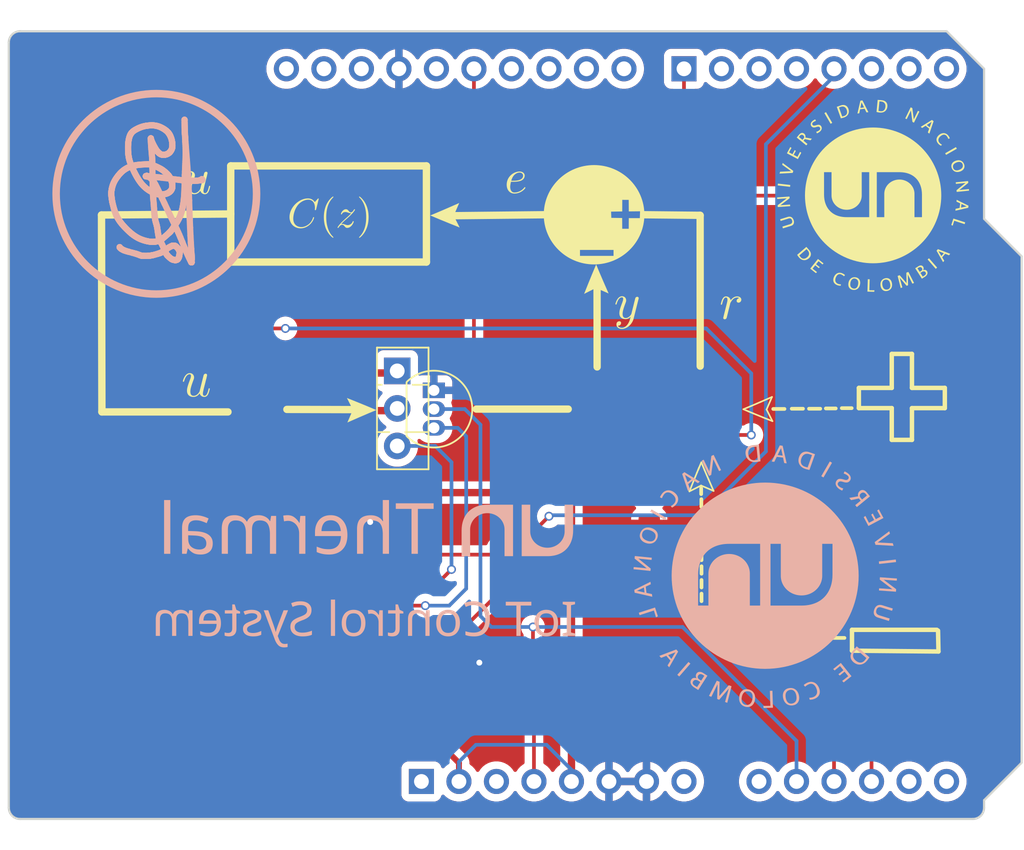
<source format=kicad_pcb>
(kicad_pcb (version 20221018) (generator pcbnew)
  (title_block (date "mar. 31 mars 2015"))
  (layers (0 "F.Cu" signal) (31 "B.Cu" signal) (34 "B.Paste" user) (35 "F.Paste" user) (36 "B.SilkS" user "B.Silkscreen") (37 "F.SilkS" user "F.Silkscreen") (38 "B.Mask" user) (39 "F.Mask" user) (44 "Edge.Cuts" user))
  (net 0 "")
  (net 1 "GND")
  (net 2 "/IO0")
  (net 3 "+5V")
  (net 4 "/RST")
  (net 5 "/IO9")
  (net 6 "/IO8")
  (net 7 "/IO12")
  (net 8 "/IO13")
  (net 9 "/IO11")
  (net 10 "/IO10")
  (net 11 "/IO46")
  (net 12 "/IO21")
  (net 13 "/IO2")
  (net 14 "/IO1")
  (net 15 "/IO7")
  (net 16 "/IO6")
  (net 17 "/IO5")
  (net 18 "/IO4")
  (net 19 "/IO14")
  (net 20 "/IO3")
  (net 21 "/IO20")
  (net 22 "/IO19")
  (net 23 "/IO17")
  (net 24 "/IO18")
  (net 25 "/TXD")
  (net 26 "+3V3")
  (net 27 "VCC")
  (net 28 "/RXD")
  (net 29 "/RST1")
  (net 30 "Net-(Q1-E)")
  (net 31 "Net-(Q1-B)")
  (net 32 "Net-(U2-+)")
  (net 33 "Net-(D1-DOUT)")
  (net 34 "Net-(D2-DOUT)")
  (footprint "Connector_PinSocket_2.54mm:PinSocket_1x08_P2.54mm_Vertical" (layer "F.Cu") (at 144.364 123.26 90)
    (fp_text reference "J1" hide)
    (fp_text value "Power")
  )
  (footprint "Connector_PinSocket_2.54mm:PinSocket_1x06_P2.54mm_Vertical" (layer "F.Cu") (at 167.224 123.26 90)
    (fp_text reference "J3" hide)
    (fp_text value "Analog")
  )
  (footprint "Connector_PinSocket_2.54mm:PinSocket_1x10_P2.54mm_Vertical" (layer "F.Cu") (at 135.22 75 90)
    (fp_text reference "J2" hide)
    (fp_text value "Digital/PWM")
  )
  (footprint "Connector_PinSocket_2.54mm:PinSocket_1x08_P2.54mm_Vertical" (layer "F.Cu") (at 162.144 75 90)
    (fp_text reference "J4" hide)
    (fp_text value "Digital/PWM")
  )
  (footprint "Resistor_SMD:R_0805_2012Metric_Pad1.20x1.40mm_HandSolder" (layer "F.Cu") (at 151.892 117.6782 90)
    (fp_text reference "R4" hide)
    (fp_text value "4.7k")
  )
  (footprint "MountingHole:MountingHole_5mm_Pad_TopOnly" (layer "F.Cu") (at 176.9574 113.2002)
    (fp_text reference "P2" hide)
    (fp_text value "TCH-")
  )
  (footprint "MountingHole:MountingHole_5mm_Pad_TopOnly" (layer "F.Cu") (at 176.777665 97.8662)
    (fp_text reference "P1" hide)
    (fp_text value "TCH+")
  )
  (footprint "Capacitor_Tantalum_SMD:CP_EIA-7343-30_AVX-N_Pad2.25x2.55mm_HandSolder" (layer "F.Cu") (at 131.5 120.6 180)
    (fp_text reference "C1" hide)
    (fp_text value "470uF")
  )
  (footprint "Package_TO_SOT_THT:TO-92_Inline" (layer "F.Cu") (at 145.2074 96.774 -90)
    (fp_text reference "U1" hide)
    (fp_text value "DS18B20")
  )
  (footprint "Resistor_SMD:R_0805_2012Metric_Pad1.20x1.40mm_HandSolder" (layer "F.Cu") (at 143.37 114.14 180)
    (fp_text reference "R2" hide)
    (fp_text value "2k")
  )
  (footprint "Resistor_SMD:R_0805_2012Metric_Pad1.20x1.40mm_HandSolder" (layer "F.Cu") (at 136.8044 107.9754 180)
    (fp_text reference "R3" hide)
    (fp_text value "0.1")
  )
  (footprint "LED_SMD:LED_SK6812MINI_PLCC4_3.5x3.5mm_P1.75mm" (layer "F.Cu") (at 156.275 97.95 90)
    (fp_text reference "D1" hide)
    (fp_text value "SK6812MINI")
  )
  (footprint "MountingHole:MountingHole_5mm_Pad_TopOnly" (layer "F.Cu") (at 174.9552 83.5914)
    (fp_text reference "P3" hide)
    (fp_text value "FUT")
  )
  (footprint "LED_SMD:LED_SK6812MINI_PLCC4_3.5x3.5mm_P1.75mm" (layer "F.Cu") (at 163.375 98.05 90)
    (fp_text reference "D2" hide)
    (fp_text value "SK6812MINI")
  )
  (footprint "Capacitor_SMD:C_0805_2012Metric_Pad1.18x1.45mm_HandSolder" (layer "F.Cu") (at 159.7914 104.7457 -90)
    (fp_text reference "C2" hide)
    (fp_text value "100nF")
  )
  (footprint "LED_SMD:LED_SK6812MINI_PLCC4_3.5x3.5mm_P1.75mm" (layer "F.Cu") (at 133.225 98.05 90)
    (fp_text reference "D3" hide)
    (fp_text value "SK6812MINI")
  )
  (footprint "Package_TO_SOT_SMD:SOT-23-5" (layer "F.Cu") (at 143.3375 108.7 180)
    (fp_text reference "U2" hide)
    (fp_text value "OPA340NA")
  )
  (footprint "Resistor_SMD:R_0805_2012Metric_Pad1.20x1.40mm_HandSolder" (layer "F.Cu") (at 150.9 107.9)
    (fp_text reference "R1" hide)
    (fp_text value "130k")
  )
  (footprint "Capacitor_SMD:C_0805_2012Metric_Pad1.18x1.45mm_HandSolder" (layer "F.Cu") (at 151.3078 102.5613 90)
    (fp_text reference "C3" hide)
    (fp_text value "100nF")
  )
  (footprint "Package_TO_SOT_THT:TO-126-3_Vertical" (layer "F.Cu") (at 142.725 95.46 -90)
    (fp_text reference "Q1" hide)
    (fp_text value "BD139")
  )
  (footprint "Capacitor_SMD:C_0805_2012Metric_Pad1.18x1.45mm_HandSolder" (layer "F.Cu") (at 133.1214 103.0732)
    (fp_text reference "C4" hide)
    (fp_text value "100nF")
  )
  (gr_line (start 123.416059 83.939574) (end 123.402625 83.861581) (stroke (width 0.421691)) (layer "B.SilkS"))
  (gr_line (start 127.752504 87.94927) (end 127.758578 87.948094) (stroke (width 0.421691)) (layer "B.SilkS"))
  (gr_line (start 128.360872 79.672003) (end 128.376447 79.950498) (stroke (width 0.421691)) (layer "B.SilkS"))
  (gr_line (start 125.747499 87.666749) (end 125.658087 87.668825) (stroke (width 0.421691)) (layer "B.SilkS"))
  (gr_line (start 127.558818 87.935098) (end 127.570646 87.938233) (stroke (width 0.421691)) (layer "B.SilkS"))
  (gr_line (start 125.268253 87.610108) (end 125.230532 87.595232) (stroke (width 0.421691)) (layer "B.SilkS"))
  (gr_line (start 127.811161 87.930878) (end 127.81681 87.9279) (stroke (width 0.421691)) (layer "B.SilkS"))
  (gr_line (start 123.494005 82.797109) (end 123.507634 82.763143) (stroke (width 0.421691)) (layer "B.SilkS"))
  (gr_line (start 127.285753 82.283574) (end 127.29964 82.30454) (stroke (width 0.421691)) (layer "B.SilkS"))
  (gr_poly (pts (xy 163.224276 115.836715) (xy 163.239848 115.837978) (xy 163.255662 115.840007) (xy 163.271703 115.842808) (xy 163.287958 115.846384) (xy 163.304414 115.850741) (xy 163.321057 115.855883) (xy 163.337873 115.861813) (xy 163.354849 115.868538) (xy 163.371972 115.876061) (xy 163.389227 115.884387) (xy 163.406603 115.89352) (xy 163.424083 115.903465) (xy 163.441657 115.914227) (xy 163.729769 116.096963) (xy 163.10966 117.067508) (xy 162.850085 116.902935) (xy 162.827156 116.887949) (xy 162.805249 116.872697) (xy 162.784364 116.857193) (xy 162.764505 116.841454) (xy 162.745673 116.825493) (xy 162.727871 116.809326) (xy 162.711101 116.79297) (xy 162.695364 116.776438) (xy 162.680664 116.759746) (xy 162.667001 116.742909) (xy 162.654379 116.725943) (xy 162.642799 116.708863) (xy 162.632264 116.691684) (xy 162.622775 116.674421) (xy 162.614336 116.657089) (xy 162.606947 116.639705) (xy 162.600611 116.622282) (xy 162.59533 116.604837) (xy 162.591107 116.587385) (xy 162.59012 116.581945) (xy 162.734189 116.581945) (xy 162.734574 116.591648) (xy 162.735586 116.601262) (xy 162.737215 116.610785) (xy 162.739452 116.620217) (xy 162.742288 116.629556) (xy 162.745712 116.6388) (xy 162.749716 116.647948) (xy 162.754291 116.656998) (xy 162.759427 116.665949) (xy 162.765115 116.6748) (xy 162.771345 116.683548) (xy 162.778109 116.692193) (xy 162.785396 116.700733) (xy 162.793198 116.709167) (xy 162.810308 116.725709) (xy 162.829365 116.741808) (xy 162.850293 116.757452) (xy 162.873019 116.772628) (xy 162.873015 116.772625) (xy 162.910821 116.796201) (xy 162.951115 116.820747) (xy 162.991883 116.845178) (xy 163.031111 116.868404) (xy 163.246901 116.530622) (xy 163.183996 116.487701) (xy 163.153607 116.467413) (xy 163.126364 116.449771) (xy 163.097681 116.432704) (xy 163.069593 116.418218) (xy 163.04215 116.406302) (xy 163.015403 116.396946) (xy 162.989401 116.390139) (xy 162.976696 116.387688) (xy 162.964195 116.38587) (xy 162.951906 116.384683) (xy 162.939834 116.384127) (xy 162.927985 116.3842) (xy 162.916367 116.384901) (xy 162.904985 116.386228) (xy 162.893846 116.388179) (xy 162.882955 116.390755) (xy 162.872319 116.393952) (xy 162.861944 116.39777) (xy 162.851837 116.402208) (xy 162.842003 116.407264) (xy 162.832449 116.412936) (xy 162.823181 116.419224) (xy 162.814206 116.426126) (xy 162.805529 116.43364) (xy 162.797157 116.441766) (xy 162.789095 116.450501) (xy 162.781352 116.459846) (xy 162.773931 116.469797) (xy 162.766841 116.480354) (xy 162.760449 116.490864) (xy 162.754777 116.501301) (xy 162.749815 116.511661) (xy 162.745554 116.521945) (xy 162.741985 116.53215) (xy 162.739098 116.542275) (xy 162.736885 116.552318) (xy 162.735335 116.562279) (xy 162.734439 116.572155) (xy 162.734189 116.581945) (xy 162.59012 116.581945) (xy 162.587943 116.56994) (xy 162.585841 116.552518) (xy 162.584802 116.535135) (xy 162.58483 116.517805) (xy 162.585925 116.500544) (xy 162.58809 116.483367) (xy 162.591328 116.466289) (xy 162.59564 116.449326) (xy 162.601029 116.432493) (xy 162.607496 116.415805) (xy 162.615044 116.399277) (xy 162.623675 116.382924) (xy 162.633391 116.366763) (xy 162.642129 116.353801) (xy 162.651215 116.341681) (xy 162.66063 116.330382) (xy 162.670357 116.319885) (xy 162.680374 116.31017) (xy 162.690665 116.301216) (xy 162.701209 116.293005) (xy 162.711989 116.285516) (xy 162.722984 116.27873) (xy 162.734177 116.272626) (xy 162.745548 116.267186) (xy 162.757079 116.262388) (xy 162.76875 116.258214) (xy 162.780543 116.254643) (xy 162.792439 116.251656) (xy 162.804419 116.249233) (xy 162.816464 116.247354) (xy 162.828555 116.246) (xy 162.8528 116.244784) (xy 162.877003 116.245427) (xy 162.901014 116.247772) (xy 162.92468 116.251658) (xy 162.947852 116.256929) (xy 162.970378 116.263425) (xy 162.992106 116.270988) (xy 162.982619 116.252813) (xy 162.974047 116.234258) (xy 162.966465 116.215355) (xy 162.959948 116.196136) (xy 162.957423 116.186977) (xy 163.073416 116.186977) (xy 163.073741 116.195887) (xy 163.074594 116.204764) (xy 163.075978 116.213602) (xy 163.077893 116.222397) (xy 163.08034 116.231143) (xy 163.083319 116.239835) (xy 163.086832 116.248468) (xy 163.09088 116.257037) (xy 163.095463 116.265535) (xy 163.100582 116.27396) (xy 163.106239 116.282304) (xy 163.112434 116.290563) (xy 163.119167 116.298731) (xy 163.126441 116.306804) (xy 163.134256 116.314777) (xy 163.142612 116.322643) (xy 163.15151 116.330399) (xy 163.160953 116.338038) (xy 163.170939 116.345556) (xy 163.181471 116.352947) (xy 163.192549 116.360206) (xy 163.192549 116.360199) (xy 163.219547 116.376943) (xy 163.249407 116.394867) (xy 163.280385 116.413061) (xy 163.310736 116.430616) (xy 163.519488 116.103896) (xy 163.423957 116.043374) (xy 163.39857 116.028391) (xy 163.373758 116.015963) (xy 163.361578 116.010694) (xy 163.349554 116.006049) (xy 163.337689 116.002022) (xy 163.325988 115.99861) (xy 163.314454 115.995807) (xy 163.303092 115.993608) (xy 163.291905 115.992009) (xy 163.280898 115.991004) (xy 163.270074 115.990589) (xy 163.259438 115.990758) (xy 163.248993 115.991508) (xy 163.238743 115.992832) (xy 163.228692 115.994727) (xy 163.218844 115.997187) (xy 163.209203 116.000207) (xy 163.199774 116.003783) (xy 163.190559 116.00791) (xy 163.181563 116.012582) (xy 163.172791 116.017795) (xy 163.164245 116.023545) (xy 163.15593 116.029825) (xy 163.147849 116.036632) (xy 163.140007 116.04396) (xy 163.132408 116.051805) (xy 163.125056 116.060161) (xy 163.117954 116.069024) (xy 163.104518 116.088252) (xy 163.09908 116.097186) (xy 163.094162 116.106143) (xy 163.089764 116.115119) (xy 163.085887 116.124109) (xy 163.082532 116.133107) (xy 163.0797 116.142108) (xy 163.077392 116.151107) (xy 163.075609 116.160098) (xy 163.074351 116.169077) (xy 163.07362 116.178038) (xy 163.073416 116.186977) (xy 162.957423 116.186977) (xy 162.954572 116.176633) (xy 162.950411 116.156876) (xy 162.947542 116.136899) (xy 162.946038 116.116731) (xy 162.945975 116.096406) (xy 162.947429 116.075954) (xy 162.950474 116.055408) (xy 162.955185 116.034798) (xy 162.958189 116.024479) (xy 162.961638 116.014156) (xy 162.965541 116.003834) (xy 162.969908 115.993515) (xy 162.974747 115.983204) (xy 162.980069 115.972905) (xy 162.985883 115.962622) (xy 162.992198 115.952359) (xy 163.000619 115.939916) (xy 163.009539 115.928154) (xy 163.018944 115.917077) (xy 163.028819 115.906689) (xy 163.039152 115.896996) (xy 163.049929 115.888001) (xy 163.061136 115.87971) (xy 163.07276 115.872126) (xy 163.084788 115.865255) (xy 163.097205 115.8591) (xy 163.109999 115.853667) (xy 163.123156 115.84896) (xy 163.136662 115.844983) (xy 163.150504 115.841741) (xy 163.164668 115.839239) (xy 163.17914 115.837481) (xy 163.193908 115.836471) (xy 163.208958 115.836214)) (fill solid) (layer "B.SilkS"))
  (gr_line (start 126.361169 82.862426) (end 126.390748 82.917323) (stroke (width 0.421691)) (layer "B.SilkS"))
  (gr_line (start 127.716951 87.011373) (end 127.710347 87.007145) (stroke (width 0.421691)) (layer "B.SilkS"))
  (gr_line (start 127.440149 83.185719) (end 127.433805 83.196923) (stroke (width 0.421691)) (layer "B.SilkS"))
  (gr_line (start 127.417635 80.52082) (end 127.410219 80.53353) (stroke (width 0.421691)) (layer "B.SilkS"))
  (gr_line (start 127.740213 87.951201) (end 127.746382 87.950306) (stroke (width 0.421691)) (layer "B.SilkS"))
  (gr_line (start 126.557809 86.309104) (end 126.563692 86.338511) (stroke (width 0.421691)) (layer "B.SilkS"))
  (gr_line (start 126.742452 80.799576) (end 126.728914 80.794094) (stroke (width 0.421691)) (layer "B.SilkS"))
  (gr_line (start 127.313151 82.326083) (end 127.326288 82.34821) (stroke (width 0.421691)) (layer "B.SilkS"))
  (gr_line (start 126.658618 86.606468) (end 126.632324 86.619535) (stroke (width 0.421691)) (layer "B.SilkS"))
  (gr_line (start 125.195076 82.484127) (end 125.165116 82.436895) (stroke (width 0.421691)) (layer "B.SilkS"))
  (gr_line (start 127.405083 87.022536) (end 127.383314 87.033504) (stroke (width 0.421691)) (layer "B.SilkS"))
  (gr_line (start 125.342919 81.490752) (end 125.41233 81.485256) (stroke (width 0.421691)) (layer "B.SilkS"))
  (gr_line (start 127.493795 80.309033) (end 127.491169 80.324371) (stroke (width 0.421691)) (layer "B.SilkS"))
  (gr_line (start 126.978218 80.820435) (end 126.963154 80.822342) (stroke (width 0.421691)) (layer "B.SilkS"))
  (gr_line (start 126.932806 80.825086) (end 126.917524 80.825921) (stroke (width 0.421691)) (layer "B.SilkS"))
  (gr_line (start 125.098546 86.413092) (end 125.06077 86.390785) (stroke (width 0.421691)) (layer "B.SilkS"))
  (gr_line (start 129.513249 82.51981) (end 129.512399 82.521816) (stroke (width 0.421691)) (layer "B.SilkS"))
  (gr_line (start 127.491408 86.986733) (end 127.484464 86.988898) (stroke (width 0.421691)) (layer "B.SilkS"))
  (gr_line (start 127.461381 86.997271) (end 127.444116 87.004426) (stroke (width 0.421691)) (layer "B.SilkS"))
  (gr_line (start 124.53825 80.942884) (end 124.532643 80.906286) (stroke (width 0.421691)) (layer "B.SilkS"))
  (gr_line (start 127.226453 82.205367) (end 127.241841 82.224082) (stroke (width 0.421691)) (layer "B.SilkS"))
  (gr_line (start 128.331404 82.65127) (end 128.326777 82.876137) (stroke (width 0.421691)) (layer "B.SilkS"))
  (gr_line (start 124.634226 79.502997) (end 124.642143 79.485748) (stroke (width 0.421691)) (layer "B.SilkS"))
  (gr_line (start 124.604482 79.576498) (end 124.618908 79.538827) (stroke (width 0.421691)) (layer "B.SilkS"))
  (gr_line (start 127.316325 79.464159) (end 127.325941 79.481398) (stroke (width 0.421691)) (layer "B.SilkS"))
  (gr_line (start 125.444645 87.662423) (end 125.422789 87.659302) (stroke (width 0.421691)) (layer "B.SilkS"))
  (gr_line (start 127.308526 83.340472) (end 127.296896 83.349769) (stroke (width 0.421691)) (layer "B.SilkS"))
  (gr_line (start 127.970278 87.315131) (end 127.967169 87.306544) (stroke (width 0.421691)) (layer "B.SilkS"))
  (gr_line (start 127.524309 87.923581) (end 127.535644 87.927759) (stroke (width 0.421691)) (layer "B.SilkS"))
  (gr_line (start 127.807384 85.385002) (end 127.793132 85.407065) (stroke (width 0.421691)) (layer "B.SilkS"))
  (gr_line (start 126.861492 87.025885) (end 126.882705 87.075985) (stroke (width 0.421691)) (layer "B.SilkS"))
  (gr_line (start 127.008124 80.815555) (end 126.993208 80.818172) (stroke (width 0.421691)) (layer "B.SilkS"))
  (gr_line (start 127.986976 87.456643) (end 127.987152 87.436502) (stroke (width 0.421691)) (layer "B.SilkS"))
  (gr_line (start 126.945963 87.231793) (end 126.980603 87.315498) (stroke (width 0.421691)) (layer "B.SilkS"))
  (gr_line (start 128.110341 84.725277) (end 128.099152 84.761479) (stroke (width 0.421691)) (layer "B.SilkS"))
  (gr_line (start 126.855605 83.506657) (end 126.815281 83.510354) (stroke (width 0.421691)) (layer "B.SilkS"))
  (gr_line (start 126.34349 78.847145) (end 126.386228 78.854506) (stroke (width 0.421691)) (layer "B.SilkS"))
  (gr_line (start 123.788376 82.292714) (end 123.808669 82.266196) (stroke (width 0.421691)) (layer "B.SilkS"))
  (gr_line (start 126.273154 83.418037) (end 126.224595 83.398069) (stroke (width 0.421691)) (layer "B.SilkS"))
  (gr_line (start 126.632324 86.619535) (end 126.605139 86.632058) (stroke (width 0.421691)) (layer "B.SilkS"))
  (gr_line (start 128.652686 84.541207) (end 128.632418 83.920762) (stroke (width 0.421691)) (layer "B.SilkS"))
  (gr_line (start 125.355749 87.641351) (end 125.338813 87.635835) (stroke (width 0.421691)) (layer "B.SilkS"))
  (gr_line (start 126.629143 86.576291) (end 126.636556 86.595331) (stroke (width 0.421691)) (layer "B.SilkS"))
  (gr_line (start 127.985638 87.387604) (end 127.984637 87.37817) (stroke (width 0.421691)) (layer "B.SilkS"))
  (gr_poly (pts (xy 176.091651 106.479524) (xy 175.259822 107.079003) (xy 176.283606 107.126759) (xy 176.335974 107.303472) (xy 175.111117 107.234585) (xy 175.056582 107.050585) (xy 176.042987 106.315399)) (fill solid) (layer "B.SilkS"))
  (gr_line (start 125.731713 82.259882) (end 125.734338 82.259376) (stroke (width 0.421691)) (layer "B.SilkS"))
  (gr_line (start 126.917524 80.825921) (end 126.902171 80.826398) (stroke (width 0.421691)) (layer "B.SilkS"))
  (gr_line (start 127.269008 86.119322) (end 127.244788 86.1417) (stroke (width 0.421691)) (layer "B.SilkS"))
  (gr_line (start 127.476863 82.732738) (end 127.481688 82.759207) (stroke (width 0.421691)) (layer "B.SilkS"))
  (gr_line (start 126.623698 83.508396) (end 126.601481 83.505766) (stroke (width 0.421691)) (layer "B.SilkS"))
  (gr_line (start 128.583796 82.577279) (end 128.502562 82.572964) (stroke (width 0.421691)) (layer "B.SilkS"))
  (gr_line (start 126.607421 81.72079) (end 126.659575 81.7488) (stroke (width 0.421691)) (layer "B.SilkS"))
  (gr_line (start 124.891135 79.193962) (end 124.917676 79.175392) (stroke (width 0.421691)) (layer "B.SilkS"))
  (gr_line (start 123.449213 84.100568) (end 123.440109 84.059709) (stroke (width 0.421691)) (layer "B.SilkS"))
  (gr_line (start 125.612566 78.882621) (end 125.647377 78.875297) (stroke (width 0.421691)) (layer "B.SilkS"))
  (gr_line (start 126.444721 85.627602) (end 126.452086 85.660083) (stroke (width 0.421691)) (layer "B.SilkS"))
  (gr_line (start 126.195981 86.720511) (end 126.154038 86.720728) (stroke (width 0.421691)) (layer "B.SilkS"))
  (gr_line (start 127.691516 86.996395) (end 127.68556 86.993456) (stroke (width 0.421691)) (layer "B.SilkS"))
  (gr_line (start 127.890035 86.068372) (end 127.967524 86.244017) (stroke (width 0.421691)) (layer "B.SilkS"))
  (gr_line (start 127.147247 79.247051) (end 127.17321 79.272965) (stroke (width 0.421691)) (layer "B.SilkS"))
  (gr_line (start 124.641819 81.627092) (end 124.673055 81.616052) (stroke (width 0.421691)) (layer "B.SilkS"))
  (gr_poly (pts (xy 164.554194 116.507509) (xy 164.533248 117.480653) (xy 165.175471 116.741958) (xy 165.362551 116.812463) (xy 165.075247 117.934267) (xy 164.923564 117.876979) (xy 165.175288 116.970832) (xy 164.526381 117.727157) (xy 164.392214 117.676614) (xy 164.414157 116.679636) (xy 163.99684 117.52742) (xy 163.836215 117.466898) (xy 164.363593 116.435562)) (fill solid) (layer "B.SilkS"))
  (gr_line (start 127.325544 86.065064) (end 127.309381 86.08101) (stroke (width 0.421691)) (layer "B.SilkS"))
  (gr_line (start 123.958834 82.087619) (end 123.981903 82.063211) (stroke (width 0.421691)) (layer "B.SilkS"))
  (gr_line (start 128.394772 80.829997) (end 128.39284 80.976682) (stroke (width 0.421691)) (layer "B.SilkS"))
  (gr_line (start 125.722413 82.262268) (end 125.724558 82.261618) (stroke (width 0.421691)) (layer "B.SilkS"))
  (gr_line (start 124.8774 86.270626) (end 124.84191 86.244914) (stroke (width 0.421691)) (layer "B.SilkS"))
  (gr_line (start 127.422872 87.870204) (end 127.434546 87.877606) (stroke (width 0.421691)) (layer "B.SilkS"))
  (gr_line (start 126.274119 84.681663) (end 126.286131 84.844256) (stroke (width 0.421691)) (layer "B.SilkS"))
  (gr_line (start 127.219056 80.734808) (end 127.20636 80.742486) (stroke (width 0.421691)) (layer "B.SilkS"))
  (gr_line (start 124.768211 79.298364) (end 124.779663 79.286761) (stroke (width 0.421691)) (layer "B.SilkS"))
  (gr_line (start 127.35121 83.30188) (end 127.341051 83.311702) (stroke (width 0.421691)) (layer "B.SilkS"))
  (gr_line (start 127.434546 87.877606) (end 127.446116 87.884649) (stroke (width 0.421691)) (layer "B.SilkS"))
  (gr_line (start 127.977925 87.603568) (end 127.980085 87.582122) (stroke (width 0.421691)) (layer "B.SilkS"))
  (gr_line (start 127.45179 83.16305) (end 127.446142 83.174381) (stroke (width 0.421691)) (layer "B.SilkS"))
  (gr_line (start 127.438312 80.481623) (end 127.431681 80.494868) (stroke (width 0.421691)) (layer "B.SilkS"))
  (gr_line (start 123.932954 87.086361) (end 123.930536 87.078904) (stroke (width 0.421691)) (layer "B.SilkS"))
  (gr_line (start 124.180749 81.882721) (end 124.207139 81.862703) (stroke (width 0.421691)) (layer "B.SilkS"))
  (gr_line (start 126.51835 86.66648) (end 126.487361 86.676667) (stroke (width 0.421691)) (layer "B.SilkS"))
  (gr_line (start 127.140939 82.112985) (end 127.159144 82.131375) (stroke (width 0.421691)) (layer "B.SilkS"))
  (gr_line (start 125.682751 78.868512) (end 125.718688 78.862286) (stroke (width 0.421691)) (layer "B.SilkS"))
  (gr_line (start 123.930536 87.078904) (end 123.929105 87.071656) (stroke (width 0.421691)) (layer "B.SilkS"))
  (gr_line (start 126.55414 81.693472) (end 126.607421 81.72079) (stroke (width 0.421691)) (layer "B.SilkS"))
  (gr_line (start 124.551574 81.016697) (end 124.54456 80.979686) (stroke (width 0.421691)) (layer "B.SilkS"))
  (gr_line (start 127.702423 85.538255) (end 127.665023 85.593118) (stroke (width 0.421691)) (layer "B.SilkS"))
  (gr_line (start 124.23687 87.296998) (end 124.217027 87.288889) (stroke (width 0.421691)) (layer "B.SilkS"))
  (gr_line (start 124.188193 85.634317) (end 124.155069 85.596891) (stroke (width 0.421691)) (layer "B.SilkS"))
  (gr_line (start 127.730657 87.020794) (end 127.72372 87.015922) (stroke (width 0.421691)) (layer "B.SilkS"))
  (gr_line (start 127.59549 86.972957) (end 127.586741 86.97276) (stroke (width 0.421691)) (layer "B.SilkS"))
  (gr_line (start 127.037727 80.809257) (end 127.022964 80.812582) (stroke (width 0.421691)) (layer "B.SilkS"))
  (gr_line (start 125.058857 79.092926) (end 125.087794 79.077832) (stroke (width 0.421691)) (layer "B.SilkS"))
  (gr_line (start 126.376556 80.443216) (end 126.358664 80.414034) (stroke (width 0.421691)) (layer "B.SilkS"))
  (gr_line (start 125.571301 87.669093) (end 125.533763 87.668314) (stroke (width 0.421691)) (layer "B.SilkS"))
  (gr_line (start 127.38709 82.467268) (end 127.398397 82.492669) (stroke (width 0.421691)) (layer "B.SilkS"))
  (gr_line (start 127.582626 87.940995) (end 127.594752 87.943372) (stroke (width 0.421691)) (layer "B.SilkS"))
  (gr_line (start 127.494244 80.057513) (end 127.497351 80.093305) (stroke (width 0.421691)) (layer "B.SilkS"))
  (gr_line (start 124.715802 81.541018) (end 124.697528 81.495672) (stroke (width 0.421691)) (layer "B.SilkS"))
  (gr_line (start 127.490315 80.021002) (end 127.494244 80.057513) (stroke (width 0.421691)) (layer "B.SilkS"))
  (gr_line (start 127.5383 86.976726) (end 127.527345 86.978551) (stroke (width 0.421691)) (layer "B.SilkS"))
  (gr_line (start 127.379624 83.271702) (end 127.370497 83.281882) (stroke (width 0.421691)) (layer "B.SilkS"))
  (gr_line (start 126.820236 86.503891) (end 126.79896 86.518982) (stroke (width 0.421691)) (layer "B.SilkS"))
  (gr_line (start 128.309503 83.406135) (end 128.30388 83.503947) (stroke (width 0.421691)) (layer "B.SilkS"))
  (gr_line (start 128.807818 87.931713) (end 128.808944 87.896432) (stroke (width 0.421691)) (layer "B.SilkS"))
  (gr_line (start 127.746382 87.950306) (end 127.752504 87.94927) (stroke (width 0.421691)) (layer "B.SilkS"))
  (gr_line (start 125.87705 81.47111) (end 125.907658 81.47327) (stroke (width 0.421691)) (layer "B.SilkS"))
  (gr_line (start 125.372404 87.646491) (end 125.355749 87.641351) (stroke (width 0.421691)) (layer "B.SilkS"))
  (gr_line (start 127.456329 85.908606) (end 127.442405 85.928262) (stroke (width 0.421691)) (layer "B.SilkS"))
  (gr_line (start 125.770333 82.294326) (end 125.745821 82.291636) (stroke (width 0.421691)) (layer "B.SilkS"))
  (gr_line (start 126.965243 84.120673) (end 127.340064 84.910386) (stroke (width 0.421691)) (layer "B.SilkS"))
  (gr_line (start 124.704726 79.376383) (end 124.71468 79.362377) (stroke (width 0.421691)) (layer "B.SilkS"))
  (gr_line (start 126.563692 86.338511) (end 126.569686 86.366828) (stroke (width 0.421691)) (layer "B.SilkS"))
  (gr_line (start 123.365141 83.488574) (end 123.364295 83.451903) (stroke (width 0.421691)) (layer "B.SilkS"))
  (gr_line (start 127.642757 86.979675) (end 127.632835 86.977588) (stroke (width 0.421691)) (layer "B.SilkS"))
  (gr_line (start 126.711085 87.456227) (end 126.695976 87.463072) (stroke (width 0.421691)) (layer "B.SilkS"))
  (gr_line (start 127.339993 86.050161) (end 127.325544 86.065064) (stroke (width 0.421691)) (layer "B.SilkS"))
  (gr_line (start 123.384653 83.195019) (end 123.391199 83.158346) (stroke (width 0.421691)) (layer "B.SilkS"))
  (gr_line (start 128.799601 87.585815) (end 128.795307 87.517559) (stroke (width 0.421691)) (layer "B.SilkS"))
  (gr_line (start 127.362484 79.554194) (end 127.371132 79.573354) (stroke (width 0.421691)) (layer "B.SilkS"))
  (gr_line (start 127.42711 83.207993) (end 127.420065 83.218932) (stroke (width 0.421691)) (layer "B.SilkS"))
  (gr_line (start 123.444909 82.939366) (end 123.456215 82.903047) (stroke (width 0.421691)) (layer "B.SilkS"))
  (gr_line (start 127.838738 87.115952) (end 127.825695 87.102821) (stroke (width 0.421691)) (layer "B.SilkS"))
  (gr_line (start 128.322399 78.454627) (end 128.322399 78.644538) (stroke (width 0.421691)) (layer "B.SilkS"))
  (gr_line (start 123.981903 82.063211) (end 124.005412 82.039082) (stroke (width 0.421691)) (layer "B.SilkS"))
  (gr_line (start 123.521779 82.729872) (end 123.53644 82.697307) (stroke (width 0.421691)) (layer "B.SilkS"))
  (gr_line (start 128.332219 79.194367) (end 128.337796 79.302664) (stroke (width 0.421691)) (layer "B.SilkS"))
  (gr_line (start 126.288661 84.875991) (end 126.291742 84.908923) (stroke (width 0.421691)) (layer "B.SilkS"))
  (gr_line (start 127.449292 82.625995) (end 127.457413 82.652836) (stroke (width 0.421691)) (layer "B.SilkS"))
  (gr_line (start 126.474691 85.782557) (end 126.484863 85.845873) (stroke (width 0.421691)) (layer "B.SilkS"))
  (gr_line (start 128.099152 84.761479) (end 128.087728 84.796899) (stroke (width 0.421691)) (layer "B.SilkS"))
  (gr_line (start 127.13074 87.599099) (end 127.137939 87.608367) (stroke (width 0.421691)) (layer "B.SilkS"))
  (gr_line (start 124.257232 87.304756) (end 124.23687 87.296998) (stroke (width 0.421691)) (layer "B.SilkS"))
  (gr_line (start 124.833076 81.569861) (end 124.8658 81.561965) (stroke (width 0.421691)) (layer "B.SilkS"))
  (gr_line (start 127.466296 79.868163) (end 127.473664 79.90709) (stroke (width 0.421691)) (layer "B.SilkS"))
  (gr_line (start 124.61083 81.638808) (end 124.641819 81.627092) (stroke (width 0.421691)) (layer "B.SilkS"))
  (gr_line (start 123.480892 82.831756) (end 123.494005 82.797109) (stroke (width 0.421691)) (layer "B.SilkS"))
  (gr_line (start 127.860145 87.893999) (end 127.865319 87.888513) (stroke (width 0.421691)) (layer "B.SilkS"))
  (gr_line (start 125.719702 82.28672) (end 125.713841 82.284849) (stroke (width 0.421691)) (layer "B.SilkS"))
  (gr_line (start 128.039664 86.414703) (end 128.170277 86.732459) (stroke (width 0.421691)) (layer "B.SilkS"))
  (gr_line (start 125.225676 82.530814) (end 125.195076 82.484127) (stroke (width 0.421691)) (layer "B.SilkS"))
  (gr_line (start 126.20049 83.736693) (end 126.2086 83.834043) (stroke (width 0.421691)) (layer "B.SilkS"))
  (gr_line (start 125.446863 78.926851) (end 125.478952 78.916937) (stroke (width 0.421691)) (layer "B.SilkS"))
  (gr_line (start 126.386228 78.854506) (end 126.428923 78.863283) (stroke (width 0.421691)) (layer "B.SilkS"))
  (gr_line (start 125.942867 82.328082) (end 125.955669 82.337584) (stroke (width 0.421691)) (layer "B.SilkS"))
  (gr_poly (pts (xy 159.964633 108.108987) (xy 159.949557 108.258634) (xy 159.057501 108.169513) (xy 159.890418 108.845977) (xy 159.874617 109.003086) (xy 158.725241 108.888243) (xy 158.740317 108.738599) (xy 159.621085 108.826639) (xy 158.79819 108.164385) (xy 158.815348 107.994144)) (fill solid) (layer "B.SilkS"))
  (gr_line (start 126.880969 86.458156) (end 126.861241 86.473485) (stroke (width 0.421691)) (layer "B.SilkS"))
  (gr_line (start 127.682772 87.953113) (end 127.695838 87.953434) (stroke (width 0.421691)) (layer "B.SilkS"))
  (gr_line (start 126.177345 78.829355) (end 126.218149 78.832029) (stroke (width 0.421691)) (layer "B.SilkS"))
  (gr_line (start 125.720389 82.262953) (end 125.722413 82.262268) (stroke (width 0.421691)) (layer "B.SilkS"))
  (gr_line (start 127.51315 87.919081) (end 127.524309 87.923581) (stroke (width 0.421691)) (layer "B.SilkS"))
  (gr_circle (center 126.413545 83.467432) (end 133.200224 83.467432) (stroke (width 0.508)) (fill none) (layer "B.SilkS"))
  (gr_line (start 126.0481 79.995624) (end 126.0534 80.093467) (stroke (width 0.421691)) (layer "B.SilkS"))
  (gr_line (start 126.041998 79.710939) (end 126.041662 79.708786) (stroke (width 0.421691)) (layer "B.SilkS"))
  (gr_line (start 125.321595 87.629947) (end 125.304096 87.623693) (stroke (width 0.421691)) (layer "B.SilkS"))
  (gr_line (start 127.489185 85.860562) (end 127.456329 85.908606) (stroke (width 0.421691)) (layer "B.SilkS"))
  (gr_line (start 127.2438 79.354253) (end 127.254709 79.368801) (stroke (width 0.421691)) (layer "B.SilkS"))
  (gr_line (start 125.997357 81.485391) (end 126.026569 81.491312) (stroke (width 0.421691)) (layer "B.SilkS"))
  (gr_line (start 127.371132 79.573354) (end 127.379582 79.592897) (stroke (width 0.421691)) (layer "B.SilkS"))
  (gr_line (start 128.80582 87.708196) (end 128.803103 87.649361) (stroke (width 0.421691)) (layer "B.SilkS"))
  (gr_line (start 126.155264 82.240443) (end 126.160522 82.671343) (stroke (width 0.421691)) (layer "B.SilkS"))
  (gr_line (start 127.91728 87.81315) (end 127.92135 87.805171) (stroke (width 0.421691)) (layer "B.SilkS"))
  (gr_line (start 127.493836 82.863047) (end 127.495431 82.88836) (stroke (width 0.421691)) (layer "B.SilkS"))
  (gr_line (start 127.456647 80.440795) (end 127.450794 80.454588) (stroke (width 0.421691)) (layer "B.SilkS"))
  (gr_line (start 127.908788 87.828551) (end 127.913093 87.820943) (stroke (width 0.421691)) (layer "B.SilkS"))
  (gr_line (start 127.876986 85.269834) (end 127.849493 85.317144) (stroke (width 0.421691)) (layer "B.SilkS"))
  (gr_line (start 127.284904 83.358819) (end 127.272547 83.367625) (stroke (width 0.421691)) (layer "B.SilkS"))
  (gr_line (start 128.260947 83.971148) (end 128.249273 84.061243) (stroke (width 0.421691)) (layer "B.SilkS"))
  (gr_line (start 126.218072 83.941857) (end 126.228401 84.057702) (stroke (width 0.421691)) (layer "B.SilkS"))
  (gr_line (start 127.430627 82.571931) (end 127.440361 82.599031) (stroke (width 0.421691)) (layer "B.SilkS"))
  (gr_line (start 124.736703 86.163433) (end 124.701915 86.134956) (stroke (width 0.421691)) (layer "B.SilkS"))
  (gr_line (start 126.735729 81.792358) (end 126.760724 81.80772) (stroke (width 0.421691)) (layer "B.SilkS"))
  (gr_line (start 128.325405 78.70009) (end 128.322399 78.457292) (stroke (width 0.421691)) (layer "B.SilkS"))
  (gr_line (start 129.498329 82.475601) (end 129.503321 82.483025) (stroke (width 0.421691)) (layer "B.SilkS"))
  (gr_line (start 128.808919 87.811736) (end 128.807757 87.762322) (stroke (width 0.421691)) (layer "B.SilkS"))
  (gr_line (start 125.84608 81.469889) (end 125.87705 81.47111) (stroke (width 0.421691)) (layer "B.SilkS"))
  (gr_line (start 123.368783 83.561874) (end 123.366709 83.525151) (stroke (width 0.421691)) (layer "B.SilkS"))
  (gr_line (start 123.434267 82.975735) (end 123.444909 82.939366) (stroke (width 0.421691)) (layer "B.SilkS"))
  (gr_line (start 126.726018 87.449184) (end 126.711085 87.456227) (stroke (width 0.421691)) (layer "B.SilkS"))
  (gr_line (start 126.228401 84.057702) (end 126.238402 84.179891) (stroke (width 0.421691)) (layer "B.SilkS"))
  (gr_line (start 124.025091 87.182012) (end 124.011722 87.172297) (stroke (width 0.421691)) (layer "B.SilkS"))
  (gr_line (start 127.929137 87.78865) (end 127.932855 87.780103) (stroke (width 0.421691)) (layer "B.SilkS"))
  (gr_line (start 127.499425 80.261915) (end 127.497923 80.277807) (stroke (width 0.421691)) (layer "B.SilkS"))
  (gr_line (start 128.388457 80.242476) (end 128.392211 80.389059) (stroke (width 0.421691)) (layer "B.SilkS"))
  (gr_line (start 129.480459 82.537176) (end 129.476398 82.537533) (stroke (width 0.421691)) (layer "B.SilkS"))
  (gr_line (start 126.299515 84.978401) (end 126.309353 85.052742) (stroke (width 0.421691)) (layer "B.SilkS"))
  (gr_line (start 124.913299 86.295786) (end 124.8774 86.270626) (stroke (width 0.421691)) (layer "B.SilkS"))
  (gr_line (start 125.704661 82.276228) (end 125.705003 82.275055) (stroke (width 0.421691)) (layer "B.SilkS"))
  (gr_line (start 126.79896 86.518982) (end 126.777167 86.534004) (stroke (width 0.421691)) (layer "B.SilkS"))
  (gr_line (start 124.515006 80.756727) (end 124.511651 80.718222) (stroke (width 0.421691)) (layer "B.SilkS"))
  (gr_line (start 127.865319 87.888513) (end 127.870436 87.882753) (stroke (width 0.421691)) (layer "B.SilkS"))
  (gr_line (start 124.078473 81.968753) (end 124.103549 81.946378) (stroke (width 0.421691)) (layer "B.SilkS"))
  (gr_line (start 127.987152 87.436502) (end 127.987083 87.416564) (stroke (width 0.421691)) (layer "B.SilkS"))
  (gr_line (start 126.383566 85.410229) (end 126.395225 85.448838) (stroke (width 0.421691)) (layer "B.SilkS"))
  (gr_line (start 128.772403 88.08198) (end 128.776074 88.087786) (stroke (width 0.421691)) (layer "B.SilkS"))
  (gr_line (start 126.027426 83.300277) (end 125.977978 83.271542) (stroke (width 0.421691)) (layer "B.SilkS"))
  (gr_line (start 125.929468 83.241666) (end 125.881895 83.21065) (stroke (width 0.421691)) (layer "B.SilkS"))
  (gr_line (start 124.089935 85.520783) (end 124.057902 85.482113) (stroke (width 0.421691)) (layer "B.SilkS"))
  (gr_line (start 126.871702 80.826119) (end 126.856699 80.825209) (stroke (width 0.421691)) (layer "B.SilkS"))
  (gr_line (start 124.590948 79.616017) (end 124.604482 79.576498) (stroke (width 0.421691)) (layer "B.SilkS"))
  (gr_line (start 126.861241 86.473485) (end 126.840996 86.488728) (stroke (width 0.421691)) (layer "B.SilkS"))
  (gr_line (start 128.344921 79.418893) (end 128.360872 79.672003) (stroke (width 0.421691)) (layer "B.SilkS"))
  (gr_line (start 127.393919 85.990188) (end 127.381029 86.005224) (stroke (width 0.421691)) (layer "B.SilkS"))
  (gr_line (start 127.854915 87.89921) (end 127.860145 87.893999) (stroke (width 0.421691)) (layer "B.SilkS"))
  (gr_line (start 127.594752 87.943372) (end 127.606998 87.945606) (stroke (width 0.421691)) (layer "B.SilkS"))
  (gr_line (start 125.874795 86.69135) (end 125.824644 86.681554) (stroke (width 0.421691)) (layer "B.SilkS"))
  (gr_line (start 125.906082 82.30309) (end 125.918073 82.310827) (stroke (width 0.421691)) (layer "B.SilkS"))
  (gr_line (start 128.553598 82.183195) (end 128.518319 81.675268) (stroke (width 0.421691)) (layer "B.SilkS"))
  (gr_line (start 126.54814 86.655517) (end 126.51835 86.66648) (stroke (width 0.421691)) (layer "B.SilkS"))
  (gr_line (start 127.444683 80.468197) (end 127.438312 80.481623) (stroke (width 0.421691)) (layer "B.SilkS"))
  (gr_line (start 125.078821 82.291774) (end 125.050923 82.242296) (stroke (width 0.421691)) (layer "B.SilkS"))
  (gr_line (start 127.124666 80.781921) (end 127.110376 80.787352) (stroke (width 0.421691)) (layer "B.SilkS"))
  (gr_line (start 124.618908 79.538827) (end 124.634226 79.502997) (stroke (width 0.421691)) (layer "B.SilkS"))
  (gr_line (start 126.614372 80.724634) (end 126.602463 80.715218) (stroke (width 0.421691)) (layer "B.SilkS"))
  (gr_line (start 127.152909 80.770037) (end 127.138875 80.776142) (stroke (width 0.421691)) (layer "B.SilkS"))
  (gr_line (start 127.72774 87.952561) (end 127.733999 87.951952) (stroke (width 0.421691)) (layer "B.SilkS"))
  (gr_line (start 126.753142 83.513755) (end 126.732031 83.514103) (stroke (width 0.421691)) (layer "B.SilkS"))
  (gr_line (start 125.529641 86.603358) (end 125.481459 86.587141) (stroke (width 0.421691)) (layer "B.SilkS"))
  (gr_line (start 128.324289 78.912911) (end 128.325905 79.001574) (stroke (width 0.421691)) (layer "B.SilkS"))
  (gr_line (start 125.73995 82.258471) (end 125.746042 82.257711) (stroke (width 0.421691)) (layer "B.SilkS"))
  (gr_line (start 126.436511 85.594031) (end 126.444721 85.627602) (stroke (width 0.421691)) (layer "B.SilkS"))
  (gr_line (start 127.394596 80.558426) (end 127.386388 80.570615) (stroke (width 0.421691)) (layer "B.SilkS"))
  (gr_line (start 127.27857 80.691599) (end 127.267193 80.700888) (stroke (width 0.421691)) (layer "B.SilkS"))
  (gr_line (start 126.579082 83.502641) (end 126.556502 83.499021) (stroke (width 0.421691)) (layer "B.SilkS"))
  (gr_line (start 127.497976 86.984879) (end 127.491408 86.986733) (stroke (width 0.421691)) (layer "B.SilkS"))
  (gr_line (start 128.808944 87.896432) (end 128.809313 87.856439) (stroke (width 0.421691)) (layer "B.SilkS"))
  (gr_line (start 125.292254 78.982604) (end 125.322379 78.970609) (stroke (width 0.421691)) (layer "B.SilkS"))
  (gr_line (start 126.514192 86.048931) (end 126.524396 86.116427) (stroke (width 0.421691)) (layer "B.SilkS"))
  (gr_line (start 129.487895 82.536109) (end 129.484291 82.536701) (stroke (width 0.421691)) (layer "B.SilkS"))
  (gr_line (start 127.11263 83.448784) (end 127.095911 83.454774) (stroke (width 0.421691)) (layer "B.SilkS"))
  (gr_line (start 124.358893 85.814799) (end 124.289934 85.744007) (stroke (width 0.421691)) (layer "B.SilkS"))
  (gr_line (start 126.856699 80.825209) (end 126.841854 80.823787) (stroke (width 0.421691)) (layer "B.SilkS"))
  (gr_line (start 127.665023 85.593118) (end 127.622651 85.656905) (stroke (width 0.421691)) (layer "B.SilkS"))
  (gr_line (start 128.481538 81.193526) (end 128.41348 80.319194) (stroke (width 0.421691)) (layer "B.SilkS"))
  (gr_poly (pts (xy 170.442425 100.924635) (xy 170.470038 100.926649) (xy 170.49803 100.929955) (xy 170.526379 100.934558) (xy 170.555063 100.94046) (xy 170.584059 100.947666) (xy 170.613347 100.956179) (xy 170.642905 100.966002) (xy 171.018325 101.098473) (xy 170.638667 102.165148) (xy 170.610434 102.159822) (xy 170.577297 102.152905) (xy 170.540308 102.144536) (xy 170.500522 102.134853) (xy 170.458993 102.123993) (xy 170.416774 102.112096) (xy 170.374919 102.099298) (xy 170.334483 102.08574) (xy 170.302146 102.073598) (xy 170.270855 102.060391) (xy 170.240634 102.046142) (xy 170.211507 102.030874) (xy 170.183498 102.01461) (xy 170.156632 101.997373) (xy 170.130933 101.979187) (xy 170.106426 101.960075) (xy 170.083135 101.94006) (xy 170.061083 101.919166) (xy 170.040297 101.897414) (xy 170.020799 101.87483) (xy 170.002614 101.851436) (xy 169.985767 101.827254) (xy 169.970282 101.802309) (xy 169.956184 101.776624) (xy 169.943496 101.750222) (xy 169.932243 101.723125) (xy 169.922449 101.695358) (xy 169.914139 101.666943) (xy 169.907338 101.637904) (xy 169.902068 101.608264) (xy 169.899373 101.58633) (xy 170.05715 101.58633) (xy 170.057841 101.609567) (xy 170.059691 101.632026) (xy 170.062662 101.653711) (xy 170.066716 101.674628) (xy 170.071813 101.694781) (xy 170.077917 101.714176) (xy 170.084989 101.732819) (xy 170.092991 101.750713) (xy 170.101885 101.767864) (xy 170.111632 101.784278) (xy 170.122194 101.79996) (xy 170.133534 101.814914) (xy 170.158392 101.842661) (xy 170.1859 101.867561) (xy 170.215754 101.889654) (xy 170.247647 101.908983) (xy 170.281275 101.925589) (xy 170.316333 101.939511) (xy 170.340378 101.947735) (xy 170.365506 101.955801) (xy 170.391291 101.963582) (xy 170.41731 101.970953) (xy 170.443139 101.977788) (xy 170.468353 101.983963) (xy 170.492527 101.989352) (xy 170.515238 101.993828) (xy 170.81238 101.159359) (xy 170.65401 101.103419) (xy 170.610138 101.089752) (xy 170.566701 101.079883) (xy 170.545197 101.076389) (xy 170.523865 101.073866) (xy 170.502725 101.072321) (xy 170.481798 101.071759) (xy 170.461105 101.072189) (xy 170.440668 101.073617) (xy 170.420506 101.076051) (xy 170.400641 101.079497) (xy 170.381094 101.083962) (xy 170.361886 101.089453) (xy 170.343037 101.095978) (xy 170.324569 101.103543) (xy 170.306502 101.112155) (xy 170.288858 101.121822) (xy 170.271658 101.132549) (xy 170.254921 101.144346) (xy 170.23867 101.157217) (xy 170.222926 101.171171) (xy 170.207708 101.186214) (xy 170.193038 101.202353) (xy 170.178937 101.219596) (xy 170.165427 101.237948) (xy 170.152527 101.257418) (xy 170.140258 101.278013) (xy 170.128643 101.299739) (xy 170.117701 101.322602) (xy 170.107454 101.346612) (xy 170.097922 101.371773) (xy 170.087968 101.401427) (xy 170.079478 101.43026) (xy 170.072414 101.458279) (xy 170.066738 101.485488) (xy 170.062412 101.511892) (xy 170.059397 101.537497) (xy 170.057656 101.562308) (xy 170.05715 101.58633) (xy 169.899373 101.58633) (xy 169.898356 101.578046) (xy 169.896224 101.547274) (xy 169.895699 101.51597) (xy 169.896802 101.484157) (xy 169.899561 101.45186) (xy 169.903997 101.419101) (xy 169.910137 101.385903) (xy 169.918004 101.35229) (xy 169.927623 101.318285) (xy 169.939017 101.283911) (xy 169.950067 101.254775) (xy 169.962042 101.226841) (xy 169.97492 101.200114) (xy 169.988679 101.174598) (xy 170.003296 101.150295) (xy 170.018751 101.127209) (xy 170.035022 101.105344) (xy 170.052086 101.084703) (xy 170.069921 101.065291) (xy 170.088507 101.04711) (xy 170.10782 101.030164) (xy 170.12784 101.014457) (xy 170.148544 100.999993) (xy 170.169911 100.986775) (xy 170.191918 100.974806) (xy 170.214544 100.96409) (xy 170.237768 100.954631) (xy 170.261566 100.946433) (xy 170.285918 100.939498) (xy 170.310801 100.933831) (xy 170.336194 100.929435) (xy 170.362074 100.926314) (xy 170.388421 100.924471) (xy 170.415212 100.923911)) (fill solid) (layer "B.SilkS"))
  (gr_line (start 126.684009 86.592843) (end 126.658618 86.606468) (stroke (width 0.421691)) (layer "B.SilkS"))
  (gr_line (start 126.073726 82.308228) (end 125.971264 82.302869) (stroke (width 0.421691)) (layer "B.SilkS"))
  (gr_line (start 128.325905 79.001574) (end 128.32824 79.094004) (stroke (width 0.421691)) (layer "B.SilkS"))
  (gr_line (start 129.491269 82.535398) (end 129.487895 82.536109) (stroke (width 0.421691)) (layer "B.SilkS"))
  (gr_line (start 124.598396 86.045484) (end 124.564172 86.014291) (stroke (width 0.421691)) (layer "B.SilkS"))
  (gr_line (start 127.606998 87.945606) (end 127.619344 87.947549) (stroke (width 0.421691)) (layer "B.SilkS"))
  (gr_line (start 125.511511 78.907643) (end 125.544633 78.898813) (stroke (width 0.421691)) (layer "B.SilkS"))
  (gr_line (start 126.712511 78.960281) (end 126.750816 78.97883) (stroke (width 0.421691)) (layer "B.SilkS"))
  (gr_line (start 123.600353 82.573649) (end 123.617467 82.543895) (stroke (width 0.421691)) (layer "B.SilkS"))
  (gr_line (start 125.273273 81.497093) (end 125.342919 81.490752) (stroke (width 0.421691)) (layer "B.SilkS"))
  (gr_line (start 123.728857 82.373631) (end 123.748482 82.346426) (stroke (width 0.421691)) (layer "B.SilkS"))
  (gr_line (start 128.8 88.1) (end 128.800317 88.096205) (stroke (width 0.421691)) (layer "B.SilkS"))
  (gr_line (start 125.26254 78.995034) (end 125.292254 78.982604) (stroke (width 0.421691)) (layer "B.SilkS"))
  (gr_line (start 125.41233 81.485256) (end 125.481648 81.480656) (stroke (width 0.421691)) (layer "B.SilkS"))
  (gr_line (start 127.474951 83.105651) (end 127.470993 83.11723) (stroke (width 0.421691)) (layer "B.SilkS"))
  (gr_line (start 127.402539 80.546065) (end 127.394596 80.558426) (stroke (width 0.421691)) (layer "B.SilkS"))
  (gr_line (start 128.744497 88.032297) (end 128.764287 88.068171) (stroke (width 0.421691)) (layer "B.SilkS"))
  (gr_line (start 125.709405 82.282864) (end 125.706395 82.280765) (stroke (width 0.421691)) (layer "B.SilkS"))
  (gr_line (start 126.62645 80.733748) (end 126.614372 80.724634) (stroke (width 0.421691)) (layer "B.SilkS"))
  (gr_poly (pts (xy 176.505717 108.402525) (xy 175.358058 108.532386) (xy 175.338469 108.360526) (xy 176.486125 108.230669)) (fill solid) (layer "B.SilkS"))
  (gr_line (start 123.374151 83.268631) (end 123.378935 83.231865) (stroke (width 0.421691)) (layer "B.SilkS"))
  (gr_line (start 128.983516 82.584782) (end 128.927334 82.58569) (stroke (width 0.421691)) (layer "B.SilkS"))
  (gr_line (start 124.568466 87.400197) (end 124.48978 87.378521) (stroke (width 0.421691)) (layer "B.SilkS"))
  (gr_line (start 129.514416 82.513086) (end 129.514257 82.515445) (stroke (width 0.421691)) (layer "B.SilkS"))
  (gr_line (start 126.906677 81.910214) (end 126.930276 81.928661) (stroke (width 0.421691)) (layer "B.SilkS"))
  (gr_line (start 127.668637 86.986571) (end 127.663306 86.98492) (stroke (width 0.421691)) (layer "B.SilkS"))
  (gr_line (start 128.326777 82.876137) (end 128.321395 83.095058) (stroke (width 0.421691)) (layer "B.SilkS"))
  (gr_line (start 127.424394 79.711464) (end 127.436758 79.750787) (stroke (width 0.421691)) (layer "B.SilkS"))
  (gr_line (start 123.768318 82.319456) (end 123.788376 82.292714) (stroke (width 0.421691)) (layer "B.SilkS"))
  (gr_line (start 126.843734 87.383341) (end 126.827401 87.393747) (stroke (width 0.421691)) (layer "B.SilkS"))
  (gr_line (start 127.577897 86.97291) (end 127.568631 86.973368) (stroke (width 0.421691)) (layer "B.SilkS"))
  (gr_line (start 127.496046 80.293513) (end 127.493795 80.309033) (stroke (width 0.421691)) (layer "B.SilkS"))
  (gr_line (start 125.304096 87.623693) (end 125.286315 87.617078) (stroke (width 0.421691)) (layer "B.SilkS"))
  (gr_line (start 123.67132 82.457013) (end 123.690147 82.428846) (stroke (width 0.421691)) (layer "B.SilkS"))
  (gr_line (start 127.793922 87.938108) (end 127.799717 87.935982) (stroke (width 0.421691)) (layer "B.SilkS"))
  (gr_poly (pts (xy 162.578582 115.281292) (xy 161.821963 116.15057) (xy 161.69068 116.037257) (xy 162.447394 115.167975)) (fill solid) (layer "B.SilkS"))
  (gr_line (start 129.277181 82.56495) (end 129.244988 82.568516) (stroke (width 0.421691)) (layer "B.SilkS"))
  (gr_line (start 126.784223 87.419032) (end 126.769877 87.426866) (stroke (width 0.421691)) (layer "B.SilkS"))
  (gr_line (start 129.494415 82.53457) (end 129.491269 82.535398) (stroke (width 0.421691)) (layer "B.SilkS"))
  (gr_line (start 127.767897 87.049984) (end 127.752483 87.037342) (stroke (width 0.421691)) (layer "B.SilkS"))
  (gr_line (start 126.175755 83.376291) (end 126.126621 83.352721) (stroke (width 0.421691)) (layer "B.SilkS"))
  (gr_line (start 127.470993 83.11723) (end 127.466699 83.128759) (stroke (width 0.421691)) (layer "B.SilkS"))
  (gr_line (start 126.895037 83.501821) (end 126.855605 83.506657) (stroke (width 0.421691)) (layer "B.SilkS"))
  (gr_line (start 127.188247 86.192933) (end 127.120869 86.252843) (stroke (width 0.421691)) (layer "B.SilkS"))
  (gr_line (start 126.446262 87.546659) (end 126.3576 87.572548) (stroke (width 0.421691)) (layer "B.SilkS"))
  (gr_line (start 125.075947 87.539804) (end 125.045867 87.530407) (stroke (width 0.421691)) (layer "B.SilkS"))
  (gr_line (start 126.523694 80.640969) (end 126.51308 80.629191) (stroke (width 0.421691)) (layer "B.SilkS"))
  (gr_line (start 125.824644 86.681554) (end 125.774773 86.670825) (stroke (width 0.421691)) (layer "B.SilkS"))
  (gr_line (start 126.042992 79.718322) (end 126.041998 79.710939) (stroke (width 0.421691)) (layer "B.SilkS"))
  (gr_line (start 125.708518 82.269705) (end 125.709582 82.268739) (stroke (width 0.421691)) (layer "B.SilkS"))
  (gr_line (start 126.821278 86.936905) (end 126.841019 86.979529) (stroke (width 0.421691)) (layer "B.SilkS"))
  (gr_line (start 124.559291 81.053925) (end 124.551574 81.016697) (stroke (width 0.421691)) (layer "B.SilkS"))
  (gr_line (start 123.489059 84.265936) (end 123.46855 84.182783) (stroke (width 0.421691)) (layer "B.SilkS"))
  (gr_line (start 129.397107 82.546786) (end 129.376821 82.54986) (stroke (width 0.421691)) (layer "B.SilkS"))
  (gr_line (start 127.721439 87.953026) (end 127.72774 87.952561) (stroke (width 0.421691)) (layer "B.SilkS"))
  (gr_line (start 125.404869 87.655616) (end 125.388777 87.651247) (stroke (width 0.421691)) (layer "B.SilkS"))
  (gr_poly (pts (xy 166.41285 117.012925) (xy 166.43922 117.014891) (xy 166.465876 117.018137) (xy 166.496846 117.023304) (xy 166.527048 117.029705) (xy 166.556458 117.037326) (xy 166.585051 117.046148) (xy 166.612801 117.056157) (xy 166.639684 117.067336) (xy 166.665673 117.079668) (xy 166.690744 117.093138) (xy 166.714872 117.107729) (xy 166.738031 117.123425) (xy 166.760197 117.140209) (xy 166.781343 117.158067) (xy 166.801445 117.17698) (xy 166.820478 117.196934) (xy 166.838416 117.217911) (xy 166.855234 117.239897) (xy 166.870907 117.262873) (xy 166.88541 117.286825) (xy 166.898717 117.311736) (xy 166.910804 117.33759) (xy 166.921644 117.36437) (xy 166.931214 117.392061) (xy 166.939487 117.420645) (xy 166.946439 117.450108) (xy 166.952043 117.480432) (xy 166.956276 117.511602) (xy 166.959112 117.5436) (xy 166.960525 117.576412) (xy 166.96049 117.610021) (xy 166.958983 117.64441) (xy 166.955978 117.679564) (xy 166.951449 117.715465) (xy 166.945939 117.748921) (xy 166.939362 117.781278) (xy 166.931744 117.812532) (xy 166.923112 117.842676) (xy 166.91349 117.871704) (xy 166.902904 117.899612) (xy 166.89138 117.926392) (xy 166.878944 117.95204) (xy 166.86562 117.97655) (xy 166.851436 117.999916) (xy 166.836415 118.022131) (xy 166.820585 118.043192) (xy 166.80397 118.063091) (xy 166.786597 118.081822) (xy 166.76849 118.099381) (xy 166.749676 118.115762) (xy 166.73018 118.130958) (xy 166.710027 118.144964) (xy 166.689244 118.157774) (xy 166.667856 118.169383) (xy 166.645888 118.179785) (xy 166.623367 118.188973) (xy 166.600318 118.196943) (xy 166.576765 118.203688) (xy 166.552736 118.209203) (xy 166.528256 118.213482) (xy 166.50335 118.21652) (xy 166.478044 118.218309) (xy 166.452364 118.218846) (xy 166.426334 118.218124) (xy 166.399982 118.216136) (xy 166.373332 118.212879) (xy 166.342357 118.207719) (xy 166.312139 118.201323) (xy 166.282704 118.193707) (xy 166.254077 118.184888) (xy 166.226284 118.174881) (xy 166.199351 118.163703) (xy 166.173304 118.151371) (xy 166.148169 118.1379) (xy 166.123971 118.123307) (xy 166.100738 118.107608) (xy 166.078494 118.09082) (xy 166.057266 118.072959) (xy 166.037079 118.05404) (xy 166.017959 118.034081) (xy 165.999933 118.013098) (xy 165.983026 117.991106) (xy 165.967264 117.968123) (xy 165.952673 117.944165) (xy 165.939279 117.919247) (xy 165.927107 117.893387) (xy 165.916185 117.8666) (xy 165.906537 117.838903) (xy 165.89819 117.810312) (xy 165.891169 117.780843) (xy 165.8855 117.750513) (xy 165.88121 117.719338) (xy 165.8794 117.699267) (xy 166.043632 117.699267) (xy 166.044064 117.72374) (xy 166.045441 117.747348) (xy 166.047736 117.770094) (xy 166.050924 117.791984) (xy 166.054976 117.813023) (xy 166.059866 117.833215) (xy 166.065568 117.852564) (xy 166.072053 117.871077) (xy 166.079295 117.888757) (xy 166.087268 117.90561) (xy 166.095943 117.92164) (xy 166.105295 117.936853) (xy 166.115297 117.951252) (xy 166.125921 117.964843) (xy 166.13714 117.97763) (xy 166.148928 117.989619) (xy 166.161258 118.000814) (xy 166.174103 118.01122) (xy 166.201228 118.029684) (xy 166.23009 118.045049) (xy 166.260471 118.057355) (xy 166.292158 118.066639) (xy 166.324935 118.07294) (xy 166.366158 118.077328) (xy 166.386401 118.078252) (xy 166.406375 118.078302) (xy 166.426063 118.077457) (xy 166.445447 118.075694) (xy 166.464509 118.072993) (xy 166.483232 118.069333) (xy 166.501598 118.064691) (xy 166.51959 118.059047) (xy 166.53719 118.052379) (xy 166.554381 118.044666) (xy 166.571145 118.035887) (xy 166.587464 118.026021) (xy 166.603322 118.015045) (xy 166.6187 118.002939) (xy 166.633581 117.989681) (xy 166.647948 117.975251) (xy 166.661782 117.959626) (xy 166.675067 117.942785) (xy 166.687785 117.924708) (xy 166.699918 117.905372) (xy 166.711448 117.884757) (xy 166.722359 117.862841) (xy 166.732633 117.839602) (xy 166.742251 117.815021) (xy 166.751197 117.789074) (xy 166.759453 117.761741) (xy 166.767002 117.733) (xy 166.773826 117.702831) (xy 166.779907 117.671211) (xy 166.785227 117.63812) (xy 166.788806 117.61046) (xy 166.791347 117.583645) (xy 166.792877 117.557673) (xy 166.793422 117.532541) (xy 166.793008 117.508245) (xy 166.79166 117.484784) (xy 166.789405 117.462153) (xy 166.786269 117.440351) (xy 166.782277 117.419374) (xy 166.777455 117.39922) (xy 166.77183 117.379885) (xy 166.765426 117.361367) (xy 166.758271 117.343662) (xy 166.75039 117.326769) (xy 166.741808 117.310683) (xy 166.732553 117.295403) (xy 166.722649 117.280925) (xy 166.712122 117.267246) (xy 166.700999 117.254364) (xy 166.689306 117.242276) (xy 166.677068 117.230978) (xy 166.664311 117.220468) (xy 166.651061 117.210743) (xy 166.637344 117.2018) (xy 166.608613 117.18625) (xy 166.578325 117.173792) (xy 166.546687 117.164406) (xy 166.513907 117.158067) (xy 166.47299 117.153743) (xy 166.452854 117.152857) (xy 166.432958 117.152849) (xy 166.413322 117.15374) (xy 166.393965 117.155551) (xy 166.374907 117.158302) (xy 166.356166 117.162013) (xy 166.337762 117.166705) (xy 166.319714 117.172399) (xy 166.302042 117.179115) (xy 166.284765 117.186873) (xy 166.267903 117.195694) (xy 166.251473 117.2056) (xy 166.235497 117.216609) (xy 166.219993 117.228743) (xy 166.20498 117.242023) (xy 166.190478 117.256468) (xy 166.176506 117.2721) (xy 166.163084 117.288938) (xy 166.15023 117.307004) (xy 166.137965 117.326318) (xy 166.126306 117.346901) (xy 166.115275 117.368772) (xy 166.104889 117.391953) (xy 166.095168 117.416464) (xy 166.086133 117.442326) (xy 166.077801 117.469559) (xy 166.070192 117.498184) (xy 166.063325 117.52822) (xy 166.057221 117.55969) (xy 166.051898 117.592613) (xy 166.051902 117.592617) (xy 166.048281 117.620602) (xy 166.045714 117.647703) (xy 166.044174 117.673923) (xy 166.043632 117.699267) (xy 165.8794 117.699267) (xy 165.878324 117.687335) (xy 165.876868 117.654519) (xy 165.876868 117.620907) (xy 165.87835 117.586515) (xy 165.88134 117.551359) (xy 165.885863 117.515457) (xy 165.891363 117.48216) (xy 165.897941 117.449943) (xy 165.905572 117.418811) (xy 165.914228 117.388772) (xy 165.923884 117.359831) (xy 165.934514 117.331996) (xy 165.94609 117.305273) (xy 165.958586 117.279669) (xy 165.971976 117.255191) (xy 165.986233 117.231845) (xy 166.001332 117.209637) (xy 166.017245 117.188575) (xy 166.033946 117.168666) (xy 166.051409 117.149915) (xy 166.069607 117.132329) (xy 166.088514 117.115916) (xy 166.108104 117.100681) (xy 166.128349 117.086632) (xy 166.149224 117.073774) (xy 166.170703 117.062116) (xy 166.192758 117.051663) (xy 166.215364 117.042422) (xy 166.238493 117.034399) (xy 166.26212 117.027602) (xy 166.286218 117.022037) (xy 166.310761 117.017711) (xy 166.335722 117.01463) (xy 166.361075 117.012801) (xy 166.386793 117.01223)) (fill solid) (layer "B.SilkS"))
  (gr_line (start 125.57553 82.96187) (end 125.535916 82.922356) (stroke (width 0.421691)) (layer "B.SilkS"))
  (gr_line (start 127.330551 83.321407) (end 127.319709 83.330996) (stroke (width 0.421691)) (layer "B.SilkS"))
  (gr_line (start 123.977629 87.144366) (end 123.968263 87.135462) (stroke (width 0.421691)) (layer "B.SilkS"))
  (gr_line (start 127.770575 87.945319) (end 127.776495 87.943723) (stroke (width 0.421691)) (layer "B.SilkS"))
  (gr_line (start 125.792298 82.256921) (end 125.801256 82.258186) (stroke (width 0.421691)) (layer "B.SilkS"))
  (gr_line (start 125.957843 87.654549) (end 125.92885 87.6572) (stroke (width 0.421691)) (layer "B.SilkS"))
  (gr_line (start 128.207221 84.32471) (end 128.199072 84.367224) (stroke (width 0.421691)) (layer "B.SilkS"))
  (gr_line (start 124.842895 81.831342) (end 124.79712 81.731117) (stroke (width 0.421691)) (layer "B.SilkS"))
  (gr_line (start 127.956236 87.281393) (end 127.952055 87.27321) (stroke (width 0.421691)) (layer "B.SilkS"))
  (gr_line (start 126.126868 81.02707) (end 126.130997 81.101446) (stroke (width 0.421691)) (layer "B.SilkS"))
  (gr_line (start 126.147009 81.752036) (end 126.155264 82.240443) (stroke (width 0.421691)) (layer "B.SilkS"))
  (gr_line (start 126.825292 79.01771) (end 126.861451 79.038042) (stroke (width 0.421691)) (layer "B.SilkS"))
  (gr_line (start 126.732034 86.56387) (end 126.708485 86.578648) (stroke (width 0.421691)) (layer "B.SilkS"))
  (gr_line (start 123.936438 85.323921) (end 123.908418 85.283892) (stroke (width 0.421691)) (layer "B.SilkS"))
  (gr_line (start 124.676377 79.420823) (end 124.685573 79.405606) (stroke (width 0.421691)) (layer "B.SilkS"))
  (gr_line (start 127.007986 83.480472) (end 126.971228 83.488728) (stroke (width 0.421691)) (layer "B.SilkS"))
  (gr_line (start 126.754859 86.548965) (end 126.732034 86.56387) (stroke (width 0.421691)) (layer "B.SilkS"))
  (gr_line (start 127.527345 86.978551) (end 127.515968 86.98075) (stroke (width 0.421691)) (layer "B.SilkS"))
  (gr_line (start 126.502622 80.617124) (end 126.492318 80.60477) (stroke (width 0.421691)) (layer "B.SilkS"))
  (gr_line (start 127.42535 87.012846) (end 127.405083 87.022536) (stroke (width 0.421691)) (layer "B.SilkS"))
  (gr_line (start 127.674122 86.988544) (end 127.668637 86.986571) (stroke (width 0.421691)) (layer "B.SilkS"))
  (gr_line (start 127.833455 87.91728) (end 127.8389 87.91318) (stroke (width 0.421691)) (layer "B.SilkS"))
  (gr_line (start 128.329453 82.560655) (end 128.142691 82.543478) (stroke (width 0.421691)) (layer "B.SilkS"))
  (gr_line (start 127.967169 87.306544) (end 127.963792 87.298059) (stroke (width 0.421691)) (layer "B.SilkS"))
  (gr_line (start 127.110376 80.787352) (end 127.096005 80.792434) (stroke (width 0.421691)) (layer "B.SilkS"))
  (gr_line (start 126.047705 82.419786) (end 126.061217 82.433779) (stroke (width 0.421691)) (layer "B.SilkS"))
  (gr_line (start 127.339049 82.370926) (end 127.351482 82.394209) (stroke (width 0.421691)) (layer "B.SilkS"))
  (gr_line (start 127.246744 83.384509) (end 127.233296 83.39259) (stroke (width 0.421691)) (layer "B.SilkS"))
  (gr_line (start 127.351482 82.394209) (end 127.363633 82.418032) (stroke (width 0.421691)) (layer "B.SilkS"))
  (gr_line (start 126.998319 81.984004) (end 127.0201 82.002451) (stroke (width 0.421691)) (layer "B.SilkS"))
  (gr_line (start 123.829208 82.239896) (end 123.850005 82.213808) (stroke (width 0.421691)) (layer "B.SilkS"))
  (gr_line (start 127.501684 80.213093) (end 127.501305 80.229561) (stroke (width 0.421691)) (layer "B.SilkS"))
  (gr_line (start 124.324005 87.32833) (end 124.278537 87.312564) (stroke (width 0.421691)) (layer "B.SilkS"))
  (gr_line (start 126.421816 86.69392) (end 126.387238 86.700987) (stroke (width 0.421691)) (layer "B.SilkS"))
  (gr_poly (pts (xy 167.323622 101.575201) (xy 167.295773 101.582259) (xy 167.262807 101.589936) (xy 167.225735 101.597915) (xy 167.18557 101.605877) (xy 167.143322 101.613507) (xy 167.100004 101.620487) (xy 167.056626 101.626498) (xy 167.014201 101.631225) (xy 166.97975 101.633832) (xy 166.945793 101.635034) (xy 166.912362 101.634842) (xy 166.87949 101.633266) (xy 166.847208 101.630317) (xy 166.815549 101.626006) (xy 166.784543 101.620344) (xy 166.754224 101.613341) (xy 166.724624 101.605008) (xy 166.695773 101.595356) (xy 166.667705 101.584396) (xy 166.640451 101.572138) (xy 166.614044 101.558593) (xy 166.588515 101.543772) (xy 166.563895 101.527686) (xy 166.540219 101.510345) (xy 166.517516 101.491761) (xy 166.495819 101.471943) (xy 166.475161 101.450903) (xy 166.455573 101.428651) (xy 166.437087 101.405198) (xy 166.419735 101.380556) (xy 166.40355 101.354734) (xy 166.388562 101.327743) (xy 166.374805 101.299595) (xy 166.36231 101.2703) (xy 166.351109 101.239868) (xy 166.341234 101.208311) (xy 166.332717 101.175638) (xy 166.32559 101.141862) (xy 166.319885 101.106993) (xy 166.315634 101.071041) (xy 166.313293 101.039981) (xy 166.312999 101.030996) (xy 166.494193 101.030996) (xy 166.495087 101.05708) (xy 166.497119 101.083907) (xy 166.500675 101.114972) (xy 166.50521 101.144677) (xy 166.510692 101.173043) (xy 166.517088 101.200092) (xy 166.524366 101.225844) (xy 166.532494 101.250319) (xy 166.54144 101.273538) (xy 166.55117 101.295522) (xy 166.561653 101.316292) (xy 166.572856 101.335869) (xy 166.584746 101.354272) (xy 166.597293 101.371523) (xy 166.610462 101.387643) (xy 166.624222 101.402652) (xy 166.638541 101.416571) (xy 166.653385 101.429421) (xy 166.668723 101.441222) (xy 166.684522 101.451996) (xy 166.70075 101.461762) (xy 166.717375 101.470541) (xy 166.734363 101.478355) (xy 166.751683 101.485224) (xy 166.769303 101.491169) (xy 166.78719 101.49621) (xy 166.805311 101.500368) (xy 166.823635 101.503664) (xy 166.860759 101.507753) (xy 166.898304 101.508641) (xy 166.936011 101.506495) (xy 166.961269 101.503815) (xy 166.987451 101.500542) (xy 167.01412 101.496737) (xy 167.040837 101.492465) (xy 167.067165 101.487788) (xy 167.092665 101.48277) (xy 167.1169 101.477473) (xy 167.13943 101.471961) (xy 167.054469 100.590629) (xy 166.887255 100.606548) (xy 166.864244 100.609183) (xy 166.84171 100.612634) (xy 166.819678 100.6169) (xy 166.798167 100.621977) (xy 166.777201 100.627863) (xy 166.756802 100.634556) (xy 166.73699 100.642054) (xy 166.717789 100.650354) (xy 166.69922 100.659453) (xy 166.681306 100.669349) (xy 166.664067 100.680041) (xy 166.647527 100.691524) (xy 166.631706 100.703798) (xy 166.616627 100.716859) (xy 166.602313 100.730706) (xy 166.588784 100.745335) (xy 166.576063 100.760745) (xy 166.564172 100.776933) (xy 166.553132 100.793896) (xy 166.542967 100.811633) (xy 166.533697 100.83014) (xy 166.525344 100.849416) (xy 166.517931 100.869458) (xy 166.51148 100.890263) (xy 166.506012 100.91183) (xy 166.50155 100.934155) (xy 166.498115 100.957237) (xy 166.495729 100.981073) (xy 166.494415 101.00566) (xy 166.494193 101.030996) (xy 166.312999 101.030996) (xy 166.312299 101.009623) (xy 166.312634 100.979979) (xy 166.314281 100.95106) (xy 166.317221 100.92288) (xy 166.321436 100.895451) (xy 166.326907 100.868786) (xy 166.333616 100.842896) (xy 166.341546 100.817795) (xy 166.350677 100.793494) (xy 166.360992 100.770007) (xy 166.372473 100.747345) (xy 166.3851 100.725521) (xy 166.398856 100.704548) (xy 166.413723 100.684438) (xy 166.429683 100.665203) (xy 166.446717 100.646857) (xy 166.464806 100.62941) (xy 166.483934 100.612877) (xy 166.50408 100.597268) (xy 166.525228 100.582598) (xy 166.54736 100.568877) (xy 166.570455 100.556119) (xy 166.594498 100.544336) (xy 166.619469 100.533541) (xy 166.645349 100.523746) (xy 166.672122 100.514963) (xy 166.699768 100.507204) (xy 166.72827 100.500484) (xy 166.757608 100.494812) (xy 166.787766 100.490203) (xy 166.818724 100.486669) (xy 167.215094 100.448717)) (fill solid) (layer "B.SilkS"))
  (gr_line (start 125.470429 87.664971) (end 125.444645 87.662423) (stroke (width 0.421691)) (layer "B.SilkS"))
  (gr_line (start 124.724887 79.348773) (end 124.735344 79.33557) (stroke (width 0.421691)) (layer "B.SilkS"))
  (gr_line (start 126.621918 86.556458) (end 126.629143 86.576291) (stroke (width 0.421691)) (layer "B.SilkS"))
  (gr_line (start 125.029944 79.108404) (end 125.058857 79.092926) (stroke (width 0.421691)) (layer "B.SilkS"))
  (gr_line (start 127.734896 85.492214) (end 127.702423 85.538255) (stroke (width 0.421691)) (layer "B.SilkS"))
  (gr_line (start 126.172032 83.251573) (end 126.179915 83.421303) (stroke (width 0.421691)) (layer "B.SilkS"))
  (gr_line (start 127.367741 86.020235) (end 127.354061 86.035216) (stroke (width 0.421691)) (layer "B.SilkS"))
  (gr_poly (pts (xy 126.961238 111.635625) (xy 126.98222 111.635903) (xy 127.003075 111.636737) (xy 127.023803 111.638128) (xy 127.044406 111.640076) (xy 127.064881 111.64258) (xy 127.085231 111.64564) (xy 127.105454 111.649257) (xy 127.12555 111.653431) (xy 127.14552 111.658161) (xy 127.165363 111.663447) (xy 127.18508 111.669291) (xy 127.20467 111.675691) (xy 127.224134 111.682647) (xy 127.243472 111.690161) (xy 127.262682 111.698231) (xy 127.281767 111.706857) (xy 127.300143 111.716063) (xy 127.318039 111.725876) (xy 127.335454 111.736296) (xy 127.352389 111.747323) (xy 127.368843 111.758957) (xy 127.384816 111.771198) (xy 127.400309 111.784047) (xy 127.415321 111.797503) (xy 127.429853 111.811566) (xy 127.443904 111.826237) (xy 127.457474 111.841515) (xy 127.470564 111.8574) (xy 127.483173 111.873893) (xy 127.495302 111.890993) (xy 127.50695 111.9087) (xy 127.518117 111.927015) (xy 127.534309 111.927015) (xy 127.550801 111.89173) (xy 127.569519 111.858722) (xy 127.590463 111.82799) (xy 127.613632 111.799534) (xy 127.639028 111.773354) (xy 127.666649 111.749451) (xy 127.696497 111.727824) (xy 127.72857 111.708474) (xy 127.762869 111.6914) (xy 127.799394 111.676603) (xy 127.838145 111.664082) (xy 127.879122 111.653837) (xy 127.922325 111.645869) (xy 127.967753 111.640178) (xy 128.015408 111.636763) (xy 128.065289 111.635625) (xy 128.084651 111.63589) (xy 128.103888 111.636687) (xy 128.122997 111.638014) (xy 128.141981 111.639873) (xy 128.160838 111.642263) (xy 128.179568 111.645184) (xy 128.198172 111.648636) (xy 128.21665 111.652619) (xy 128.235001 111.657133) (xy 128.253225 111.662179) (xy 128.271324 111.667756) (xy 128.289295 111.673864) (xy 128.307141 111.680504) (xy 128.324859 111.687675) (xy 128.342452 111.695377) (xy 128.359918 111.703611) (xy 128.376701 111.711983) (xy 128.393053 111.720911) (xy 128.408976 111.730396) (xy 128.424469 111.740437) (xy 128.439532 111.751035) (xy 128.454165 111.762189) (xy 128.468367 111.773899) (xy 128.48214 111.786166) (xy 128.495483 111.79899) (xy 128.508396 111.81237) (xy 128.520878 111.826307) (xy 128.532931 111.840801) (xy 128.544554 111.855851) (xy 128.555747 111.871458) (xy 128.566509 111.887622) (xy 128.576842 111.904342) (xy 128.593034 111.904342) (xy 128.635124 111.667986) (xy 128.864999 111.667986) (xy 128.864999 113.403378) (xy 128.580086 113.403378) (xy 128.580086 112.503304) (xy 128.579694 112.465818) (xy 128.578517 112.429445) (xy 128.576557 112.394185) (xy 128.573813 112.360038) (xy 128.570284 112.327004) (xy 128.565971 112.295083) (xy 128.560874 112.264276) (xy 128.554993 112.234581) (xy 128.548328 112.205999) (xy 128.540879 112.17853) (xy 128.532646 112.152174) (xy 128.523628 112.12693) (xy 128.513826 112.1028) (xy 128.50324 112.079783) (xy 128.49187 112.057878) (xy 128.479716 112.037086) (xy 128.466538 112.017483) (xy 128.452095 111.999144) (xy 128.436388 111.98207) (xy 128.419415 111.96626) (xy 128.401178 111.951715) (xy 128.381676 111.938435) (xy 128.36091 111.926419) (xy 128.338878 111.915668) (xy 128.315582 111.906182) (xy 128.291021 111.897961) (xy 128.265196 111.891004) (xy 128.238106 111.885312) (xy 128.209751 111.880885) (xy 128.180131 111.877723) (xy 128.149246 111.875826) (xy 128.117097 111.875193) (xy 128.095186 111.875595) (xy 128.07397 111.876799) (xy 128.05345 111.878807) (xy 128.033626 111.881618) (xy 128.014497 111.885232) (xy 127.996064 111.889648) (xy 127.978326 111.894868) (xy 127.961284 111.900891) (xy 127.944937 111.907717) (xy 127.929286 111.915347) (xy 127.914331 111.923779) (xy 127.900071 111.933014) (xy 127.886507 111.943053) (xy 127.873638 111.953894) (xy 127.861466 111.965539) (xy 127.849988 111.977987) (xy 127.839206 111.991238) (xy 127.82912 112.005292) (xy 127.81973 112.020149) (xy 127.811035 112.035809) (xy 127.803035 112.052272) (xy 127.795732 112.069539) (xy 127.789123 112.087608) (xy 127.783211 112.106481) (xy 127.777994 112.126157) (xy 127.773472 112.146636) (xy 127.766516 112.190003) (xy 127.762343 112.236583) (xy 127.760952 112.286376) (xy 127.760952 113.403378) (xy 127.479274 113.403378) (xy 127.479274 112.445023) (xy 127.478857 112.410736) (xy 127.477604 112.377486) (xy 127.475518 112.345274) (xy 127.472596 112.314098) (xy 127.46884 112.28396) (xy 127.464249 112.25486) (xy 127.458823 112.226796) (xy 127.452563 112.199769) (xy 127.445468 112.17378) (xy 127.437538 112.148828) (xy 127.428773 112.124912) (xy 127.419174 112.102034) (xy 127.40874 112.080192) (xy 127.397471 112.059387) (xy 127.385368 112.039619) (xy 127.37243 112.020888) (xy 127.358113 112.003244) (xy 127.342684 111.986739) (xy 127.326141 111.971373) (xy 127.308486 111.957144) (xy 127.289718 111.944055) (xy 127.269836 111.932103) (xy 127.248842 111.92129) (xy 127.226735 111.911615) (xy 127.203515 111.903079) (xy 127.179182 111.89568) (xy 127.153735 111.88942) (xy 127.127176 111.884298) (xy 127.099504 111.880315) (xy 127.070719 111.877469) (xy 127.040821 111.875762) (xy 127.009811 111.875193) (xy 126.988099 111.875595) (xy 126.967076 111.876799) (xy 126.946742 111.878807) (xy 126.927098 111.881618) (xy 126.908143 111.885232) (xy 126.889877 111.889648) (xy 126.872301 111.894868) (xy 126.855414 111.900891) (xy 126.839216 111.907717) (xy 126.823707 111.915347) (xy 126.808888 111.923779) (xy 126.794758 111.933014) (xy 126.781317 111.943053) (xy 126.768566 111.953894) (xy 126.756504 111.965539) (xy 126.745131 111.977987) (xy 126.734447 111.991238) (xy 126.724453 112.005292) (xy 126.715147 112.020149) (xy 126.706531 112.035809) (xy 126.698605 112.052272) (xy 126.691368 112.069539) (xy 126.684819 112.087608) (xy 126.678961 112.106481) (xy 126.673791 112.126157) (xy 126.669311 112.146636) (xy 126.662418 112.190003) (xy 126.658283 112.236583) (xy 126.656904 112.286376) (xy 126.656904 113.403378) (xy 126.375226 113.403378) (xy 126.375226 112.273425) (xy 126.375795 112.23207) (xy 126.377503 112.192183) (xy 126.380348 112.153762) (xy 126.384332 112.116809) (xy 126.389454 112.081322) (xy 126.395714 112.047302) (xy 126.403113 112.014749) (xy 126.41165 111.983663) (xy 126.421325 111.954044) (xy 126.432138 111.925892) (xy 126.44409 111.899206) (xy 126.457179 111.873987) (xy 126.471408 111.850235) (xy 126.486774 111.82795) (xy 126.503278 111.807131) (xy 126.520921 111.787779) (xy 126.539715 111.769352) (xy 126.559672 111.752114) (xy 126.580793 111.736065) (xy 126.603077 111.721205) (xy 126.626525 111.707533) (xy 126.651137 111.69505) (xy 126.676912 111.683756) (xy 126.70385 111.673651) (xy 126.731952 111.664735) (xy 126.761218 111.657007) (xy 126.791647 111.650469) (xy 126.823239 111.645119) (xy 126.855996 111.640958) (xy 126.889916 111.637986) (xy 126.924999 111.636203) (xy 126.961246 111.635608)) (fill solid) (layer "B.SilkS"))
  (gr_line (start 128.790559 88.105794) (end 128.791653 88.106582) (stroke (width 0.421691)) (layer "B.SilkS"))
  (gr_line (start 128.75077 86.786047) (end 128.724497 86.302452) (stroke (width 0.421691)) (layer "B.SilkS"))
  (gr_line (start 128.271354 83.880006) (end 128.260947 83.971148) (stroke (width 0.421691)) (layer "B.SilkS"))
  (gr_line (start 127.289684 80.681983) (end 127.27857 80.691599) (stroke (width 0.421691)) (layer "B.SilkS"))
  (gr_line (start 127.377915 80.582634) (end 127.369175 80.594483) (stroke (width 0.421691)) (layer "B.SilkS"))
  (gr_line (start 127.457574 87.891329) (end 127.468914 87.897637) (stroke (width 0.421691)) (layer "B.SilkS"))
  (gr_line (start 126.111856 80.829721) (end 126.120487 80.936479) (stroke (width 0.421691)) (layer "B.SilkS"))
  (gr_line (start 126.584979 82.351739) (end 126.438173 82.336781) (stroke (width 0.421691)) (layer "B.SilkS"))
  (gr_line (start 128.142691 82.543478) (end 127.942324 82.521339) (stroke (width 0.421691)) (layer "B.SilkS"))
  (gr_line (start 126.238402 84.179891) (end 126.248121 84.308427) (stroke (width 0.421691)) (layer "B.SilkS"))
  (gr_line (start 125.322379 78.970609) (end 125.352908 78.959042) (stroke (width 0.421691)) (layer "B.SilkS"))
  (gr_line (start 126.577073 86.644048) (end 126.54814 86.655517) (stroke (width 0.421691)) (layer "B.SilkS"))
  (gr_line (start 129.505469 82.48656) (end 129.507387 82.489978) (stroke (width 0.421691)) (layer "B.SilkS"))
  (gr_line (start 127.341051 83.311702) (end 127.330551 83.321407) (stroke (width 0.421691)) (layer "B.SilkS"))
  (gr_line (start 123.507634 82.763143) (end 123.521779 82.729872) (stroke (width 0.421691)) (layer "B.SilkS"))
  (gr_line (start 126.715547 80.788109) (end 126.70235 80.781622) (stroke (width 0.421691)) (layer "B.SilkS"))
  (gr_line (start 123.855271 85.203305) (end 123.830155 85.162734) (stroke (width 0.421691)) (layer "B.SilkS"))
  (gr_line (start 125.21566 86.476467) (end 125.175554 86.455936) (stroke (width 0.421691)) (layer "B.SilkS"))
  (gr_line (start 123.709432 82.401076) (end 123.728857 82.373631) (stroke (width 0.421691)) (layer "B.SilkS"))
  (gr_line (start 127.363633 82.418032) (end 127.375502 82.442386) (stroke (width 0.421691)) (layer "B.SilkS"))
  (gr_line (start 126.228874 80.174745) (end 126.188057 80.092237) (stroke (width 0.421691)) (layer "B.SilkS"))
  (gr_line (start 123.468296 82.867073) (end 123.480892 82.831756) (stroke (width 0.421691)) (layer "B.SilkS"))
  (gr_line (start 124.779663 79.286761) (end 124.791363 79.275556) (stroke (width 0.421691)) (layer "B.SilkS"))
  (gr_line (start 124.155925 87.260233) (end 124.135073 87.249276) (stroke (width 0.421691)) (layer "B.SilkS"))
  (gr_line (start 123.617467 82.543895) (end 123.634992 82.514538) (stroke (width 0.421691)) (layer "B.SilkS"))
  (gr_line (start 127.341353 80.62903) (end 127.331542 80.640217) (stroke (width 0.421691)) (layer "B.SilkS"))
  (gr_line (start 126.215931 87.610627) (end 126.163018 87.622817) (stroke (width 0.421691)) (layer "B.SilkS"))
  (gr_line (start 126.369475 83.452472) (end 126.321444 83.436177) (stroke (width 0.421691)) (layer "B.SilkS"))
  (gr_line (start 127.430135 85.944997) (end 127.418477 85.960068) (stroke (width 0.421691)) (layer "B.SilkS"))
  (gr_line (start 123.850005 82.213808) (end 123.871072 82.187926) (stroke (width 0.421691)) (layer "B.SilkS"))
  (gr_line (start 126.309353 85.052742) (end 126.321162 85.131997) (stroke (width 0.421691)) (layer "B.SilkS"))
  (gr_line (start 126.785509 81.823552) (end 126.810094 81.839867) (stroke (width 0.421691)) (layer "B.SilkS"))
  (gr_line (start 125.686065 81.471719) (end 125.751223 81.470318) (stroke (width 0.421691)) (layer "B.SilkS"))
  (gr_line (start 126.645732 83.510529) (end 126.623698 83.508396) (stroke (width 0.421691)) (layer "B.SilkS"))
  (gr_line (start 125.165116 82.436895) (end 125.135801 82.389116) (stroke (width 0.421691)) (layer "B.SilkS"))
  (gr_line (start 124.685573 79.405606) (end 124.695023 79.390793) (stroke (width 0.421691)) (layer "B.SilkS"))
  (gr_line (start 127.462068 83.140239) (end 127.457098 83.151669) (stroke (width 0.421691)) (layer "B.SilkS"))
  (gr_line (start 123.381891 83.710244) (end 123.377916 83.672929) (stroke (width 0.421691)) (layer "B.SilkS"))
  (gr_line (start 127.18017 80.756891) (end 127.166674 80.763621) (stroke (width 0.421691)) (layer "B.SilkS"))
  (gr_line (start 126.667584 83.512167) (end 126.645732 83.510529) (stroke (width 0.421691)) (layer "B.SilkS"))
  (gr_line (start 127.805463 87.933572) (end 127.811161 87.930878) (stroke (width 0.421691)) (layer "B.SilkS"))
  (gr_line (start 127.49122 87.909115) (end 127.502173 87.914272) (stroke (width 0.421691)) (layer "B.SilkS"))
  (gr_line (start 127.306285 82.438745) (end 126.921705 82.390482) (stroke (width 0.421691)) (layer "B.SilkS"))
  (gr_line (start 126.708485 86.578648) (end 126.684009 86.592843) (stroke (width 0.421691)) (layer "B.SilkS"))
  (gr_line (start 127.480019 79.945797) (end 127.485572 79.983766) (stroke (width 0.421691)) (layer "B.SilkS"))
  (gr_poly (pts (xy 131.833964 111.638855) (xy 132.083264 111.752171) (xy 132.083264 111.88816) (xy 131.837202 111.88816) (xy 131.837202 112.898322) (xy 131.836924 112.924259) (xy 131.836089 112.949462) (xy 131.834698 112.973933) (xy 131.83275 112.99767) (xy 131.830246 113.020675) (xy 131.827185 113.042946) (xy 131.823568 113.064483) (xy 131.819394 113.085288) (xy 131.814664 113.105359) (xy 131.809377 113.124696) (xy 131.803534 113.1433) (xy 131.797135 113.161171) (xy 131.790178 113.178309) (xy 131.782666 113.194713) (xy 131.774597 113.210383) (xy 131.765971 113.22532) (xy 131.756903 113.239625) (xy 131.747506 113.253398) (xy 131.73778 113.26664) (xy 131.727726 113.279351) (xy 131.717343 113.29153) (xy 131.706631 113.303178) (xy 131.69559 113.314295) (xy 131.68422 113.32488) (xy 131.672521 113.334935) (xy 131.660494 113.344458) (xy 131.648138 113.35345) (xy 131.635453 113.361911) (xy 131.622439 113.36984) (xy 131.609096 113.377239) (xy 131.595424 113.384107) (xy 131.581423 113.390443) (xy 131.566778 113.395932) (xy 131.55198 113.401066) (xy 131.537031 113.405846) (xy 131.52193 113.410273) (xy 131.506677 113.414345) (xy 131.491273 113.418064) (xy 131.475716 113.421428) (xy 131.460009 113.424438) (xy 131.444149 113.427095) (xy 131.428138 113.429397) (xy 131.411974 113.431345) (xy 131.39566 113.432939) (xy 131.379193 113.434178) (xy 131.362575 113.435064) (xy 131.345805 113.435595) (xy 131.328883 113.435772) (xy 131.309356 113.43552) (xy 131.289627 113.434761) (xy 131.269695 113.433496) (xy 131.249561 113.431725) (xy 131.229224 113.429448) (xy 131.208685 113.426664) (xy 131.187944 113.423373) (xy 131.167 113.419575) (xy 131.146563 113.416189) (xy 131.127339 113.412499) (xy 131.10933 113.408505) (xy 131.10078 113.406393) (xy 131.092534 113.404206) (xy 131.084592 113.401942) (xy 131.076953 113.399603) (xy 131.069617 113.397187) (xy 131.062585 113.394695) (xy 131.055857 113.392127) (xy 131.049432 113.389483) (xy 131.043311 113.386763) (xy 131.037493 113.383967) (xy 131.037493 113.167039) (xy 131.04842 113.170279) (xy 131.060157 113.173519) (xy 131.072703 113.176758) (xy 131.086059 113.179997) (xy 131.100224 113.183235) (xy 131.115199 113.186472) (xy 131.147576 113.192942) (xy 131.164522 113.195218) (xy 131.181368 113.197191) (xy 131.198112 113.198859) (xy 131.214756 113.200223) (xy 131.231298 113.201284) (xy 131.24774 113.202042) (xy 131.26408 113.202496) (xy 131.280319 113.202648) (xy 131.295129 113.202357) (xy 131.30961 113.201484) (xy 131.323762 113.20003) (xy 131.337586 113.197994) (xy 131.35108 113.195376) (xy 131.364246 113.192176) (xy 131.377083 113.188395) (xy 131.389591 113.184032) (xy 131.40177 113.179087) (xy 131.41362 113.173561) (xy 131.425142 113.167452) (xy 131.436335 113.160762) (xy 131.447199 113.153491) (xy 131.457734 113.145637) (xy 131.467941 113.137202) (xy 131.477818 113.128185) (xy 131.486836 113.118155) (xy 131.495271 113.107493) (xy 131.503125 113.096198) (xy 131.510397 113.084271) (xy 131.517088 113.071712) (xy 131.523196 113.05852) (xy 131.528723 113.044696) (xy 131.533668 113.03024) (xy 131.538031 113.015151) (xy 131.541813 112.999431) (xy 131.545013 112.983077) (xy 131.547631 112.966092) (xy 131.549667 112.948475) (xy 131.551121 112.930225) (xy 131.551994 112.911344) (xy 131.552285 112.89183) (xy 131.552285 111.888145) (xy 131.050444 111.888145) (xy 131.050444 111.667986) (xy 131.552285 111.667986) (xy 131.552285 111.269755) (xy 131.720645 111.269755)) (fill solid) (layer "B.SilkS"))
  (gr_poly (pts (xy 160.949141 105.412846) (xy 160.862738 105.562849) (xy 159.860709 104.990347) (xy 159.947119 104.84034)) (fill solid) (layer "B.SilkS"))
  (gr_line (start 127.162251 87.637434) (end 127.171265 87.647545) (stroke (width 0.421691)) (layer "B.SilkS"))
  (gr_line (start 125.994582 82.369446) (end 126.007727 82.381187) (stroke (width 0.421691)) (layer "B.SilkS"))
  (gr_line (start 127.96801 87.665832) (end 127.971894 87.645424) (stroke (width 0.421691)) (layer "B.SilkS"))
  (gr_line (start 126.921705 82.390482) (end 126.746141 82.369673) (stroke (width 0.421691)) (layer "B.SilkS"))
  (gr_line (start 126.657873 87.478665) (end 126.632754 87.487755) (stroke (width 0.421691)) (layer "B.SilkS"))
  (gr_line (start 126.632754 87.487755) (end 126.603584 87.497726) (stroke (width 0.421691)) (layer "B.SilkS"))
  (gr_line (start 128.323202 78.823849) (end 128.324289 78.912911) (stroke (width 0.421691)) (layer "B.SilkS"))
  (gr_line (start 126.065365 79.817764) (end 126.060387 79.803016) (stroke (width 0.421691)) (layer "B.SilkS"))
  (gr_line (start 126.70235 80.781622) (end 126.689327 80.774634) (stroke (width 0.421691)) (layer "B.SilkS"))
  (gr_line (start 125.829307 78.84653) (end 125.866773 78.842235) (stroke (width 0.421691)) (layer "B.SilkS"))
  (gr_line (start 125.942492 78.835194) (end 125.980733 78.832461) (stroke (width 0.421691)) (layer "B.SilkS"))
  (gr_line (start 123.406375 83.08515) (end 123.414994 83.048627) (stroke (width 0.421691)) (layer "B.SilkS"))
  (gr_line (start 125.175554 86.455936) (end 125.136662 86.434808) (stroke (width 0.421691)) (layer "B.SilkS"))
  (gr_line (start 126.259445 78.835894) (end 126.301227 78.840937) (stroke (width 0.421691)) (layer "B.SilkS"))
  (gr_line (start 129.12896 82.57786) (end 129.083842 82.580545) (stroke (width 0.421691)) (layer "B.SilkS"))
  (gr_line (start 126.648468 83.444164) (end 126.797472 83.764366) (stroke (width 0.421691)) (layer "B.SilkS"))
  (gr_line (start 126.841019 86.979529) (end 126.861492 87.025885) (stroke (width 0.421691)) (layer "B.SilkS"))
  (gr_line (start 126.973713 87.292233) (end 126.924256 87.328024) (stroke (width 0.421691)) (layer "B.SilkS"))
  (gr_line (start 126.689327 80.774634) (end 126.676478 80.767147) (stroke (width 0.421691)) (layer "B.SilkS"))
  (gr_line (start 128.001194 85.024509) (end 127.987893 85.054304) (stroke (width 0.421691)) (layer "B.SilkS"))
  (gr_line (start 125.836338 82.298264) (end 125.800509 82.296537) (stroke (width 0.421691)) (layer "B.SilkS"))
  (gr_line (start 127.68556 86.993456) (end 127.679763 86.990839) (stroke (width 0.421691)) (layer "B.SilkS"))
  (gr_line (start 126.644156 86.613578) (end 126.651944 86.631034) (stroke (width 0.421691)) (layer "B.SilkS"))
  (gr_line (start 128.05205 84.898622) (end 128.039687 84.931112) (stroke (width 0.421691)) (layer "B.SilkS"))
  (gr_line (start 124.221704 85.671315) (end 124.188193 85.634317) (stroke (width 0.421691)) (layer "B.SilkS"))
  (gr_line (start 124.772329 87.454611) (end 124.568466 87.400197) (stroke (width 0.421691)) (layer "B.SilkS"))
  (gr_line (start 123.739632 84.997595) (end 123.719258 84.955346) (stroke (width 0.421691)) (layer "B.SilkS"))
  (gr_line (start 128.392211 80.389059) (end 128.394463 80.536041) (stroke (width 0.421691)) (layer "B.SilkS"))
  (gr_line (start 127.091604 79.196771) (end 127.120047 79.221651) (stroke (width 0.421691)) (layer "B.SilkS"))
  (gr_line (start 126.993208 80.818172) (end 126.978218 80.820435) (stroke (width 0.421691)) (layer "B.SilkS"))
  (gr_line (start 126.601481 83.505766) (end 126.579082 83.502641) (stroke (width 0.421691)) (layer "B.SilkS"))
  (gr_line (start 123.571566 84.563702) (end 123.558344 84.52056) (stroke (width 0.421691)) (layer "B.SilkS"))
  (gr_line (start 128.59892 83.012102) (end 128.585502 82.725085) (stroke (width 0.421691)) (layer "B.SilkS"))
  (gr_line (start 125.78362 82.256239) (end 125.792298 82.256921) (stroke (width 0.421691)) (layer "B.SilkS"))
  (gr_line (start 128.170277 86.732459) (end 128.284374 87.014521) (stroke (width 0.421691)) (layer "B.SilkS"))
  (gr_line (start 127.501688 80.19643) (end 127.501684 80.213093) (stroke (width 0.421691)) (layer "B.SilkS"))
  (gr_line (start 127.244788 86.1417) (end 127.188247 86.192933) (stroke (width 0.421691)) (layer "B.SilkS"))
  (gr_line (start 129.492412 82.467706) (end 129.498329 82.475601) (stroke (width 0.421691)) (layer "B.SilkS"))
  (gr_line (start 126.886859 80.826516) (end 126.871702 80.826119) (stroke (width 0.421691)) (layer "B.SilkS"))
  (gr_line (start 124.754725 81.634359) (end 124.715802 81.541018) (stroke (width 0.421691)) (layer "B.SilkS"))
  (gr_line (start 123.366709 83.525151) (end 123.365141 83.488574) (stroke (width 0.421691)) (layer "B.SilkS"))
  (gr_poly (pts (xy 129.136168 105.234351) (xy 129.197554 105.237496) (xy 129.25834 105.242737) (xy 129.318528 105.250075) (xy 129.378117 105.259509) (xy 129.437107 105.271039) (xy 129.495498 105.284664) (xy 129.55329 105.300385) (xy 129.60981 105.316404) (xy 129.664384 105.333322) (xy 129.717011 105.35114) (xy 129.767692 105.369855) (xy 129.816427 105.38947) (xy 129.863215 105.409983) (xy 129.908056 105.431394) (xy 129.950951 105.453703) (xy 129.821592 105.769914) (xy 129.781691 105.751047) (xy 129.741042 105.732779) (xy 129.699644 105.715111) (xy 129.657498 105.698043) (xy 129.614602 105.681574) (xy 129.570958 105.665705) (xy 129.526566 105.650435) (xy 129.481425 105.635765) (xy 129.43561 105.621168) (xy 129.389197 105.608517) (xy 129.342185 105.597812) (xy 129.294573 105.589052) (xy 129.246363 105.582239) (xy 129.197554 105.577372) (xy 129.148146 105.574452) (xy 129.098139 105.573479) (xy 129.066847 105.573965) (xy 129.036454 105.575425) (xy 129.006959 105.577858) (xy 128.978363 105.581264) (xy 128.950664 105.585643) (xy 128.923864 105.590995) (xy 128.897962 105.597321) (xy 128.872959 105.60462) (xy 128.848854 105.612892) (xy 128.825647 105.622137) (xy 128.803339 105.632356) (xy 128.781929 105.643548) (xy 128.761417 105.655714) (xy 128.741804 105.668853) (xy 128.723089 105.682965) (xy 128.705272 105.698051) (xy 128.688447 105.714388) (xy 128.672708 105.73226) (xy 128.658054 105.751666) (xy 128.644485 105.772608) (xy 128.632002 105.795084) (xy 128.620605 105.819094) (xy 128.610293 105.84464) (xy 128.601066 105.87172) (xy 128.592925 105.900335) (xy 128.58587 105.930485) (xy 128.579899 105.96217) (xy 128.575015 105.995389) (xy 128.571216 106.030144) (xy 128.568502 106.066433) (xy 128.566874 106.104256) (xy 128.566331 106.143615) (xy 128.566331 106.296932) (xy 129.002316 106.311305) (xy 129.079498 106.314449) (xy 129.154134 106.31909) (xy 129.226224 106.325228) (xy 129.29577 106.332864) (xy 129.36277 106.341997) (xy 129.427225 106.352627) (xy 129.489135 106.364754) (xy 129.548499 106.378379) (xy 129.605319 106.393501) (xy 129.659593 106.410121) (xy 129.711322 106.428238) (xy 129.760505 106.447852) (xy 129.807143 106.468963) (xy 129.851236 106.491572) (xy 129.892784 106.515678) (xy 129.931787 106.541281) (xy 129.968337 106.567726) (xy 130.00253 106.595556) (xy 130.034364 106.624771) (xy 130.06384 106.65537) (xy 130.090958 106.687355) (xy 130.115718 106.720724) (xy 130.13812 106.755478) (xy 130.158164 106.791617) (xy 130.17585 106.829141) (xy 130.191178 106.86805) (xy 130.204147 106.908344) (xy 130.214759 106.950023) (xy 130.223012 106.993086) (xy 130.228907 107.037535) (xy 130.232444 107.083368) (xy 130.233623 107.130586) (xy 130.232725 107.178888) (xy 130.23003 107.225581) (xy 130.225539 107.270665) (xy 130.21925 107.314139) (xy 130.211165 107.356003) (xy 130.201284 107.396259) (xy 130.189606 107.434905) (xy 130.176131 107.471941) (xy 130.160859 107.507369) (xy 130.143791 107.541187) (xy 130.124927 107.573396) (xy 130.104265 107.603995) (xy 130.081807 107.632985) (xy 130.057552 107.660366) (xy 130.031501 107.686137) (xy 130.003653 107.710299) (xy 129.974439 107.732346) (xy 129.944288 107.75297) (xy 129.913202 107.772172) (xy 129.881181 107.789951) (xy 129.848223 107.806309) (xy 129.81433 107.821244) (xy 129.779501 107.834756) (xy 129.743736 107.846846) (xy 129.707036 107.857514) (xy 129.6694 107.866759) (xy 129.630828 107.874582) (xy 129.59132 107.880983) (xy 129.550877 107.885961) (xy 129.509498 107.889517) (xy 129.467183 107.891651) (xy 129.423932 107.892362) (xy 129.38377 107.891969) (xy 129.34473 107.89079) (xy 129.306813 107.888824) (xy 129.270019 107.886073) (xy 129.234347 107.882536) (xy 129.199799 107.878212) (xy 129.166374 107.873103) (xy 129.134072 107.867208) (xy 129.102892 107.860527) (xy 129.072836 107.853059) (xy 129.043902 107.844806) (xy 129.016092 107.835768) (xy 128.989404 107.825943) (xy 128.963839 107.815332) (xy 128.939397 107.803936) (xy 128.916078 107.791754) (xy 128.892797 107.778748) (xy 128.869665 107.764882) (xy 128.846683 107.750154) (xy 128.823851 107.734566) (xy 128.801168 107.718116) (xy 128.778635 107.700805) (xy 128.756252 107.682633) (xy 128.734018 107.6636) (xy 128.711934 107.643707) (xy 128.69 107.622951) (xy 128.668216 107.601335) (xy 128.646581 107.578858) (xy 128.625096 107.55552) (xy 128.603761 107.531321) (xy 128.582576 107.506261) (xy 128.56154 107.480339) (xy 128.542384 107.480339) (xy 128.460935 107.844464) (xy 128.154307 107.844464) (xy 128.154307 106.589211) (xy 128.571128 106.589211) (xy 128.571128 106.819187) (xy 128.57197 106.86515) (xy 128.574497 106.909617) (xy 128.578708 106.952586) (xy 128.584603 106.994058) (xy 128.592183 107.034034) (xy 128.601447 107.072512) (xy 128.612395 107.109493) (xy 128.625028 107.144977) (xy 128.639345 107.178964) (xy 128.655346 107.211454) (xy 128.673032 107.242446) (xy 128.692403 107.271942) (xy 128.713457 107.29994) (xy 128.736196 107.326441) (xy 128.760619 107.351445) (xy 128.786727 107.374951) (xy 128.814107 107.396417) (xy 128.842348 107.416498) (xy 128.87145 107.435194) (xy 128.901413 107.452505) (xy 128.932237 107.468432) (xy 128.963922 107.482973) (xy 128.996468 107.496129) (xy 129.029874 107.507901) (xy 129.064142 107.518288) (xy 129.09927 107.52729) (xy 129.13526 107.534906) (xy 129.17211 107.541138) (xy 129.209821 107.545986) (xy 129.248393 107.549448) (xy 129.287826 107.551525) (xy 129.32812 107.552218) (xy 129.353591 107.551825) (xy 129.378501 107.550645) (xy 129.402849 107.54868) (xy 129.426636 107.545929) (xy 129.449862 107.542392) (xy 129.472526 107.538068) (xy 129.494628 107.532959) (xy 129.51617 107.527064) (xy 129.537149 107.520383) (xy 129.557568 107.512915) (xy 129.577425 107.504662) (xy 129.59672 107.495624) (xy 129.615454 107.485799) (xy 129.633627 107.475188) (xy 129.651238 107.463792) (xy 129.668287 107.45161) (xy 129.683952 107.438586) (xy 129.698606 107.424663) (xy 129.712249 107.409842) (xy 129.724881 107.394122) (xy 129.736503 107.377504) (xy 129.747115 107.359987) (xy 129.756715 107.341572) (xy 129.765305 107.322258) (xy 129.772885 107.302045) (xy 129.779454 107.280934) (xy 129.785012 107.258925) (xy 129.78956 107.236017) (xy 129.793097 107.21221) (xy 129.795624 107.187505) (xy 129.79714 107.161901) (xy 129.797645 107.135399) (xy 129.796934 107.105287) (xy 129.7948 107.076035) (xy 129.791244 107.047644) (xy 129.786266 107.020114) (xy 129.779866 106.993445) (xy 129.772043 106.967637) (xy 129.762798 106.942689) (xy 129.75213 106.918602) (xy 129.74004 106.895376) (xy 129.726528 106.873011) (xy 129.711593 106.851507) (xy 129.695237 106.830864) (xy 129.677457 106.811082) (xy 129.658256 106.792161) (xy 129.637632 106.7741) (xy 129.615586 106.756901) (xy 129.591087 106.740579) (xy 129.564306 106.725156) (xy 129.535242 106.710631) (xy 129.503894 106.697006) (xy 129.470263 106.684278) (xy 129.434348 106.67245) (xy 129.396151 106.66152) (xy 129.35567 106.651489) (xy 129.312906 106.642357) (xy 129.267859 106.634123) (xy 129.220528 106.626787) (xy 129.170914 106.62035) (xy 129.119017 106.614811) (xy 129.064837 106.61017) (xy 128.949627 106.603584) (xy 128.571128 106.589211) (xy 128.154307 106.589211) (xy 128.154307 106.095718) (xy 128.155187 106.040377) (xy 128.157826 105.986946) (xy 128.162224 105.935423) (xy 128.168381 105.88581) (xy 128.176298 105.838106) (xy 128.185973 105.79231) (xy 128.197408 105.748424) (xy 128.210602 105.706447) (xy 128.225555 105.666378) (xy 128.242268 105.628218) (xy 128.26074 105.591968) (xy 128.280971 105.557626) (xy 128.302961 105.525193) (xy 128.32671 105.494668) (xy 128.352219 105.466053) (xy 128.379486 105.439346) (xy 128.408588 105.414398) (xy 128.439599 105.39106) (xy 128.472519 105.369332) (xy 128.507348 105.349214) (xy 128.544086 105.330705) (xy 128.582733 105.313805) (xy 128.623289 105.298516) (xy 128.665753 105.284835) (xy 128.710127 105.272765) (xy 128.756409 105.262304) (xy 128.804601 105.253452) (xy 128.854701 105.24621) (xy 128.906711 105.240577) (xy 128.960629 105.236553) (xy 129.016456 105.234139) (xy 129.074192 105.233335) (xy 129.074183 105.233302)) (fill solid) (layer "B.SilkS"))
  (gr_line (start 124.865227 79.213276) (end 124.891135 79.193962) (stroke (width 0.421691)) (layer "B.SilkS"))
  (gr_line (start 126.59072 80.705501) (end 126.579143 80.695485) (stroke (width 0.421691)) (layer "B.SilkS"))
  (gr_line (start 129.476398 82.537533) (end 129.463472 82.538515) (stroke (width 0.421691)) (layer "B.SilkS"))
  (gr_line (start 126.51308 80.629191) (end 126.502622 80.617124) (stroke (width 0.421691)) (layer "B.SilkS"))
  (gr_line (start 127.708715 87.953521) (end 127.715097 87.953346) (stroke (width 0.421691)) (layer "B.SilkS"))
  (gr_line (start 125.709582 82.268739) (end 125.710765 82.267807) (stroke (width 0.421691)) (layer "B.SilkS"))
  (gr_line (start 127.570646 87.938233) (end 127.582626 87.940995) (stroke (width 0.421691)) (layer "B.SilkS"))
  (gr_line (start 128.437225 87.381977) (end 128.485549 87.492157) (stroke (width 0.421691)) (layer "B.SilkS"))
  (gr_line (start 126.225185 81.550239) (end 126.252982 81.560479) (stroke (width 0.421691)) (layer "B.SilkS"))
  (gr_line (start 127.728398 82.494141) (end 127.306285 82.438745) (stroke (width 0.421691)) (layer "B.SilkS"))
  (gr_line (start 125.551012 81.477004) (end 125.619312 81.473914) (stroke (width 0.421691)) (layer "B.SilkS"))
  (gr_line (start 127.984637 87.37817) (end 127.983374 87.368845) (stroke (width 0.421691)) (layer "B.SilkS"))
  (gr_line (start 123.783006 85.080906) (end 123.760879 85.039449) (stroke (width 0.421691)) (layer "B.SilkS"))
  (gr_line (start 127.975197 87.624669) (end 127.977925 87.603568) (stroke (width 0.421691)) (layer "B.SilkS"))
  (gr_line (start 128.329474 78.918682) (end 128.326993 78.812462) (stroke (width 0.421691)) (layer "B.SilkS"))
  (gr_line (start 123.567311 82.634346) (end 123.583639 82.603799) (stroke (width 0.421691)) (layer "B.SilkS"))
  (gr_line (start 126.074824 82.448338) (end 126.088527 82.463462) (stroke (width 0.421691)) (layer "B.SilkS"))
  (gr_line (start 127.987893 85.054304) (end 127.974358 85.08344) (stroke (width 0.421691)) (layer "B.SilkS"))
  (gr_line (start 123.760879 85.039449) (end 123.739632 84.997595) (stroke (width 0.421691)) (layer "B.SilkS"))
  (gr_line (start 128.794547 88.107839) (end 128.795383 88.107888) (stroke (width 0.421691)) (layer "B.SilkS"))
  (gr_line (start 127.825695 87.102821) (end 127.81209 87.089665) (stroke (width 0.421691)) (layer "B.SilkS"))
  (gr_line (start 127.558943 86.974148) (end 127.548832 86.975263) (stroke (width 0.421691)) (layer "B.SilkS"))
  (gr_line (start 127.500552 80.245834) (end 127.499425 80.261915) (stroke (width 0.421691)) (layer "B.SilkS"))
  (gr_line (start 127.783191 87.063252) (end 127.767897 87.049984) (stroke (width 0.421691)) (layer "B.SilkS"))
  (gr_line (start 124.632762 86.075988) (end 124.598396 86.045484) (stroke (width 0.421691)) (layer "B.SilkS"))
  (gr_line (start 125.388777 87.651247) (end 125.372404 87.646491) (stroke (width 0.421691)) (layer "B.SilkS"))
  (gr_line (start 127.409422 82.518584) (end 127.420165 82.545007) (stroke (width 0.421691)) (layer "B.SilkS"))
  (gr_line (start 126.160522 82.671343) (end 126.165524 83.017202) (stroke (width 0.421691)) (layer "B.SilkS"))
  (gr_line (start 124.154687 81.903349) (end 124.180749 81.882721) (stroke (width 0.421691)) (layer "B.SilkS"))
  (gr_line (start 126.041662 79.708786) (end 126.041425 79.707668) (stroke (width 0.421691)) (layer "B.SilkS"))
  (gr_line (start 127.241841 82.224082) (end 127.256853 82.243351) (stroke (width 0.421691)) (layer "B.SilkS"))
  (gr_line (start 125.894363 82.295946) (end 125.906082 82.30309) (stroke (width 0.421691)) (layer "B.SilkS"))
  (gr_line (start 125.001042 79.124273) (end 125.029944 79.108404) (stroke (width 0.421691)) (layer "B.SilkS"))
  (gr_line (start 128.809313 87.856439) (end 128.808919 87.811736) (stroke (width 0.421691)) (layer "B.SilkS"))
  (gr_line (start 126.273334 82.71262) (end 126.302456 82.760075) (stroke (width 0.421691)) (layer "B.SilkS"))
  (gr_line (start 127.117691 87.581197) (end 127.123991 87.590043) (stroke (width 0.421691)) (layer "B.SilkS"))
  (gr_line (start 126.755402 87.434503) (end 126.740786 87.441942) (stroke (width 0.421691)) (layer "B.SilkS"))
  (gr_line (start 127.041442 82.020897) (end 127.062349 82.039341) (stroke (width 0.421691)) (layer "B.SilkS"))
  (gr_line (start 127.960148 87.289676) (end 127.956236 87.281393) (stroke (width 0.421691)) (layer "B.SilkS"))
  (gr_line (start 124.518784 80.794786) (end 124.515006 80.756727) (stroke (width 0.421691)) (layer "B.SilkS"))
  (gr_line (start 126.358664 80.414034) (end 126.341189 80.384209) (stroke (width 0.421691)) (layer "B.SilkS"))
  (gr_line (start 126.097239 78.827629) (end 126.13704 78.827884) (stroke (width 0.421691)) (layer "B.SilkS"))
  (gr_line (start 125.100983 81.517936) (end 125.135218 81.513101) (stroke (width 0.421691)) (layer "B.SilkS"))
  (gr_line (start 126.953413 81.947108) (end 126.976092 81.965556) (stroke (width 0.421691)) (layer "B.SilkS"))
  (gr_line (start 126.770032 80.809028) (end 126.756158 80.804555) (stroke (width 0.421691)) (layer "B.SilkS"))
  (gr_line (start 127.473664 79.90709) (end 127.480019 79.945797) (stroke (width 0.421691)) (layer "B.SilkS"))
  (gr_line (start 126.286932 80.286614) (end 126.268002 80.25091) (stroke (width 0.421691)) (layer "B.SilkS"))
  (gr_line (start 126.455187 86.685813) (end 126.421816 86.69392) (stroke (width 0.421691)) (layer "B.SilkS"))
  (gr_line (start 125.174864 79.034791) (end 125.204012 79.021171) (stroke (width 0.421691)) (layer "B.SilkS"))
  (gr_line (start 127.984852 87.518352) (end 127.985838 87.497562) (stroke (width 0.421691)) (layer "B.SilkS"))
  (gr_line (start 123.914038 82.13725) (end 123.93621 82.112301) (stroke (width 0.421691)) (layer "B.SilkS"))
  (gr_line (start 124.103549 81.946378) (end 124.128954 81.924572) (stroke (width 0.421691)) (layer "B.SilkS"))
  (gr_line (start 126.569686 86.366828) (end 126.575797 86.394053) (stroke (width 0.421691)) (layer "B.SilkS"))
  (gr_line (start 127.264338 87.099236) (end 127.240763 87.11318) (stroke (width 0.421691)) (layer "B.SilkS"))
  (gr_line (start 124.54456 80.979686) (end 124.53825 80.942884) (stroke (width 0.421691)) (layer "B.SilkS"))
  (gr_line (start 126.603584 87.497726) (end 126.570355 87.508589) (stroke (width 0.421691)) (layer "B.SilkS"))
  (gr_line (start 127.370497 83.281882) (end 127.361025 83.291941) (stroke (width 0.421691)) (layer "B.SilkS"))
  (gr_line (start 128.07607 84.83155) (end 128.064178 84.865443) (stroke (width 0.421691)) (layer "B.SilkS"))
  (gr_line (start 128.698224 85.75142) (end 128.673765 85.156432) (stroke (width 0.421691)) (layer "B.SilkS"))
  (gr_line (start 125.718688 78.862286) (end 125.755188 78.856638) (stroke (width 0.421691)) (layer "B.SilkS"))
  (gr_line (start 126.452086 85.660083) (end 126.458607 85.691472) (stroke (width 0.421691)) (layer "B.SilkS"))
  (gr_line (start 127.030964 79.148601) (end 127.061911 79.172419) (stroke (width 0.421691)) (layer "B.SilkS"))
  (gr_line (start 128.719688 87.985065) (end 128.744497 88.032297) (stroke (width 0.421691)) (layer "B.SilkS"))
  (gr_line (start 127.697631 86.999656) (end 127.691516 86.996395) (stroke (width 0.421691)) (layer "B.SilkS"))
  (gr_line (start 127.0201 82.002451) (end 127.041442 82.020897) (stroke (width 0.421691)) (layer "B.SilkS"))
  (gr_line (start 126.126621 83.352721) (end 126.077182 83.327377) (stroke (width 0.421691)) (layer "B.SilkS"))
  (gr_line (start 127.210429 82.186767) (end 127.226453 82.205367) (stroke (width 0.421691)) (layer "B.SilkS"))
  (gr_line (start 126.41726 83.466902) (end 126.369475 83.452472) (stroke (width 0.421691)) (layer "B.SilkS"))
  (gr_line (start 127.233296 83.39259) (end 127.219486 83.400433) (stroke (width 0.421691)) (layer "B.SilkS"))
  (gr_line (start 128.333641 82.537212) (end 128.331404 82.65127) (stroke (width 0.421691)) (layer "B.SilkS"))
  (gr_line (start 127.022964 80.812582) (end 127.008124 80.815555) (stroke (width 0.421691)) (layer "B.SilkS"))
  (gr_line (start 124.039463 87.191928) (end 124.025091 87.182012) (stroke (width 0.421691)) (layer "B.SilkS"))
  (gr_line (start 125.734338 82.259376) (end 125.737084 82.258905) (stroke (width 0.421691)) (layer "B.SilkS"))
  (gr_line (start 126.390421 81.616653) (end 126.445241 81.641229) (stroke (width 0.421691)) (layer "B.SilkS"))
  (gr_line (start 127.631795 87.949209) (end 127.644358 87.950589) (stroke (width 0.421691)) (layer "B.SilkS"))
  (gr_line (start 126.504317 85.979894) (end 126.514192 86.048931) (stroke (width 0.421691)) (layer "B.SilkS"))
  (gr_line (start 123.987993 87.153473) (end 123.977629 87.144366) (stroke (width 0.421691)) (layer "B.SilkS"))
  (gr_line (start 127.232712 79.34009) (end 127.2438 79.354253) (stroke (width 0.421691)) (layer "B.SilkS"))
  (gr_line (start 127.40493 83.24042) (end 127.396841 83.250972) (stroke (width 0.421691)) (layer "B.SilkS"))
  (gr_line (start 128.799042 88.104298) (end 128.799426 88.103051) (stroke (width 0.421691)) (layer "B.SilkS"))
  (gr_line (start 124.68024 81.451273) (end 124.663937 81.407828) (stroke (width 0.421691)) (layer "B.SilkS"))
  (gr_line (start 129.514257 82.515445) (end 129.513868 82.517687) (stroke (width 0.421691)) (layer "B.SilkS"))
  (gr_line (start 127.420065 83.218932) (end 127.412672 83.22974) (stroke (width 0.421691)) (layer "B.SilkS"))
  (gr_line (start 125.918073 82.310827) (end 125.930334 82.319157) (stroke (width 0.421691)) (layer "B.SilkS"))
  (gr_line (start 125.675877 86.646585) (end 125.62685 86.633086) (stroke (width 0.421691)) (layer "B.SilkS"))
  (gr_line (start 127.120047 79.221651) (end 127.147247 79.247051) (stroke (width 0.421691)) (layer "B.SilkS"))
  (gr_line (start 127.913093 87.820943) (end 127.91728 87.81315) (stroke (width 0.421691)) (layer "B.SilkS"))
  (gr_line (start 125.882917 82.289395) (end 125.894363 82.295946) (stroke (width 0.421691)) (layer "B.SilkS"))
  (gr_line (start 125.116767 79.063115) (end 125.145786 79.048771) (stroke (width 0.421691)) (layer "B.SilkS"))
  (gr_line (start 126.784071 80.812996) (end 126.770032 80.809028) (stroke (width 0.421691)) (layer "B.SilkS"))
  (gr_line (start 126.57998 83.29787) (end 126.648468 83.444164) (stroke (width 0.421691)) (layer "B.SilkS"))
  (gr_line (start 127.35364 79.535418) (end 127.362484 79.554194) (stroke (width 0.421691)) (layer "B.SilkS"))
  (gr_line (start 124.667268 86.105809) (end 124.632762 86.075988) (stroke (width 0.421691)) (layer "B.SilkS"))
  (gr_line (start 127.925302 87.797005) (end 127.929137 87.78865) (stroke (width 0.421691)) (layer "B.SilkS"))
  (gr_line (start 126.362335 85.332221) (end 126.372605 85.371361) (stroke (width 0.421691)) (layer "B.SilkS"))
  (gr_poly (pts (xy 159.895831 109.905639) (xy 159.553912 110.067067) (xy 159.604289 110.490826) (xy 159.975016 110.572123) (xy 159.996325 110.751356) (xy 158.800627 110.477697) (xy 158.785424 110.349722) (xy 158.956557 110.349722) (xy 159.471743 110.463034) (xy 159.431567 110.125163) (xy 158.956557 110.349722) (xy 158.785424 110.349722) (xy 158.777785 110.28542) (xy 159.875788 109.737557)) (fill solid) (layer "B.SilkS"))
  (gr_line (start 127.96354 87.685892) (end 127.96801 87.665832) (stroke (width 0.421691)) (layer "B.SilkS"))
  (gr_line (start 126.685201 81.76305) (end 126.71051 81.777454) (stroke (width 0.421691)) (layer "B.SilkS"))
  (gr_line (start 125.147212 87.564292) (end 125.101611 87.548225) (stroke (width 0.421691)) (layer "B.SilkS"))
  (gr_line (start 125.135218 81.513101) (end 125.204035 81.504457) (stroke (width 0.421691)) (layer "B.SilkS"))
  (gr_poly (pts (xy 150.569228 108.004015) (xy 149.991606 108.004015) (xy 149.991606 106.19664) (xy 149.990098 106.139753) (xy 149.985606 106.083613) (xy 149.978204 106.028289) (xy 149.967965 105.97385) (xy 149.954963 105.920367) (xy 149.939271 105.867909) (xy 149.920961 105.816545) (xy 149.900108 105.766344) (xy 149.876784 105.717376) (xy 149.851063 105.669711) (xy 149.823017 105.623418) (xy 149.792721 105.578566) (xy 149.760247 105.535225) (xy 149.725668 105.493465) (xy 149.689058 105.453354) (xy 149.65049 105.414962) (xy 149.610037 105.378359) (xy 149.567773 105.343615) (xy 149.52377 105.310797) (xy 149.478102 105.279977) (xy 149.430842 105.251223) (xy 149.382063 105.224605) (xy 149.331838 105.200193) (xy 149.280241 105.178056) (xy 149.227346 105.158262) (xy 149.173224 105.140883) (xy 149.117949 105.125987) (xy 149.061595 105.113643) (xy 149.004235 105.103921) (xy 148.945942 105.096891) (xy 148.886789 105.092623) (xy 148.82685 105.091184) (xy 148.766911 105.092623) (xy 148.707759 105.096892) (xy 148.649468 105.103923) (xy 148.592111 105.113646) (xy 148.53576 105.125991) (xy 148.48049 105.14089) (xy 148.426372 105.158271) (xy 148.373481 105.178067) (xy 148.321889 105.200207) (xy 148.27167 105.224622) (xy 148.222897 105.251242) (xy 148.175642 105.279998) (xy 148.12998 105.310821) (xy 148.085982 105.343641) (xy 148.043723 105.378388) (xy 148.003276 105.414993) (xy 147.964713 105.453386) (xy 147.928108 105.493498) (xy 147.893533 105.53526) (xy 147.861063 105.578602) (xy 147.83077 105.623454) (xy 147.802728 105.669747) (xy 147.777009 105.717412) (xy 147.753687 105.766378) (xy 147.732834 105.816577) (xy 147.714525 105.867939) (xy 147.698831 105.920394) (xy 147.685827 105.973873) (xy 147.675586 106.028307) (xy 147.66818 106.083626) (xy 147.663683 106.13976) (xy 147.662167 106.19664) (xy 147.662167 108.004015) (xy 147.084477 108.004015) (xy 147.084624 106.261639) (xy 147.091246 106.083506) (xy 147.111162 105.910515) (xy 147.126127 105.826222) (xy 147.144444 105.743543) (xy 147.16612 105.662587) (xy 147.191166 105.583465) (xy 147.21959 105.506286) (xy 147.251401 105.431159) (xy 147.286609 105.358193) (xy 147.325223 105.287499) (xy 147.367252 105.219186) (xy 147.412706 105.153363) (xy 147.461592 105.09014) (xy 147.513921 105.029627) (xy 147.569702 104.971932) (xy 147.628943 104.917166) (xy 147.691655 104.865438) (xy 147.757846 104.816857) (xy 147.827525 104.771534) (xy 147.900702 104.729577) (xy 147.977385 104.691096) (xy 148.057584 104.6562) (xy 148.141309 104.625) (xy 148.228567 104.597605) (xy 148.319369 104.574123) (xy 148.413723 104.554666) (xy 148.511639 104.539342) (xy 148.613126 104.52826) (xy 148.718193 104.521531) (xy 148.82685 104.519263) (xy 150.569228 104.519263)) (fill solid) (layer "B.SilkS"))
  (gr_line (start 127.981988 87.560625) (end 127.983573 87.539371) (stroke (width 0.421691)) (layer "B.SilkS"))
  (gr_line (start 126.678945 87.470441) (end 126.657873 87.478665) (stroke (width 0.421691)) (layer "B.SilkS"))
  (gr_line (start 127.733999 87.951952) (end 127.740213 87.951201) (stroke (width 0.421691)) (layer "B.SilkS"))
  (gr_line (start 124.029355 82.015238) (end 124.053726 81.991685) (stroke (width 0.421691)) (layer "B.SilkS"))
  (gr_line (start 126.252982 81.560479) (end 126.280639 81.571168) (stroke (width 0.421691)) (layer "B.SilkS"))
  (gr_line (start 129.502475 82.531378) (end 129.500018 82.53256) (stroke (width 0.421691)) (layer "B.SilkS"))
  (gr_line (start 128.087728 84.796899) (end 128.07607 84.83155) (stroke (width 0.421691)) (layer "B.SilkS"))
  (gr_poly (pts (xy 176.563048 109.513629) (xy 176.552394 109.663632) (xy 175.669463 109.601402) (xy 176.511588 110.239283) (xy 176.499484 110.409884) (xy 175.347308 110.328764) (xy 175.357966 110.178668) (xy 176.252276 110.241624) (xy 175.39968 109.589981) (xy 175.410876 109.432509)) (fill solid) (layer "B.SilkS"))
  (gr_line (start 126.432669 80.526899) (end 126.413564 80.499649) (stroke (width 0.421691)) (layer "B.SilkS"))
  (gr_line (start 128.798593 88.10536) (end 128.799042 88.104298) (stroke (width 0.421691)) (layer "B.SilkS"))
  (gr_line (start 126.30544 80.320732) (end 126.286932 80.286614) (stroke (width 0.421691)) (layer "B.SilkS"))
  (gr_line (start 125.715036 82.265222) (end 125.7167 82.26443) (stroke (width 0.421691)) (layer "B.SilkS"))
  (gr_line (start 128.172348 84.491763) (end 128.152753 84.572406) (stroke (width 0.421691)) (layer "B.SilkS"))
  (gr_line (start 126.012562 87.648188) (end 125.985502 87.651478) (stroke (width 0.421691)) (layer "B.SilkS"))
  (gr_line (start 127.375502 82.442386) (end 127.38709 82.467268) (stroke (width 0.421691)) (layer "B.SilkS"))
  (gr_line (start 124.50296 80.140161) (end 124.506091 80.090206) (stroke (width 0.421691)) (layer "B.SilkS"))
  (gr_line (start 127.632835 86.977588) (end 127.623147 86.975867) (stroke (width 0.421691)) (layer "B.SilkS"))
  (gr_line (start 125.500137 87.666938) (end 125.470429 87.664971) (stroke (width 0.421691)) (layer "B.SilkS"))
  (gr_line (start 126.020962 82.393491) (end 126.034287 82.406357) (stroke (width 0.421691)) (layer "B.SilkS"))
  (gr_line (start 127.350895 80.617679) (end 127.341353 80.62903) (stroke (width 0.421691)) (layer "B.SilkS"))
  (gr_line (start 127.827957 87.921101) (end 127.833455 87.91728) (stroke (width 0.421691)) (layer "B.SilkS"))
  (gr_line (start 127.144978 83.436124) (end 127.128986 83.442568) (stroke (width 0.421691)) (layer "B.SilkS"))
  (gr_line (start 123.965413 85.363785) (end 123.936438 85.323921) (stroke (width 0.421691)) (layer "B.SilkS"))
  (gr_line (start 125.860846 82.278064) (end 125.871744 82.283434) (stroke (width 0.421691)) (layer "B.SilkS"))
  (gr_line (start 128.142502 84.611858) (end 128.132016 84.650479) (stroke (width 0.421691)) (layer "B.SilkS"))
  (gr_line (start 127.942324 82.521339) (end 127.728398 82.494141) (stroke (width 0.421691)) (layer "B.SilkS"))
  (gr_line (start 126.760724 81.80772) (end 126.785509 81.823552) (stroke (width 0.421691)) (layer "B.SilkS"))
  (gr_line (start 125.38848 82.755886) (end 125.354347 82.712103) (stroke (width 0.421691)) (layer "B.SilkS"))
  (gr_line (start 124.278537 87.312564) (end 124.257232 87.304756) (stroke (width 0.421691)) (layer "B.SilkS"))
  (gr_line (start 125.230532 87.595232) (end 125.190185 87.57996) (stroke (width 0.421691)) (layer "B.SilkS"))
  (gr_line (start 125.352908 78.959042) (end 125.383836 78.947897) (stroke (width 0.421691)) (layer "B.SilkS"))
  (gr_line (start 127.288053 87.085516) (end 127.264338 87.099236) (stroke (width 0.421691)) (layer "B.SilkS"))
  (gr_line (start 128.791653 88.106582) (end 128.792682 88.107186) (stroke (width 0.421691)) (layer "B.SilkS"))
  (gr_line (start 123.364295 83.451903) (end 123.364389 83.415262) (stroke (width 0.421691)) (layer "B.SilkS"))
  (gr_line (start 127.78236 87.941989) (end 127.78817 87.940117) (stroke (width 0.421691)) (layer "B.SilkS"))
  (gr_line (start 128.689905 87.926623) (end 128.719688 87.985065) (stroke (width 0.421691)) (layer "B.SilkS"))
  (gr_line (start 126.464284 85.72177) (end 126.474691 85.782557) (stroke (width 0.421691)) (layer "B.SilkS"))
  (gr_line (start 127.493295 83.02321) (end 127.491672 83.035136) (stroke (width 0.421691)) (layer "B.SilkS"))
  (gr_line (start 123.386311 83.74771) (end 123.381891 83.710244) (stroke (width 0.421691)) (layer "B.SilkS"))
  (gr_line (start 129.511754 82.499526) (end 129.512747 82.502474) (stroke (width 0.421691)) (layer "B.SilkS"))
  (gr_line (start 123.374399 83.635763) (end 123.37135 83.598745) (stroke (width 0.421691)) (layer "B.SilkS"))
  (gr_poly (pts (xy 173.486819 116.131861) (xy 172.95782 116.553554) (xy 172.853446 116.453817) (xy 173.266337 116.134296) (xy 173.016326 115.823131) (xy 172.692733 116.088337) (xy 172.596572 115.998767) (xy 172.938403 115.726185) (xy 172.710791 115.442991) (xy 172.34566 115.743723) (xy 172.244811 115.648307) (xy 172.76496 115.233628)) (fill solid) (layer "B.SilkS"))
  (gr_line (start 127.360044 87.045753) (end 127.335907 87.058768) (stroke (width 0.421691)) (layer "B.SilkS"))
  (gr_line (start 128.733738 82.583258) (end 128.660855 82.580709) (stroke (width 0.421691)) (layer "B.SilkS"))
  (gr_line (start 125.850222 82.273283) (end 125.860846 82.278064) (stroke (width 0.421691)) (layer "B.SilkS"))
  (gr_line (start 127.749652 85.471417) (end 127.734896 85.492214) (stroke (width 0.421691)) (layer "B.SilkS"))
  (gr_line (start 127.052749 86.312633) (end 126.99326 86.364244) (stroke (width 0.421691)) (layer "B.SilkS"))
  (gr_line (start 123.999357 87.162784) (end 123.987993 87.153473) (stroke (width 0.421691)) (layer "B.SilkS"))
  (gr_line (start 128.632418 83.920762) (end 128.610648 83.309838) (stroke (width 0.421691)) (layer "B.SilkS"))
  (gr_line (start 126.601369 86.492198) (end 126.608031 86.514412) (stroke (width 0.421691)) (layer "B.SilkS"))
  (gr_line (start 125.338813 87.635835) (end 125.321595 87.629947) (stroke (width 0.421691)) (layer "B.SilkS"))
  (gr_line (start 126.487361 86.676667) (end 126.455187 86.685813) (stroke (width 0.421691)) (layer "B.SilkS"))
  (gr_line (start 126.179915 83.421303) (end 126.188546 83.573194) (stroke (width 0.421691)) (layer "B.SilkS"))
  (gr_line (start 123.402625 83.861581) (end 123.391163 83.785326) (stroke (width 0.421691)) (layer "B.SilkS"))
  (gr_line (start 127.8389 87.91318) (end 127.844292 87.908801) (stroke (width 0.421691)) (layer "B.SilkS"))
  (gr_line (start 127.874487 87.155259) (end 127.863134 87.142165) (stroke (width 0.421691)) (layer "B.SilkS"))
  (gr_line (start 126.301227 78.840937) (end 126.34349 78.847145) (stroke (width 0.421691)) (layer "B.SilkS"))
  (gr_line (start 127.137939 87.608367) (end 127.14559 87.617845) (stroke (width 0.421691)) (layer "B.SilkS"))
  (gr_line (start 124.564172 86.014291) (end 124.496059 85.950041) (stroke (width 0.421691)) (layer "B.SilkS"))
  (gr_line (start 128.389453 81.123166) (end 128.384947 81.268267) (stroke (width 0.421691)) (layer "B.SilkS"))
  (gr_line (start 128.394463 80.536041) (end 128.395296 80.683115) (stroke (width 0.421691)) (layer "B.SilkS"))
  (gr_line (start 125.658087 87.668825) (end 125.612744 87.669266) (stroke (width 0.421691)) (layer "B.SilkS"))
  (gr_line (start 125.535916 82.922356) (end 125.497409 82.882013) (stroke (width 0.421691)) (layer "B.SilkS"))
  (gr_poly (pts (xy 151.807202 111.347464) (xy 151.085196 111.347464) (xy 151.085196 113.403394) (xy 150.793807 113.403394) (xy 150.793807 111.347464) (xy 150.07504 111.347464) (xy 150.07504 111.091682) (xy 151.807202 111.091682)) (fill solid) (layer "B.SilkS"))
  (gr_line (start 126.417557 85.523615) (end 126.427456 85.559368) (stroke (width 0.421691)) (layer "B.SilkS"))
  (gr_line (start 126.882705 87.075985) (end 126.904662 87.129841) (stroke (width 0.421691)) (layer "B.SilkS"))
  (gr_line (start 126.115055 87.632467) (end 126.090271 87.636817) (stroke (width 0.421691)) (layer "B.SilkS"))
  (gr_line (start 124.500803 80.190203) (end 124.50296 80.140161) (stroke (width 0.421691)) (layer "B.SilkS"))
  (gr_line (start 126.413564 80.499649) (end 126.394857 80.471755) (stroke (width 0.421691)) (layer "B.SilkS"))
  (gr_line (start 127.433805 83.196923) (end 127.42711 83.207993) (stroke (width 0.421691)) (layer "B.SilkS"))
  (gr_line (start 127.062349 82.039341) (end 127.082829 82.057782) (stroke (width 0.421691)) (layer "B.SilkS"))
  (gr_line (start 127.160607 83.429451) (end 127.144978 83.436124) (stroke (width 0.421691)) (layer "B.SilkS"))
  (gr_line (start 126.948016 80.823893) (end 126.932806 80.825086) (stroke (width 0.421691)) (layer "B.SilkS"))
  (gr_line (start 123.968263 87.135462) (end 123.959894 87.126763) (stroke (width 0.421691)) (layer "B.SilkS"))
  (gr_line (start 127.644358 87.950589) (end 127.657037 87.951697) (stroke (width 0.421691)) (layer "B.SilkS"))
  (gr_line (start 126.188546 83.573194) (end 126.193789 83.64976) (stroke (width 0.421691)) (layer "B.SilkS"))
  (gr_line (start 128.724497 86.302452) (end 128.698224 85.75142) (stroke (width 0.421691)) (layer "B.SilkS"))
  (gr_poly (pts (xy 142.890635 111.638855) (xy 143.139935 111.752171) (xy 143.139935 111.88816) (xy 142.89387 111.88816) (xy 142.89387 112.898322) (xy 142.893592 112.924259) (xy 142.892757 112.949462) (xy 142.891366 112.973933) (xy 142.889418 112.99767) (xy 142.886914 113.020675) (xy 142.883854 113.042946) (xy 142.880237 113.064483) (xy 142.876063 113.085288) (xy 142.871333 113.105359) (xy 142.866047 113.124696) (xy 142.860204 113.1433) (xy 142.853804 113.161171) (xy 142.846848 113.178309) (xy 142.839336 113.194713) (xy 142.831267 113.210383) (xy 142.822642 113.22532) (xy 142.813574 113.239625) (xy 142.804177 113.253398) (xy 142.794452 113.26664) (xy 142.784397 113.279351) (xy 142.774014 113.29153) (xy 142.763302 113.303178) (xy 142.752261 113.314295) (xy 142.740891 113.32488) (xy 142.729193 113.334935) (xy 142.717165 113.344458) (xy 142.704809 113.35345) (xy 142.692124 113.361911) (xy 142.67911 113.36984) (xy 142.665767 113.377239) (xy 142.652095 113.384107) (xy 142.638095 113.390443) (xy 142.623449 113.395932) (xy 142.608651 113.401066) (xy 142.593702 113.405846) (xy 142.578601 113.410273) (xy 142.563348 113.414345) (xy 142.547943 113.418064) (xy 142.532387 113.421428) (xy 142.516679 113.424438) (xy 142.50082 113.427095) (xy 142.484809 113.429397) (xy 142.468646 113.431345) (xy 142.452331 113.432939) (xy 142.435864 113.434178) (xy 142.419246 113.435064) (xy 142.402476 113.435595) (xy 142.385554 113.435772) (xy 142.366027 113.43552) (xy 142.346297 113.434761) (xy 142.326365 113.433496) (xy 142.306231 113.431725) (xy 142.285895 113.429448) (xy 142.265356 113.426664) (xy 142.244615 113.423373) (xy 142.223672 113.419575) (xy 142.203234 113.416189) (xy 142.18401 113.412499) (xy 142.166 113.408505) (xy 142.15745 113.406393) (xy 142.149204 113.404206) (xy 142.141262 113.401942) (xy 142.133623 113.399603) (xy 142.126288 113.397187) (xy 142.119256 113.394695) (xy 142.112527 113.392127) (xy 142.106103 113.389483) (xy 142.099981 113.386763) (xy 142.094164 113.383967) (xy 142.094164 113.167039) (xy 142.105091 113.170279) (xy 142.116828 113.173519) (xy 142.129374 113.176758) (xy 142.142729 113.179997) (xy 142.156893 113.183235) (xy 142.171867 113.186472) (xy 142.204244 113.192942) (xy 142.221192 113.195218) (xy 142.238038 113.197191) (xy 142.254783 113.198859) (xy 142.271427 113.200223) (xy 142.287969 113.201284) (xy 142.30441 113.202042) (xy 142.320751 113.202496) (xy 142.33699 113.202648) (xy 142.3518 113.202357) (xy 142.366281 113.201484) (xy 142.380433 113.20003) (xy 142.394256 113.197994) (xy 142.407751 113.195376) (xy 142.420916 113.192176) (xy 142.433753 113.188395) (xy 142.446261 113.184032) (xy 142.458441 113.179087) (xy 142.470291 113.173561) (xy 142.481813 113.167452) (xy 142.493006 113.160762) (xy 142.50387 113.153491) (xy 142.514405 113.145637) (xy 142.524612 113.137202) (xy 142.534489 113.128185) (xy 142.543506 113.118155) (xy 142.551942 113.107493) (xy 142.559796 113.096198) (xy 142.567068 113.084271) (xy 142.573758 113.071712) (xy 142.579867 113.05852) (xy 142.585394 113.044696) (xy 142.590339 113.03024) (xy 142.594702 113.015151) (xy 142.598484 112.999431) (xy 142.601684 112.983077) (xy 142.604302 112.966092) (xy 142.606338 112.948475) (xy 142.607792 112.930225) (xy 142.608665 112.911344) (xy 142.608956 112.89183) (xy 142.608956 111.888145) (xy 142.107114 111.888145) (xy 142.107114 111.667986) (xy 142.608956 111.667986) (xy 142.608956 111.269755) (xy 142.777316 111.269755)) (fill solid) (layer "B.SilkS"))
  (gr_line (start 126.861451 79.038042) (end 126.896883 79.058969) (stroke (width 0.421691)) (layer "B.SilkS"))
  (gr_line (start 127.418477 85.960068) (end 127.406403 85.975134) (stroke (width 0.421691)) (layer "B.SilkS"))
  (gr_line (start 123.370304 83.305335) (end 123.374151 83.268631) (stroke (width 0.421691)) (layer "B.SilkS"))
  (gr_line (start 126.556502 83.499021) (end 126.510802 83.490294) (stroke (width 0.421691)) (layer "B.SilkS"))
  (gr_line (start 128.660855 82.580709) (end 128.583796 82.577279) (stroke (width 0.421691)) (layer "B.SilkS"))
  (gr_line (start 126.218149 78.832029) (end 126.259445 78.835894) (stroke (width 0.421691)) (layer "B.SilkS"))
  (gr_line (start 126.746141 82.369673) (end 126.584979 82.351739) (stroke (width 0.421691)) (layer "B.SilkS"))
  (gr_line (start 125.706752 82.271742) (end 125.707575 82.270706) (stroke (width 0.421691)) (layer "B.SilkS"))
  (gr_line (start 126.280807 87.59387) (end 126.215931 87.610627) (stroke (width 0.421691)) (layer "B.SilkS"))
  (gr_line (start 125.980733 78.832461) (end 126.01922 78.830262) (stroke (width 0.421691)) (layer "B.SilkS"))
  (gr_line (start 125.578105 86.618675) (end 125.529641 86.603358) (stroke (width 0.421691)) (layer "B.SilkS"))
  (gr_line (start 124.578305 79.657388) (end 124.590948 79.616017) (stroke (width 0.421691)) (layer "B.SilkS"))
  (gr_line (start 126.352752 85.292798) (end 126.362335 85.332221) (stroke (width 0.421691)) (layer "B.SilkS"))
  (gr_poly (pts (xy 161.129733 103.544601) (xy 161.157653 103.54728) (xy 161.185628 103.551403) (xy 161.213626 103.556963) (xy 161.241617 103.563952) (xy 161.269567 103.57236) (xy 161.297447 103.582181) (xy 161.325225 103.593407) (xy 161.352869 103.606028) (xy 161.380349 103.620037) (xy 161.407631 103.635426) (xy 161.434686 103.652187) (xy 161.461482 103.670312) (xy 161.487987 103.689792) (xy 161.51417 103.71062) (xy 161.540712 103.73342) (xy 161.565596 103.756565) (xy 161.588836 103.780031) (xy 161.610446 103.803798) (xy 161.630439 103.827842) (xy 161.648829 103.852143) (xy 161.665628 103.876677) (xy 161.680851 103.901424) (xy 161.694511 103.92636) (xy 161.706621 103.951464) (xy 161.717194 103.976713) (xy 161.726245 104.002087) (xy 161.733786 104.027562) (xy 161.739832 104.053116) (xy 161.744394 104.078728) (xy 161.747488 104.104376) (xy 161.749126 104.130037) (xy 161.749322 104.155689) (xy 161.748089 104.181311) (xy 161.745441 104.20688) (xy 161.741391 104.232374) (xy 161.735952 104.257771) (xy 161.729139 104.28305) (xy 161.720964 104.308187) (xy 161.711441 104.333162) (xy 161.700583 104.357951) (xy 161.688404 104.382534) (xy 161.674917 104.406887) (xy 161.660136 104.430989) (xy 161.644074 104.454818) (xy 161.626744 104.478352) (xy 161.608161 104.501568) (xy 161.591332 104.521063) (xy 161.5739 104.539925) (xy 161.555979 104.558113) (xy 161.537684 104.575586) (xy 161.519129 104.5923) (xy 161.500428 104.608215) (xy 161.481695 104.623288) (xy 161.463045 104.637478) (xy 161.444591 104.650743) (xy 161.426449 104.66304) (xy 161.408732 104.674329) (xy 161.391554 104.684566) (xy 161.37503 104.69371) (xy 161.359274 104.70172) (xy 161.3444 104.708553) (xy 161.330523 104.714168) (xy 161.245921 104.612543) (xy 161.260748 104.605567) (xy 161.275768 104.597912) (xy 161.290927 104.58961) (xy 161.306172 104.580689) (xy 161.321448 104.57118) (xy 161.336701 104.561114) (xy 161.351877 104.550519) (xy 161.366922 104.539427) (xy 161.381782 104.527866) (xy 161.396402 104.515868) (xy 161.41073 104.503462) (xy 161.424709 104.490679) (xy 161.438288 104.477547) (xy 161.45141 104.464098) (xy 161.464024 104.450361) (xy 161.476073 104.436367) (xy 161.499904 104.405444) (xy 161.510822 104.389398) (xy 161.521026 104.372982) (xy 161.530482 104.356211) (xy 161.539152 104.339098) (xy 161.547 104.321659) (xy 161.55399 104.303906) (xy 161.560087 104.285855) (xy 161.565253 104.26752) (xy 161.569452 104.248916) (xy 161.572649 104.230056) (xy 161.574808 104.210955) (xy 161.575891 104.191628) (xy 161.575864 104.172088) (xy 161.574689 104.15235) (xy 161.57233 104.132429) (xy 161.568752 104.112338) (xy 161.563919 104.092092) (xy 161.557793 104.071706) (xy 161.550339 104.051194) (xy 161.541521 104.030569) (xy 161.531302 104.009847) (xy 161.519647 103.989042) (xy 161.506519 103.968168) (xy 161.491882 103.947239) (xy 161.4757 103.92627) (xy 161.457936 103.905275) (xy 161.438555 103.884269) (xy 161.41752 103.863266) (xy 161.394796 103.842279) (xy 161.370345 103.821325) (xy 161.345899 103.80181) (xy 161.321847 103.783974) (xy 161.298193 103.767771) (xy 161.274943 103.753156) (xy 161.252102 103.740083) (xy 161.229675 103.728508) (xy 161.207666 103.718383) (xy 161.186082 103.709665) (xy 161.164927 103.702307) (xy 161.144206 103.696264) (xy 161.123924 103.691491) (xy 161.104087 103.687942) (xy 161.0847 103.685572) (xy 161.065767 103.684336) (xy 161.047294 103.684187) (xy 161.029287 103.68508) (xy 161.011749 103.686971) (xy 160.994686 103.689813) (xy 160.978104 103.693561) (xy 160.962007 103.698169) (xy 160.93129 103.709787) (xy 160.902576 103.724302) (xy 160.875905 103.74135) (xy 160.85132 103.760569) (xy 160.828859 103.781594) (xy 160.808566 103.804061) (xy 160.795138 103.820649) (xy 160.782005 103.8378) (xy 160.769213 103.855414) (xy 160.756808 103.873387) (xy 160.744835 103.891618) (xy 160.73334 103.910005) (xy 160.722369 103.928446) (xy 160.711966 103.946837) (xy 160.702179 103.965078) (xy 160.693051 103.983067) (xy 160.68463 104.0007) (xy 160.676961 104.017877) (xy 160.670088 104.034494) (xy 160.664059 104.05045) (xy 160.658918 104.065642) (xy 160.654711 104.079969) (xy 160.515395 104.023493) (xy 160.519352 104.010539) (xy 160.524435 103.996421) (xy 160.530569 103.981274) (xy 160.537681 103.965235) (xy 160.545697 103.948438) (xy 160.554542 103.931021) (xy 160.564142 103.913119) (xy 160.574423 103.894869) (xy 160.585312 103.876405) (xy 160.596734 103.857865) (xy 160.608616 103.839383) (xy 160.620882 103.821096) (xy 160.633459 103.803141) (xy 160.646273 103.785652) (xy 160.65925 103.768766) (xy 160.672316 103.752619) (xy 160.693883 103.727913) (xy 160.716069 103.704797) (xy 160.738844 103.683264) (xy 160.762176 103.663304) (xy 160.786034 103.64491) (xy 160.810386 103.628073) (xy 160.835201 103.612787) (xy 160.860447 103.599042) (xy 160.886093 103.58683) (xy 160.912108 103.576144) (xy 160.93846 103.566975) (xy 160.965118 103.559316) (xy 160.992051 103.553157) (xy 161.019227 103.548492) (xy 161.046614 103.545312) (xy 161.074182 103.543609) (xy 161.101898 103.543374)) (fill solid) (layer "B.SilkS"))
  (gr_line (start 126.575797 86.394053) (end 126.582032 86.420188) (stroke (width 0.421691)) (layer "B.SilkS"))
  (gr_line (start 127.286348 79.41475) (end 127.296527 79.430835) (stroke (width 0.421691)) (layer "B.SilkS"))
  (gr_line (start 126.452167 80.553503) (end 126.432669 80.526899) (stroke (width 0.421691)) (layer "B.SilkS"))
  (gr_line (start 126.286131 84.844256) (end 126.288661 84.875991) (stroke (width 0.421691)) (layer "B.SilkS"))
  (gr_line (start 125.616259 83.000565) (end 125.57553 82.96187) (stroke (width 0.421691)) (layer "B.SilkS"))
  (gr_line (start 126.102329 82.479152) (end 126.116231 82.49541) (stroke (width 0.421691)) (layer "B.SilkS"))
  (gr_line (start 125.256974 86.496401) (end 125.21566 86.476467) (stroke (width 0.421691)) (layer "B.SilkS"))
  (gr_line (start 126.248121 84.308427) (end 126.257607 84.443312) (stroke (width 0.421691)) (layer "B.SilkS"))
  (gr_line (start 127.983573 87.539371) (end 127.984852 87.518352) (stroke (width 0.421691)) (layer "B.SilkS"))
  (gr_line (start 126.395225 85.448838) (end 126.406813 85.486772) (stroke (width 0.421691)) (layer "B.SilkS"))
  (gr_line (start 126.896883 79.058969) (end 126.931582 79.080491) (stroke (width 0.421691)) (layer "B.SilkS"))
  (gr_line (start 124.053726 81.991685) (end 124.078473 81.968753) (stroke (width 0.421691)) (layer "B.SilkS"))
  (gr_line (start 128.485549 87.492157) (end 128.531901 87.595296) (stroke (width 0.421691)) (layer "B.SilkS"))
  (gr_line (start 127.386388 80.570615) (end 127.377915 80.582634) (stroke (width 0.421691)) (layer "B.SilkS"))
  (gr_line (start 124.917476 81.987577) (end 124.891954 81.935083) (stroke (width 0.421691)) (layer "B.SilkS"))
  (gr_line (start 127.153693 87.627534) (end 127.162251 87.637434) (stroke (width 0.421691)) (layer "B.SilkS"))
  (gr_poly (pts (xy 131.740355 105.22895) (xy 131.771216 105.230186) (xy 131.801891 105.232245) (xy 131.832378 105.235127) (xy 131.862678 105.238833) (xy 131.89279 105.243362) (xy 131.922716 105.248715) (xy 131.952454 105.254892) (xy 131.982006 105.261891) (xy 132.01137 105.269714) (xy 132.040547 105.278361) (xy 132.069537 105.287831) (xy 132.09834 105.298124) (xy 132.126955 105.30924) (xy 132.155384 105.32118) (xy 132.183625 105.333942) (xy 132.210818 105.347566) (xy 132.2373 105.362088) (xy 132.26307 105.377509) (xy 132.288129 105.393828) (xy 132.312478 105.411046) (xy 132.336114 105.429162) (xy 132.35904 105.448176) (xy 132.381255 105.468089) (xy 132.402759 105.4889) (xy 132.423551 105.51061) (xy 132.443632 105.533217) (xy 132.463002 105.556724) (xy 132.481661 105.581128) (xy 132.499609 105.60643) (xy 132.516846 105.632631) (xy 132.533372 105.65973) (xy 132.557316 105.65973) (xy 132.581721 105.607515) (xy 132.609419 105.558668) (xy 132.640411 105.51319) (xy 132.674698 105.471081) (xy 132.712277 105.432341) (xy 132.753151 105.39697) (xy 132.797319 105.364968) (xy 132.844781 105.336334) (xy 132.895536 105.31107) (xy 132.949585 105.289173) (xy 133.006929 105.270646) (xy 133.067566 105.255487) (xy 133.131497 105.243697) (xy 133.198721 105.235276) (xy 133.26924 105.230223) (xy 133.343053 105.228539) (xy 133.371706 105.228932) (xy 133.400171 105.230111) (xy 133.42845 105.232076) (xy 133.456542 105.234827) (xy 133.484446 105.238365) (xy 133.512163 105.242688) (xy 133.539693 105.247797) (xy 133.567036 105.253692) (xy 133.594191 105.260374) (xy 133.62116 105.267841) (xy 133.647941 105.276094) (xy 133.674535 105.285133) (xy 133.700942 105.294957) (xy 133.727162 105.305568) (xy 133.753195 105.316964) (xy 133.779041 105.329146) (xy 133.803876 105.341533) (xy 133.828074 105.354745) (xy 133.851637 105.36878) (xy 133.874563 105.383639) (xy 133.896853 105.399322) (xy 133.918507 105.415828) (xy 133.939524 105.433159) (xy 133.959905 105.451312) (xy 133.979649 105.47029) (xy 133.998758 105.490091) (xy 134.01723 105.510715) (xy 134.035065 105.532163) (xy 134.052265 105.554435) (xy 134.068827 105.577529) (xy 134.084754 105.601448) (xy 134.100044 105.626189) (xy 134.123989 105.626189) (xy 134.186271 105.276436) (xy 134.526435 105.276436) (xy 134.526435 107.844448) (xy 134.104818 107.844448) (xy 134.104818 106.512536) (xy 134.104238 106.457065) (xy 134.102497 106.40324) (xy 134.099597 106.351062) (xy 134.095536 106.300531) (xy 134.090314 106.251647) (xy 134.083932 106.20441) (xy 134.07639 106.158819) (xy 134.067688 106.114876) (xy 134.057825 106.07258) (xy 134.046802 106.03193) (xy 134.034619 105.992928) (xy 134.021275 105.955573) (xy 134.006771 105.919865) (xy 133.991106 105.885804) (xy 133.974282 105.85339) (xy 133.956297 105.822624) (xy 133.936796 105.793616) (xy 133.915423 105.76648) (xy 133.892179 105.741215) (xy 133.867063 105.717822) (xy 133.840076 105.6963) (xy 133.811217 105.676649) (xy 133.780487 105.658869) (xy 133.747885 105.642961) (xy 133.713412 105.628925) (xy 133.677067 105.61676) (xy 133.638851 105.606466) (xy 133.598763 105.598044) (xy 133.556803 105.591494) (xy 133.512972 105.586815) (xy 133.46727 105.584007) (xy 133.419696 105.583071) (xy 133.387272 105.583666) (xy 133.355877 105.585448) (xy 133.325512 105.588419) (xy 133.296176 105.592579) (xy 133.267869 105.597927) (xy 133.240592 105.604463) (xy 133.214344 105.612188) (xy 133.189125 105.621102) (xy 133.164936 105.631203) (xy 133.141776 105.642494) (xy 133.119645 105.654972) (xy 133.098544 105.668639) (xy 133.078472 105.683495) (xy 133.059429 105.699539) (xy 133.041415 105.716771) (xy 133.024431 105.735192) (xy 133.008477 105.754801) (xy 132.993551 105.775598) (xy 132.979655 105.797584) (xy 132.966789 105.820759) (xy 132.954951 105.845121) (xy 132.944143 105.870673) (xy 132.934365 105.897412) (xy 132.925615 105.92534) (xy 132.917895 105.954456) (xy 132.911205 105.984761) (xy 132.900911 106.048936) (xy 132.894735 106.117864) (xy 132.892677 106.191545) (xy 132.892677 107.844464) (xy 132.475852 107.844464) (xy 132.475852 106.426301) (xy 132.475234 106.375566) (xy 132.473381 106.326366) (xy 132.470293 106.2787) (xy 132.46597 106.232569) (xy 132.460412 106.187972) (xy 132.453618 106.144909) (xy 132.445589 106.103381) (xy 132.436325 106.063387) (xy 132.425826 106.024928) (xy 132.414092 105.988003) (xy 132.401123 105.952612) (xy 132.386918 105.918756) (xy 132.371478 105.886434) (xy 132.354803 105.855647) (xy 132.336893 105.826393) (xy 132.317748 105.798675) (xy 132.296562 105.772566) (xy 132.27373 105.748141) (xy 132.249251 105.725401) (xy 132.223124 105.704346) (xy 132.195351 105.684975) (xy 132.165931 105.667289) (xy 132.134864 105.651287) (xy 132.10215 105.63697) (xy 132.067789 105.624337) (xy 132.031781 105.613389) (xy 131.994126 105.604125) (xy 131.954824 105.596546) (xy 131.913875 105.590651) (xy 131.871279 105.58644) (xy 131.827036 105.583913) (xy 131.781147 105.583071) (xy 131.749017 105.583666) (xy 131.717908 105.585448) (xy 131.687819 105.588419) (xy 131.65875 105.592579) (xy 131.6307 105.597927) (xy 131.603671 105.604463) (xy 131.577662 105.612188) (xy 131.552672 105.621102) (xy 131.528703 105.631203) (xy 131.505754 105.642494) (xy 131.483824 105.654972) (xy 131.462915 105.668639) (xy 131.443025 105.683495) (xy 131.424156 105.699539) (xy 131.406306 105.716771) (xy 131.389477 105.735192) (xy 131.373667 105.754801) (xy 131.358877 105.775598) (xy 131.345108 105.797584) (xy 131.332358 105.820759) (xy 131.320629 105.845121) (xy 131.309919 105.870673) (xy 131.300229 105.897412) (xy 131.291559 105.92534) (xy 131.28391 105.954456) (xy 131.27728 105.984761) (xy 131.26708 106.048936) (xy 131.26096 106.117864) (xy 131.25892 106.191545) (xy 131.25892 107.844464) (xy 130.842098 107.844464) (xy 130.842098 106.172376) (xy 130.842941 106.111178) (xy 130.845467 106.05215) (xy 130.849678 105.995293) (xy 130.855573 105.940607) (xy 130.863153 105.888093) (xy 130.872417 105.837749) (xy 130.883365 105.789577) (xy 130.895998 105.743575) (xy 130.910315 105.699744) (xy 130.926317 105.658085) (xy 130.944003 105.618596) (xy 130.963373 105.581279) (xy 130.984427 105.546132) (xy 131.007166 105.513157) (xy 131.031589 105.482352) (xy 131.057697 105.453719) (xy 131.085507 105.426451) (xy 131.11504 105.400942) (xy 131.146294 105.377193) (xy 131.17927 105.355202) (xy 131.213967 105.334971) (xy 131.250387 105.3165) (xy 131.288528 105.299787) (xy 131.328391 105.284834) (xy 131.369976 105.271639) (xy 131.413283 105.260205) (xy 131.458311 105.250529) (xy 131.505061 105.242612) (xy 131.553533 105.236455) (xy 131.603727 105.232057) (xy 131.655643 105.229418) (xy 131.70928 105.228539) (xy 131.709306 105.228539)) (fill solid) (layer "B.SilkS"))
  (gr_line (start 124.344015 81.771406) (end 124.372375 81.754656) (stroke (width 0.421691)) (layer "B.SilkS"))
  (gr_line (start 124.401064 81.738376) (end 124.430082 81.722561) (stroke (width 0.421691)) (layer "B.SilkS"))
  (gr_line (start 125.533763 87.668314) (end 125.500137 87.666938) (stroke (width 0.421691)) (layer "B.SilkS"))
  (gr_line (start 126.047747 79.754683) (end 126.046434 79.74523) (stroke (width 0.421691)) (layer "B.SilkS"))
  (gr_line (start 126.798274 80.816457) (end 126.784071 80.812996) (stroke (width 0.421691)) (layer "B.SilkS"))
  (gr_line (start 124.026208 85.443041) (end 123.995339 85.403489) (stroke (width 0.421691)) (layer "B.SilkS"))
  (gr_poly (pts (xy 175.650683 105.418684) (xy 174.631682 105.959897) (xy 174.312964 105.364371) (xy 174.430609 105.280554) (xy 174.669875 105.743611) (xy 175.022902 105.556102) (xy 174.82075 105.190443) (xy 174.926745 105.112832) (xy 175.132697 105.497647) (xy 175.454127 105.327046) (xy 175.224608 104.914172) (xy 175.33729 104.833052)) (fill solid) (layer "B.SilkS"))
  (gr_line (start 127.383314 87.033504) (end 127.360044 87.045753) (stroke (width 0.421691)) (layer "B.SilkS"))
  (gr_line (start 124.489102 81.692301) (end 124.519223 81.677945) (stroke (width 0.421691)) (layer "B.SilkS"))
  (gr_line (start 129.508471 82.527127) (end 129.506702 82.528662) (stroke (width 0.421691)) (layer "B.SilkS"))
  (gr_line (start 124.508718 80.67927) (end 124.506208 80.63987) (stroke (width 0.421691)) (layer "B.SilkS"))
  (gr_line (start 126.740786 87.441942) (end 126.726018 87.449184) (stroke (width 0.421691)) (layer "B.SilkS"))
  (gr_line (start 126.139301 87.627806) (end 126.115055 87.632467) (stroke (width 0.421691)) (layer "B.SilkS"))
  (gr_line (start 127.442405 85.928262) (end 127.430135 85.944997) (stroke (width 0.421691)) (layer "B.SilkS"))
  (gr_line (start 125.726823 82.261003) (end 125.729208 82.260425) (stroke (width 0.421691)) (layer "B.SilkS"))
  (gr_line (start 127.412672 83.22974) (end 127.40493 83.24042) (stroke (width 0.421691)) (layer "B.SilkS"))
  (gr_line (start 129.514345 82.51061) (end 129.514416 82.513086) (stroke (width 0.421691)) (layer "B.SilkS"))
  (gr_line (start 123.391163 83.785326) (end 123.386311 83.74771) (stroke (width 0.421691)) (layer "B.SilkS"))
  (gr_line (start 125.827294 87.663674) (end 125.747499 87.666749) (stroke (width 0.421691)) (layer "B.SilkS"))
  (gr_line (start 127.120869 86.252843) (end 127.052749 86.312633) (stroke (width 0.421691)) (layer "B.SilkS"))
  (gr_line (start 126.810094 81.839867) (end 126.834492 81.856679) (stroke (width 0.421691)) (layer "B.SilkS"))
  (gr_line (start 128.799426 88.103051) (end 128.8 88.1) (stroke (width 0.421691)) (layer "B.SilkS"))
  (gr_line (start 123.681107 84.869661) (end 123.663319 84.826224) (stroke (width 0.421691)) (layer "B.SilkS"))
  (gr_line (start 123.53644 82.697307) (end 123.551618 82.665461) (stroke (width 0.421691)) (layer "B.SilkS"))
  (gr_line (start 127.799717 87.935982) (end 127.805463 87.933572) (stroke (width 0.421691)) (layer "B.SilkS"))
  (gr_line (start 126.636556 86.595331) (end 126.644156 86.613578) (stroke (width 0.421691)) (layer "B.SilkS"))
  (gr_line (start 128.79808 88.106236) (end 128.798593 88.10536) (stroke (width 0.421691)) (layer "B.SilkS"))
  (gr_line (start 127.980085 87.582122) (end 127.981988 87.560625) (stroke (width 0.421691)) (layer "B.SilkS"))
  (gr_line (start 126.567731 80.685171) (end 126.556481 80.674561) (stroke (width 0.421691)) (layer "B.SilkS"))
  (gr_line (start 124.054842 87.202045) (end 124.039463 87.191928) (stroke (width 0.421691)) (layer "B.SilkS"))
  (gr_poly (pts (xy 132.906012 111.636109) (xy 132.941146 111.637513) (xy 132.97542 111.639853) (xy 133.008834 111.643128) (xy 133.041388 111.64734) (xy 133.073082 111.652488) (xy 133.103916 111.658571) (xy 133.13389 111.665591) (xy 133.163004 111.673546) (xy 133.191258 111.682437) (xy 133.218651 111.692264) (xy 133.245185 111.703026) (xy 133.270859 111.714724) (xy 133.295673 111.727358) (xy 133.319626 111.740928) (xy 133.34272 111.755433) (xy 133.364283 111.770798) (xy 133.384455 111.786947) (xy 133.403236 111.803881) (xy 133.420626 111.821599) (xy 133.436625 111.840101) (xy 133.451232 111.859388) (xy 133.464448 111.879458) (xy 133.476273 111.900313) (xy 133.486707 111.921952) (xy 133.49575 111.944375) (xy 133.503401 111.967583) (xy 133.509662 111.991574) (xy 133.514531 112.01635) (xy 133.518009 112.04191) (xy 133.520096 112.068255) (xy 133.520791 112.095383) (xy 133.520538 112.112988) (xy 133.519779 112.130188) (xy 133.518515 112.146983) (xy 133.516744 112.163373) (xy 133.514468 112.179358) (xy 133.511685 112.194938) (xy 133.508397 112.210114) (xy 133.504602 112.224885) (xy 133.500302 112.239252) (xy 133.495496 112.253214) (xy 133.490184 112.266771) (xy 133.484367 112.279924) (xy 133.478043 112.292673) (xy 133.471213 112.305017) (xy 133.463878 112.316957) (xy 133.456036 112.328493) (xy 133.447727 112.339722) (xy 133.438988 112.350749) (xy 133.429819 112.361574) (xy 133.42022 112.372197) (xy 133.410191 112.382618) (xy 133.399731 112.392836) (xy 133.388842 112.402852) (xy 133.377523 112.412666) (xy 133.365774 112.422278) (xy 133.353594 112.431687) (xy 133.340985 112.440894) (xy 133.327946 112.449899) (xy 133.314477 112.458701) (xy 133.300577 112.467301) (xy 133.286248 112.475698) (xy 133.271489 112.483893) (xy 133.240782 112.500081) (xy 133.208557 112.51627) (xy 133.174815 112.53246) (xy 133.139555 112.54865) (xy 133.102777 112.56484) (xy 133.064481 112.58103) (xy 133.024668 112.597219) (xy 132.983336 112.613407) (xy 132.941701 112.629392) (xy 132.902596 112.644973) (xy 132.86602 112.66015) (xy 132.831974 112.674922) (xy 132.800457 112.68929) (xy 132.77147 112.703254) (xy 132.745013 112.716814) (xy 132.721085 112.72997) (xy 132.709576 112.736446) (xy 132.698522 112.742922) (xy 132.687924 112.749398) (xy 132.677781 112.755874) (xy 132.668093 112.76235) (xy 132.658861 112.768825) (xy 132.650084 112.7753) (xy 132.641762 112.781775) (xy 132.633895 112.788251) (xy 132.626484 112.794726) (xy 132.619528 112.801201) (xy 132.613027 112.807677) (xy 132.606982 112.814152) (xy 132.601391 112.820628) (xy 132.596256 112.827104) (xy 132.591577 112.833581) (xy 132.587264 112.840108) (xy 132.58323 112.846736) (xy 132.579474 112.853466) (xy 132.575996 112.860296) (xy 132.572797 112.867228) (xy 132.569876 112.87426) (xy 132.567232 112.881394) (xy 132.564868 112.888628) (xy 132.562781 112.895964) (xy 132.560972 112.903401) (xy 132.559442 112.910939) (xy 132.55819 112.918577) (xy 132.557216 112.926317) (xy 132.556521 112.934158) (xy 132.556103 112.9421) (xy 132.555964 112.950143) (xy 132.556344 112.964534) (xy 132.557482 112.97857) (xy 132.559379 112.992253) (xy 132.562035 113.005582) (xy 132.56545 113.018557) (xy 132.569623 113.031178) (xy 132.574555 113.043445) (xy 132.580247 113.055358) (xy 132.586697 113.066917) (xy 132.593905 113.078122) (xy 132.601873 113.088974) (xy 132.6106 113.099471) (xy 132.620085 113.109615) (xy 132.630329 113.119405) (xy 132.641332 113.128841) (xy 132.653094 113.137923) (xy 132.665703 113.146157) (xy 132.679248 113.153859) (xy 132.69373 113.16103) (xy 132.709147 113.167669) (xy 132.7255 113.173778) (xy 132.742788 113.179355) (xy 132.761013 113.1844) (xy 132.780174 113.188915) (xy 132.80027 113.192898) (xy 132.821302 113.19635) (xy 132.84327 113.199271) (xy 132.866174 113.201661) (xy 132.890014 113.20352) (xy 132.91479 113.204847) (xy 132.940502 113.205644) (xy 132.967149 113.205909) (xy 133.005142 113.205252) (xy 133.043033 113.203278) (xy 133.080823 113.19999) (xy 133.118512 113.195386) (xy 133.156099 113.189468) (xy 133.193585 113.182235) (xy 133.23097 113.173687) (xy 133.268253 113.163826) (xy 133.304019 113.152394) (xy 133.33847 113.140759) (xy 133.371605 113.128922) (xy 133.403425 113.116881) (xy 133.43393 113.104638) (xy 133.46312 113.092191) (xy 133.490994 113.079542) (xy 133.517554 113.06669) (xy 133.517554 113.325702) (xy 133.492007 113.338301) (xy 133.465549 113.350189) (xy 133.438181 113.361369) (xy 133.409902 113.371839) (xy 133.380713 113.381602) (xy 133.350613 113.390656) (xy 133.319602 113.399002) (xy 133.28768 113.406641) (xy 133.253735 113.41347) (xy 133.218272 113.419388) (xy 133.181291 113.424395) (xy 133.142793 113.428491) (xy 133.102777 113.431677) (xy 133.061244 113.433952) (xy 133.018193 113.435318) (xy 132.973625 113.435772) (xy 132.934469 113.435267) (xy 132.896325 113.433749) (xy 132.859193 113.43122) (xy 132.823073 113.427679) (xy 132.787964 113.423126) (xy 132.753867 113.417561) (xy 132.720782 113.410985) (xy 132.688709 113.403396) (xy 132.657647 113.394796) (xy 132.627597 113.385184) (xy 132.598559 113.37456) (xy 132.570533 113.362924) (xy 132.543519 113.350275) (xy 132.517516 113.336615) (xy 132.492525 113.321943) (xy 132.468546 113.306259) (xy 132.445807 113.289588) (xy 132.424534 113.271956) (xy 132.404729 113.253364) (xy 132.38639 113.23381) (xy 132.369519 113.213295) (xy 132.354115 113.19182) (xy 132.340177 113.169383) (xy 132.327707 113.145985) (xy 132.316704 113.121627) (xy 132.307168 113.096307) (xy 132.299099 113.070026) (xy 132.292498 113.042785) (xy 132.287363 113.014582) (xy 132.283695 112.985418) (xy 132.281494 112.955294) (xy 132.280761 112.924208) (xy 132.280763 112.924257) (xy 132.281003 112.907045) (xy 132.281724 112.890212) (xy 132.282926 112.873759) (xy 132.284608 112.857685) (xy 132.28677 112.84199) (xy 132.289414 112.826675) (xy 132.292537 112.811738) (xy 132.296142 112.797181) (xy 132.300227 112.783004) (xy 132.304792 112.769205) (xy 132.309839 112.755786) (xy 132.315365 112.742746) (xy 132.321373 112.730085) (xy 132.327861 112.717803) (xy 132.334829 112.705901) (xy 132.342278 112.694378) (xy 132.350183 112.682755) (xy 132.358517 112.67136) (xy 132.367281 112.660193) (xy 132.376476 112.649253) (xy 132.3861 112.638541) (xy 132.396155 112.628056) (xy 132.406639 112.617799) (xy 132.417553 112.607769) (xy 132.428898 112.597967) (xy 132.440672 112.588393) (xy 132.452877 112.579047) (xy 132.465511 112.569928) (xy 132.478576 112.561037) (xy 132.492071 112.552374) (xy 132.505995 112.543939) (xy 132.52035 112.535731) (xy 132.550248 112.519594) (xy 132.581665 112.503557) (xy 132.614598 112.48762) (xy 132.649049 112.471785) (xy 132.685018 112.456052) (xy 132.722504 112.44042) (xy 132.761507 112.42489) (xy 132.802029 112.409463) (xy 132.880543 112.3783) (xy 132.950963 112.349563) (xy 133.013289 112.323254) (xy 133.06752 112.299376) (xy 133.079446 112.293305) (xy 133.090942 112.287234) (xy 133.102008 112.281163) (xy 133.112644 112.275092) (xy 133.12285 112.269021) (xy 133.132626 112.26295) (xy 133.141972 112.256879) (xy 133.150888 112.250808) (xy 133.159374 112.244737) (xy 133.16743 112.238666) (xy 133.175057 112.232595) (xy 133.182253 112.226524) (xy 133.189019 112.220453) (xy 133.195355 112.214382) (xy 133.201262 112.208311) (xy 133.206738 112.202241) (xy 133.211835 112.195688) (xy 133.216603 112.188984) (xy 133.221042 112.182129) (xy 133.225153 112.175122) (xy 133.228934 112.167963) (xy 133.232387 112.160653) (xy 133.235511 112.153191) (xy 133.238306 112.145578) (xy 133.240772 112.137813) (xy 133.242909 112.129896) (xy 133.244718 112.121827) (xy 133.246198 112.113606) (xy 133.247348 112.105233) (xy 133.24817 112.096708) (xy 133.248664 112.088031) (xy 133.248828 112.079202) (xy 133.248474 112.067225) (xy 133.248031 112.061359) (xy 133.247412 112.055576) (xy 133.246615 112.049875) (xy 133.245641 112.044256) (xy 133.24449 112.03872) (xy 133.243162 112.033266) (xy 133.241657 112.027893) (xy 133.239975 112.022604) (xy 133.238116 112.017396) (xy 133.23608 112.012271) (xy 133.233866 112.007227) (xy 133.231476 112.002267) (xy 133.228909 111.997388) (xy 133.226164 111.992591) (xy 133.223243 111.987877) (xy 133.220144 111.983245) (xy 133.216869 111.978695) (xy 133.213416 111.974228) (xy 133.209786 111.969842) (xy 133.20598 111.965539) (xy 133.201996 111.961318) (xy 133.197835 111.95718) (xy 133.188982 111.949149) (xy 133.179421 111.941448) (xy 133.169152 111.934075) (xy 133.158174 111.927031) (xy 133.146121 111.919974) (xy 133.133436 111.913371) (xy 133.120119 111.907224) (xy 133.106169 111.901533) (xy 133.091587 111.896297) (xy 133.076372 111.891516) (xy 133.060525 111.88719) (xy 133.044046 111.88332) (xy 133.026935 111.879905) (xy 133.009191 111.876946) (xy 132.990814 111.874442) (xy 132.971805 111.872393) (xy 132.952164 111.870799) (xy 132.931891 111.869661) (xy 132.910985 111.868978) (xy 132.889447 111.86875) (xy 132.85798 111.869256) (xy 132.826716 111.870773) (xy 132.795655 111.873302) (xy 132.764795 111.876843) (xy 132.734138 111.881395) (xy 132.703684 111.886961) (xy 132.673432 111.893538) (xy 132.643382 111.901128) (xy 132.613586 111.909427) (xy 132.584092 111.91813) (xy 132.554903 111.927237) (xy 132.526017 111.936749) (xy 132.497434 111.946664) (xy 132.469155 111.956984) (xy 132.441179 111.967708) (xy 132.413507 111.978837) (xy 132.316375 111.752204) (xy 132.346627 111.738849) (xy 132.377487 111.726303) (xy 132.408953 111.714566) (xy 132.441027 111.703637) (xy 132.473707 111.693519) (xy 132.506995 111.684209) (xy 132.54089 111.675709) (xy 132.575391 111.668019) (xy 132.609741 111.660429) (xy 132.644798 111.653851) (xy 132.680564 111.648286) (xy 132.717039 111.643733) (xy 132.754221 111.640192) (xy 132.792112 111.637664) (xy 132.830711 111.636146) (xy 132.870018 111.635641)) (fill solid) (layer "B.SilkS"))
  (gr_line (start 125.032888 81.5287) (end 125.066871 81.523132) (stroke (width 0.421691)) (layer "B.SilkS"))
  (gr_line (start 126.458607 85.691472) (end 126.464284 85.72177) (stroke (width 0.421691)) (layer "B.SilkS"))
  (gr_line (start 123.365422 83.378632) (end 123.367394 83.341996) (stroke (width 0.421691)) (layer "B.SilkS"))
  (gr_line (start 128.373689 81.550724) (end 128.366935 81.688086) (stroke (width 0.421691)) (layer "B.SilkS"))
  (gr_line (start 127.296896 83.349769) (end 127.284904 83.358819) (stroke (width 0.421691)) (layer "B.SilkS"))
  (gr_poly (pts (xy 170.782236 116.514635) (xy 170.810262 116.517139) (xy 170.837883 116.521143) (xy 170.865075 116.526626) (xy 170.891815 116.533566) (xy 170.918078 116.54194) (xy 170.94384 116.551729) (xy 170.969076 116.562909) (xy 170.993764 116.575459) (xy 171.017878 116.589359) (xy 171.041396 116.604585) (xy 171.064291 116.621117) (xy 171.086541 116.638932) (xy 171.108122 116.65801) (xy 171.129008 116.678328) (xy 171.149177 116.699866) (xy 171.168604 116.7226) (xy 171.187264 116.74651) (xy 171.205135 116.771575) (xy 171.222191 116.797772) (xy 171.238409 116.82508) (xy 171.253764 116.853477) (xy 171.268232 116.882941) (xy 171.28179 116.913452) (xy 171.294749 116.945881) (xy 171.306079 116.977853) (xy 171.315801 117.009355) (xy 171.323939 117.040373) (xy 171.330514 117.070894) (xy 171.335549 117.100904) (xy 171.339065 117.130391) (xy 171.341085 117.15934) (xy 171.341631 117.187739) (xy 171.340725 117.215573) (xy 171.338389 117.24283) (xy 171.334645 117.269497) (xy 171.329515 117.295559) (xy 171.323022 117.321004) (xy 171.315188 117.345817) (xy 171.306034 117.369987) (xy 171.295583 117.393499) (xy 171.283857 117.41634) (xy 171.270878 117.438497) (xy 171.256668 117.459956) (xy 171.241249 117.480704) (xy 171.224644 117.500727) (xy 171.206874 117.520013) (xy 171.187962 117.538547) (xy 171.16793 117.556317) (xy 171.1468 117.573309) (xy 171.124594 117.589509) (xy 171.101334 117.604905) (xy 171.051741 117.633229) (xy 170.998198 117.658174) (xy 170.974219 117.667716) (xy 170.95 117.676422) (xy 170.925663 117.684306) (xy 170.901327 117.691384) (xy 170.877114 117.69767) (xy 170.853143 117.70318) (xy 170.829536 117.707928) (xy 170.806412 117.71193) (xy 170.783892 117.715201) (xy 170.762097 117.717755) (xy 170.741147 117.719608) (xy 170.721163 117.720775) (xy 170.702265 117.72127) (xy 170.684573 117.721109) (xy 170.668209 117.720306) (xy 170.653292 117.718877) (xy 170.625392 117.589832) (xy 170.641773 117.590467) (xy 170.658642 117.590588) (xy 170.675937 117.590198) (xy 170.693595 117.589298) (xy 170.711556 117.58789) (xy 170.729756 117.585978) (xy 170.748133 117.583562) (xy 170.766625 117.580646) (xy 170.78517 117.577231) (xy 170.803705 117.57332) (xy 170.822169 117.568915) (xy 170.8405 117.564018) (xy 170.858635 117.558631) (xy 170.876511 117.552757) (xy 170.894068 117.546398) (xy 170.911242 117.539556) (xy 170.92917 117.531654) (xy 170.946715 117.523103) (xy 170.963838 117.5139) (xy 170.980501 117.504041) (xy 170.996666 117.493521) (xy 171.012292 117.482337) (xy 171.027342 117.470485) (xy 171.041777 117.457961) (xy 171.055558 117.444761) (xy 171.068646 117.430881) (xy 171.081002 117.416316) (xy 171.092588 117.401064) (xy 171.103365 117.38512) (xy 171.113294 117.36848) (xy 171.122336 117.351141) (xy 171.130453 117.333097) (xy 171.137606 117.314346) (xy 171.143756 117.294883) (xy 171.148864 117.274705) (xy 171.152892 117.253807) (xy 171.1558 117.232185) (xy 171.157551 117.209836) (xy 171.158104 117.186756) (xy 171.157422 117.16294) (xy 171.155466 117.138385) (xy 171.152197 117.113087) (xy 171.147576 117.087041) (xy 171.141564 117.060244) (xy 171.134123 117.032693) (xy 171.125213 117.004382) (xy 171.114797 116.975308) (xy 171.102835 116.945467) (xy 171.090211 116.916907) (xy 171.077158 116.890017) (xy 171.0637 116.864759) (xy 171.049863 116.841095) (xy 171.035673 116.818987) (xy 171.021156 116.798397) (xy 171.006337 116.779287) (xy 170.991241 116.761619) (xy 170.975895 116.745355) (xy 170.960324 116.730457) (xy 170.944554 116.716888) (xy 170.928609 116.704609) (xy 170.912517 116.693582) (xy 170.896302 116.68377) (xy 170.87999 116.675134) (xy 170.863606 116.667636) (xy 170.847177 116.661239) (xy 170.830727 116.655904) (xy 170.814283 116.651594) (xy 170.797871 116.648271) (xy 170.781514 116.645896) (xy 170.76524 116.644432) (xy 170.749074 116.643841) (xy 170.733041 116.644085) (xy 170.717168 116.645126) (xy 170.701479 116.646925) (xy 170.686 116.649445) (xy 170.670758 116.652649) (xy 170.641082 116.660953) (xy 170.612658 116.671533) (xy 170.593044 116.680069) (xy 170.573432 116.68924) (xy 170.553911 116.698976) (xy 170.534568 116.709207) (xy 170.515491 116.719864) (xy 170.496767 116.730879) (xy 170.478483 116.74218) (xy 170.460727 116.7537) (xy 170.443588 116.765368) (xy 170.427151 116.777115) (xy 170.411505 116.788872) (xy 170.396738 116.800569) (xy 170.382937 116.812137) (xy 170.370189 116.823506) (xy 170.358582 116.834607) (xy 170.348204 116.845371) (xy 170.250876 116.731155) (xy 170.260405 116.721478) (xy 170.271469 116.711289) (xy 170.283939 116.700673) (xy 170.297689 116.689718) (xy 170.31259 116.67851) (xy 170.328513 116.667134) (xy 170.34533 116.655677) (xy 170.362913 116.644226) (xy 170.381135 116.632867) (xy 170.399866 116.621685) (xy 170.418979 116.610768) (xy 170.438345 116.600201) (xy 170.457836 116.590071) (xy 170.477325 116.580464) (xy 170.496682 116.571467) (xy 170.51578 116.563165) (xy 170.546362 116.551196) (xy 170.576756 116.540922) (xy 170.606938 116.53232) (xy 170.636884 116.52537) (xy 170.666571 116.52005) (xy 170.695974 116.516338) (xy 170.725068 116.514213) (xy 170.75383 116.513652)) (fill solid) (layer "B.SilkS"))
  (gr_line (start 126.077462 79.850504) (end 126.071059 79.833591) (stroke (width 0.421691)) (layer "B.SilkS"))
  (gr_line (start 126.638698 80.742558) (end 126.62645 80.733748) (stroke (width 0.421691)) (layer "B.SilkS"))
  (gr_line (start 125.724558 82.261618) (end 125.726823 82.261003) (stroke (width 0.421691)) (layer "B.SilkS"))
  (gr_line (start 128.585502 82.725085) (end 128.570395 82.448782) (stroke (width 0.421691)) (layer "B.SilkS"))
  (gr_line (start 126.980603 87.315498) (end 127.008674 87.380954) (stroke (width 0.421691)) (layer "B.SilkS"))
  (gr_line (start 126.052601 79.776731) (end 126.049804 79.765181) (stroke (width 0.421691)) (layer "B.SilkS"))
  (gr_line (start 124.663937 81.407828) (end 124.648619 81.365344) (stroke (width 0.421691)) (layer "B.SilkS"))
  (gr_line (start 127.586741 86.97276) (end 127.577897 86.97291) (stroke (width 0.421691)) (layer "B.SilkS"))
  (gr_line (start 127.98185 87.359628) (end 127.980064 87.350518) (stroke (width 0.421691)) (layer "B.SilkS"))
  (gr_line (start 124.642143 79.485748) (end 124.650317 79.468907) (stroke (width 0.421691)) (layer "B.SilkS"))
  (gr_line (start 128.322399 78.450429) (end 128.322399 78.454627) (stroke (width 0.421691)) (layer "B.SilkS"))
  (gr_line (start 128.190535 84.40923) (end 128.181623 84.450738) (stroke (width 0.421691)) (layer "B.SilkS"))
  (gr_line (start 124.511651 80.718222) (end 124.508718 80.67927) (stroke (width 0.421691)) (layer "B.SilkS"))
  (gr_line (start 127.821524 85.362653) (end 127.807384 85.385002) (stroke (width 0.421691)) (layer "B.SilkS"))
  (gr_poly (pts (xy 135.489302 112.784995) (xy 135.489302 112.785005) (xy 135.489302 112.784989)) (fill solid) (layer "B.SilkS"))
  (gr_line (start 127.623147 86.975867) (end 127.613694 86.974517) (stroke (width 0.421691)) (layer "B.SilkS"))
  (gr_line (start 129.449086 82.539947) (end 129.433233 82.541813) (stroke (width 0.421691)) (layer "B.SilkS"))
  (gr_line (start 127.487431 83.058839) (end 127.484812 83.070617) (stroke (width 0.421691)) (layer "B.SilkS"))
  (gr_line (start 123.558344 84.52056) (end 123.545745 84.477615) (stroke (width 0.421691)) (layer "B.SilkS"))
  (gr_line (start 126.32806 85.172689) (end 126.33562 85.213045) (stroke (width 0.421691)) (layer "B.SilkS"))
  (gr_line (start 125.707575 82.270706) (end 125.708518 82.269705) (stroke (width 0.421691)) (layer "B.SilkS"))
  (gr_line (start 125.839875 82.269091) (end 125.850222 82.273283) (stroke (width 0.421691)) (layer "B.SilkS"))
  (gr_line (start 127.075488 87.219703) (end 127.025421 87.254853) (stroke (width 0.421691)) (layer "B.SilkS"))
  (gr_line (start 126.582032 86.420188) (end 126.588395 86.445233) (stroke (width 0.421691)) (layer "B.SilkS"))
  (gr_line (start 125.981525 82.358265) (end 125.994582 82.369446) (stroke (width 0.421691)) (layer "B.SilkS"))
  (gr_line (start 125.045867 87.530407) (end 125.011366 87.520054) (stroke (width 0.421691)) (layer "B.SilkS"))
  (gr_line (start 124.373321 87.344296) (end 124.324005 87.32833) (stroke (width 0.421691)) (layer "B.SilkS"))
  (gr_line (start 126.185197 82.315573) (end 126.073726 82.308228) (stroke (width 0.421691)) (layer "B.SilkS"))
  (gr_line (start 127.960589 85.111924) (end 127.932534 85.167274) (stroke (width 0.421691)) (layer "B.SilkS"))
  (gr_line (start 127.613694 86.974517) (end 127.604475 86.973545) (stroke (width 0.421691)) (layer "B.SilkS"))
  (gr_line (start 123.367394 83.341996) (end 123.370304 83.305335) (stroke (width 0.421691)) (layer "B.SilkS"))
  (gr_line (start 125.871744 82.283434) (end 125.882917 82.289395) (stroke (width 0.421691)) (layer "B.SilkS"))
  (gr_line (start 128.363938 79.604056) (end 128.347799 79.326427) (stroke (width 0.421691)) (layer "B.SilkS"))
  (gr_line (start 127.703908 87.00324) (end 127.697631 86.999656) (stroke (width 0.421691)) (layer "B.SilkS"))
  (gr_line (start 126.777167 86.534004) (end 126.754859 86.548965) (stroke (width 0.421691)) (layer "B.SilkS"))
  (gr_line (start 127.890398 87.857169) (end 127.895171 87.850284) (stroke (width 0.421691)) (layer "B.SilkS"))
  (gr_line (start 127.764272 85.450285) (end 127.749652 85.471417) (stroke (width 0.421691)) (layer "B.SilkS"))
  (gr_line (start 123.545745 84.477615) (end 123.533784 84.434866) (stroke (width 0.421691)) (layer "B.SilkS"))
  (gr_line (start 126.651944 86.631034) (end 126.660365 86.648816) (stroke (width 0.421691)) (layer "B.SilkS"))
  (gr_line (start 124.459427 81.707205) (end 124.489102 81.692301) (stroke (width 0.421691)) (layer "B.SilkS"))
  (gr_line (start 126.499828 81.666899) (end 126.55414 81.693472) (stroke (width 0.421691)) (layer "B.SilkS"))
  (gr_line (start 128.027091 84.962919) (end 128.014259 84.994049) (stroke (width 0.421691)) (layer "B.SilkS"))
  (gr_line (start 126.695976 87.463072) (end 126.678945 87.470441) (stroke (width 0.421691)) (layer "B.SilkS"))
  (gr_line (start 128.214972 84.281676) (end 128.207221 84.32471) (stroke (width 0.421691)) (layer "B.SilkS"))
  (gr_line (start 123.391199 83.158346) (end 123.398441 83.121722) (stroke (width 0.421691)) (layer "B.SilkS"))
  (gr_line (start 128.332797 79.018748) (end 128.329474 78.918682) (stroke (width 0.421691)) (layer "B.SilkS"))
  (gr_line (start 126.039036 87.64466) (end 126.012562 87.648188) (stroke (width 0.421691)) (layer "B.SilkS"))
  (gr_line (start 128.199072 84.367224) (end 128.190535 84.40923) (stroke (width 0.421691)) (layer "B.SilkS"))
  (gr_line (start 127.793132 85.407065) (end 127.778764 85.42883) (stroke (width 0.421691)) (layer "B.SilkS"))
  (gr_line (start 127.849631 87.904144) (end 127.854915 87.89921) (stroke (width 0.421691)) (layer "B.SilkS"))
  (gr_poly (pts (xy 127.358986 107.844464) (xy 126.93737 107.844464) (xy 126.93737 104.203246) (xy 127.358986 104.203246)) (fill solid) (layer "B.SilkS"))
  (gr_line (start 126.494754 85.911669) (end 126.504317 85.979894) (stroke (width 0.421691)) (layer "B.SilkS"))
  (gr_line (start 125.101611 87.548225) (end 125.075947 87.539804) (stroke (width 0.421691)) (layer "B.SilkS"))
  (gr_line (start 125.544633 78.898813) (end 125.578318 78.890466) (stroke (width 0.421691)) (layer "B.SilkS"))
  (gr_line (start 124.658748 79.452473) (end 124.667435 79.436445) (stroke (width 0.421691)) (layer "B.SilkS"))
  (gr_line (start 126.689251 83.513309) (end 126.667584 83.512167) (stroke (width 0.421691)) (layer "B.SilkS"))
  (gr_line (start 126.130234 82.512236) (end 126.158549 82.547594) (stroke (width 0.421691)) (layer "B.SilkS"))
  (gr_line (start 124.943379 82.039538) (end 124.917476 81.987577) (stroke (width 0.421691)) (layer "B.SilkS"))
  (gr_line (start 126.971228 83.488728) (end 126.933578 83.495845) (stroke (width 0.421691)) (layer "B.SilkS"))
  (gr_line (start 126.728914 80.794094) (end 126.715547 80.788109) (stroke (width 0.421691)) (layer "B.SilkS"))
  (gr_line (start 125.751223 81.470318) (end 125.814739 81.469608) (stroke (width 0.421691)) (layer "B.SilkS"))
  (gr_line (start 126.041425 79.707668) (end 126.041425 79.712964) (stroke (width 0.421691)) (layer "B.SilkS"))
  (gr_line (start 127.971894 87.645424) (end 127.975197 87.624669) (stroke (width 0.421691)) (layer "B.SilkS"))
  (gr_line (start 128.779487 88.092858) (end 128.782642 88.097196) (stroke (width 0.421691)) (layer "B.SilkS"))
  (gr_line (start 125.286315 87.617078) (end 125.268253 87.610108) (stroke (width 0.421691)) (layer "B.SilkS"))
  (gr_poly (pts (xy 174.700217 114.853217) (xy 174.684899 114.877454) (xy 174.666311 114.905642) (xy 174.644963 114.936859) (xy 174.621368 114.970183) (xy 174.596038 115.004692) (xy 174.569486 115.039463) (xy 174.542223 115.073575) (xy 174.514762 115.106104) (xy 174.49159 115.13165) (xy 174.467806 115.155837) (xy 174.443438 115.178652) (xy 174.418519 115.200078) (xy 174.393079 115.220104) (xy 174.367147 115.238714) (xy 174.340755 115.255895) (xy 174.313934 115.271632) (xy 174.286714 115.285912) (xy 174.259125 115.298719) (xy 174.231199 115.31004) (xy 174.202965 115.319862) (xy 174.174455 115.328169) (xy 174.145699 115.334947) (xy 174.116727 115.340183) (xy 174.08757 115.343862) (xy 174.05826 115.34597) (xy 174.028825 115.346494) (xy 173.999298 115.345418) (xy 173.969709 115.342729) (xy 173.940087 115.338413) (xy 173.910465 115.332455) (xy 173.880871 115.324841) (xy 173.851338 115.315558) (xy 173.821896 115.304591) (xy 173.792574 115.291926) (xy 173.763405 115.277548) (xy 173.734418 115.261445) (xy 173.705644 115.243601) (xy 173.677113 115.224002) (xy 173.648857 115.202635) (xy 173.620906 115.179485) (xy 173.597725 115.158588) (xy 173.576006 115.137273) (xy 173.555744 115.115562) (xy 173.536933 115.093478) (xy 173.519571 115.07104) (xy 173.503652 115.048272) (xy 173.489171 115.025193) (xy 173.476124 115.001827) (xy 173.464506 114.978194) (xy 173.454314 114.954316) (xy 173.445541 114.930215) (xy 173.438184 114.905912) (xy 173.432238 114.881429) (xy 173.427698 114.856787) (xy 173.424561 114.832008) (xy 173.42282 114.807113) (xy 173.422473 114.782125) (xy 173.423513 114.757063) (xy 173.425513 114.736341) (xy 173.593128 114.736341) (xy 173.593441 114.756227) (xy 173.59488 114.776122) (xy 173.597459 114.796011) (xy 173.601192 114.815878) (xy 173.606093 114.835704) (xy 173.612177 114.855473) (xy 173.619457 114.875169) (xy 173.627948 114.894774) (xy 173.637665 114.914272) (xy 173.64862 114.933646) (xy 173.66083 114.952879) (xy 173.674307 114.971955) (xy 173.689067 114.990855) (xy 173.705122 115.009565) (xy 173.722489 115.028066) (xy 173.74118 115.046342) (xy 173.76121 115.064375) (xy 173.785281 115.084452) (xy 173.809121 115.102872) (xy 173.832721 115.119671) (xy 173.856072 115.134887) (xy 173.879165 115.148558) (xy 173.90199 115.16072) (xy 173.924539 115.171411) (xy 173.946802 115.180668) (xy 173.96877 115.188528) (xy 173.990435 115.195029) (xy 174.011786 115.200207) (xy 174.032815 115.204101) (xy 174.053513 115.206747) (xy 174.07387 115.208182) (xy 174.093878 115.208444) (xy 174.113527 115.207571) (xy 174.132807 115.205599) (xy 174.151711 115.202565) (xy 174.170229 115.198507) (xy 174.188351 115.193462) (xy 174.206068 115.187468) (xy 174.223372 115.180561) (xy 174.256703 115.164158) (xy 174.288269 115.144554) (xy 174.317997 115.122044) (xy 174.345815 115.096928) (xy 174.371649 115.069503) (xy 174.388118 115.050241) (xy 174.404839 115.029916) (xy 174.421538 115.008871) (xy 174.437944 114.987453) (xy 174.453782 114.966005) (xy 174.46878 114.944872) (xy 174.482666 114.924399) (xy 174.495166 114.90493) (xy 173.823962 114.324418) (xy 173.713809 114.450775) (xy 173.698947 114.468482) (xy 173.684998 114.486452) (xy 173.671975 114.504669) (xy 173.659893 114.523115) (xy 173.648765 114.541773) (xy 173.638606 114.560627) (xy 173.62943 114.57966) (xy 173.621252 114.598855) (xy 173.614085 114.618195) (xy 173.607945 114.637663) (xy 173.602844 114.657243) (xy 173.598798 114.676918) (xy 173.59582 114.69667) (xy 173.593925 114.716484) (xy 173.593128 114.736341) (xy 173.425513 114.736341) (xy 173.425937 114.731951) (xy 173.42974 114.706809) (xy 173.434917 114.68166) (xy 173.441464 114.656524) (xy 173.449377 114.631423) (xy 173.45865 114.60638) (xy 173.469279 114.581414) (xy 173.481259 114.556549) (xy 173.494587 114.531805) (xy 173.509256 114.507204) (xy 173.525264 114.482767) (xy 173.542605 114.458517) (xy 173.561274 114.434475) (xy 173.581267 114.410661) (xy 173.842288 114.111196)) (fill solid) (layer "B.SilkS"))
  (gr_line (start 126.158549 82.547594) (end 126.186978 82.585132) (stroke (width 0.421691)) (layer "B.SilkS"))
  (gr_line (start 128.776074 88.087786) (end 128.779487 88.092858) (stroke (width 0.421691)) (layer "B.SilkS"))
  (gr_line (start 126.47106 78.873343) (end 126.512646 78.88468) (stroke (width 0.421691)) (layer "B.SilkS"))
  (gr_line (start 125.755188 78.856638) (end 125.79211 78.851333) (stroke (width 0.421691)) (layer "B.SilkS"))
  (gr_line (start 128.337796 79.302664) (end 128.344921 79.418893) (stroke (width 0.421691)) (layer "B.SilkS"))
  (gr_line (start 127.12396 87.186832) (end 127.09992 87.202979) (stroke (width 0.421691)) (layer "B.SilkS"))
  (gr_line (start 125.497409 82.882013) (end 125.460005 82.840829) (stroke (width 0.421691)) (layer "B.SilkS"))
  (gr_line (start 127.715097 87.953346) (end 127.721439 87.953026) (stroke (width 0.421691)) (layer "B.SilkS"))
  (gr_line (start 126.546355 86.247013) (end 126.557809 86.309104) (stroke (width 0.421691)) (layer "B.SilkS"))
  (gr_line (start 126.663711 80.759259) (end 126.651118 80.751062) (stroke (width 0.421691)) (layer "B.SilkS"))
  (gr_line (start 128.785539 88.100798) (end 128.788178 88.103664) (stroke (width 0.421691)) (layer "B.SilkS"))
  (gr_line (start 123.585391 84.607041) (end 123.571566 84.563702) (stroke (width 0.421691)) (layer "B.SilkS"))
  (gr_poly (pts (xy 160.377524 112.077934) (xy 160.246878 112.139987) (xy 160.106658 111.685201) (xy 159.137229 111.998434) (xy 159.083686 111.833949) (xy 160.182318 111.4789)) (fill solid) (layer "B.SilkS"))
  (gr_line (start 125.087794 79.077832) (end 125.116767 79.063115) (stroke (width 0.421691)) (layer "B.SilkS"))
  (gr_line (start 127.496464 82.913425) (end 127.496933 82.938242) (stroke (width 0.421691)) (layer "B.SilkS"))
  (gr_line (start 128.774727 87.193654) (end 128.75077 86.786047) (stroke (width 0.421691)) (layer "B.SilkS"))
  (gr_line (start 126.308058 81.582051) (end 126.335507 81.593268) (stroke (width 0.421691)) (layer "B.SilkS"))
  (gr_line (start 127.88523 87.168572) (end 127.874487 87.155259) (stroke (width 0.421691)) (layer "B.SilkS"))
  (gr_line (start 126.53507 86.182437) (end 126.546355 86.247013) (stroke (width 0.421691)) (layer "B.SilkS"))
  (gr_poly (pts (xy 146.213097 111.636535) (xy 146.257817 111.639267) (xy 146.301323 111.64382) (xy 146.343615 111.650195) (xy 146.384693 111.65839) (xy 146.424557 111.668407) (xy 146.463207 111.680245) (xy 146.500642 111.693904) (xy 146.536864 111.709384) (xy 146.571871 111.726685) (xy 146.605665 111.745807) (xy 146.638244 111.766751) (xy 146.669609 111.789515) (xy 146.699761 111.8141) (xy 146.728698 111.840507) (xy 146.756421 111.868734) (xy 146.782688 111.898643) (xy 146.807262 111.930095) (xy 146.83014 111.963091) (xy 146.851324 111.997629) (xy 146.870813 112.033711) (xy 146.888607 112.071335) (xy 146.904707 112.110503) (xy 146.919112 112.151214) (xy 146.931823 112.193468) (xy 146.942838 112.237265) (xy 146.952159 112.282605) (xy 146.959786 112.329489) (xy 146.965717 112.377915) (xy 146.969954 112.427885) (xy 146.972496 112.479397) (xy 146.973344 112.532453) (xy 146.972939 112.568141) (xy 146.971725 112.603172) (xy 146.969701 112.637546) (xy 146.966868 112.671262) (xy 146.963226 112.70432) (xy 146.958774 112.736721) (xy 146.953513 112.768465) (xy 146.947442 112.799551) (xy 146.940562 112.82998) (xy 146.932873 112.859751) (xy 146.924374 112.888865) (xy 146.915065 112.917322) (xy 146.904947 112.945121) (xy 146.89402 112.972263) (xy 146.882283 112.998747) (xy 146.869736 113.024574) (xy 146.856495 113.049299) (xy 146.842672 113.073291) (xy 146.828267 113.09655) (xy 146.81328 113.119075) (xy 146.797712 113.140866) (xy 146.781561 113.161924) (xy 146.764829 113.182249) (xy 146.747515 113.20184) (xy 146.729619 113.220697) (xy 146.711142 113.238821) (xy 146.692083 113.256212) (xy 146.672441 113.272869) (xy 146.652218 113.288792) (xy 146.631414 113.303982) (xy 146.610027 113.318439) (xy 146.588059 113.332162) (xy 146.565206 113.344707) (xy 146.541973 113.356444) (xy 146.51836 113.367371) (xy 146.494369 113.377489) (xy 146.469998 113.386798) (xy 146.445247 113.395297) (xy 146.420118 113.402987) (xy 146.394609 113.409868) (xy 146.36872 113.415939) (xy 146.342452 113.421201) (xy 146.315805 113.425653) (xy 146.288778 113.429296) (xy 146.261372 113.43213) (xy 146.233586 113.434153) (xy 146.205421 113.435368) (xy 146.176877 113.435772) (xy 146.130942 113.434849) (xy 146.086221 113.432079) (xy 146.042714 113.427463) (xy 146.000422 113.421) (xy 145.959344 113.41269) (xy 145.91948 113.402534) (xy 145.88083 113.390531) (xy 145.843394 113.376682) (xy 145.807172 113.360986) (xy 145.772165 113.343444) (xy 145.738372 113.324056) (xy 145.705792 113.302821) (xy 145.674427 113.27974) (xy 145.644276 113.254812) (xy 145.615339 113.228038) (xy 145.587617 113.199418) (xy 145.560956 113.169116) (xy 145.536016 113.137296) (xy 145.512796 113.103958) (xy 145.491296 113.069102) (xy 145.471516 113.032729) (xy 145.453456 112.994838) (xy 145.437116 112.95543) (xy 145.422496 112.914503) (xy 145.409595 112.872059) (xy 145.398415 112.828097) (xy 145.388955 112.782617) (xy 145.381215 112.73562) (xy 145.375195 112.687105) (xy 145.370895 112.637072) (xy 145.368315 112.585521) (xy 145.367455 112.532453) (xy 145.662087 112.532453) (xy 145.662568 112.570408) (xy 145.664009 112.607377) (xy 145.666412 112.643358) (xy 145.669776 112.678353) (xy 145.674102 112.712362) (xy 145.679388 112.745383) (xy 145.685636 112.777419) (xy 145.692845 112.808467) (xy 145.701014 112.838529) (xy 145.710146 112.867605) (xy 145.720238 112.895694) (xy 145.731291 112.922797) (xy 145.743306 112.948913) (xy 145.756282 112.974043) (xy 145.770219 112.998187) (xy 145.785117 113.021344) (xy 145.801039 113.042907) (xy 145.81805 113.063078) (xy 145.836148 113.081859) (xy 145.855333 113.099249) (xy 145.875607 113.115248) (xy 145.896968 113.129855) (xy 145.919417 113.143072) (xy 145.942953 113.154897) (xy 145.967577 113.165331) (xy 145.993289 113.174375) (xy 146.020089 113.182027) (xy 146.047976 113.188287) (xy 146.076951 113.193157) (xy 146.107013 113.196635) (xy 146.138164 113.198722) (xy 146.170401 113.199418) (xy 146.203031 113.198722) (xy 146.234548 113.196635) (xy 146.264951 113.193157) (xy 146.294242 113.188287) (xy 146.32242 113.182027) (xy 146.349485 113.174375) (xy 146.375437 113.165331) (xy 146.387996 113.160288) (xy 146.400277 113.154897) (xy 146.412279 113.149158) (xy 146.424003 113.143072) (xy 146.435449 113.136637) (xy 146.446616 113.129855) (xy 146.457505 113.122725) (xy 146.468116 113.115248) (xy 146.478449 113.107422) (xy 146.488503 113.099249) (xy 146.49828 113.090728) (xy 146.507778 113.081859) (xy 146.516997 113.072643) (xy 146.525939 113.063078) (xy 146.534602 113.053166) (xy 146.542987 113.042907) (xy 146.551094 113.032299) (xy 146.558922 113.021344) (xy 146.573428 112.998186) (xy 146.586999 112.974043) (xy 146.599633 112.948912) (xy 146.611331 112.922795) (xy 146.622094 112.895691) (xy 146.631921 112.867601) (xy 146.640812 112.838524) (xy 146.648767 112.808461) (xy 146.655786 112.777412) (xy 146.661869 112.745376) (xy 146.667017 112.712354) (xy 146.671228 112.678346) (xy 146.674504 112.643352) (xy 146.676844 112.607372) (xy 146.678247 112.570406) (xy 146.678715 112.532453) (xy 146.678247 112.494523) (xy 146.676844 112.45763) (xy 146.674504 112.421774) (xy 146.671228 112.386956) (xy 146.667017 112.353174) (xy 146.661869 112.32043) (xy 146.655786 112.288723) (xy 146.648767 112.258053) (xy 146.640812 112.22842) (xy 146.631921 112.199825) (xy 146.622094 112.172267) (xy 146.611331 112.145746) (xy 146.599633 112.120263) (xy 146.586999 112.095817) (xy 146.573428 112.072408) (xy 146.558922 112.050037) (xy 146.543379 112.028864) (xy 146.526697 112.009058) (xy 146.508877 111.990617) (xy 146.489919 111.973543) (xy 146.469822 111.957834) (xy 146.448587 111.943491) (xy 146.426215 111.930515) (xy 146.402703 111.918904) (xy 146.378054 111.908659) (xy 146.352267 111.899781) (xy 146.325341 111.892268) (xy 146.297277 111.886121) (xy 146.268075 111.88134) (xy 146.237735 111.877925) (xy 146.206257 111.875876) (xy 146.17364 111.875193) (xy 146.14101 111.875876) (xy 146.109492 111.877925) (xy 146.079088 111.88134) (xy 146.049797 111.886121) (xy 146.021619 111.892268) (xy 145.994554 111.899781) (xy 145.968601 111.908659) (xy 145.943762 111.918904) (xy 145.93176 111.924539) (xy 145.920036 111.930515) (xy 145.90859 111.936832) (xy 145.897423 111.943491) (xy 145.886534 111.950492) (xy 145.875923 111.957834) (xy 145.86559 111.965518) (xy 145.855536 111.973543) (xy 145.845759 111.981909) (xy 145.836261 111.990617) (xy 145.827042 111.999667) (xy 145.8181 112.009058) (xy 145.809437 112.01879) (xy 145.801052 112.028864) (xy 145.792945 112.03928) (xy 145.785117 112.050037) (xy 145.770219 112.072408) (xy 145.756282 112.095817) (xy 145.743306 112.120263) (xy 145.731291 112.145746) (xy 145.720238 112.172267) (xy 145.710146 112.199825) (xy 145.701014 112.22842) (xy 145.692845 112.258053) (xy 145.685636 112.288723) (xy 145.679388 112.32043) (xy 145.674102 112.353174) (xy 145.669776 112.386956) (xy 145.666412 112.421774) (xy 145.664009 112.45763) (xy 145.662568 112.494523) (xy 145.662087 112.532453) (xy 145.367455 112.532453) (xy 145.36786 112.49679) (xy 145.369074 112.461835) (xy 145.371097 112.427587) (xy 145.37393 112.394048) (xy 145.377573 112.361216) (xy 145.382024 112.329092) (xy 145.387286 112.297677) (xy 145.393356 112.266969) (xy 145.400236 112.23697) (xy 145.407925 112.207679) (xy 145.416424 112.179096) (xy 145.425732 112.151221) (xy 145.43585 112.124055) (xy 145.446777 112.097597) (xy 145.458513 112.071848) (xy 145.471059 112.046807) (xy 145.483921 112.022094) (xy 145.497416 111.99814) (xy 145.511543 111.974945) (xy 145.526303 111.952509) (xy 145.541695 111.930831) (xy 145.557719 111.909913) (xy 145.574375 111.889753) (xy 145.591664 111.870353) (xy 145.609584 111.851711) (xy 145.628138 111.833828) (xy 145.647323 111.816703) (xy 145.667141 111.800338) (xy 145.687592 111.784732) (xy 145.708675 111.769884) (xy 145.73039 111.755795) (xy 145.752738 111.742466) (xy 145.775224 111.729527) (xy 145.798167 111.717423) (xy 145.821564 111.706154) (xy 145.845417 111.69572) (xy 145.869725 111.686121) (xy 145.894488 111.677357) (xy 145.919706 111.669427) (xy 145.94538 111.662333) (xy 145.97151 111.656073) (xy 145.998094 111.650648) (xy 146.025134 111.646057) (xy 146.052629 111.642301) (xy 146.080579 111.63938) (xy 146.108985 111.637294) (xy 146.137846 111.636042) (xy 146.167163 111.635625)) (fill solid) (layer "B.SilkS"))
  (gr_line (start 126.858714 81.873998) (end 126.882772 81.891839) (stroke (width 0.421691)) (layer "B.SilkS"))
  (gr_line (start 127.043852 83.471075) (end 127.007986 83.480472) (stroke (width 0.421691)) (layer "B.SilkS"))
  (gr_line (start 127.095911 83.454774) (end 127.078828 83.460539) (stroke (width 0.421691)) (layer "B.SilkS"))
  (gr_line (start 126.733554 86.77807) (end 126.749528 86.803487) (stroke (width 0.421691)) (layer "B.SilkS"))
  (gr_line (start 128.610648 83.309838) (end 128.59892 83.012102) (stroke (width 0.421691)) (layer "B.SilkS"))
  (gr_line (start 125.29949 86.51574) (end 125.256974 86.496401) (stroke (width 0.421691)) (layer "B.SilkS"))
  (gr_line (start 125.256908 82.576954) (end 125.225676 82.530814) (stroke (width 0.421691)) (layer "B.SilkS"))
  (gr_line (start 125.725184 86.659166) (end 125.675877 86.646585) (stroke (width 0.421691)) (layer "B.SilkS"))
  (gr_line (start 129.415909 82.544098) (end 129.397107 82.546786) (stroke (width 0.421691)) (layer "B.SilkS"))
  (gr_line (start 123.830155 85.162734) (end 123.806018 85.121968) (stroke (width 0.421691)) (layer "B.SilkS"))
  (gr_line (start 124.999039 81.534656) (end 125.032888 81.5287) (stroke (width 0.421691)) (layer "B.SilkS"))
  (gr_poly (pts (xy 174.253823 103.521358) (xy 174.269177 103.523127) (xy 174.28457 103.525797) (xy 174.299993 103.52937) (xy 174.315436 103.533847) (xy 174.330888 103.53923) (xy 174.34634 103.545517) (xy 174.361782 103.552712) (xy 174.377204 103.560815) (xy 174.392596 103.569827) (xy 174.407947 103.579749) (xy 174.423249 103.590581) (xy 174.438491 103.602326) (xy 174.453663 103.614983) (xy 174.468754 103.628555) (xy 174.483757 103.643041) (xy 174.498659 103.658444) (xy 174.513452 103.674763) (xy 174.528125 103.692) (xy 174.741564 103.950463) (xy 173.849513 104.681337) (xy 173.73918 104.54779) (xy 174.109458 104.244454) (xy 174.099836 104.232942) (xy 174.090068 104.221452) (xy 174.07089 104.199242) (xy 174.053525 104.179224) (xy 174.039572 104.162797) (xy 174.039572 104.162793) (xy 174.03334 104.155114) (xy 174.027229 104.147307) (xy 174.021226 104.139355) (xy 174.015318 104.131239) (xy 174.00949 104.122942) (xy 174.003728 104.114446) (xy 173.99802 104.105733) (xy 173.99235 104.096784) (xy 173.459738 104.209467) (xy 173.333872 104.057034) (xy 173.934386 103.949656) (xy 173.929581 103.925735) (xy 173.926635 103.905155) (xy 174.046478 103.905155) (xy 174.046893 103.914834) (xy 174.047825 103.924496) (xy 174.049258 103.934129) (xy 174.051178 103.943721) (xy 174.053569 103.953263) (xy 174.056417 103.962743) (xy 174.059707 103.97215) (xy 174.063424 103.981473) (xy 174.072079 103.999825) (xy 174.082264 104.01771) (xy 174.093859 104.03504) (xy 174.106745 104.051729) (xy 174.1193 104.066789) (xy 174.13179 104.081501) (xy 174.144247 104.0959) (xy 174.156699 104.110017) (xy 174.169176 104.123886) (xy 174.181708 104.137539) (xy 174.194324 104.151008) (xy 174.207053 104.164327) (xy 174.533538 103.89678) (xy 174.514317 103.871355) (xy 174.494624 103.845619) (xy 174.475337 103.820912) (xy 174.46612 103.809363) (xy 174.457335 103.798575) (xy 174.448149 103.787841) (xy 174.43881 103.777697) (xy 174.429326 103.768143) (xy 174.419703 103.759183) (xy 174.409949 103.750818) (xy 174.40007 103.74305) (xy 174.390074 103.735881) (xy 174.379967 103.729313) (xy 174.369756 103.723347) (xy 174.359448 103.717985) (xy 174.34905 103.71323) (xy 174.33857 103.709083) (xy 174.328013 103.705546) (xy 174.317387 103.702621) (xy 174.306699 103.70031) (xy 174.295955 103.698615) (xy 174.285163 103.697537) (xy 174.274329 103.697079) (xy 174.263461 103.697242) (xy 174.252566 103.698028) (xy 174.241649 103.699439) (xy 174.230719 103.701478) (xy 174.219782 103.704145) (xy 174.208845 103.707443) (xy 174.197915 103.711373) (xy 174.186999 103.715938) (xy 174.176104 103.72114) (xy 174.165237 103.726979) (xy 174.154404 103.733459) (xy 174.143613 103.740581) (xy 174.132871 103.748346) (xy 174.122184 103.756757) (xy 174.112315 103.765237) (xy 174.103201 103.773873) (xy 174.094827 103.782656) (xy 174.087177 103.791574) (xy 174.080237 103.800617) (xy 174.073991 103.809772) (xy 174.068426 103.81903) (xy 174.063525 103.82838) (xy 174.059275 103.83781) (xy 174.05566 103.84731) (xy 174.052665 103.856868) (xy 174.050276 103.866474) (xy 174.048478 103.876116) (xy 174.047255 103.885785) (xy 174.046594 103.895468) (xy 174.046478 103.905155) (xy 173.926635 103.905155) (xy 173.926136 103.901671) (xy 173.9241 103.877539) (xy 173.923524 103.85341) (xy 173.924458 103.829358) (xy 173.92695 103.805457) (xy 173.931052 103.781778) (xy 173.936812 103.758394) (xy 173.944281 103.73538) (xy 173.953509 103.712808) (xy 173.964545 103.69075) (xy 173.97744 103.66928) (xy 173.992242 103.648471) (xy 174.009003 103.628396) (xy 174.027772 103.609128) (xy 174.048598 103.590739) (xy 174.062353 103.579986) (xy 174.076287 103.570121) (xy 174.090389 103.561145) (xy 174.104651 103.553058) (xy 174.119062 103.545863) (xy 174.133612 103.539559) (xy 174.148291 103.534149) (xy 174.163089 103.529632) (xy 174.177996 103.52601) (xy 174.193003 103.523284) (xy 174.208099 103.521455) (xy 174.223274 103.520523) (xy 174.238519 103.520491)) (fill solid) (layer "B.SilkS"))
  (gr_line (start 125.706395 82.280765) (end 125.704813 82.278553) (stroke (width 0.421691)) (layer "B.SilkS"))
  (gr_line (start 127.170882 87.156292) (end 127.147612 87.171268) (stroke (width 0.421691)) (layer "B.SilkS"))
  (gr_line (start 127.495431 82.88836) (end 127.496464 82.913425) (stroke (width 0.421691)) (layer "B.SilkS"))
  (gr_line (start 128.121296 84.688281) (end 128.110341 84.725277) (stroke (width 0.421691)) (layer "B.SilkS"))
  (gr_line (start 125.955669 82.337584) (end 125.968554 82.347645) (stroke (width 0.421691)) (layer "B.SilkS"))
  (gr_line (start 127.205311 83.408039) (end 127.190773 83.41541) (stroke (width 0.421691)) (layer "B.SilkS"))
  (gr_line (start 127.431681 80.494868) (end 127.424789 80.507933) (stroke (width 0.421691)) (layer "B.SilkS"))
  (gr_line (start 126.110782 86.719496) (end 126.066212 86.716806) (stroke (width 0.421691)) (layer "B.SilkS"))
  (gr_line (start 127.491672 83.035136) (end 127.489718 83.047013) (stroke (width 0.421691)) (layer "B.SilkS"))
  (gr_line (start 124.501303 80.517718) (end 124.499613 80.4303) (stroke (width 0.421691)) (layer "B.SilkS"))
  (gr_line (start 126.464386 83.479587) (end 126.41726 83.466902) (stroke (width 0.421691)) (layer "B.SilkS"))
  (gr_line (start 124.135073 87.249276) (end 124.113998 87.237637) (stroke (width 0.421691)) (layer "B.SilkS"))
  (gr_line (start 128.788178 88.103664) (end 128.790559 88.105794) (stroke (width 0.421691)) (layer "B.SilkS"))
  (gr_line (start 125.877809 82.299499) (end 125.836338 82.298264) (stroke (width 0.421691)) (layer "B.SilkS"))
  (gr_line (start 129.497331 82.533624) (end 129.494415 82.53457) (stroke (width 0.421691)) (layer "B.SilkS"))
  (gr_line (start 126.31441 86.711999) (end 126.276137 86.715945) (stroke (width 0.421691)) (layer "B.SilkS"))
  (gr_line (start 124.96967 82.090979) (end 124.943379 82.039538) (stroke (width 0.421691)) (layer "B.SilkS"))
  (gr_line (start 123.748482 82.346426) (end 123.768318 82.319456) (stroke (width 0.421691)) (layer "B.SilkS"))
  (gr_line (start 129.513511 82.505304) (end 129.514043 82.508015) (stroke (width 0.421691)) (layer "B.SilkS"))
  (gr_line (start 125.810493 82.260034) (end 125.820009 82.262467) (stroke (width 0.421691)) (layer "B.SilkS"))
  (gr_line (start 127.082829 82.057782) (end 127.102793 82.076207) (stroke (width 0.421691)) (layer "B.SilkS"))
  (gr_line (start 126.427456 85.559368) (end 126.436511 85.594031) (stroke (width 0.421691)) (layer "B.SilkS"))
  (gr_line (start 124.757006 79.310367) (end 124.768211 79.298364) (stroke (width 0.421691)) (layer "B.SilkS"))
  (gr_line (start 127.379582 79.592897) (end 127.395818 79.632519) (stroke (width 0.421691)) (layer "B.SilkS"))
  (gr_line (start 127.939939 87.762433) (end 127.943305 87.753306) (stroke (width 0.421691)) (layer "B.SilkS"))
  (gr_line (start 125.233242 79.007904) (end 125.26254 78.995034) (stroke (width 0.421691)) (layer "B.SilkS"))
  (gr_line (start 124.288279 81.806345) (end 124.315983 81.788634) (stroke (width 0.421691)) (layer "B.SilkS"))
  (gr_line (start 127.899828 87.84322) (end 127.904367 87.835976) (stroke (width 0.421691)) (layer "B.SilkS"))
  (gr_line (start 124.580075 81.651192) (end 124.61083 81.638808) (stroke (width 0.421691)) (layer "B.SilkS"))
  (gr_line (start 127.335367 79.49902) (end 127.3446 79.517027) (stroke (width 0.421691)) (layer "B.SilkS"))
  (gr_line (start 126.769877 87.426866) (end 126.755402 87.434503) (stroke (width 0.421691)) (layer "B.SilkS"))
  (gr_line (start 124.891954 81.935083) (end 124.842895 81.831342) (stroke (width 0.421691)) (layer "B.SilkS"))
  (gr_line (start 127.497351 80.093305) (end 127.499632 80.128384) (stroke (width 0.421691)) (layer "B.SilkS"))
  (gr_line (start 126.570355 87.508589) (end 126.533062 87.520357) (stroke (width 0.421691)) (layer "B.SilkS"))
  (gr_line (start 123.699751 84.912702) (end 123.681107 84.869661) (stroke (width 0.421691)) (layer "B.SilkS"))
  (gr_line (start 125.712069 82.26691) (end 125.713492 82.266049) (stroke (width 0.421691)) (layer "B.SilkS"))
  (gr_line (start 125.388105 86.552631) (end 125.343202 86.534484) (stroke (width 0.421691)) (layer "B.SilkS"))
  (gr_line (start 128.570395 82.448782) (end 128.553598 82.183195) (stroke (width 0.421691)) (layer "B.SilkS"))
  (gr_line (start 124.48978 87.378521) (end 124.426531 87.360463) (stroke (width 0.421691)) (layer "B.SilkS"))
  (gr_line (start 125.775223 82.256139) (end 125.78362 82.256239) (stroke (width 0.421691)) (layer "B.SilkS"))
  (gr_line (start 126.756158 80.804555) (end 126.742452 80.799576) (stroke (width 0.421691)) (layer "B.SilkS"))
  (gr_line (start 127.102793 82.076207) (end 127.122159 82.094602) (stroke (width 0.421691)) (layer "B.SilkS"))
  (gr_poly (pts (xy 175.441037 111.304528) (xy 175.46441 111.306299) (xy 175.488249 111.309196) (xy 175.512547 111.313223) (xy 175.537295 111.318385) (xy 175.562487 111.324685) (xy 175.588114 111.33213) (xy 176.283606 111.547965) (xy 176.234763 111.704084) (xy 175.499537 111.475928) (xy 175.483833 111.471361) (xy 175.46848 111.467516) (xy 175.453479 111.464385) (xy 175.43883 111.461958) (xy 175.424535 111.460225) (xy 175.410594 111.459177) (xy 175.397008 111.458804) (xy 175.383778 111.459098) (xy 175.370905 111.460047) (xy 175.358389 111.461643) (xy 175.346232 111.463877) (xy 175.334434 111.466738) (xy 175.322995 111.470218) (xy 175.311918 111.474306) (xy 175.301202 111.478994) (xy 175.290848 111.484271) (xy 175.280857 111.490128) (xy 175.271231 111.496556) (xy 175.261969 111.503545) (xy 175.253073 111.511086) (xy 175.244543 111.519168) (xy 175.23638 111.527784) (xy 175.228586 111.536922) (xy 175.22116 111.546574) (xy 175.214104 111.55673) (xy 175.207418 111.56738) (xy 175.195161 111.590127) (xy 175.184395 111.614737) (xy 175.175128 111.641135) (xy 175.166468 111.672071) (xy 175.160143 111.702252) (xy 175.156278 111.73162) (xy 175.155306 111.745982) (xy 175.154996 111.76012) (xy 175.155363 111.774027) (xy 175.156424 111.787695) (xy 175.158192 111.801119) (xy 175.160685 111.814289) (xy 175.163918 111.827201) (xy 175.167906 111.839846) (xy 175.172666 111.852218) (xy 175.178211 111.86431) (xy 175.18456 111.876114) (xy 175.191726 111.887623) (xy 175.199725 111.898831) (xy 175.208574 111.909731) (xy 175.218287 111.920315) (xy 175.228881 111.930576) (xy 175.240371 111.940508) (xy 175.252773 111.950103) (xy 175.266102 111.959354) (xy 175.280373 111.968255) (xy 175.295604 111.976798) (xy 175.311808 111.984976) (xy 175.329002 111.992783) (xy 175.347202 112.00021) (xy 175.366422 112.007252) (xy 175.386679 112.0139) (xy 176.071429 112.226318) (xy 176.019782 112.391521) (xy 175.275626 112.16058) (xy 175.252169 112.152776) (xy 175.229774 112.144281) (xy 175.208434 112.135108) (xy 175.188143 112.125271) (xy 175.168895 112.114786) (xy 175.150685 112.103667) (xy 175.133505 112.091927) (xy 175.117351 112.079582) (xy 175.102217 112.066645) (xy 175.088095 112.053131) (xy 175.074981 112.039054) (xy 175.062869 112.024429) (xy 175.051752 112.009269) (xy 175.041624 111.99359) (xy 175.032481 111.977405) (xy 175.024314 111.960729) (xy 175.017119 111.943576) (xy 175.01089 111.92596) (xy 175.005621 111.907896) (xy 175.001305 111.889399) (xy 174.997937 111.870481) (xy 174.99551 111.851159) (xy 174.99402 111.831446) (xy 174.993459 111.811356) (xy 174.993822 111.790903) (xy 174.995103 111.770103) (xy 174.997296 111.748969) (xy 175.000395 111.727516) (xy 175.004394 111.705758) (xy 175.009287 111.683709) (xy 175.015068 111.661384) (xy 175.021731 111.638797) (xy 175.030327 111.612885) (xy 175.039586 111.587982) (xy 175.0495 111.564091) (xy 175.060063 111.541217) (xy 175.071266 111.519366) (xy 175.083102 111.49854) (xy 175.095563 111.478746) (xy 175.108642 111.459987) (xy 175.122331 111.442268) (xy 175.136622 111.425594) (xy 175.151508 111.409968) (xy 175.166982 111.395396) (xy 175.183036 111.381882) (xy 175.199661 111.369431) (xy 175.216852 111.358046) (xy 175.234599 111.347733) (xy 175.252895 111.338496) (xy 175.271734 111.330339) (xy 175.291107 111.323268) (xy 175.311006 111.317286) (xy 175.331424 111.312398) (xy 175.352354 111.308609) (xy 175.373788 111.305923) (xy 175.395718 111.304344) (xy 175.418137 111.303878)) (fill solid) (layer "B.SilkS"))
  (gr_line (start 127.496183 82.987135) (end 127.49555 82.999209) (stroke (width 0.421691)) (layer "B.SilkS"))
  (gr_line (start 127.477145 86.991375) (end 127.469451 86.994166) (stroke (width 0.421691)) (layer "B.SilkS"))
  (gr_line (start 127.259827 83.376188) (end 127.246744 83.384509) (stroke (width 0.421691)) (layer "B.SilkS"))
  (gr_poly (pts (xy 173.028133 102.268) (xy 173.039993 102.272643) (xy 173.052594 102.277929) (xy 173.065902 102.283876) (xy 173.07988 102.290501) (xy 173.094494 102.297821) (xy 173.109708 102.305853) (xy 173.125486 102.314613) (xy 173.141793 102.32412) (xy 173.158594 102.33439) (xy 173.175853 102.34544) (xy 173.193534 102.357288) (xy 173.211603 102.369951) (xy 173.230024 102.383445) (xy 173.248761 102.397788) (xy 173.267779 102.412997) (xy 173.285085 102.427658) (xy 173.301439 102.442559) (xy 173.316843 102.45768) (xy 173.331302 102.473001) (xy 173.344821 102.488506) (xy 173.357402 102.504173) (xy 173.369051 102.519985) (xy 173.379771 102.535922) (xy 173.389566 102.551965) (xy 173.398441 102.568096) (xy 173.406399 102.584294) (xy 173.413444 102.600543) (xy 173.41958 102.616821) (xy 173.424812 102.633111) (xy 173.429144 102.649393) (xy 173.432579 102.665649) (xy 173.435121 102.681859) (xy 173.436775 102.698005) (xy 173.437545 102.714067) (xy 173.437434 102.730026) (xy 173.436447 102.745864) (xy 173.434587 102.761561) (xy 173.431859 102.777099) (xy 173.428267 102.792459) (xy 173.423815 102.807621) (xy 173.418507 102.822566) (xy 173.412346 102.837277) (xy 173.405338 102.851732) (xy 173.397485 102.865915) (xy 173.388792 102.879805) (xy 173.379264 102.893383) (xy 173.368903 102.906632) (xy 173.359831 102.917278) (xy 173.350553 102.927378) (xy 173.341059 102.936932) (xy 173.33134 102.945942) (xy 173.321384 102.954407) (xy 173.311183 102.962328) (xy 173.300726 102.969705) (xy 173.290003 102.976538) (xy 173.279004 102.982828) (xy 173.267718 102.988575) (xy 173.256137 102.99378) (xy 173.24425 102.998442) (xy 173.232046 103.002562) (xy 173.219516 103.00614) (xy 173.20665 103.009177) (xy 173.193438 103.011673) (xy 173.179869 103.013629) (xy 173.165934 103.015044) (xy 173.151623 103.015919) (xy 173.136925 103.016254) (xy 173.121831 103.016051) (xy 173.10633 103.015308) (xy 173.090413 103.014026) (xy 173.07407 103.012206) (xy 173.057289 103.009849) (xy 173.040062 103.006953) (xy 173.004229 102.999551) (xy 172.966488 102.990002) (xy 172.92676 102.978309) (xy 172.890179 102.96728) (xy 172.856588 102.958242) (xy 172.825792 102.951148) (xy 172.797596 102.945954) (xy 172.771806 102.942614) (xy 172.748227 102.941082) (xy 172.726663 102.941312) (xy 172.70692 102.943259) (xy 172.688804 102.946878) (xy 172.672119 102.952123) (xy 172.65667 102.958947) (xy 172.642264 102.967307) (xy 172.628704 102.977156) (xy 172.615797 102.988448) (xy 172.603346 103.001138) (xy 172.591159 103.01518) (xy 172.584944 103.023136) (xy 172.579316 103.031198) (xy 172.574266 103.039358) (xy 172.569788 103.047606) (xy 172.565874 103.055936) (xy 172.562518 103.064338) (xy 172.559713 103.072803) (xy 172.557451 103.081325) (xy 172.555727 103.089894) (xy 172.554532 103.098501) (xy 172.55386 103.107139) (xy 172.553704 103.1158) (xy 172.554057 103.124474) (xy 172.554913 103.133153) (xy 172.556263 103.14183) (xy 172.558101 103.150495) (xy 172.560421 103.15914) (xy 172.563215 103.167757) (xy 172.566476 103.176337) (xy 172.570197 103.184873) (xy 172.574372 103.193356) (xy 172.578993 103.201776) (xy 172.584053 103.210127) (xy 172.589546 103.218399) (xy 172.595464 103.226585) (xy 172.601801 103.234675) (xy 172.60855 103.242662) (xy 172.615703 103.250537) (xy 172.631195 103.265917) (xy 172.648223 103.280749) (xy 172.663715 103.292967) (xy 172.679545 103.304584) (xy 172.695704 103.315626) (xy 172.712183 103.326124) (xy 172.728973 103.336104) (xy 172.746064 103.345596) (xy 172.763448 103.354628) (xy 172.781115 103.363227) (xy 172.799056 103.371423) (xy 172.817262 103.379244) (xy 172.835723 103.386717) (xy 172.854431 103.393872) (xy 172.892551 103.407339) (xy 172.931548 103.419872) (xy 172.859854 103.563132) (xy 172.846866 103.558844) (xy 172.832878 103.553586) (xy 172.818032 103.547439) (xy 172.802471 103.540483) (xy 172.786334 103.532799) (xy 172.769764 103.524468) (xy 172.735892 103.506182) (xy 172.701985 103.48627) (xy 172.685373 103.475904) (xy 172.669176 103.465373) (xy 172.653537 103.454757) (xy 172.638597 103.444135) (xy 172.624498 103.433589) (xy 172.61138 103.423198) (xy 172.591662 103.406549) (xy 172.572983 103.38971) (xy 172.555343 103.372696) (xy 172.538742 103.355523) (xy 172.523179 103.338205) (xy 172.508654 103.320757) (xy 172.495165 103.303193) (xy 172.482714 103.285529) (xy 172.471299 103.267779) (xy 172.46092 103.249957) (xy 172.451575 103.232078) (xy 172.443266 103.214158) (xy 172.435991 103.196211) (xy 172.42975 103.178252) (xy 172.424542 103.160295) (xy 172.420367 103.142355) (xy 172.417225 103.124446) (xy 172.415114 103.106585) (xy 172.414035 103.088785) (xy 172.413987 103.071061) (xy 172.414969 103.053428) (xy 172.416981 103.0359) (xy 172.420023 103.018492) (xy 172.424094 103.00122) (xy 172.429193 102.984098) (xy 172.435321 102.967139) (xy 172.442476 102.950361) (xy 172.450658 102.933776) (xy 172.459866 102.9174) (xy 172.470101 102.901247) (xy 172.481362 102.885333) (xy 172.493647 102.869671) (xy 172.501902 102.859949) (xy 172.510293 102.850667) (xy 172.518844 102.841831) (xy 172.527579 102.833448) (xy 172.53652 102.825524) (xy 172.545691 102.818064) (xy 172.555115 102.811074) (xy 172.564815 102.804562) (xy 172.574815 102.798532) (xy 172.585136 102.792991) (xy 172.595804 102.787945) (xy 172.60684 102.7834) (xy 172.618269 102.779362) (xy 172.630113 102.775838) (xy 172.642395 102.772832) (xy 172.655139 102.770352) (xy 172.668367 102.768404) (xy 172.682104 102.766993) (xy 172.696372 102.766125) (xy 172.711195 102.765807) (xy 172.726595 102.766045) (xy 172.742596 102.766845) (xy 172.759221 102.768212) (xy 172.776493 102.770154) (xy 172.794435 102.772676) (xy 172.813071 102.775783) (xy 172.832424 102.779483) (xy 172.852517 102.783781) (xy 172.873373 102.788684) (xy 172.895016 102.794197) (xy 172.940753 102.807078) (xy 172.973 102.816436) (xy 173.002995 102.824489) (xy 173.030869 102.8312) (xy 173.056758 102.836533) (xy 173.080794 102.84045) (xy 173.103112 102.842915) (xy 173.123845 102.843891) (xy 173.143127 102.843342) (xy 173.161092 102.841232) (xy 173.177872 102.837523) (xy 173.193603 102.832178) (xy 173.208418 102.825162) (xy 173.22245 102.816438) (xy 173.235833 102.805969) (xy 173.248701 102.793718) (xy 173.261187 102.779649) (xy 173.266809 102.772538) (xy 173.271991 102.765372) (xy 173.276733 102.758156) (xy 173.281036 102.750892) (xy 173.284897 102.743584) (xy 173.288317 102.736238) (xy 173.291295 102.728857) (xy 173.293831 102.721444) (xy 173.295923 102.714005) (xy 173.297572 102.706542) (xy 173.298777 102.69906) (xy 173.299537 102.691563) (xy 173.299851 102.684054) (xy 173.29972 102.676539) (xy 173.299142 102.66902) (xy 173.298117 102.661502) (xy 173.296645 102.653988) (xy 173.294724 102.646484) (xy 173.292355 102.638992) (xy 173.289537 102.631516) (xy 173.286269 102.624062) (xy 173.28255 102.616632) (xy 173.27838 102.609231) (xy 173.273759 102.601862) (xy 173.268686 102.59453) (xy 173.26316 102.587238) (xy 173.257181 102.579992) (xy 173.250749 102.572793) (xy 173.243862 102.565648) (xy 173.23652 102.558558) (xy 173.228722 102.55153) (xy 173.220469 102.544566) (xy 173.205085 102.532352) (xy 173.189569 102.520749) (xy 173.173914 102.509724) (xy 173.158113 102.499247) (xy 173.142159 102.489287) (xy 173.126045 102.479813) (xy 173.109765 102.470794) (xy 173.09331 102.462199) (xy 173.076675 102.453998) (xy 173.059851 102.446158) (xy 173.042833 102.43865) (xy 173.025612 102.431442) (xy 172.990537 102.417804) (xy 172.95457 102.404995) (xy 173.01705 102.263983)) (fill solid) (layer "B.SilkS"))
  (gr_line (start 127.488958 82.811673) (end 127.491679 82.837484) (stroke (width 0.421691)) (layer "B.SilkS"))
  (gr_line (start 125.745821 82.291636) (end 125.726987 82.288475) (stroke (width 0.421691)) (layer "B.SilkS"))
  (gr_line (start 126.594187 78.911156) (end 126.634154 78.926283) (stroke (width 0.421691)) (layer "B.SilkS"))
  (gr_line (start 124.972437 87.508764) (end 124.881273 87.483447) (stroke (width 0.421691)) (layer "B.SilkS"))
  (gr_line (start 124.996353 82.14191) (end 124.96967 82.090979) (stroke (width 0.421691)) (layer "B.SilkS"))
  (gr_line (start 127.309381 86.08101) (end 127.290538 86.099094) (stroke (width 0.421691)) (layer "B.SilkS"))
  (gr_line (start 124.427617 85.88351) (end 124.358893 85.814799) (stroke (width 0.421691)) (layer "B.SilkS"))
  (gr_line (start 127.308211 87.779645) (end 127.329688 87.798468) (stroke (width 0.421691)) (layer "B.SilkS"))
  (gr_line (start 126.13704 78.827884) (end 126.177345 78.829355) (stroke (width 0.421691)) (layer "B.SilkS"))
  (gr_line (start 126.605139 86.632058) (end 126.577073 86.644048) (stroke (width 0.421691)) (layer "B.SilkS"))
  (gr_line (start 127.986861 87.4068) (end 127.986379 87.397147) (stroke (width 0.421691)) (layer "B.SilkS"))
  (gr_line (start 127.484812 83.070617) (end 127.48186 83.082344) (stroke (width 0.421691)) (layer "B.SilkS"))
  (gr_line (start 126.149876 80.012586) (end 126.118685 79.945779) (stroke (width 0.421691)) (layer "B.SilkS"))
  (gr_line (start 123.423544 83.979205) (end 123.416059 83.939574) (stroke (width 0.421691)) (layer "B.SilkS"))
  (gr_line (start 126.942404 86.407628) (end 126.900181 86.442737) (stroke (width 0.421691)) (layer "B.SilkS"))
  (gr_line (start 125.930334 82.319157) (end 125.942867 82.328082) (stroke (width 0.421691)) (layer "B.SilkS"))
  (gr_poly (pts (xy 163.217108 102.956903) (xy 163.084201 103.062214) (xy 162.766471 102.857438) (xy 162.431052 103.123007) (xy 162.556731 103.479857) (xy 162.414977 103.59218) (xy 162.041758 102.499962) (xy 162.211104 102.499962) (xy 162.385184 102.996117) (xy 162.652621 102.784324) (xy 162.211104 102.499962) (xy 162.041758 102.499962) (xy 162.019694 102.435391) (xy 162.17174 102.314884)) (fill solid) (layer "B.SilkS"))
  (gr_line (start 125.726987 82.288475) (end 125.719702 82.28672) (stroke (width 0.421691)) (layer "B.SilkS"))
  (gr_line (start 126.042921 79.843625) (end 126.04459 79.912362) (stroke (width 0.421691)) (layer "B.SilkS"))
  (gr_line (start 125.481648 81.480656) (end 125.551012 81.477004) (stroke (width 0.421691)) (layer "B.SilkS"))
  (gr_line (start 128.782642 88.097196) (end 128.785539 88.100798) (stroke (width 0.421691)) (layer "B.SilkS"))
  (gr_line (start 126.924256 87.328024) (end 126.880946 87.358409) (stroke (width 0.421691)) (layer "B.SilkS"))
  (gr_line (start 123.719258 84.955346) (end 123.699751 84.912702) (stroke (width 0.421691)) (layer "B.SilkS"))
  (gr_line (start 127.480131 87.903568) (end 127.49122 87.909115) (stroke (width 0.421691)) (layer "B.SilkS"))
  (gr_line (start 126.215589 82.625149) (end 126.244376 82.667644) (stroke (width 0.421691)) (layer "B.SilkS"))
  (gr_line (start 126.861581 87.37156) (end 126.843734 87.383341) (stroke (width 0.421691)) (layer "B.SilkS"))
  (gr_line (start 125.050923 82.242296) (end 125.023436 82.192345) (stroke (width 0.421691)) (layer "B.SilkS"))
  (gr_line (start 126.33562 85.213045) (end 126.343849 85.253076) (stroke (width 0.421691)) (layer "B.SilkS"))
  (gr_line (start 129.510529 82.496461) (end 129.511754 82.499526) (stroke (width 0.421691)) (layer "B.SilkS"))
  (gr_line (start 125.135801 82.389116) (end 125.107136 82.340791) (stroke (width 0.421691)) (layer "B.SilkS"))
  (gr_line (start 124.771631 86.191247) (end 124.736703 86.163433) (stroke (width 0.421691)) (layer "B.SilkS"))
  (gr_line (start 127.457098 83.151669) (end 127.45179 83.16305) (stroke (width 0.421691)) (layer "B.SilkS"))
  (gr_line (start 128.793647 88.107605) (end 128.794547 88.107839) (stroke (width 0.421691)) (layer "B.SilkS"))
  (gr_line (start 125.658108 83.038456) (end 125.616259 83.000565) (stroke (width 0.421691)) (layer "B.SilkS"))
  (gr_line (start 127.440361 82.599031) (end 127.449292 82.625995) (stroke (width 0.421691)) (layer "B.SilkS"))
  (gr_line (start 127.491169 80.324371) (end 127.488168 80.33953) (stroke (width 0.421691)) (layer "B.SilkS"))
  (gr_line (start 128.502562 82.572964) (end 128.329453 82.560655) (stroke (width 0.421691)) (layer "B.SilkS"))
  (gr_line (start 124.972635 79.140535) (end 125.001042 79.124273) (stroke (width 0.421691)) (layer "B.SilkS"))
  (gr_line (start 126.188057 80.092237) (end 126.149876 80.012586) (stroke (width 0.421691)) (layer "B.SilkS"))
  (gr_line (start 127.211909 87.690096) (end 127.235005 87.712637) (stroke (width 0.421691)) (layer "B.SilkS"))
  (gr_line (start 124.49905 80.337823) (end 124.499611 80.240339) (stroke (width 0.421691)) (layer "B.SilkS"))
  (gr_line (start 127.875496 87.876719) (end 127.880499 87.870412) (stroke (width 0.421691)) (layer "B.SilkS"))
  (gr_line (start 129.083842 82.580545) (end 129.035522 82.583025) (stroke (width 0.421691)) (layer "B.SilkS"))
  (gr_line (start 124.701915 86.134956) (end 124.667268 86.105809) (stroke (width 0.421691)) (layer "B.SilkS"))
  (gr_line (start 124.949598 86.320389) (end 124.913299 86.295786) (stroke (width 0.421691)) (layer "B.SilkS"))
  (gr_line (start 128.152753 84.572406) (end 128.142502 84.611858) (stroke (width 0.421691)) (layer "B.SilkS"))
  (gr_line (start 125.612744 87.669266) (end 125.571301 87.669093) (stroke (width 0.421691)) (layer "B.SilkS"))
  (gr_line (start 125.967806 81.48041) (end 125.997357 81.485391) (stroke (width 0.421691)) (layer "B.SilkS"))
  (gr_line (start 127.321466 80.651157) (end 127.311132 80.661763) (stroke (width 0.421691)) (layer "B.SilkS"))
  (gr_poly (pts (xy 168.823134 100.526054) (xy 169.097251 101.718365) (xy 168.928683 101.697859) (xy 168.85221 101.328781) (xy 168.426947 101.277072) (xy 168.259822 101.616566) (xy 168.079966 101.594713) (xy 168.301297 101.155398) (xy 168.485545 101.155398) (xy 168.824671 101.19659) (xy 168.718314 100.68371) (xy 168.485545 101.155398) (xy 168.301297 101.155398) (xy 168.630191 100.502584)) (fill solid) (layer "B.SilkS"))
  (gr_line (start 124.532643 80.906286) (end 124.527602 80.869565) (stroke (width 0.421691)) (layer "B.SilkS"))
  (gr_line (start 124.839958 79.233321) (end 124.865227 79.213276) (stroke (width 0.421691)) (layer "B.SilkS"))
  (gr_line (start 123.37135 83.598745) (end 123.368783 83.561874) (stroke (width 0.421691)) (layer "B.SilkS"))
  (gr_line (start 126.81264 80.81941) (end 126.798274 80.816457) (stroke (width 0.421691)) (layer "B.SilkS"))
  (gr_line (start 125.801256 82.258186) (end 125.810493 82.260034) (stroke (width 0.421691)) (layer "B.SilkS"))
  (gr_line (start 126.154038 86.720728) (end 126.110782 86.719496) (stroke (width 0.421691)) (layer "B.SilkS"))
  (gr_line (start 127.904666 85.219893) (end 127.876986 85.269834) (stroke (width 0.421691)) (layer "B.SilkS"))
  (gr_line (start 125.759671 82.25663) (end 125.767206 82.256311) (stroke (width 0.421691)) (layer "B.SilkS"))
  (gr_line (start 123.946142 87.109982) (end 123.940755 87.101901) (stroke (width 0.421691)) (layer "B.SilkS"))
  (gr_line (start 125.718484 82.263674) (end 125.720389 82.262953) (stroke (width 0.421691)) (layer "B.SilkS"))
  (gr_line (start 123.431557 84.019253) (end 123.423544 83.979205) (stroke (width 0.421691)) (layer "B.SilkS"))
  (gr_line (start 124.506091 80.090206) (end 124.510203 80.040333) (stroke (width 0.421691)) (layer "B.SilkS"))
  (gr_line (start 127.396841 83.250972) (end 127.388406 83.261399) (stroke (width 0.421691)) (layer "B.SilkS"))
  (gr_line (start 124.506208 80.63987) (end 124.50412 80.600023) (stroke (width 0.421691)) (layer "B.SilkS"))
  (gr_line (start 125.06077 86.390785) (end 125.023345 86.367895) (stroke (width 0.421691)) (layer "B.SilkS"))
  (gr_line (start 124.499613 80.4303) (end 124.49905 80.337823) (stroke (width 0.421691)) (layer "B.SilkS"))
  (gr_line (start 125.619312 81.473914) (end 125.686065 81.471719) (stroke (width 0.421691)) (layer "B.SilkS"))
  (gr_line (start 127.381029 86.005224) (end 127.367741 86.020235) (stroke (width 0.421691)) (layer "B.SilkS"))
  (gr_line (start 126.732031 83.514103) (end 126.710733 83.513954) (stroke (width 0.421691)) (layer "B.SilkS"))
  (gr_line (start 126.512646 78.88468) (end 126.553686 78.897286) (stroke (width 0.421691)) (layer "B.SilkS"))
  (gr_line (start 127.436758 79.750787) (end 127.447855 79.790011) (stroke (width 0.421691)) (layer "B.SilkS"))
  (gr_line (start 126.302456 82.760075) (end 126.331736 82.81001) (stroke (width 0.421691)) (layer "B.SilkS"))
  (gr_line (start 125.710765 82.267807) (end 125.712069 82.26691) (stroke (width 0.421691)) (layer "B.SilkS"))
  (gr_line (start 127.797922 87.076477) (end 127.783191 87.063252) (stroke (width 0.421691)) (layer "B.SilkS"))
  (gr_line (start 127.219486 83.400433) (end 127.205311 83.408039) (stroke (width 0.421691)) (layer "B.SilkS"))
  (gr_line (start 127.061911 79.172419) (end 127.091604 79.196771) (stroke (width 0.421691)) (layer "B.SilkS"))
  (gr_line (start 125.136662 86.434808) (end 125.098546 86.413092) (stroke (width 0.421691)) (layer "B.SilkS"))
  (gr_line (start 129.51001 82.525474) (end 129.508471 82.527127) (stroke (width 0.421691)) (layer "B.SilkS"))
  (gr_line (start 127.159144 82.131375) (end 127.176786 82.14979) (stroke (width 0.421691)) (layer "B.SilkS"))
  (gr_line (start 124.608577 81.243717) (end 124.5972 81.205137) (stroke (width 0.421691)) (layer "B.SilkS"))
  (gr_line (start 124.545722 79.792681) (end 124.555692 79.745714) (stroke (width 0.421691)) (layer "B.SilkS"))
  (gr_line (start 126.061217 82.433779) (end 126.074824 82.448338) (stroke (width 0.421691)) (layer "B.SilkS"))
  (gr_line (start 126.900181 86.442737) (end 126.880969 86.458156) (stroke (width 0.421691)) (layer "B.SilkS"))
  (gr_line (start 124.515306 79.990534) (end 124.521408 79.940804) (stroke (width 0.421691)) (layer "B.SilkS"))
  (gr_line (start 124.5972 81.205137) (end 124.586667 81.166976) (stroke (width 0.421691)) (layer "B.SilkS"))
  (gr_line (start 128.32824 79.094004) (end 128.332219 79.194367) (stroke (width 0.421691)) (layer "B.SilkS"))
  (gr_line (start 126.343849 85.253076) (end 126.352752 85.292798) (stroke (width 0.421691)) (layer "B.SilkS"))
  (gr_line (start 126.4917 87.533043) (end 126.446262 87.546659) (stroke (width 0.421691)) (layer "B.SilkS"))
  (gr_line (start 126.026569 81.491312) (end 126.055447 81.498175) (stroke (width 0.421691)) (layer "B.SilkS"))
  (gr_line (start 127.081553 80.797166) (end 127.067023 80.801548) (stroke (width 0.421691)) (layer "B.SilkS"))
  (gr_line (start 125.422789 87.659302) (end 125.404869 87.655616) (stroke (width 0.421691)) (layer "B.SilkS"))
  (gr_line (start 127.367412 87.830104) (end 127.383682 87.842907) (stroke (width 0.421691)) (layer "B.SilkS"))
  (gr_line (start 127.025421 87.254853) (end 126.973713 87.292233) (stroke (width 0.421691)) (layer "B.SilkS"))
  (gr_line (start 126.692104 86.708534) (end 126.704842 86.730605) (stroke (width 0.421691)) (layer "B.SilkS"))
  (gr_poly (pts (xy 139.812208 111.636535) (xy 139.856928 111.639267) (xy 139.900435 111.64382) (xy 139.942727 111.650195) (xy 139.983805 111.65839) (xy 140.023669 111.668407) (xy 140.062319 111.680245) (xy 140.099755 111.693904) (xy 140.135976 111.709384) (xy 140.170984 111.726685) (xy 140.204777 111.745807) (xy 140.237357 111.766751) (xy 140.268722 111.789515) (xy 140.298873 111.8141) (xy 140.32781 111.840507) (xy 140.355532 111.868734) (xy 140.3818 111.898643) (xy 140.406374 111.930095) (xy 140.429252 111.963091) (xy 140.450436 111.997629) (xy 140.469925 112.033711) (xy 140.48772 112.071335) (xy 140.50382 112.110503) (xy 140.518225 112.151214) (xy 140.530935 112.193468) (xy 140.541951 112.237265) (xy 140.551272 112.282605) (xy 140.558898 112.329489) (xy 140.56483 112.377915) (xy 140.569067 112.427885) (xy 140.571609 112.479397) (xy 140.572456 112.532453) (xy 140.572051 112.568141) (xy 140.570837 112.603172) (xy 140.568814 112.637546) (xy 140.565981 112.671262) (xy 140.562338 112.70432) (xy 140.557887 112.736721) (xy 140.552626 112.768465) (xy 140.546555 112.799551) (xy 140.539675 112.82998) (xy 140.531986 112.859751) (xy 140.523487 112.888865) (xy 140.514178 112.917322) (xy 140.504061 112.945121) (xy 140.493133 112.972263) (xy 140.481397 112.998747) (xy 140.468851 113.024574) (xy 140.455609 113.049299) (xy 140.441786 113.073291) (xy 140.42738 113.09655) (xy 140.412393 113.119075) (xy 140.396825 113.140866) (xy 140.380674 113.161924) (xy 140.363942 113.182249) (xy 140.346628 113.20184) (xy 140.328732 113.220697) (xy 140.310254 113.238821) (xy 140.291195 113.256212) (xy 140.271554 113.272869) (xy 140.251331 113.288792) (xy 140.230526 113.303982) (xy 140.20914 113.318439) (xy 140.187172 113.332162) (xy 140.164318 113.344707) (xy 140.141085 113.356444) (xy 140.117473 113.367371) (xy 140.093481 113.377489) (xy 140.06911 113.386798) (xy 140.044359 113.395297) (xy 140.019229 113.402987) (xy 139.99372 113.409868) (xy 139.967831 113.415939) (xy 139.941563 113.421201) (xy 139.914915 113.425653) (xy 139.887888 113.429296) (xy 139.860481 113.43213) (xy 139.832696 113.434153) (xy 139.80453 113.435368) (xy 139.775985 113.435772) (xy 139.730051 113.434849) (xy 139.68533 113.432079) (xy 139.641824 113.427463) (xy 139.599531 113.421) (xy 139.558453 113.41269) (xy 139.518589 113.402534) (xy 139.479939 113.390531) (xy 139.442504 113.376682) (xy 139.406282 113.360986) (xy 139.371275 113.343444) (xy 139.337482 113.324056) (xy 139.304903 113.302821) (xy 139.273538 113.27974) (xy 139.243387 113.254812) (xy 139.214451 113.228038) (xy 139.186728 113.199418) (xy 139.160068 113.169116) (xy 139.135128 113.137296) (xy 139.111907 113.103958) (xy 139.090407 113.069102) (xy 139.070627 113.032729) (xy 139.052567 112.994838) (xy 139.036227 112.95543) (xy 139.021607 112.914503) (xy 139.008707 112.872059) (xy 138.997527 112.828097) (xy 138.988067 112.782617) (xy 138.980327 112.73562) (xy 138.974307 112.687105) (xy 138.970007 112.637072) (xy 138.967427 112.585521) (xy 138.966567 112.532453) (xy 139.261193 112.532453) (xy 139.261674 112.570408) (xy 139.263115 112.607377) (xy 139.265518 112.643358) (xy 139.268883 112.678353) (xy 139.273208 112.712362) (xy 139.278495 112.745383) (xy 139.284743 112.777419) (xy 139.291952 112.808467) (xy 139.300122 112.838529) (xy 139.309253 112.867605) (xy 139.319346 112.895694) (xy 139.3304 112.922797) (xy 139.342415 112.948913) (xy 139.355391 112.974043) (xy 139.369329 112.998187) (xy 139.384227 113.021344) (xy 139.40015 113.042907) (xy 139.417161 113.063078) (xy 139.435259 113.081859) (xy 139.454445 113.099249) (xy 139.474718 113.115248) (xy 139.49608 113.129855) (xy 139.518528 113.143072) (xy 139.542065 113.154897) (xy 139.566689 113.165331) (xy 139.592401 113.174375) (xy 139.6192 113.182027) (xy 139.647087 113.188287) (xy 139.676061 113.193157) (xy 139.706124 113.196635) (xy 139.737273 113.198722) (xy 139.769511 113.199418) (xy 139.802141 113.198722) (xy 139.833657 113.196635) (xy 139.864061 113.193157) (xy 139.893352 113.188287) (xy 139.92153 113.182027) (xy 139.948595 113.174375) (xy 139.974547 113.165331) (xy 139.987106 113.160288) (xy 139.999386 113.154897) (xy 140.011388 113.149158) (xy 140.023112 113.143072) (xy 140.034558 113.136637) (xy 140.045725 113.129855) (xy 140.056615 113.122725) (xy 140.067226 113.115248) (xy 140.077559 113.107422) (xy 140.087613 113.099249) (xy 140.097389 113.090728) (xy 140.106888 113.081859) (xy 140.116107 113.072643) (xy 140.125049 113.063078) (xy 140.133712 113.053166) (xy 140.142098 113.042907) (xy 140.150204 113.032299) (xy 140.158033 113.021344) (xy 140.172539 112.998186) (xy 140.18611 112.974043) (xy 140.198744 112.948912) (xy 140.210443 112.922795) (xy 140.221205 112.895691) (xy 140.231032 112.867601) (xy 140.239923 112.838524) (xy 140.247878 112.808461) (xy 140.254897 112.777412) (xy 140.26098 112.745376) (xy 140.266128 112.712354) (xy 140.270339 112.678346) (xy 140.273615 112.643352) (xy 140.275954 112.607372) (xy 140.277358 112.570406) (xy 140.277826 112.532453) (xy 140.277358 112.494523) (xy 140.275954 112.45763) (xy 140.273615 112.421774) (xy 140.270339 112.386956) (xy 140.266128 112.353174) (xy 140.26098 112.32043) (xy 140.254897 112.288723) (xy 140.247878 112.258053) (xy 140.239923 112.22842) (xy 140.231032 112.199825) (xy 140.221205 112.172267) (xy 140.210443 112.145746) (xy 140.198744 112.120263) (xy 140.18611 112.095817) (xy 140.172539 112.072408) (xy 140.158033 112.050037) (xy 140.14249 112.028864) (xy 140.125808 112.009058) (xy 140.107988 111.990617) (xy 140.08903 111.973543) (xy 140.068934 111.957834) (xy 140.047699 111.943491) (xy 140.025326 111.930515) (xy 140.001815 111.918904) (xy 139.977165 111.908659) (xy 139.951377 111.899781) (xy 139.924451 111.892268) (xy 139.896387 111.886121) (xy 139.867184 111.88134) (xy 139.836843 111.877925) (xy 139.805364 111.875876) (xy 139.772747 111.875193) (xy 139.740117 111.875876) (xy 139.7086 111.877925) (xy 139.678196 111.88134) (xy 139.648906 111.886121) (xy 139.620728 111.892268) (xy 139.593663 111.899781) (xy 139.567711 111.908659) (xy 139.542872 111.918904) (xy 139.53087 111.924539) (xy 139.519146 111.930515) (xy 139.5077 111.936832) (xy 139.496533 111.943491) (xy 139.485644 111.950492) (xy 139.475033 111.957834) (xy 139.4647 111.965518) (xy 139.454646 111.973543) (xy 139.44487 111.981909) (xy 139.435372 111.990617) (xy 139.426152 111.999667) (xy 139.417211 112.009058) (xy 139.408548 112.01879) (xy 139.400163 112.028864) (xy 139.392056 112.03928) (xy 139.384227 112.050037) (xy 139.369329 112.072408) (xy 139.355391 112.095817) (xy 139.342415 112.120263) (xy 139.3304 112.145746) (xy 139.319346 112.172267) (xy 139.309253 112.199825) (xy 139.300122 112.22842) (xy 139.291952 112.258053) (xy 139.284743 112.288723) (xy 139.278495 112.32043) (xy 139.273208 112.353174) (xy 139.268883 112.386956) (xy 139.265518 112.421774) (xy 139.263115 112.45763) (xy 139.261674 112.494523) (xy 139.261193 112.532453) (xy 138.966567 112.532453) (xy 138.966971 112.49679) (xy 138.968186 112.461835) (xy 138.970209 112.427587) (xy 138.973042 112.394048) (xy 138.976684 112.361216) (xy 138.981136 112.329092) (xy 138.986397 112.297677) (xy 138.992468 112.266969) (xy 138.999348 112.23697) (xy 139.007037 112.207679) (xy 139.015536 112.179096) (xy 139.024844 112.151221) (xy 139.034962 112.124055) (xy 139.045889 112.097597) (xy 139.057626 112.071848) (xy 139.070172 112.046807) (xy 139.083034 112.022094) (xy 139.096528 111.99814) (xy 139.110655 111.974945) (xy 139.125414 111.952509) (xy 139.140806 111.930831) (xy 139.15683 111.909913) (xy 139.173486 111.889753) (xy 139.190775 111.870353) (xy 139.208696 111.851711) (xy 139.22725 111.833828) (xy 139.246436 111.816703) (xy 139.266254 111.800338) (xy 139.286705 111.784732) (xy 139.307788 111.769884) (xy 139.329503 111.755795) (xy 139.351851 111.742466) (xy 139.374338 111.729527) (xy 139.39728 111.717423) (xy 139.420678 111.706154) (xy 139.44453 111.69572) (xy 139.468838 111.686121) (xy 139.493601 111.677357) (xy 139.51882 111.669427) (xy 139.544493 111.662333) (xy 139.570622 111.656073) (xy 139.597207 111.650648) (xy 139.624246 111.646057) (xy 139.651741 111.642301) (xy 139.679691 111.63938) (xy 139.708097 111.637294) (xy 139.736957 111.636042) (xy 139.766273 111.635625)) (fill solid) (layer "B.SilkS"))
  (gr_line (start 124.430082 81.722561) (end 124.459427 81.707205) (stroke (width 0.421691)) (layer "B.SilkS"))
  (gr_line (start 125.752616 82.257097) (end 125.759671 82.25663) (stroke (width 0.421691)) (layer "B.SilkS"))
  (gr_line (start 125.415156 78.937169) (end 125.446863 78.926851) (stroke (width 0.421691)) (layer "B.SilkS"))
  (gr_line (start 126.428923 78.863283) (end 126.47106 78.873343) (stroke (width 0.421691)) (layer "B.SilkS"))
  (gr_line (start 123.599803 84.650579) (end 123.585391 84.607041) (stroke (width 0.421691)) (layer "B.SilkS"))
  (gr_line (start 123.634992 82.514538) (end 123.652939 82.485577) (stroke (width 0.421691)) (layer "B.SilkS"))
  (gr_line (start 127.464719 82.679565) (end 127.471204 82.706195) (stroke (width 0.421691)) (layer "B.SilkS"))
  (gr_line (start 125.774773 86.670825) (end 125.725184 86.659166) (stroke (width 0.421691)) (layer "B.SilkS"))
  (gr_line (start 125.737084 82.258905) (end 125.73995 82.258471) (stroke (width 0.421691)) (layer "B.SilkS"))
  (gr_line (start 127.175872 83.422546) (end 127.160607 83.429451) (stroke (width 0.421691)) (layer "B.SilkS"))
  (gr_line (start 125.190185 87.57996) (end 125.147212 87.564292) (stroke (width 0.421691)) (layer "B.SilkS"))
  (gr_poly (pts (xy 136.209088 111.059597) (xy 136.235635 111.060432) (xy 136.261802 111.061823) (xy 136.287589 111.06377) (xy 136.312998 111.066274) (xy 136.338027 111.069335) (xy 136.362676 111.072952) (xy 136.386946 111.077125) (xy 136.410837 111.081855) (xy 136.434348 111.087142) (xy 136.45748 111.092985) (xy 136.480233 111.099385) (xy 136.502606 111.106342) (xy 136.524599 111.113855) (xy 136.546213 111.121925) (xy 136.567448 111.130552) (xy 136.58781 111.139697) (xy 136.607616 111.149323) (xy 136.626865 111.159429) (xy 136.645557 111.170015) (xy 136.663693 111.181082) (xy 136.681273 111.192629) (xy 136.698296 111.204656) (xy 136.714762 111.217164) (xy 136.730672 111.230153) (xy 136.746026 111.243622) (xy 136.760823 111.257572) (xy 136.775064 111.272002) (xy 136.788748 111.286912) (xy 136.801876 111.302304) (xy 136.814447 111.318176) (xy 136.826462 111.334529) (xy 136.837831 111.350931) (xy 136.848468 111.367763) (xy 136.858371 111.385025) (xy 136.86754 111.402718) (xy 136.875976 111.42084) (xy 136.883678 111.439392) (xy 136.890647 111.458375) (xy 136.896882 111.477787) (xy 136.902383 111.49763) (xy 136.907151 111.517903) (xy 136.911186 111.538606) (xy 136.914487 111.55974) (xy 136.917054 111.581303) (xy 136.918888 111.603297) (xy 136.919989 111.625722) (xy 136.920356 111.648576) (xy 136.919774 111.681722) (xy 136.918028 111.713984) (xy 136.91512 111.74536) (xy 136.911047 111.775851) (xy 136.905811 111.805458) (xy 136.899412 111.834179) (xy 136.891849 111.862015) (xy 136.883123 111.888966) (xy 136.873232 111.915032) (xy 136.862179 111.940213) (xy 136.849962 111.964509) (xy 136.836581 111.98792) (xy 136.822037 112.010445) (xy 136.806329 112.032086) (xy 136.789457 112.052841) (xy 136.771422 112.072711) (xy 136.751845 112.091945) (xy 136.731154 112.1108) (xy 136.709351 112.129276) (xy 136.686434 112.147373) (xy 136.662405 112.16509) (xy 136.637262 112.182428) (xy 136.611007 112.199387) (xy 136.583639 112.215967) (xy 136.555157 112.232167) (xy 136.525563 112.247989) (xy 136.494855 112.263431) (xy 136.463035 112.278493) (xy 136.430101 112.293177) (xy 136.396055 112.307481) (xy 136.360895 112.321406) (xy 136.324623 112.334952) (xy 136.273478 112.353472) (xy 136.225267 112.371787) (xy 136.17999 112.389899) (xy 136.137647 112.407808) (xy 136.098238 112.425513) (xy 136.061763 112.443017) (xy 136.028223 112.460318) (xy 135.997616 112.477418) (xy 135.98292 112.485562) (xy 135.968781 112.493807) (xy 135.955198 112.502153) (xy 135.942171 112.510601) (xy 135.929701 112.519149) (xy 135.917788 112.527799) (xy 135.906431 112.53655) (xy 135.89563 112.545403) (xy 135.885386 112.554356) (xy 135.875698 112.563411) (xy 135.866567 112.572567) (xy 135.857992 112.581824) (xy 135.849973 112.591183) (xy 135.842511 112.600643) (xy 135.835606 112.610204) (xy 135.829257 112.619867) (xy 135.823376 112.62972) (xy 135.817874 112.63985) (xy 135.812752 112.650259) (xy 135.808009 112.660947) (xy 135.803646 112.671912) (xy 135.799662 112.683156) (xy 135.796058 112.694677) (xy 135.792833 112.706477) (xy 135.789988 112.718555) (xy 135.787522 112.730912) (xy 135.785435 112.743546) (xy 135.783728 112.756459) (xy 135.7824 112.76965) (xy 135.781452 112.783119) (xy 135.780882 112.796866) (xy 135.780693 112.810892) (xy 135.781211 112.832063) (xy 135.782767 112.852679) (xy 135.78536 112.872737) (xy 135.788989 112.89224) (xy 135.793656 112.911185) (xy 135.79936 112.929575) (xy 135.806101 112.947408) (xy 135.813879 112.964684) (xy 135.822694 112.981404) (xy 135.832546 112.997567) (xy 135.843435 113.013173) (xy 135.855361 113.028223) (xy 135.868324 113.042716) (xy 135.882325 113.056652) (xy 135.897362 113.070032) (xy 135.913437 113.082855) (xy 135.930131 113.095008) (xy 135.947837 113.106376) (xy 135.966555 113.116961) (xy 135.986284 113.126763) (xy 136.007026 113.13578) (xy 136.028779 113.144013) (xy 136.051544 113.151462) (xy 136.075321 113.158127) (xy 136.100109 113.164008) (xy 136.12591 113.169105) (xy 136.152722 113.173418) (xy 136.180546 113.176947) (xy 136.209381 113.179692) (xy 136.239229 113.181652) (xy 136.270088 113.182828) (xy 136.301959 113.18322) (xy 136.347944 113.182563) (xy 136.393626 113.180589) (xy 136.439004 113.177301) (xy 136.484078 113.172698) (xy 136.528849 113.166779) (xy 136.573317 113.159546) (xy 136.617481 113.150999) (xy 136.661341 113.141137) (xy 136.70338 113.130466) (xy 136.743699 113.11949) (xy 136.782298 113.10821) (xy 136.819177 113.096626) (xy 136.854337 113.084738) (xy 136.887776 113.072545) (xy 136.919495 113.060048) (xy 136.949494 113.047247) (xy 136.949494 113.325686) (xy 136.921114 113.338284) (xy 136.891013 113.350173) (xy 136.859193 113.361353) (xy 136.825652 113.371823) (xy 136.790392 113.381585) (xy 136.753412 113.390639) (xy 136.714712 113.398986) (xy 136.674291 113.406624) (xy 136.632556 113.413454) (xy 136.589909 113.419372) (xy 136.546353 113.424379) (xy 136.501885 113.428476) (xy 136.456507 113.431661) (xy 136.410218 113.433936) (xy 136.363019 113.435301) (xy 136.31491 113.435756) (xy 136.268166 113.435086) (xy 136.222636 113.433075) (xy 136.178321 113.429724) (xy 136.135219 113.425032) (xy 136.093332 113.418999) (xy 136.052658 113.411626) (xy 136.013199 113.402912) (xy 135.974954 113.392857) (xy 135.937923 113.381462) (xy 135.902106 113.368726) (xy 135.867503 113.35465) (xy 135.834114 113.339233) (xy 135.801939 113.322475) (xy 135.770979 113.304377) (xy 135.741232 113.284938) (xy 135.7127 113.264159) (xy 135.685648 113.242181) (xy 135.660341 113.21914) (xy 135.63678 113.195036) (xy 135.614964 113.16987) (xy 135.594893 113.143641) (xy 135.576567 113.116349) (xy 135.559987 113.087995) (xy 135.545152 113.058577) (xy 135.532062 113.028098) (xy 135.520718 112.996556) (xy 135.511119 112.963951) (xy 135.503265 112.930283) (xy 135.497156 112.895554) (xy 135.492793 112.859761) (xy 135.490175 112.822906) (xy 135.489302 112.784995) (xy 135.489593 112.762582) (xy 135.490466 112.740639) (xy 135.49192 112.719176) (xy 135.493956 112.698195) (xy 135.496574 112.677694) (xy 135.499774 112.657674) (xy 135.503556 112.638134) (xy 135.507919 112.619075) (xy 135.512864 112.600497) (xy 135.518391 112.5824) (xy 135.524499 112.564783) (xy 135.53119 112.547647) (xy 135.538462 112.530991) (xy 135.546316 112.514817) (xy 135.554752 112.499123) (xy 135.563769 112.483909) (xy 135.572951 112.469075) (xy 135.582689 112.454519) (xy 135.592984 112.440241) (xy 135.603835 112.42624) (xy 135.615243 112.412518) (xy 135.627207 112.399073) (xy 135.639728 112.385907) (xy 135.652805 112.373019) (xy 135.666438 112.360409) (xy 135.680628 112.348077) (xy 135.695375 112.336024) (xy 135.710678 112.324249) (xy 135.726538 112.312752) (xy 135.742954 112.301534) (xy 135.759926 112.290594) (xy 135.777455 112.279933) (xy 135.813272 112.258279) (xy 135.851112 112.23703) (xy 135.890976 112.216186) (xy 135.932864 112.195746) (xy 135.976775 112.175712) (xy 136.02271 112.156082) (xy 136.070668 112.136858) (xy 136.120649 112.11804) (xy 136.166381 112.100382) (xy 136.209685 112.083028) (xy 136.250561 112.065978) (xy 136.289009 112.049233) (xy 136.325028 112.032793) (xy 136.358619 112.016656) (xy 136.389782 112.000824) (xy 136.418517 111.985296) (xy 136.432037 111.977545) (xy 136.445076 111.969667) (xy 136.457634 111.961662) (xy 136.469712 111.953531) (xy 136.48131 111.945272) (xy 136.492427 111.936888) (xy 136.503063 111.928376) (xy 136.513218 111.919738) (xy 136.522894 111.910973) (xy 136.532088 111.902082) (xy 136.540802 111.893064) (xy 136.549035 111.883919) (xy 136.556788 111.874648) (xy 136.56406 111.865251) (xy 136.570852 111.855727) (xy 136.577163 111.846077) (xy 136.583044 111.836214) (xy 136.588546 111.826048) (xy 136.593668 111.815577) (xy 136.59841 111.804803) (xy 136.602773 111.793725) (xy 136.606757 111.782344) (xy 136.610362 111.770658) (xy 136.613586 111.758669) (xy 136.616432 111.746376) (xy 136.618898 111.733779) (xy 136.620985 111.720878) (xy 136.622692 111.707674) (xy 136.62402 111.694167) (xy 136.624969 111.680355) (xy 136.625538 111.66624) (xy 136.625727 111.651822) (xy 136.625297 111.633041) (xy 136.624007 111.61474) (xy 136.621857 111.596921) (xy 136.618847 111.579582) (xy 136.614977 111.562723) (xy 136.610247 111.546345) (xy 136.604657 111.530448) (xy 136.598207 111.515031) (xy 136.590896 111.500094) (xy 136.582726 111.485638) (xy 136.573696 111.471663) (xy 136.563806 111.458168) (xy 136.553056 111.445153) (xy 136.541445 111.432619) (xy 136.528975 111.420565) (xy 136.515645 111.408991) (xy 136.501467 111.397622) (xy 136.486455 111.386986) (xy 136.470608 111.377083) (xy 136.453926 111.367914) (xy 136.43641 111.359479) (xy 136.418059 111.351777) (xy 136.398873 111.344809) (xy 136.378853 111.338574) (xy 136.357997 111.333072) (xy 136.336307 111.328305) (xy 136.313783 111.32427) (xy 136.290423 111.320969) (xy 136.266229 111.318402) (xy 136.241201 111.316568) (xy 136.215337 111.315468) (xy 136.188639 111.315101) (xy 136.150798 111.315658) (xy 136.113362 111.317327) (xy 136.076331 111.320109) (xy 136.039705 111.324003) (xy 136.003484 111.329011) (xy 135.967667 111.335131) (xy 135.932256 111.342364) (xy 135.897249 111.35071) (xy 135.861988 111.359864) (xy 135.827436 111.369525) (xy 135.793592 111.379692) (xy 135.760456 111.390365) (xy 135.728029 111.401545) (xy 135.69631 111.413231) (xy 135.6653 111.425424) (xy 135.634997 111.438123) (xy 135.54434 111.188818) (xy 135.577172 111.174601) (xy 135.610915 111.161094) (xy 135.645568 111.148295) (xy 135.681132 111.136204) (xy 135.717607 111.124822) (xy 135.754992 111.114149) (xy 135.793288 111.104184) (xy 135.832494 111.094927) (xy 135.872662 111.086582) (xy 135.913841 111.079349) (xy 135.956032 111.073229) (xy 135.999234 111.068221) (xy 136.043449 111.064327) (xy 136.088675 111.061545) (xy 136.134912 111.059875) (xy 136.182162 111.059319)) (fill solid) (layer "B.SilkS"))
  (gr_line (start 126.35144 86.707013) (end 126.31441 86.711999) (stroke (width 0.421691)) (layer "B.SilkS"))
  (gr_line (start 127.9757 87.332615) (end 127.973122 87.323821) (stroke (width 0.421691)) (layer "B.SilkS"))
  (gr_line (start 126.295364 84.943057) (end 126.299515 84.978401) (stroke (width 0.421691)) (layer "B.SilkS"))
  (gr_line (start 127.067023 80.801548) (end 127.052414 80.805578) (stroke (width 0.421691)) (layer "B.SilkS"))
  (gr_line (start 124.8658 81.561965) (end 124.898757 81.554491) (stroke (width 0.421691)) (layer "B.SilkS"))
  (gr_line (start 128.322399 78.457292) (end 128.322399 78.450429) (stroke (width 0.421691)) (layer "B.SilkS"))
  (gr_line (start 127.679763 86.990839) (end 127.674122 86.988544) (stroke (width 0.421691)) (layer "B.SilkS"))
  (gr_line (start 127.622651 85.656905) (end 127.575259 85.729716) (stroke (width 0.421691)) (layer "B.SilkS"))
  (gr_line (start 127.973122 87.323821) (end 127.970278 87.315131) (stroke (width 0.421691)) (layer "B.SilkS"))
  (gr_line (start 129.503321 82.483025) (end 129.505469 82.48656) (stroke (width 0.421691)) (layer "B.SilkS"))
  (gr_line (start 125.746042 82.257711) (end 125.752616 82.257097) (stroke (width 0.421691)) (layer "B.SilkS"))
  (gr_line (start 127.03027 87.428158) (end 127.039748 87.447079) (stroke (width 0.421691)) (layer "B.SilkS"))
  (gr_line (start 123.533784 84.434866) (end 123.510788 84.34998) (stroke (width 0.421691)) (layer "B.SilkS"))
  (gr_line (start 125.820009 82.262467) (end 125.829803 82.265486) (stroke (width 0.421691)) (layer "B.SilkS"))
  (gr_line (start 127.737762 87.025988) (end 127.730657 87.020794) (stroke (width 0.421691)) (layer "B.SilkS"))
  (gr_line (start 124.84191 86.244914) (end 124.8067 86.218405) (stroke (width 0.421691)) (layer "B.SilkS"))
  (gr_line (start 124.965377 81.54083) (end 124.999039 81.534656) (stroke (width 0.421691)) (layer "B.SilkS"))
  (gr_line (start 126.057948 78.828603) (end 126.097239 78.827629) (stroke (width 0.421691)) (layer "B.SilkS"))
  (gr_line (start 126.798452 87.411001) (end 126.784223 87.419032) (stroke (width 0.421691)) (layer "B.SilkS"))
  (gr_poly (pts (xy 138.516532 113.403394) (xy 138.231615 113.403394) (xy 138.231615 110.942756) (xy 138.516532 110.942756)) (fill solid) (layer "B.SilkS"))
  (gr_line (start 126.750816 78.97883) (end 126.788412 78.997973) (stroke (width 0.421691)) (layer "B.SilkS"))
  (gr_line (start 129.306114 82.561149) (end 129.277181 82.56495) (stroke (width 0.421691)) (layer "B.SilkS"))
  (gr_line (start 128.347799 79.326427) (end 128.336915 79.112662) (stroke (width 0.421691)) (layer "B.SilkS"))
  (gr_line (start 126.524396 86.116427) (end 126.53507 86.182437) (stroke (width 0.421691)) (layer "B.SilkS"))
  (gr_line (start 126.169168 81.531099) (end 126.197246 81.540445) (stroke (width 0.421691)) (layer "B.SilkS"))
  (gr_line (start 128.249273 84.061243) (end 128.236379 84.150246) (stroke (width 0.421691)) (layer "B.SilkS"))
  (gr_line (start 128.575625 87.690505) (end 128.616724 87.777781) (stroke (width 0.421691)) (layer "B.SilkS"))
  (gr_line (start 123.663319 84.826224) (end 123.64638 84.78239) (stroke (width 0.421691)) (layer "B.SilkS"))
  (gr_line (start 125.705003 82.275055) (end 125.705466 82.273917) (stroke (width 0.421691)) (layer "B.SilkS"))
  (gr_line (start 128.927334 82.58569) (end 128.866978 82.585743) (stroke (width 0.421691)) (layer "B.SilkS"))
  (gr_line (start 123.93621 82.112301) (end 123.958834 82.087619) (stroke (width 0.421691)) (layer "B.SilkS"))
  (gr_line (start 123.364389 83.415262) (end 123.365422 83.378632) (stroke (width 0.421691)) (layer "B.SilkS"))
  (gr_line (start 127.481039 80.369315) (end 127.476912 80.383948) (stroke (width 0.421691)) (layer "B.SilkS"))
  (gr_line (start 126.976092 81.965556) (end 126.998319 81.984004) (stroke (width 0.421691)) (layer "B.SilkS"))
  (gr_line (start 124.50412 80.600023) (end 124.501303 80.517718) (stroke (width 0.421691)) (layer "B.SilkS"))
  (gr_line (start 127.171265 87.647545) (end 127.190666 87.668399) (stroke (width 0.421691)) (layer "B.SilkS"))
  (gr_line (start 126.071059 79.833591) (end 126.065365 79.817764) (stroke (width 0.421691)) (layer "B.SilkS"))
  (gr_line (start 126.341189 80.384209) (end 126.323526 80.353264) (stroke (width 0.421691)) (layer "B.SilkS"))
  (gr_line (start 127.484464 86.988898) (end 127.477145 86.991375) (stroke (width 0.421691)) (layer "B.SilkS"))
  (gr_poly (pts (xy 134.346415 112.652245) (xy 134.368877 112.718617) (xy 134.390934 112.784989) (xy 134.412586 112.851361) (xy 134.433833 112.917733) (xy 134.453463 112.979457) (xy 134.470259 113.035107) (xy 134.477594 113.060654) (xy 134.484221 113.084683) (xy 134.490139 113.107193) (xy 134.495349 113.128185) (xy 134.508285 113.128185) (xy 134.513445 113.101321) (xy 134.519212 113.074155) (xy 134.525586 113.046685) (xy 134.532568 113.018912) (xy 134.540156 112.990835) (xy 134.548352 112.962455) (xy 134.557154 112.93377) (xy 134.566563 112.904782) (xy 134.586597 112.844272) (xy 134.607845 112.78255) (xy 134.630306 112.719618) (xy 134.653981 112.655475) (xy 135.029551 111.667986) (xy 135.333893 111.667986) (xy 134.634572 113.409837) (xy 134.725226 113.639717) (xy 134.731866 113.656903) (xy 134.738834 113.67366) (xy 134.746131 113.689988) (xy 134.753757 113.705885) (xy 134.761712 113.721353) (xy 134.769996 113.736391) (xy 134.778609 113.750999) (xy 134.78755 113.765178) (xy 134.796821 113.778926) (xy 134.80642 113.792244) (xy 134.816348 113.805132) (xy 134.826605 113.81759) (xy 134.837191 113.829618) (xy 134.848105 113.841216) (xy 134.859349 113.852384) (xy 134.870921 113.863121) (xy 134.882481 113.873314) (xy 134.894496 113.88285) (xy 134.906966 113.891728) (xy 134.919892 113.899949) (xy 134.933273 113.907513) (xy 134.947109 113.914418) (xy 134.961401 113.920667) (xy 134.976147 113.926257) (xy 134.991349 113.93119) (xy 135.007006 113.935465) (xy 135.023119 113.939083) (xy 135.039686 113.942043) (xy 135.056709 113.944345) (xy 135.074187 113.94599) (xy 135.092121 113.946976) (xy 135.11051 113.947305) (xy 135.124219 113.947204) (xy 135.137827 113.9469) (xy 135.151334 113.946393) (xy 135.16474 113.945684) (xy 135.178044 113.944773) (xy 135.191248 113.94366) (xy 135.204351 113.942345) (xy 135.217353 113.940829) (xy 135.240825 113.937595) (xy 135.262679 113.934362) (xy 135.282915 113.931128) (xy 135.301532 113.927894) (xy 135.301532 114.154527) (xy 135.290757 114.156906) (xy 135.279476 114.159184) (xy 135.267689 114.161361) (xy 135.255396 114.163437) (xy 135.242597 114.165412) (xy 135.229293 114.167285) (xy 135.215482 114.169056) (xy 135.201166 114.170724) (xy 135.186293 114.173001) (xy 135.170812 114.174973) (xy 135.154725 114.176641) (xy 135.138031 114.178006) (xy 135.120729 114.179067) (xy 135.102821 114.179824) (xy 135.084306 114.180279) (xy 135.065184 114.18043) (xy 135.034047 114.179861) (xy 135.003769 114.178154) (xy 134.974352 114.175308) (xy 134.945794 114.171325) (xy 134.918096 114.166203) (xy 134.891259 114.159943) (xy 134.865281 114.152545) (xy 134.840164 114.144008) (xy 134.815906 114.134334) (xy 134.792509 114.123521) (xy 134.769971 114.111569) (xy 134.748294 114.098479) (xy 134.727476 114.084251) (xy 134.707519 114.068884) (xy 134.688421 114.052379) (xy 134.670184 114.034735) (xy 134.652187 114.01613) (xy 134.63462 113.996742) (xy 134.617484 113.976569) (xy 134.600777 113.955613) (xy 134.5845 113.933872) (xy 134.568653 113.911348) (xy 134.553236 113.888039) (xy 134.538249 113.863947) (xy 134.523692 113.83907) (xy 134.509565 113.81341) (xy 134.495869 113.786965) (xy 134.482602 113.759736) (xy 134.469765 113.731723) (xy 134.457358 113.702926) (xy 134.445381 113.673345) (xy 134.433835 113.642979) (xy 133.685932 111.667986) (xy 133.993509 111.667986)) (fill solid) (layer "B.SilkS"))
  (gr_line (start 127.450794 80.454588) (end 127.444683 80.468197) (stroke (width 0.421691)) (layer "B.SilkS"))
  (gr_line (start 126.669866 86.667651) (end 126.680446 86.687553) (stroke (width 0.421691)) (layer "B.SilkS"))
  (gr_line (start 126.331736 82.81001) (end 126.361169 82.862426) (stroke (width 0.421691)) (layer "B.SilkS"))
  (gr_line (start 128.353736 81.950435) (end 128.343915 82.192157) (stroke (width 0.421691)) (layer "B.SilkS"))
  (gr_line (start 126.138254 81.330731) (end 126.147009 81.752036) (stroke (width 0.421691)) (layer "B.SilkS"))
  (gr_line (start 128.343915 82.192157) (end 128.336533 82.422707) (stroke (width 0.421691)) (layer "B.SilkS"))
  (gr_line (start 126.116231 82.49541) (end 126.130234 82.512236) (stroke (width 0.421691)) (layer "B.SilkS"))
  (gr_line (start 126.04459 79.912362) (end 126.0481 79.995624) (stroke (width 0.421691)) (layer "B.SilkS"))
  (gr_line (start 127.039748 87.447079) (end 127.049419 87.46575) (stroke (width 0.421691)) (layer "B.SilkS"))
  (gr_line (start 124.566553 79.700619) (end 124.578305 79.657388) (stroke (width 0.421691)) (layer "B.SilkS"))
  (gr_line (start 128.795383 88.107888) (end 128.796154 88.107753) (stroke (width 0.421691)) (layer "B.SilkS"))
  (gr_line (start 127.851217 87.129065) (end 127.838738 87.115952) (stroke (width 0.421691)) (layer "B.SilkS"))
  (gr_line (start 124.289934 85.744007) (end 124.255614 85.707881) (stroke (width 0.421691)) (layer "B.SilkS"))
  (gr_line (start 126.99326 86.364244) (end 126.942404 86.407628) (stroke (width 0.421691)) (layer "B.SilkS"))
  (gr_line (start 129.244988 82.568516) (end 129.209545 82.571852) (stroke (width 0.421691)) (layer "B.SilkS"))
  (gr_line (start 127.978014 87.341514) (end 127.9757 87.332615) (stroke (width 0.421691)) (layer "B.SilkS"))
  (gr_line (start 124.736313 81.596021) (end 124.768333 81.586895) (stroke (width 0.421691)) (layer "B.SilkS"))
  (gr_line (start 125.814739 81.469608) (end 125.84608 81.469889) (stroke (width 0.421691)) (layer "B.SilkS"))
  (gr_line (start 127.932855 87.780103) (end 127.936456 87.771365) (stroke (width 0.421691)) (layer "B.SilkS"))
  (gr_line (start 126.510802 83.490294) (end 126.464386 83.479587) (stroke (width 0.421691)) (layer "B.SilkS"))
  (gr_line (start 126.553686 78.897286) (end 126.594187 78.911156) (stroke (width 0.421691)) (layer "B.SilkS"))
  (gr_line (start 126.257607 84.443312) (end 126.274119 84.681663) (stroke (width 0.421691)) (layer "B.SilkS"))
  (gr_line (start 126.090271 87.636817) (end 126.064935 87.640876) (stroke (width 0.421691)) (layer "B.SilkS"))
  (gr_line (start 127.078828 83.460539) (end 127.043852 83.471075) (stroke (width 0.421691)) (layer "B.SilkS"))
  (gr_line (start 126.827167 80.821853) (end 126.81264 80.81941) (stroke (width 0.421691)) (layer "B.SilkS"))
  (gr_line (start 127.489718 83.047013) (end 127.487431 83.058839) (stroke (width 0.421691)) (layer "B.SilkS"))
  (gr_line (start 126.445241 81.641229) (end 126.499828 81.666899) (stroke (width 0.421691)) (layer "B.SilkS"))
  (gr_line (start 127.235005 87.712637) (end 127.259966 87.736021) (stroke (width 0.421691)) (layer "B.SilkS"))
  (gr_line (start 125.973131 86.707031) (end 125.92462 86.699932) (stroke (width 0.421691)) (layer "B.SilkS"))
  (gr_line (start 126.676478 80.767147) (end 126.663711 80.759259) (stroke (width 0.421691)) (layer "B.SilkS"))
  (gr_line (start 127.952055 87.27321) (end 127.943446 87.25712) (stroke (width 0.421691)) (layer "B.SilkS"))
  (gr_line (start 125.343202 86.534484) (end 125.29949 86.51574) (stroke (width 0.421691)) (layer "B.SilkS"))
  (gr_line (start 124.233858 81.843306) (end 124.260904 81.824544) (stroke (width 0.421691)) (layer "B.SilkS"))
  (gr_line (start 127.983374 87.368845) (end 127.98185 87.359628) (stroke (width 0.421691)) (layer "B.SilkS"))
  (gr_line (start 127.548832 86.975263) (end 127.5383 86.976726) (stroke (width 0.421691)) (layer "B.SilkS"))
  (gr_line (start 127.504169 86.983337) (end 127.497976 86.984879) (stroke (width 0.421691)) (layer "B.SilkS"))
  (gr_line (start 128.289495 83.694357) (end 128.28094 83.787776) (stroke (width 0.421691)) (layer "B.SilkS"))
  (gr_line (start 128.28094 83.787776) (end 128.271354 83.880006) (stroke (width 0.421691)) (layer "B.SilkS"))
  (gr_line (start 128.39284 80.976682) (end 128.389453 81.123166) (stroke (width 0.421691)) (layer "B.SilkS"))
  (gr_line (start 126.321162 85.131997) (end 126.32806 85.172689) (stroke (width 0.421691)) (layer "B.SilkS"))
  (gr_line (start 123.995339 85.403489) (end 123.965413 85.363785) (stroke (width 0.421691)) (layer "B.SilkS"))
  (gr_line (start 125.971264 82.302869) (end 125.877809 82.299499) (stroke (width 0.421691)) (layer "B.SilkS"))
  (gr_line (start 126.007727 82.381187) (end 126.020962 82.393491) (stroke (width 0.421691)) (layer "B.SilkS"))
  (gr_line (start 127.410751 79.672041) (end 127.424394 79.711464) (stroke (width 0.421691)) (layer "B.SilkS"))
  (gr_line (start 127.467531 80.412703) (end 127.462277 80.426831) (stroke (width 0.421691)) (layer "B.SilkS"))
  (gr_line (start 129.484291 82.536701) (end 129.480459 82.537176) (stroke (width 0.421691)) (layer "B.SilkS"))
  (gr_line (start 128.326993 78.812462) (end 128.325405 78.70009) (stroke (width 0.421691)) (layer "B.SilkS"))
  (gr_line (start 125.704813 82.278553) (end 125.704558 82.277404) (stroke (width 0.421691)) (layer "B.SilkS"))
  (gr_line (start 123.881361 85.243688) (end 123.855271 85.203305) (stroke (width 0.421691)) (layer "B.SilkS"))
  (gr_line (start 127.079652 87.520272) (end 127.090156 87.537949) (stroke (width 0.421691)) (layer "B.SilkS"))
  (gr_line (start 129.507387 82.489978) (end 129.509074 82.493279) (stroke (width 0.421691)) (layer "B.SilkS"))
  (gr_line (start 128.321395 83.095058) (end 128.318307 83.20179) (stroke (width 0.421691)) (layer "B.SilkS"))
  (gr_line (start 123.940755 87.101901) (end 123.93636 87.094027) (stroke (width 0.421691)) (layer "B.SilkS"))
  (gr_line (start 126.323526 80.353264) (end 126.30544 80.320732) (stroke (width 0.421691)) (layer "B.SilkS"))
  (gr_line (start 124.673055 81.616052) (end 124.704549 81.605693) (stroke (width 0.421691)) (layer "B.SilkS"))
  (gr_poly (pts (xy 144.0821 111.635608) (xy 144.0821 111.635609) (xy 144.082099 111.635609) (xy 144.082099 111.63561) (xy 144.082098 111.635611) (xy 144.082098 111.635612) (xy 144.082098 111.635613) (xy 144.082097 111.635615) (xy 144.082097 111.635616) (xy 144.082097 111.635618) (xy 144.082097 111.635619) (xy 144.082097 111.635622) (xy 144.082097 111.635625) (xy 144.102673 111.63589) (xy 144.123123 111.636687) (xy 144.143447 111.638014) (xy 144.163644 111.639873) (xy 144.183715 111.642263) (xy 144.20366 111.645184) (xy 144.223478 111.648636) (xy 144.243169 111.652619) (xy 144.262735 111.657133) (xy 144.282173 111.662179) (xy 144.301486 111.667756) (xy 144.320672 111.673864) (xy 144.339731 111.680504) (xy 144.358664 111.687675) (xy 144.377471 111.695377) (xy 144.396151 111.703611) (xy 144.414515 111.711983) (xy 144.432372 111.720911) (xy 144.449724 111.730396) (xy 144.46657 111.740437) (xy 144.48291 111.751035) (xy 144.498744 111.762189) (xy 144.514072 111.773899) (xy 144.528895 111.786166) (xy 144.543211 111.79899) (xy 144.557022 111.81237) (xy 144.570326 111.826307) (xy 144.583125 111.840801) (xy 144.595418 111.855851) (xy 144.607204 111.871458) (xy 144.618485 111.887622) (xy 144.62926 111.904342) (xy 144.645453 111.904342) (xy 144.687546 111.667986) (xy 144.917422 111.667986) (xy 144.917422 113.403378) (xy 144.632502 113.403378) (xy 144.632502 112.503304) (xy 144.632072 112.465818) (xy 144.630782 112.429445) (xy 144.628632 112.394185) (xy 144.625622 112.360038) (xy 144.621752 112.327004) (xy 144.617022 112.295083) (xy 144.611432 112.264276) (xy 144.604982 112.234581) (xy 144.597672 112.205999) (xy 144.589502 112.17853) (xy 144.580471 112.152174) (xy 144.570581 112.12693) (xy 144.559831 112.1028) (xy 144.54822 112.079783) (xy 144.53575 112.057878) (xy 144.52242 112.037086) (xy 144.507964 112.017483) (xy 144.492118 111.999144) (xy 144.47488 111.98207) (xy 144.456251 111.96626) (xy 144.436231 111.951715) (xy 144.414819 111.938435) (xy 144.392017 111.926419) (xy 144.367823 111.915668) (xy 144.342238 111.906182) (xy 144.315261 111.897961) (xy 144.286894 111.891004) (xy 144.257135 111.885312) (xy 144.225985 111.880885) (xy 144.193444 111.877723) (xy 144.159512 111.875826) (xy 144.124188 111.875193) (xy 144.100285 111.875601) (xy 144.077141 111.876825) (xy 144.054756 111.878864) (xy 144.033129 111.881719) (xy 144.012261 111.88539) (xy 143.992152 111.889876) (xy 143.972802 111.895179) (xy 143.954211 111.901297) (xy 143.936378 111.908231) (xy 143.919305 111.91598) (xy 143.90299 111.924545) (xy 143.887434 111.933926) (xy 143.872637 111.944123) (xy 143.858598 111.955136) (xy 143.845319 111.966964) (xy 143.832798 111.979608) (xy 143.821036 111.993067) (xy 143.810033 112.007343) (xy 143.799789 112.022434) (xy 143.790303 112.038341) (xy 143.781577 112.055064) (xy 143.773609 112.072602) (xy 143.7664 112.090956) (xy 143.75995 112.110126) (xy 143.754258 112.130112) (xy 143.749326 112.150913) (xy 143.745152 112.17253) (xy 143.741738 112.194963) (xy 143.737185 112.242276) (xy 143.735667 112.292852) (xy 143.735667 113.403378) (xy 143.45399 113.403378) (xy 143.45399 112.273425) (xy 143.454609 112.23207) (xy 143.456468 112.192183) (xy 143.459567 112.153762) (xy 143.463905 112.116809) (xy 143.469482 112.081322) (xy 143.476299 112.047302) (xy 143.484355 112.014749) (xy 143.49365 111.983663) (xy 143.504185 111.954044) (xy 143.51596 111.925892) (xy 143.528973 111.899206) (xy 143.543227 111.873987) (xy 143.55872 111.850235) (xy 143.575452 111.82795) (xy 143.593424 111.807131) (xy 143.612635 111.787779) (xy 143.633061 111.769352) (xy 143.654675 111.752114) (xy 143.677477 111.736065) (xy 143.701469 111.721205) (xy 143.72665 111.707533) (xy 143.753019 111.69505) (xy 143.780577 111.683756) (xy 143.809324 111.673651) (xy 143.83926 111.664735) (xy 143.870385 111.657007) (xy 143.902699 111.650469) (xy 143.936201 111.645119) (xy 143.970893 111.640958) (xy 144.006773 111.637986) (xy 144.043842 111.636203) (xy 144.082101 111.635608)) (fill solid) (layer "B.SilkS"))
  (gr_line (start 126.186978 82.585132) (end 126.215589 82.625149) (stroke (width 0.421691)) (layer "B.SilkS"))
  (gr_line (start 127.361025 83.291941) (end 127.35121 83.30188) (stroke (width 0.421691)) (layer "B.SilkS"))
  (gr_line (start 126.594894 86.469189) (end 126.601369 86.492198) (stroke (width 0.421691)) (layer "B.SilkS"))
  (gr_line (start 127.138875 80.776142) (end 127.124666 80.781921) (stroke (width 0.421691)) (layer "B.SilkS"))
  (gr_line (start 127.296527 79.430835) (end 127.30652 79.447305) (stroke (width 0.421691)) (layer "B.SilkS"))
  (gr_line (start 125.204035 81.504457) (end 125.273273 81.497093) (stroke (width 0.421691)) (layer "B.SilkS"))
  (gr_line (start 127.329688 87.798468) (end 127.349418 87.815289) (stroke (width 0.421691)) (layer "B.SilkS"))
  (gr_line (start 124.496059 85.950041) (end 124.427617 85.88351) (stroke (width 0.421691)) (layer "B.SilkS"))
  (gr_line (start 123.952521 87.118269) (end 123.946142 87.109982) (stroke (width 0.421691)) (layer "B.SilkS"))
  (gr_line (start 127.444116 87.004426) (end 127.42535 87.012846) (stroke (width 0.421691)) (layer "B.SilkS"))
  (gr_line (start 128.314327 83.305449) (end 128.309503 83.406135) (stroke (width 0.421691)) (layer "B.SilkS"))
  (gr_poly (pts (xy 151.731517 106.32663) (xy 151.733032 106.383517) (xy 151.73753 106.439658) (xy 151.744937 106.494982) (xy 151.75518 106.54942) (xy 151.768185 106.602903) (xy 151.783881 106.655361) (xy 151.802192 106.706726) (xy 151.823047 106.756926) (xy 151.846372 106.805894) (xy 151.872094 106.853559) (xy 151.900139 106.899852) (xy 151.930435 106.944704) (xy 151.962909 106.988045) (xy 151.997486 107.029805) (xy 152.034095 107.069916) (xy 152.072661 107.108308) (xy 152.113112 107.144911) (xy 152.155375 107.179656) (xy 152.199376 107.212473) (xy 152.245041 107.243293) (xy 152.292299 107.272047) (xy 152.341076 107.298665) (xy 152.391298 107.323077) (xy 152.442892 107.345215) (xy 152.495786 107.365008) (xy 152.549906 107.382388) (xy 152.605178 107.397284) (xy 152.661531 107.409627) (xy 152.71889 107.419349) (xy 152.777182 107.426379) (xy 152.836334 107.430648) (xy 152.896273 107.432086) (xy 152.956206 107.430641) (xy 153.015351 107.426367) (xy 153.073636 107.419332) (xy 153.130988 107.409606) (xy 153.187334 107.397259) (xy 153.2426 107.38236) (xy 153.296713 107.364978) (xy 153.3496 107.345183) (xy 153.401188 107.323044) (xy 153.451403 107.298631) (xy 153.500174 107.272013) (xy 153.547425 107.243259) (xy 153.593085 107.212439) (xy 153.63708 107.179623) (xy 153.679337 107.144879) (xy 153.719783 107.108278) (xy 153.758344 107.069888) (xy 153.794948 107.029779) (xy 153.829521 106.98802) (xy 153.86199 106.944681) (xy 153.892282 106.899832) (xy 153.920323 106.853541) (xy 153.946042 106.805878) (xy 153.969363 106.756913) (xy 153.990215 106.706714) (xy 154.008525 106.655352) (xy 154.024218 106.602896) (xy 154.037221 106.549415) (xy 154.047463 106.494978) (xy 154.054869 106.439656) (xy 154.059366 106.383516) (xy 154.060881 106.32663) (xy 154.060881 104.51926) (xy 154.638648 104.51926) (xy 154.638499 106.261639) (xy 154.631877 106.439772) (xy 154.611961 106.612763) (xy 154.596996 106.697056) (xy 154.578679 106.779735) (xy 154.557003 106.86069) (xy 154.531957 106.939812) (xy 154.503533 107.016991) (xy 154.471722 107.092118) (xy 154.436514 107.165083) (xy 154.3979 107.235776) (xy 154.355871 107.304089) (xy 154.310418 107.369912) (xy 154.261531 107.433134) (xy 154.209202 107.493648) (xy 154.153422 107.551342) (xy 154.09418 107.606108) (xy 154.031468 107.657835) (xy 153.965277 107.706416) (xy 153.895598 107.751739) (xy 153.822421 107.793696) (xy 153.745738 107.832176) (xy 153.665539 107.867071) (xy 153.581814 107.898271) (xy 153.494556 107.925666) (xy 153.403754 107.949147) (xy 153.309399 107.968605) (xy 153.211483 107.983929) (xy 153.109995 107.99501) (xy 153.004928 108.00174) (xy 152.896271 108.004007) (xy 151.153897 108.004007) (xy 151.153897 104.51926) (xy 151.731517 104.51926)) (fill solid) (layer "B.SilkS"))
  (gr_line (start 124.986284 86.344427) (end 124.949598 86.320389) (stroke (width 0.421691)) (layer "B.SilkS"))
  (gr_line (start 129.376821 82.54986) (end 129.331775 82.557106) (stroke (width 0.421691)) (layer "B.SilkS"))
  (gr_line (start 125.288768 82.622549) (end 125.256908 82.576954) (stroke (width 0.421691)) (layer "B.SilkS"))
  (gr_line (start 126.064935 87.640876) (end 126.039036 87.64466) (stroke (width 0.421691)) (layer "B.SilkS"))
  (gr_line (start 123.892323 82.16246) (end 123.914038 82.13725) (stroke (width 0.421691)) (layer "B.SilkS"))
  (gr_line (start 127.471204 82.706195) (end 127.476863 82.732738) (stroke (width 0.421691)) (layer "B.SilkS"))
  (gr_line (start 129.512747 82.502474) (end 129.513511 82.505304) (stroke (width 0.421691)) (layer "B.SilkS"))
  (gr_line (start 127.111838 87.572562) (end 127.117691 87.581197) (stroke (width 0.421691)) (layer "B.SilkS"))
  (gr_line (start 127.190773 83.41541) (end 127.175872 83.422546) (stroke (width 0.421691)) (layer "B.SilkS"))
  (gr_line (start 127.069365 87.502346) (end 127.079652 87.520272) (stroke (width 0.421691)) (layer "B.SilkS"))
  (gr_line (start 124.128954 81.924572) (end 124.154687 81.903349) (stroke (width 0.421691)) (layer "B.SilkS"))
  (gr_line (start 124.217027 87.288889) (end 124.196914 87.280051) (stroke (width 0.421691)) (layer "B.SilkS"))
  (gr_line (start 126.827401 87.393747) (end 126.812575 87.402773) (stroke (width 0.421691)) (layer "B.SilkS"))
  (gr_line (start 127.008674 87.380954) (end 127.03027 87.428158) (stroke (width 0.421691)) (layer "B.SilkS"))
  (gr_line (start 125.79211 78.851333) (end 125.829307 78.84653) (stroke (width 0.421691)) (layer "B.SilkS"))
  (gr_line (start 127.256853 82.243351) (end 127.271491 82.26318) (stroke (width 0.421691)) (layer "B.SilkS"))
  (gr_line (start 126.406813 85.486772) (end 126.417557 85.523615) (stroke (width 0.421691)) (layer "B.SilkS"))
  (gr_line (start 126.2086 83.834043) (end 126.218072 83.941857) (stroke (width 0.421691)) (layer "B.SilkS"))
  (gr_line (start 125.904504 78.838454) (end 125.942492 78.835194) (stroke (width 0.421691)) (layer "B.SilkS"))
  (gr_line (start 126.236609 86.718851) (end 126.195981 86.720511) (stroke (width 0.421691)) (layer "B.SilkS"))
  (gr_line (start 127.652914 86.982121) (end 127.642757 86.979675) (stroke (width 0.421691)) (layer "B.SilkS"))
  (gr_line (start 127.619344 87.947549) (end 127.631795 87.949209) (stroke (width 0.421691)) (layer "B.SilkS"))
  (gr_line (start 124.944845 79.157578) (end 124.972635 79.140535) (stroke (width 0.421691)) (layer "B.SilkS"))
  (gr_line (start 127.311132 80.661763) (end 127.300538 80.672038) (stroke (width 0.421691)) (layer "B.SilkS"))
  (gr_line (start 127.29964 82.30454) (end 127.313151 82.326083) (stroke (width 0.421691)) (layer "B.SilkS"))
  (gr_line (start 126.387238 86.700987) (end 126.35144 86.707013) (stroke (width 0.421691)) (layer "B.SilkS"))
  (gr_line (start 124.155069 85.596891) (end 124.122321 85.559045) (stroke (width 0.421691)) (layer "B.SilkS"))
  (gr_line (start 126.020328 86.712653) (end 125.973131 86.707031) (stroke (width 0.421691)) (layer "B.SilkS"))
  (gr_line (start 127.967524 86.244017) (end 128.039664 86.414703) (stroke (width 0.421691)) (layer "B.SilkS"))
  (gr_line (start 125.700989 83.075177) (end 125.658108 83.038456) (stroke (width 0.421691)) (layer "B.SilkS"))
  (gr_line (start 126.802265 86.898002) (end 126.821278 86.936905) (stroke (width 0.421691)) (layer "B.SilkS"))
  (gr_line (start 125.32125 82.667599) (end 125.288768 82.622549) (stroke (width 0.421691)) (layer "B.SilkS"))
  (gr_line (start 127.128986 83.442568) (end 127.11263 83.448784) (stroke (width 0.421691)) (layer "B.SilkS"))
  (gr_line (start 126.880946 87.358409) (end 126.861581 87.37156) (stroke (width 0.421691)) (layer "B.SilkS"))
  (gr_line (start 128.792682 88.107186) (end 128.793647 88.107605) (stroke (width 0.421691)) (layer "B.SilkS"))
  (gr_poly (pts (xy 159.728552 106.061795) (xy 159.760083 106.063514) (xy 159.79217 106.066757) (xy 159.824792 106.071544) (xy 159.857927 106.077898) (xy 159.891556 106.085839) (xy 159.925658 106.095391) (xy 159.960211 106.106574) (xy 159.992175 106.118256) (xy 160.022854 106.130775) (xy 160.052249 106.144104) (xy 160.080357 106.158218) (xy 160.107179 106.173089) (xy 160.132714 106.188693) (xy 160.156961 106.205002) (xy 160.179919 106.221991) (xy 160.201587 106.239633) (xy 160.221965 106.257903) (xy 160.241051 106.276774) (xy 160.258846 106.296221) (xy 160.275348 106.316216) (xy 160.290556 106.336734) (xy 160.30447 106.357749) (xy 160.317089 106.379235) (xy 160.328412 106.401165) (xy 160.338439 106.423513) (xy 160.347168 106.446254) (xy 160.354599 106.46936) (xy 160.36073 106.492807) (xy 160.365562 106.516567) (xy 160.369094 106.540616) (xy 160.371324 106.564925) (xy 160.372252 106.58947) (xy 160.371877 106.614225) (xy 160.370198 106.639162) (xy 160.367215 106.664257) (xy 160.362927 106.689482) (xy 160.357333 106.714812) (xy 160.350432 106.740221) (xy 160.342223 106.765682) (xy 160.331292 106.795) (xy 160.319286 106.823345) (xy 160.306225 106.850698) (xy 160.292131 106.877034) (xy 160.277025 106.902332) (xy 160.260926 106.926569) (xy 160.243857 106.949723) (xy 160.225838 106.971772) (xy 160.20689 106.992693) (xy 160.187033 107.012464) (xy 160.166289 107.031063) (xy 160.144679 107.048468) (xy 160.122223 107.064655) (xy 160.098942 107.079603) (xy 160.074857 107.093289) (xy 160.04999 107.105692) (xy 160.02436 107.116788) (xy 159.99799 107.126555) (xy 159.970898 107.134972) (xy 159.943108 107.142015) (xy 159.914639 107.147662) (xy 159.885512 107.151892) (xy 159.855749 107.154681) (xy 159.825369 107.156008) (xy 159.794395 107.15585) (xy 159.762846 107.154184) (xy 159.730744 107.150989) (xy 159.69811 107.146242) (xy 159.664964 107.139921) (xy 159.631328 107.132003) (xy 159.597222 107.122467) (xy 159.562667 107.111289) (xy 159.530864 107.099656) (xy 159.500329 107.087171) (xy 159.471064 107.073859) (xy 159.44307 107.059748) (xy 159.416349 107.044866) (xy 159.390901 107.029238) (xy 159.366729 107.012893) (xy 159.343834 106.995858) (xy 159.322218 106.978159) (xy 159.301882 106.959824) (xy 159.282827 106.94088) (xy 159.265055 106.921354) (xy 159.248568 106.901274) (xy 159.233367 106.880666) (xy 159.219454 106.859558) (xy 159.206829 106.837976) (xy 159.195495 106.815949) (xy 159.185454 106.793502) (xy 159.176706 106.770664) (xy 159.169252 106.747461) (xy 159.163096 106.723921) (xy 159.158238 106.70007) (xy 159.154679 106.675937) (xy 159.152421 106.651547) (xy 159.151466 106.626928) (xy 159.151815 106.602108) (xy 159.15347 106.577113) (xy 159.154819 106.565659) (xy 159.302528 106.565659) (xy 159.302662 106.584697) (xy 159.303826 106.603589) (xy 159.306046 106.622321) (xy 159.309345 106.640877) (xy 159.313746 106.659244) (xy 159.319274 106.677405) (xy 159.325953 106.695345) (xy 159.333806 106.71305) (xy 159.342857 106.730504) (xy 159.35313 106.747693) (xy 159.364649 106.7646) (xy 159.377437 106.781211) (xy 159.39152 106.797512) (xy 159.40692 106.813486) (xy 159.423661 106.829118) (xy 159.441768 106.844394) (xy 159.461264 106.859299) (xy 159.482173 106.873817) (xy 159.504519 106.887933) (xy 159.528326 106.901633) (xy 159.553617 106.9149) (xy 159.580417 106.927721) (xy 159.60875 106.940079) (xy 159.638639 106.95196) (xy 159.670108 106.963348) (xy 159.670115 106.963353) (xy 159.697017 106.972154) (xy 159.723245 106.979759) (xy 159.748799 106.986194) (xy 159.773679 106.991486) (xy 159.797883 106.995664) (xy 159.821412 106.998753) (xy 159.844266 107.000782) (xy 159.866443 107.001778) (xy 159.887945 107.001767) (xy 159.908769 107.000777) (xy 159.928916 106.998836) (xy 159.948386 106.99597) (xy 159.967178 106.992207) (xy 159.985292 106.987574) (xy 160.002728 106.982098) (xy 160.019484 106.975807) (xy 160.035561 106.968727) (xy 160.050959 106.960886) (xy 160.065677 106.952312) (xy 160.079714 106.943031) (xy 160.09307 106.93307) (xy 160.105746 106.922457) (xy 160.129052 106.899384) (xy 160.149629 106.87403) (xy 160.167475 106.846611) (xy 160.182586 106.817347) (xy 160.19496 106.786454) (xy 160.207045 106.746965) (xy 160.211766 106.727342) (xy 160.215575 106.707819) (xy 160.218446 106.688407) (xy 160.220355 106.66912) (xy 160.221279 106.649972) (xy 160.221192 106.630975) (xy 160.220071 106.612142) (xy 160.217891 106.593487) (xy 160.214627 106.575022) (xy 160.210257 106.556761) (xy 160.204754 106.538717) (xy 160.198096 106.520903) (xy 160.190257 106.503331) (xy 160.181214 106.486016) (xy 160.170941 106.468971) (xy 160.159415 106.452207) (xy 160.146612 106.435739) (xy 160.132507 106.41958) (xy 160.117076 106.403742) (xy 160.100294 106.38824) (xy 160.082138 106.373085) (xy 160.062582 106.358291) (xy 160.041603 106.343871) (xy 160.019176 106.329839) (xy 159.995278 106.316206) (xy 159.969883 106.302988) (xy 159.942967 106.290195) (xy 159.914507 106.277843) (xy 159.884477 106.265943) (xy 159.852854 106.25451) (xy 159.826247 106.245814) (xy 159.800279 106.238291) (xy 159.774953 106.231915) (xy 159.750269 106.22666) (xy 159.72623 106.222501) (xy 159.702838 106.219411) (xy 159.680096 106.217364) (xy 159.658005 106.216335) (xy 159.636567 106.216298) (xy 159.615784 106.217226) (xy 159.595658 106.219094) (xy 159.576192 106.221877) (xy 159.557388 106.225547) (xy 159.539246 106.23008) (xy 159.52177 106.235449) (xy 159.504962 106.241629) (xy 159.488823 106.248593) (xy 159.473355 106.256316) (xy 159.458561 106.264772) (xy 159.444443 106.273935) (xy 159.431002 106.283778) (xy 159.418241 106.294277) (xy 159.394765 106.317137) (xy 159.374033 106.342308) (xy 159.35606 106.369581) (xy 159.340862 106.39875) (xy 159.328456 106.429608) (xy 159.316489 106.468827) (xy 159.311826 106.488363) (xy 159.308074 106.507829) (xy 159.305258 106.527211) (xy 159.303401 106.546492) (xy 159.302528 106.565659) (xy 159.154819 106.565659) (xy 159.156432 106.551971) (xy 159.160702 106.526709) (xy 159.166282 106.501353) (xy 159.173175 106.475932) (xy 159.18138 106.450472) (xy 159.192293 106.421152) (xy 159.204279 106.392813) (xy 159.217317 106.365478) (xy 159.231388 106.339169) (xy 159.246469 106.313905) (xy 159.262542 106.28971) (xy 159.279583 106.266606) (xy 159.297574 106.244612) (xy 159.316494 106.223752) (xy 159.336321 106.204048) (xy 159.357034 106.185519) (xy 159.378614 106.168189) (xy 159.40104 106.152079) (xy 159.42429 106.137211) (xy 159.448344 106.123605) (xy 159.473182 106.111285) (xy 159.498782 106.100271) (xy 159.525124 106.090585) (xy 159.552187 106.08225) (xy 159.579951 106.075285) (xy 159.608395 106.069714) (xy 159.637497 106.065558) (xy 159.667238 106.062838) (xy 159.697596 106.061576)) (fill solid) (layer "B.SilkS"))
  (gr_line (start 126.394857 80.471755) (end 126.376556 80.443216) (stroke (width 0.421691)) (layer "B.SilkS"))
  (gr_line (start 127.943305 87.753306) (end 127.946554 87.743982) (stroke (width 0.421691)) (layer "B.SilkS"))
  (gr_line (start 127.096005 80.792434) (end 127.081553 80.797166) (stroke (width 0.421691)) (layer "B.SilkS"))
  (gr_line (start 127.193399 80.749847) (end 127.18017 80.756891) (stroke (width 0.421691)) (layer "B.SilkS"))
  (gr_line (start 128.385706 79.93762) (end 128.363938 79.604056) (stroke (width 0.421691)) (layer "B.SilkS"))
  (gr_line (start 125.7167 82.26443) (end 125.718484 82.263674) (stroke (width 0.421691)) (layer "B.SilkS"))
  (gr_line (start 125.937908 81.47637) (end 125.967806 81.48041) (stroke (width 0.421691)) (layer "B.SilkS"))
  (gr_line (start 127.604475 86.973545) (end 127.59549 86.972957) (stroke (width 0.421691)) (layer "B.SilkS"))
  (gr_line (start 127.936456 87.771365) (end 127.939939 87.762433) (stroke (width 0.421691)) (layer "B.SilkS"))
  (gr_line (start 128.797503 88.106927) (end 128.79808 88.106236) (stroke (width 0.421691)) (layer "B.SilkS"))
  (gr_line (start 128.383203 80.09629) (end 128.388457 80.242476) (stroke (width 0.421691)) (layer "B.SilkS"))
  (gr_line (start 125.023345 86.367895) (end 124.986284 86.344427) (stroke (width 0.421691)) (layer "B.SilkS"))
  (gr_line (start 126.472052 80.57946) (end 126.452167 80.553503) (stroke (width 0.421691)) (layer "B.SilkS"))
  (gr_line (start 125.907658 81.47327) (end 125.937908 81.47637) (stroke (width 0.421691)) (layer "B.SilkS"))
  (gr_line (start 127.059289 87.484173) (end 127.069365 87.502346) (stroke (width 0.421691)) (layer "B.SilkS"))
  (gr_line (start 127.275985 79.399049) (end 127.286348 79.41475) (stroke (width 0.421691)) (layer "B.SilkS"))
  (gr_line (start 129.506702 82.528662) (end 129.504703 82.530079) (stroke (width 0.421691)) (layer "B.SilkS"))
  (gr_line (start 127.468914 87.897637) (end 127.480131 87.903568) (stroke (width 0.421691)) (layer "B.SilkS"))
  (gr_line (start 127.575259 85.729716) (end 127.528797 85.800915) (stroke (width 0.421691)) (layer "B.SilkS"))
  (gr_line (start 128.518319 81.675268) (end 128.481538 81.193526) (stroke (width 0.421691)) (layer "B.SilkS"))
  (gr_line (start 127.447855 79.790011) (end 127.457697 79.829136) (stroke (width 0.421691)) (layer "B.SilkS"))
  (gr_poly (pts (xy 130.020861 111.635625) (xy 130.04938 111.636054) (xy 130.07747 111.637344) (xy 130.105129 111.639494) (xy 130.132358 111.642504) (xy 130.159158 111.646374) (xy 130.185527 111.651104) (xy 130.211467 111.656694) (xy 130.236976 111.663144) (xy 130.262055 111.670455) (xy 130.286705 111.678625) (xy 130.310924 111.687656) (xy 130.334713 111.697547) (xy 130.358072 111.708297) (xy 130.381002 111.719909) (xy 130.403501 111.73238) (xy 130.42557 111.745712) (xy 130.446729 111.759837) (xy 130.467306 111.774697) (xy 130.487301 111.790289) (xy 130.506715 111.806615) (xy 130.525546 111.823675) (xy 130.543796 111.841469) (xy 130.561464 111.859996) (xy 130.578551 111.879257) (xy 130.595055 111.899251) (xy 130.610978 111.919979) (xy 130.626319 111.941441) (xy 130.641078 111.963637) (xy 130.655255 111.986567) (xy 130.668851 112.01023) (xy 130.681865 112.034628) (xy 130.694297 112.059759) (xy 130.705666 112.085573) (xy 130.716303 112.112019) (xy 130.726205 112.139098) (xy 130.735375 112.166808) (xy 130.74381 112.195151) (xy 130.751512 112.224126) (xy 130.758481 112.253733) (xy 130.764716 112.283972) (xy 130.770218 112.314844) (xy 130.774986 112.346348) (xy 130.77902 112.378484) (xy 130.782321 112.411252) (xy 130.784888 112.444653) (xy 130.786722 112.478686) (xy 130.787822 112.513352) (xy 130.788189 112.54865) (xy 130.787784 112.584329) (xy 130.78657 112.619324) (xy 130.784547 112.653636) (xy 130.781714 112.687266) (xy 130.778071 112.720212) (xy 130.77362 112.752475) (xy 130.768358 112.784054) (xy 130.762288 112.814951) (xy 130.755408 112.845165) (xy 130.747718 112.874696) (xy 130.739219 112.903544) (xy 130.729911 112.931709) (xy 130.719793 112.959192) (xy 130.708866 112.985991) (xy 130.69713 113.012107) (xy 130.684584 113.037541) (xy 130.670913 113.061848) (xy 130.656609 113.085397) (xy 130.641673 113.108188) (xy 130.626104 113.130219) (xy 130.609903 113.151492) (xy 130.59307 113.172006) (xy 130.575605 113.191762) (xy 130.557507 113.210758) (xy 130.538776 113.228996) (xy 130.519414 113.246475) (xy 130.499419 113.263195) (xy 130.478791 113.279156) (xy 130.457531 113.294357) (xy 130.435639 113.3088) (xy 130.413115 113.322484) (xy 130.389958 113.335408) (xy 130.365865 113.347561) (xy 130.341342 113.358929) (xy 130.316389 113.369514) (xy 130.291006 113.379315) (xy 130.265193 113.388332) (xy 130.23895 113.396565) (xy 130.212277 113.404015) (xy 130.185174 113.41068) (xy 130.157641 113.416561) (xy 130.129678 113.421657) (xy 130.101285 113.42597) (xy 130.072462 113.429499) (xy 130.043208 113.432244) (xy 130.013525 113.434204) (xy 129.983412 113.43538) (xy 129.952869 113.435772) (xy 129.90911 113.435318) (xy 129.866869 113.433952) (xy 129.826146 113.431677) (xy 129.78694 113.428491) (xy 129.749251 113.424395) (xy 129.71308 113.419388) (xy 129.678427 113.41347) (xy 129.645291 113.406641) (xy 129.612864 113.39966) (xy 129.580335 113.391668) (xy 129.547705 113.382662) (xy 129.514974 113.372645) (xy 129.482142 113.361615) (xy 129.449208 113.349574) (xy 129.416174 113.336521) (xy 129.383038 113.322456) (xy 129.383038 113.073149) (xy 129.416933 113.087315) (xy 129.450625 113.10067) (xy 129.484115 113.113217) (xy 129.517402 113.124953) (xy 129.550487 113.135881) (xy 129.58337 113.145999) (xy 129.616051 113.155308) (xy 129.648529 113.163809) (xy 129.680704 113.170639) (xy 129.714092 113.176557) (xy 129.748695 113.181565) (xy 129.784511 113.185661) (xy 129.821542 113.188847) (xy 129.859787 113.191122) (xy 129.899246 113.192487) (xy 129.93992 113.192942) (xy 129.971854 113.192348) (xy 130.002903 113.190565) (xy 130.033066 113.187592) (xy 130.062344 113.183431) (xy 130.090737 113.178082) (xy 130.118245 113.171543) (xy 130.144867 113.163816) (xy 130.170604 113.154899) (xy 130.195456 113.144794) (xy 130.219422 113.1335) (xy 130.242503 113.121017) (xy 130.264699 113.107346) (xy 130.286009 113.092485) (xy 130.306434 113.076436) (xy 130.325974 113.059198) (xy 130.344629 113.040771) (xy 130.361904 113.020803) (xy 130.378117 112.999747) (xy 130.393268 112.977602) (xy 130.407356 112.95437) (xy 130.420383 112.93005) (xy 130.432347 112.904642) (xy 130.443249 112.878146) (xy 130.453088 112.850562) (xy 130.461865 112.82189) (xy 130.46958 112.79213) (xy 130.476233 112.761283) (xy 130.481824 112.729349) (xy 130.486352 112.696326) (xy 130.489818 112.662216) (xy 130.492221 112.627019) (xy 130.493563 112.590734) (xy 129.305332 112.590734) (xy 129.305332 112.419136) (xy 129.305674 112.389833) (xy 129.306589 112.364085) (xy 129.603184 112.364085) (xy 130.487075 112.364085) (xy 130.483875 112.335352) (xy 130.479942 112.307428) (xy 130.475275 112.280313) (xy 130.469875 112.254008) (xy 130.463741 112.228511) (xy 130.456874 112.203824) (xy 130.449273 112.179947) (xy 130.440939 112.156878) (xy 130.431871 112.134619) (xy 130.422069 112.113169) (xy 130.411534 112.092528) (xy 130.400266 112.072696) (xy 130.388264 112.053674) (xy 130.375528 112.03546) (xy 130.362059 112.018056) (xy 130.347857 112.001462) (xy 130.332554 111.985387) (xy 130.316593 111.97035) (xy 130.299974 111.956349) (xy 130.282698 111.943386) (xy 130.264764 111.93146) (xy 130.246173 111.920571) (xy 130.226924 111.910719) (xy 130.207017 111.901904) (xy 130.186453 111.894126) (xy 130.165231 111.887385) (xy 130.143351 111.881681) (xy 130.120814 111.877014) (xy 130.097619 111.873385) (xy 130.073766 111.870792) (xy 130.049256 111.869236) (xy 130.024089 111.868718) (xy 130.024083 111.868718) (xy 129.997422 111.869262) (xy 129.971672 111.870893) (xy 129.946833 111.873613) (xy 129.922905 111.87742) (xy 129.899887 111.882314) (xy 129.877779 111.888297) (xy 129.856583 111.895367) (xy 129.836296 111.903524) (xy 129.816921 111.91277) (xy 129.807575 111.9178) (xy 129.798456 111.923103) (xy 129.789565 111.928677) (xy 129.780902 111.934523) (xy 129.772466 111.940641) (xy 129.764258 111.947031) (xy 129.756278 111.953692) (xy 129.748525 111.960626) (xy 129.741 111.967832) (xy 129.733703 111.975309) (xy 129.726633 111.983058) (xy 129.719791 111.991079) (xy 129.713176 111.999372) (xy 129.706789 112.007937) (xy 129.694622 112.025265) (xy 129.683213 112.043249) (xy 129.672563 112.061892) (xy 129.662673 112.081192) (xy 129.653541 112.101149) (xy 129.645168 112.121764) (xy 129.637554 112.143037) (xy 129.630699 112.164967) (xy 129.624604 112.187555) (xy 129.619267 112.2108) (xy 129.614689 112.234703) (xy 129.61087 112.259264) (xy 129.60781 112.284483) (xy 129.605509 112.310359) (xy 129.603967 112.336893) (xy 129.603184 112.364085) (xy 129.306589 112.364085) (xy 129.306698 112.36101) (xy 129.308405 112.332667) (xy 129.310796 112.304805) (xy 129.313869 112.277424) (xy 129.317625 112.250523) (xy 129.322065 112.224103) (xy 129.327187 112.198163) (xy 129.332992 112.172704) (xy 129.33948 112.147725) (xy 129.346651 112.123228) (xy 129.354505 112.099211) (xy 129.363042 112.075675) (xy 129.372261 112.05262) (xy 129.382164 112.030046) (xy 129.39275 112.007953) (xy 129.403576 111.986011) (xy 129.415009 111.964701) (xy 129.427049 111.944023) (xy 129.439697 111.923977) (xy 129.452951 111.904564) (xy 129.466812 111.885782) (xy 129.481281 111.867633) (xy 129.496356 111.850116) (xy 129.512039 111.833231) (xy 129.528329 111.816979) (xy 129.545225 111.801359) (xy 129.562729 111.786371) (xy 129.58084 111.772016) (xy 129.599558 111.758293) (xy 129.618883 111.745202) (xy 129.638816 111.732744) (xy 129.658899 111.720981) (xy 129.679489 111.709978) (xy 129.700584 111.699733) (xy 129.722185 111.690247) (xy 129.744292 111.68152) (xy 129.766905 111.673552) (xy 129.790024 111.666342) (xy 129.813649 111.659892) (xy 129.83778 111.654201) (xy 129.862417 111.649268) (xy 129.887559 111.645094) (xy 129.913208 111.641679) (xy 129.939362 111.639023) (xy 129.966022 111.637126) (xy 129.993189 111.635988) (xy 130.020861 111.635608)) (fill solid) (layer "B.SilkS"))
  (gr_line (start 127.340064 84.910386) (end 127.719389 85.702214) (stroke (width 0.421691)) (layer "B.SilkS"))
  (gr_poly (pts (xy 140.960802 111.636013) (xy 140.982897 111.637227) (xy 141.004612 111.639251) (xy 141.025948 111.642085) (xy 141.046904 111.645728) (xy 141.067481 111.65018) (xy 141.087679 111.655442) (xy 141.107497 111.661513) (xy 141.126936 111.668394) (xy 141.145995 111.676084) (xy 141.164675 111.684583) (xy 141.182975 111.693892) (xy 141.200896 111.70401) (xy 141.218438 111.714937) (xy 141.2356 111.726673) (xy 141.252383 111.739219) (xy 141.268786 111.752321) (xy 141.284811 111.765727) (xy 141.300455 111.779437) (xy 141.315721 111.793449) (xy 141.330606 111.807766) (xy 141.345113 111.822386) (xy 141.35924 111.837309) (xy 141.372988 111.852536) (xy 141.386356 111.868067) (xy 141.399344 111.883901) (xy 141.411954 111.900039) (xy 141.424184 111.91648) (xy 141.436034 111.933224) (xy 141.447505 111.950273) (xy 141.458597 111.967624) (xy 141.469309 111.98528) (xy 141.482246 111.98528) (xy 141.514622 111.667986) (xy 141.747736 111.667986) (xy 141.747736 113.403378) (xy 141.462819 113.403378) (xy 141.462819 112.477401) (xy 141.462553 112.455726) (xy 141.461756 112.434404) (xy 141.460429 112.413436) (xy 141.458569 112.392823) (xy 141.456179 112.372563) (xy 141.453258 112.352656) (xy 141.449805 112.333104) (xy 141.445821 112.313906) (xy 141.441306 112.295061) (xy 141.43626 112.276571) (xy 141.430683 112.258434) (xy 141.424574 112.240651) (xy 141.417934 112.223223) (xy 141.410763 112.206148) (xy 141.403061 112.189426) (xy 141.394828 112.173059) (xy 141.385747 112.156707) (xy 141.376312 112.140835) (xy 141.366523 112.125443) (xy 141.35638 112.110533) (xy 141.345883 112.096102) (xy 141.335032 112.082153) (xy 141.323827 112.068684) (xy 141.312267 112.055695) (xy 141.300353 112.043187) (xy 141.288086 112.03116) (xy 141.275464 112.019612) (xy 141.262488 112.008546) (xy 141.249158 111.997959) (xy 141.235473 111.987853) (xy 141.221435 111.978228) (xy 141.207042 111.969082) (xy 141.19241 111.960065) (xy 141.17765 111.95163) (xy 141.162765 111.943777) (xy 141.147752 111.936505) (xy 141.132614 111.929815) (xy 141.117349 111.923707) (xy 141.101957 111.918181) (xy 141.086439 111.913236) (xy 141.070794 111.908873) (xy 141.055024 111.905092) (xy 141.039126 111.901892) (xy 141.023102 111.899274) (xy 141.006952 111.897238) (xy 140.990675 111.895784) (xy 140.974272 111.894911) (xy 140.957742 111.894621) (xy 140.946359 111.894722) (xy 140.934875 111.895026) (xy 140.92329 111.895533) (xy 140.911604 111.896241) (xy 140.899816 111.897152) (xy 140.887928 111.898265) (xy 140.875939 111.89958) (xy 140.863848 111.901096) (xy 140.851049 111.902769) (xy 140.838554 111.904542) (xy 140.826362 111.906415) (xy 140.814473 111.908389) (xy 140.802888 111.910464) (xy 140.791607 111.912639) (xy 140.78063 111.914916) (xy 140.769955 111.917293) (xy 140.734338 111.655052) (xy 140.745114 111.652719) (xy 140.756395 111.650589) (xy 140.768182 111.648662) (xy 140.780475 111.646939) (xy 140.793274 111.645419) (xy 140.806579 111.644103) (xy 140.820389 111.642991) (xy 140.834706 111.642084) (xy 140.848365 111.640568) (xy 140.861822 111.639253) (xy 140.875076 111.63814) (xy 140.888128 111.637229) (xy 140.900977 111.63652) (xy 140.913624 111.636014) (xy 140.926069 111.63571) (xy 140.938311 111.635608) (xy 140.938328 111.635608)) (fill solid) (layer "B.SilkS"))
  (gr_line (start 127.457413 82.652836) (end 127.464719 82.679565) (stroke (width 0.421691)) (layer "B.SilkS"))
  (gr_line (start 126.608031 86.514412) (end 126.614881 86.535832) (stroke (width 0.421691)) (layer "B.SilkS"))
  (gr_line (start 125.729208 82.260425) (end 125.731713 82.259882) (stroke (width 0.421691)) (layer "B.SilkS"))
  (gr_line (start 123.908418 85.283892) (end 123.881361 85.243688) (stroke (width 0.421691)) (layer "B.SilkS"))
  (gr_line (start 127.284974 87.758828) (end 127.308211 87.779645) (stroke (width 0.421691)) (layer "B.SilkS"))
  (gr_line (start 126.168542 83.148351) (end 126.172032 83.251573) (stroke (width 0.421691)) (layer "B.SilkS"))
  (gr_line (start 126.049804 79.765181) (end 126.047747 79.754683) (stroke (width 0.421691)) (layer "B.SilkS"))
  (gr_line (start 127.388406 83.261399) (end 127.379624 83.271702) (stroke (width 0.421691)) (layer "B.SilkS"))
  (gr_line (start 125.481459 86.587141) (end 125.434192 86.570184) (stroke (width 0.421691)) (layer "B.SilkS"))
  (gr_line (start 127.190666 87.668399) (end 127.211909 87.690096) (stroke (width 0.421691)) (layer "B.SilkS"))
  (gr_line (start 127.369175 80.594483) (end 127.360169 80.606164) (stroke (width 0.421691)) (layer "B.SilkS"))
  (gr_poly (pts (xy 161.748019 114.467323) (xy 161.141272 115.530853) (xy 161.030856 115.402251) (xy 161.224883 115.078676) (xy 160.946341 114.754293) (xy 160.59286 114.892156) (xy 160.475127 114.755101) (xy 160.609518 114.704111) (xy 161.072028 114.704111) (xy 161.294135 114.962751) (xy 161.563647 114.513005) (xy 161.072028 114.704111) (xy 160.609518 114.704111) (xy 161.621615 114.320106)) (fill solid) (layer "B.SilkS"))
  (gr_line (start 124.735344 79.33557) (end 124.74605 79.322768) (stroke (width 0.421691)) (layer "B.SilkS"))
  (gr_line (start 125.011366 87.520054) (end 124.972437 87.508764) (stroke (width 0.421691)) (layer "B.SilkS"))
  (gr_line (start 127.488168 80.33953) (end 127.484791 80.35451) (stroke (width 0.421691)) (layer "B.SilkS"))
  (gr_line (start 125.92885 87.6572) (end 125.897424 87.659605) (stroke (width 0.421691)) (layer "B.SilkS"))
  (gr_line (start 127.501305 80.229561) (end 127.500552 80.245834) (stroke (width 0.421691)) (layer "B.SilkS"))
  (gr_line (start 124.071227 87.212361) (end 124.054842 87.202045) (stroke (width 0.421691)) (layer "B.SilkS"))
  (gr_line (start 124.634286 81.323827) (end 124.620939 81.283283) (stroke (width 0.421691)) (layer "B.SilkS"))
  (gr_line (start 128.336533 82.422707) (end 128.333641 82.537212) (stroke (width 0.421691)) (layer "B.SilkS"))
  (gr_line (start 123.64638 84.78239) (end 123.614784 84.694316) (stroke (width 0.421691)) (layer "B.SilkS"))
  (gr_poly (pts (xy 152.86005 111.636535) (xy 152.904771 111.639267) (xy 152.948277 111.64382) (xy 152.990569 111.650195) (xy 153.031647 111.65839) (xy 153.07151 111.668407) (xy 153.11016 111.680245) (xy 153.147596 111.693904) (xy 153.183817 111.709384) (xy 153.218824 111.726685) (xy 153.252618 111.745807) (xy 153.285197 111.766751) (xy 153.316562 111.789515) (xy 153.346713 111.8141) (xy 153.37565 111.840507) (xy 153.403372 111.868734) (xy 153.429641 111.898643) (xy 153.454215 111.930095) (xy 153.477094 111.963091) (xy 153.498278 111.997629) (xy 153.517767 112.033711) (xy 153.535562 112.071335) (xy 153.551662 112.110503) (xy 153.566067 112.151214) (xy 153.578777 112.193468) (xy 153.589793 112.237265) (xy 153.599114 112.282605) (xy 153.60674 112.329489) (xy 153.612671 112.377915) (xy 153.616908 112.427885) (xy 153.61945 112.479397) (xy 153.620297 112.532453) (xy 153.619892 112.568141) (xy 153.618678 112.603172) (xy 153.616655 112.637546) (xy 153.613822 112.671262) (xy 153.61018 112.70432) (xy 153.605728 112.736721) (xy 153.600466 112.768465) (xy 153.594396 112.799551) (xy 153.587516 112.82998) (xy 153.579826 112.859751) (xy 153.571327 112.888865) (xy 153.562019 112.917322) (xy 153.551901 112.945121) (xy 153.540973 112.972263) (xy 153.529236 112.998747) (xy 153.51669 113.024574) (xy 153.503449 113.049299) (xy 153.489625 113.073291) (xy 153.475221 113.09655) (xy 153.460234 113.119075) (xy 153.444665 113.140866) (xy 153.428515 113.161924) (xy 153.411783 113.182249) (xy 153.394469 113.20184) (xy 153.376573 113.220697) (xy 153.358095 113.238821) (xy 153.339036 113.256212) (xy 153.319395 113.272869) (xy 153.299172 113.288792) (xy 153.278367 113.303982) (xy 153.256981 113.318439) (xy 153.235013 113.332162) (xy 153.21216 113.344707) (xy 153.188927 113.356444) (xy 153.165315 113.367371) (xy 153.141324 113.377489) (xy 153.116953 113.386798) (xy 153.092203 113.395297) (xy 153.067073 113.402987) (xy 153.041564 113.409868) (xy 153.015675 113.415939) (xy 152.989407 113.421201) (xy 152.962759 113.425653) (xy 152.935732 113.429296) (xy 152.908326 113.43213) (xy 152.88054 113.434153) (xy 152.852375 113.435368) (xy 152.82383 113.435772) (xy 152.777895 113.434849) (xy 152.733175 113.432079) (xy 152.689668 113.427463) (xy 152.647376 113.421) (xy 152.606297 113.41269) (xy 152.566433 113.402534) (xy 152.527783 113.390531) (xy 152.490348 113.376682) (xy 152.454126 113.360986) (xy 152.419118 113.343444) (xy 152.385325 113.324056) (xy 152.352746 113.302821) (xy 152.321381 113.27974) (xy 152.29123 113.254812) (xy 152.262293 113.228038) (xy 152.23457 113.199418) (xy 152.20791 113.169116) (xy 152.18297 113.137296) (xy 152.15975 113.103958) (xy 152.13825 113.069102) (xy 152.118469 113.032729) (xy 152.100409 112.994838) (xy 152.084069 112.95543) (xy 152.069449 112.914503) (xy 152.056549 112.872059) (xy 152.045369 112.828097) (xy 152.035909 112.782617) (xy 152.028169 112.73562) (xy 152.022149 112.687105) (xy 152.017849 112.637072) (xy 152.015269 112.585521) (xy 152.014409 112.532453) (xy 152.309037 112.532453) (xy 152.309517 112.570408) (xy 152.310959 112.607377) (xy 152.313362 112.643358) (xy 152.316726 112.678353) (xy 152.321052 112.712362) (xy 152.326338 112.745383) (xy 152.332586 112.777419) (xy 152.339794 112.808467) (xy 152.347964 112.838529) (xy 152.357095 112.867605) (xy 152.367188 112.895694) (xy 152.378241 112.922797) (xy 152.390256 112.948913) (xy 152.403232 112.974043) (xy 152.417168 112.998187) (xy 152.432067 113.021344) (xy 152.447989 113.042907) (xy 152.464999 113.063078) (xy 152.483097 113.081859) (xy 152.502283 113.099249) (xy 152.522556 113.115248) (xy 152.543917 113.129855) (xy 152.566366 113.143072) (xy 152.589902 113.154897) (xy 152.614526 113.165331) (xy 152.640238 113.174375) (xy 152.667038 113.182027) (xy 152.694925 113.188287) (xy 152.7239 113.193157) (xy 152.753963 113.196635) (xy 152.785113 113.198722) (xy 152.817351 113.199418) (xy 152.849981 113.198722) (xy 152.881499 113.196635) (xy 152.911903 113.193157) (xy 152.941194 113.188287) (xy 152.969372 113.182027) (xy 152.996437 113.174375) (xy 153.022389 113.165331) (xy 153.034947 113.160288) (xy 153.047228 113.154897) (xy 153.05923 113.149158) (xy 153.070954 113.143072) (xy 153.082399 113.136637) (xy 153.093567 113.129855) (xy 153.104456 113.122725) (xy 153.115067 113.115248) (xy 153.125399 113.107422) (xy 153.135454 113.099249) (xy 153.14523 113.090728) (xy 153.154728 113.081859) (xy 153.163948 113.072643) (xy 153.172889 113.063078) (xy 153.181552 113.053166) (xy 153.189937 113.042907) (xy 153.198044 113.032299) (xy 153.205872 113.021344) (xy 153.220379 112.998186) (xy 153.23395 112.974043) (xy 153.246584 112.948912) (xy 153.258283 112.922795) (xy 153.269046 112.895691) (xy 153.278873 112.867601) (xy 153.287765 112.838524) (xy 153.29572 112.808461) (xy 153.302739 112.777412) (xy 153.308823 112.745376) (xy 153.31397 112.712354) (xy 153.318182 112.678346) (xy 153.321457 112.643352) (xy 153.323797 112.607372) (xy 153.325201 112.570406) (xy 153.325669 112.532453) (xy 153.325201 112.494523) (xy 153.323797 112.45763) (xy 153.321457 112.421774) (xy 153.318182 112.386956) (xy 153.31397 112.353174) (xy 153.308823 112.32043) (xy 153.302739 112.288723) (xy 153.29572 112.258053) (xy 153.287765 112.22842) (xy 153.278873 112.199825) (xy 153.269046 112.172267) (xy 153.258283 112.145746) (xy 153.246584 112.120263) (xy 153.23395 112.095817) (xy 153.220379 112.072408) (xy 153.205872 112.050037) (xy 153.190329 112.028864) (xy 153.173648 112.009058) (xy 153.155828 111.990617) (xy 153.13687 111.973543) (xy 153.116774 111.957834) (xy 153.09554 111.943491) (xy 153.073167 111.930515) (xy 153.049656 111.918904) (xy 153.025006 111.908659) (xy 152.999219 111.899781) (xy 152.972293 111.892268) (xy 152.944228 111.886121) (xy 152.915026 111.88134) (xy 152.884685 111.877925) (xy 152.853205 111.875876) (xy 152.820588 111.875193) (xy 152.787958 111.875876) (xy 152.756441 111.877925) (xy 152.726037 111.88134) (xy 152.696746 111.886121) (xy 152.668568 111.892268) (xy 152.641503 111.899781) (xy 152.615551 111.908659) (xy 152.590712 111.918904) (xy 152.57871 111.924539) (xy 152.566986 111.930515) (xy 152.55554 111.936832) (xy 152.544373 111.943491) (xy 152.533483 111.950492) (xy 152.522872 111.957834) (xy 152.51254 111.965518) (xy 152.502485 111.973543) (xy 152.492709 111.981909) (xy 152.483211 111.990617) (xy 152.473991 111.999667) (xy 152.46505 112.009058) (xy 152.456387 112.01879) (xy 152.448002 112.028864) (xy 152.439895 112.03928) (xy 152.432067 112.050037) (xy 152.417168 112.072408) (xy 152.403232 112.095817) (xy 152.390256 112.120263) (xy 152.378241 112.145746) (xy 152.367188 112.172267) (xy 152.357095 112.199825) (xy 152.347964 112.22842) (xy 152.339794 112.258053) (xy 152.332586 112.288723) (xy 152.326338 112.32043) (xy 152.321052 112.353174) (xy 152.316726 112.386956) (xy 152.313362 112.421774) (xy 152.310959 112.45763) (xy 152.309517 112.494523) (xy 152.309037 112.532453) (xy 152.014409 112.532453) (xy 152.014813 112.49679) (xy 152.016027 112.461835) (xy 152.018051 112.427587) (xy 152.020884 112.394048) (xy 152.024526 112.361216) (xy 152.028978 112.329092) (xy 152.034239 112.297677) (xy 152.040309 112.266969) (xy 152.047189 112.23697) (xy 152.054879 112.207679) (xy 152.063378 112.179096) (xy 152.072686 112.151221) (xy 152.082805 112.124055) (xy 152.093732 112.097597) (xy 152.105469 112.071848) (xy 152.118016 112.046807) (xy 152.130878 112.022094) (xy 152.144373 111.99814) (xy 152.158499 111.974945) (xy 152.173259 111.952509) (xy 152.18865 111.930831) (xy 152.204674 111.909913) (xy 152.22133 111.889753) (xy 152.238619 111.870353) (xy 152.25654 111.851711) (xy 152.275093 111.833828) (xy 152.294279 111.816703) (xy 152.314097 111.800338) (xy 152.334547 111.784732) (xy 152.355629 111.769884) (xy 152.377344 111.755795) (xy 152.399691 111.742466) (xy 152.422178 111.729527) (xy 152.44512 111.717423) (xy 152.468517 111.706154) (xy 152.49237 111.69572) (xy 152.516678 111.686121) (xy 152.541441 111.677357) (xy 152.56666 111.669427) (xy 152.592334 111.662333) (xy 152.618463 111.656073) (xy 152.645048 111.650648) (xy 152.672088 111.646057) (xy 152.699583 111.642301) (xy 152.727533 111.63938) (xy 152.755939 111.637294) (xy 152.7848 111.636042) (xy 152.814116 111.635625)) (fill solid) (layer "B.SilkS"))
  (gr_line (start 127.259966 87.736021) (end 127.284974 87.758828) (stroke (width 0.421691)) (layer "B.SilkS"))
  (gr_line (start 128.336915 79.112662) (end 128.332797 79.018748) (stroke (width 0.421691)) (layer "B.SilkS"))
  (gr_line (start 126.077182 83.327377) (end 126.027426 83.300277) (stroke (width 0.421691)) (layer "B.SilkS"))
  (gr_line (start 127.457697 79.829136) (end 127.466296 79.868163) (stroke (width 0.421691)) (layer "B.SilkS"))
  (gr_line (start 127.778764 85.42883) (end 127.764272 85.450285) (stroke (width 0.421691)) (layer "B.SilkS"))
  (gr_line (start 127.267193 80.700888) (end 127.255554 80.709853) (stroke (width 0.421691)) (layer "B.SilkS"))
  (gr_line (start 127.822409 87.924641) (end 127.827957 87.921101) (stroke (width 0.421691)) (layer "B.SilkS"))
  (gr_line (start 126.933578 83.495845) (end 126.895037 83.501821) (stroke (width 0.421691)) (layer "B.SilkS"))
  (gr_line (start 127.410219 80.53353) (end 127.402539 80.546065) (stroke (width 0.421691)) (layer "B.SilkS"))
  (gr_line (start 123.808669 82.266196) (end 123.829208 82.239896) (stroke (width 0.421691)) (layer "B.SilkS"))
  (gr_line (start 127.485572 79.983766) (end 127.490315 80.021002) (stroke (width 0.421691)) (layer "B.SilkS"))
  (gr_line (start 127.147612 87.171268) (end 127.12396 87.186832) (stroke (width 0.421691)) (layer "B.SilkS"))
  (gr_line (start 124.315983 81.788634) (end 124.344015 81.771406) (stroke (width 0.421691)) (layer "B.SilkS"))
  (gr_line (start 124.567713 81.091377) (end 124.559291 81.053925) (stroke (width 0.421691)) (layer "B.SilkS"))
  (gr_poly (pts (xy 135.340644 105.229138) (xy 135.373339 105.230934) (xy 135.405473 105.233929) (xy 135.437046 105.238122) (xy 135.468057 105.243512) (xy 135.498506 105.2501) (xy 135.528394 105.257886) (xy 135.557721 105.26687) (xy 135.586486 105.277051) (xy 135.614689 105.288431) (xy 135.642332 105.301007) (xy 135.669412 105.314782) (xy 135.695932 105.329754) (xy 135.72189 105.345924) (xy 135.747286 105.363291) (xy 135.772121 105.381856) (xy 135.796395 105.401244) (xy 135.820107 105.421082) (xy 135.843258 105.441369) (xy 135.865847 105.462105) (xy 135.887875 105.48329) (xy 135.909342 105.504925) (xy 135.930247 105.527009) (xy 135.95059 105.549542) (xy 135.970372 105.572524) (xy 135.989592 105.595956) (xy 136.008251 105.619837) (xy 136.026349 105.644167) (xy 136.043885 105.668947) (xy 136.06086 105.694176) (xy 136.077273 105.719854) (xy 136.093125 105.745981) (xy 136.112281 105.745981) (xy 136.160193 105.276452) (xy 136.505148 105.276452) (xy 136.505148 107.844464) (xy 136.083535 107.844464) (xy 136.083535 106.474215) (xy 136.083142 106.442136) (xy 136.081963 106.410581) (xy 136.079998 106.37955) (xy 136.077247 106.349044) (xy 136.073709 106.319062) (xy 136.069386 106.289604) (xy 136.064277 106.26067) (xy 136.058381 106.23226) (xy 136.0517 106.204375) (xy 136.044233 106.177014) (xy 136.035979 106.150177) (xy 136.02694 106.123864) (xy 136.017114 106.098075) (xy 136.006503 106.072811) (xy 135.995105 106.048071) (xy 135.982921 106.023855) (xy 135.969484 105.999657) (xy 135.955522 105.97617) (xy 135.941037 105.953393) (xy 135.926028 105.931328) (xy 135.910494 105.909974) (xy 135.894436 105.889331) (xy 135.877855 105.869399) (xy 135.860749 105.850178) (xy 135.843119 105.831668) (xy 135.824966 105.813869) (xy 135.806288 105.796782) (xy 135.787086 105.780406) (xy 135.76736 105.764741) (xy 135.747111 105.749788) (xy 135.726337 105.735546) (xy 135.705039 105.722016) (xy 135.683385 105.708672) (xy 135.661545 105.696189) (xy 135.639517 105.684567) (xy 135.617303 105.673806) (xy 135.594901 105.663905) (xy 135.572312 105.654865) (xy 135.549535 105.646686) (xy 135.526572 105.639368) (xy 135.503421 105.632911) (xy 135.480084 105.627314) (xy 135.456559 105.622579) (xy 135.432847 105.618704) (xy 135.408947 105.615691) (xy 135.384861 105.613538) (xy 135.360587 105.612247) (xy 135.336126 105.611816) (xy 135.319282 105.611966) (xy 135.302289 105.612415) (xy 135.285146 105.613164) (xy 135.267854 105.614212) (xy 135.250411 105.615559) (xy 135.232819 105.617205) (xy 135.215077 105.619149) (xy 135.197185 105.621392) (xy 135.178245 105.62386) (xy 135.159754 105.626479) (xy 135.141713 105.629248) (xy 135.12412 105.632168) (xy 135.106977 105.635237) (xy 135.090283 105.638456) (xy 135.074039 105.641824) (xy 135.058243 105.645341) (xy 135.005542 105.257268) (xy 135.021487 105.253826) (xy 135.03818 105.250685) (xy 135.055623 105.247842) (xy 135.073814 105.245299) (xy 135.092754 105.243055) (xy 135.112442 105.24111) (xy 135.13288 105.239463) (xy 135.154066 105.238115) (xy 135.174278 105.235872) (xy 135.19419 105.233927) (xy 135.213804 105.232282) (xy 135.233117 105.230935) (xy 135.252131 105.229887) (xy 135.270846 105.229138) (xy 135.289262 105.228688) (xy 135.307378 105.228539) (xy 135.307387 105.228539)) (fill solid) (layer "B.SilkS"))
  (gr_line (start 127.255554 80.709853) (end 127.243653 80.718493) (stroke (width 0.421691)) (layer "B.SilkS"))
  (gr_line (start 127.870436 87.882753) (end 127.875496 87.876719) (stroke (width 0.421691)) (layer "B.SilkS"))
  (gr_line (start 125.767206 82.256311) (end 125.775223 82.256139) (stroke (width 0.421691)) (layer "B.SilkS"))
  (gr_line (start 126.545393 80.663656) (end 126.534464 80.652458) (stroke (width 0.421691)) (layer "B.SilkS"))
  (gr_line (start 127.863134 87.142165) (end 127.851217 87.129065) (stroke (width 0.421691)) (layer "B.SilkS"))
  (gr_line (start 126.514166 83.161298) (end 126.57998 83.29787) (stroke (width 0.421691)) (layer "B.SilkS"))
  (gr_line (start 127.20636 80.742486) (end 127.193399 80.749847) (stroke (width 0.421691)) (layer "B.SilkS"))
  (gr_line (start 124.122321 85.559045) (end 124.089935 85.520783) (stroke (width 0.421691)) (layer "B.SilkS"))
  (gr_line (start 129.513868 82.517687) (end 129.513249 82.51981) (stroke (width 0.421691)) (layer "B.SilkS"))
  (gr_line (start 127.300538 80.672038) (end 127.289684 80.681983) (stroke (width 0.421691)) (layer "B.SilkS"))
  (gr_line (start 128.800317 88.096205) (end 128.807818 87.931713) (stroke (width 0.421691)) (layer "B.SilkS"))
  (gr_line (start 126.193789 83.64976) (end 126.20049 83.736693) (stroke (width 0.421691)) (layer "B.SilkS"))
  (gr_line (start 127.987083 87.416564) (end 127.986861 87.4068) (stroke (width 0.421691)) (layer "B.SilkS"))
  (gr_line (start 124.74605 79.322768) (end 124.757006 79.310367) (stroke (width 0.421691)) (layer "B.SilkS"))
  (gr_line (start 126.680446 86.687553) (end 126.692104 86.708534) (stroke (width 0.421691)) (layer "B.SilkS"))
  (gr_line (start 127.932534 85.167274) (end 127.904666 85.219893) (stroke (width 0.421691)) (layer "B.SilkS"))
  (gr_line (start 126.130997 81.101446) (end 126.134486 81.192086) (stroke (width 0.421691)) (layer "B.SilkS"))
  (gr_line (start 126.882772 81.891839) (end 126.906677 81.910214) (stroke (width 0.421691)) (layer "B.SilkS"))
  (gr_line (start 125.713841 82.284849) (end 125.709405 82.282864) (stroke (width 0.421691)) (layer "B.SilkS"))
  (gr_line (start 127.420165 82.545007) (end 127.430627 82.571931) (stroke (width 0.421691)) (layer "B.SilkS"))
  (gr_line (start 127.231487 80.726811) (end 127.219056 80.734808) (stroke (width 0.421691)) (layer "B.SilkS"))
  (gr_line (start 128.395296 80.683115) (end 128.394772 80.829997) (stroke (width 0.421691)) (layer "B.SilkS"))
  (gr_line (start 127.197941 79.299388) (end 127.221447 79.326312) (stroke (width 0.421691)) (layer "B.SilkS"))
  (gr_line (start 128.807757 87.762322) (end 128.80582 87.708196) (stroke (width 0.421691)) (layer "B.SilkS"))
  (gr_poly (pts (xy 169.40921 116.931173) (xy 169.437875 116.933771) (xy 169.466074 116.937754) (xy 169.493779 116.943115) (xy 169.520959 116.949847) (xy 169.547585 116.957945) (xy 169.573629 116.9674) (xy 169.59906 116.978208) (xy 169.62385 116.990361) (xy 169.647969 117.003853) (xy 169.671389 117.018677) (xy 169.694079 117.034826) (xy 169.71601 117.052295) (xy 169.737154 117.071077) (xy 169.757481 117.091165) (xy 169.776961 117.112553) (xy 169.795566 117.135234) (xy 169.813265 117.159201) (xy 169.830031 117.184449) (xy 169.845832 117.21097) (xy 169.860642 117.238758) (xy 169.874429 117.267807) (xy 169.887164 117.29811) (xy 169.89882 117.32966) (xy 169.909365 117.362451) (xy 169.918771 117.396476) (xy 169.927008 117.43173) (xy 169.933471 117.465026) (xy 169.938551 117.497658) (xy 169.94227 117.529612) (xy 169.944651 117.560874) (xy 169.945716 117.59143) (xy 169.945487 117.621265) (xy 169.943985 117.650366) (xy 169.941234 117.678718) (xy 169.937254 117.706307) (xy 169.932068 117.73312) (xy 169.925698 117.759142) (xy 169.918167 117.784358) (xy 169.909496 117.808755) (xy 169.899707 117.832319) (xy 169.888823 117.855035) (xy 169.876865 117.87689) (xy 169.863855 117.897869) (xy 169.849816 117.917958) (xy 169.83477 117.937143) (xy 169.818739 117.955409) (xy 169.801744 117.972744) (xy 169.783809 117.989132) (xy 169.764954 118.004559) (xy 169.745202 118.019012) (xy 169.724576 118.032476) (xy 169.703096 118.044937) (xy 169.680786 118.056381) (xy 169.657668 118.066794) (xy 169.633762 118.076161) (xy 169.609092 118.084469) (xy 169.58368 118.091704) (xy 169.557547 118.09785) (xy 169.526697 118.103689) (xy 169.496126 118.108108) (xy 169.465866 118.111112) (xy 169.435946 118.11271) (xy 169.406396 118.112905) (xy 169.377246 118.111706) (xy 169.348525 118.109119) (xy 169.320265 118.105148) (xy 169.292494 118.099802) (xy 169.265243 118.093086) (xy 169.238542 118.085006) (xy 169.21242 118.07557) (xy 169.186907 118.064782) (xy 169.162035 118.052649) (xy 169.137831 118.039179) (xy 169.114327 118.024376) (xy 169.091552 118.008247) (xy 169.069537 117.990799) (xy 169.04831 117.972038) (xy 169.027903 117.951969) (xy 169.008345 117.9306) (xy 168.989666 117.907937) (xy 168.971895 117.883986) (xy 168.955064 117.858753) (xy 168.939202 117.832244) (xy 168.924338 117.804466) (xy 168.910503 117.775426) (xy 168.897726 117.745129) (xy 168.886038 117.713581) (xy 168.875469 117.680789) (xy 168.866048 117.64676) (xy 168.857806 117.611499) (xy 168.857806 117.611507) (xy 168.851381 117.578376) (xy 168.846344 117.545887) (xy 168.842673 117.514053) (xy 168.840346 117.48289) (xy 168.839339 117.452414) (xy 168.839396 117.446592) (xy 169.019807 117.446592) (xy 169.020322 117.473975) (xy 169.021974 117.502401) (xy 169.02479 117.531883) (xy 169.028794 117.562434) (xy 169.034012 117.594066) (xy 169.040469 117.626793) (xy 169.040465 117.626793) (xy 169.046797 117.654292) (xy 169.053809 117.680598) (xy 169.061478 117.705725) (xy 169.06978 117.729685) (xy 169.078691 117.752494) (xy 169.088188 117.774164) (xy 169.098248 117.79471) (xy 169.108846 117.814145) (xy 169.11996 117.832483) (xy 169.131565 117.849737) (xy 169.143639 117.865923) (xy 169.156157 117.881053) (xy 169.169096 117.89514) (xy 169.182433 117.9082) (xy 169.196144 117.920246) (xy 169.210206 117.931291) (xy 169.224594 117.941349) (xy 169.239286 117.950435) (xy 169.254258 117.958561) (xy 169.269486 117.965742) (xy 169.284947 117.971992) (xy 169.300617 117.977323) (xy 169.316473 117.981751) (xy 169.332491 117.985288) (xy 169.348648 117.987949) (xy 169.36492 117.989748) (xy 169.381283 117.990697) (xy 169.397714 117.990811) (xy 169.41419 117.990105) (xy 169.430687 117.98859) (xy 169.463648 117.983194) (xy 169.483997 117.978498) (xy 169.503836 117.973103) (xy 169.523143 117.966995) (xy 169.541895 117.960159) (xy 169.560066 117.952581) (xy 169.577633 117.944247) (xy 169.594572 117.935145) (xy 169.61086 117.925258) (xy 169.626473 117.914574) (xy 169.641386 117.903079) (xy 169.655576 117.890758) (xy 169.669019 117.877597) (xy 169.681691 117.863583) (xy 169.693568 117.848701) (xy 169.704627 117.832938) (xy 169.714843 117.81628) (xy 169.724194 117.798712) (xy 169.732653 117.78022) (xy 169.740199 117.760791) (xy 169.746808 117.74041) (xy 169.752454 117.719064) (xy 169.757115 117.696739) (xy 169.760766 117.67342) (xy 169.763384 117.649093) (xy 169.764945 117.623746) (xy 169.765425 117.597362) (xy 169.764801 117.569929) (xy 169.763047 117.541433) (xy 169.760141 117.51186) (xy 169.756059 117.481194) (xy 169.750776 117.449424) (xy 169.744269 117.416534) (xy 169.738013 117.389365) (xy 169.731078 117.363345) (xy 169.723487 117.338462) (xy 169.715263 117.314706) (xy 169.70643 117.292063) (xy 169.697011 117.270523) (xy 169.68703 117.250074) (xy 169.676509 117.230705) (xy 169.665473 117.212404) (xy 169.653943 117.19516) (xy 169.641945 117.17896) (xy 169.629501 117.163795) (xy 169.616634 117.149651) (xy 169.603368 117.136518) (xy 169.589725 117.124384) (xy 169.575731 117.113237) (xy 169.561406 117.103066) (xy 169.546776 117.09386) (xy 169.531863 117.085606) (xy 169.516691 117.078294) (xy 169.501283 117.071912) (xy 169.485662 117.066447) (xy 169.469852 117.06189) (xy 169.453875 117.058228) (xy 169.437756 117.055449) (xy 169.421518 117.053543) (xy 169.405183 117.052498) (xy 169.388776 117.052301) (xy 169.372319 117.052942) (xy 169.355837 117.054409) (xy 169.339351 117.056691) (xy 169.322886 117.059776) (xy 169.302701 117.064438) (xy 169.282996 117.069817) (xy 169.263796 117.075925) (xy 169.245127 117.082774) (xy 169.227013 117.090378) (xy 169.20948 117.098749) (xy 169.192553 117.107899) (xy 169.176258 117.117842) (xy 169.16062 117.128589) (xy 169.145664 117.140153) (xy 169.131415 117.152547) (xy 169.1179 117.165784) (xy 169.105143 117.179875) (xy 169.093169 117.194834) (xy 169.082004 117.210674) (xy 169.071673 117.227406) (xy 169.062201 117.245043) (xy 169.053614 117.263598) (xy 169.045937 117.283084) (xy 169.039196 117.303512) (xy 169.033415 117.324896) (xy 169.02862 117.347249) (xy 169.024837 117.370582) (xy 169.02209 117.394909) (xy 169.020405 117.420241) (xy 169.019807 117.446592) (xy 168.839396 117.446592) (xy 168.83963 117.42264) (xy 168.841197 117.393584) (xy 168.844018 117.36526) (xy 168.848069 117.337683) (xy 168.853328 117.31087) (xy 168.859773 117.284836) (xy 168.86738 117.259595) (xy 168.876129 117.235163) (xy 168.885995 117.211555) (xy 168.896957 117.188787) (xy 168.908992 117.166874) (xy 168.922077 117.145831) (xy 168.93619 117.125674) (xy 168.951308 117.106418) (xy 168.967409 117.088078) (xy 168.98447 117.070669) (xy 169.002469 117.054207) (xy 169.021384 117.038707) (xy 169.041191 117.024184) (xy 169.061868 117.010654) (xy 169.083393 116.998132) (xy 169.105742 116.986633) (xy 169.128895 116.976172) (xy 169.152827 116.966766) (xy 169.177517 116.958428) (xy 169.202942 116.951175) (xy 169.229079 116.945022) (xy 169.259924 116.939177) (xy 169.290478 116.934755) (xy 169.320713 116.93175) (xy 169.3506 116.930156) (xy 169.380109 116.929965)) (fill solid) (layer "B.SilkS"))
  (gr_line (start 126.165524 83.017202) (end 126.168542 83.148351) (stroke (width 0.421691)) (layer "B.SilkS"))
  (gr_line (start 126.834492 81.856679) (end 126.858714 81.873998) (stroke (width 0.421691)) (layer "B.SilkS"))
  (gr_poly (pts (xy 138.215563 105.228555) (xy 138.257765 105.229191) (xy 138.299331 105.2311) (xy 138.340261 105.234281) (xy 138.380555 105.238735) (xy 138.420212 105.244461) (xy 138.459233 105.25146) (xy 138.497618 105.259732) (xy 138.535367 105.269276) (xy 138.572479 105.280093) (xy 138.608954 105.292183) (xy 138.644794 105.305545) (xy 138.679997 105.32018) (xy 138.714564 105.336088) (xy 138.748494 105.353269) (xy 138.781788 105.371722) (xy 138.814446 105.391449) (xy 138.845757 105.412354) (xy 138.876206 105.434344) (xy 138.905795 105.45742) (xy 138.934523 105.481581) (xy 138.96239 105.506827) (xy 138.989396 105.533159) (xy 139.015541 105.560576) (xy 139.040825 105.589079) (xy 139.065248 105.618667) (xy 139.088811 105.64934) (xy 139.111512 105.681099) (xy 139.133353 105.713944) (xy 139.154333 105.747875) (xy 139.174452 105.782891) (xy 139.193709 105.818993) (xy 139.212106 105.856181) (xy 139.228931 105.89438) (xy 139.244671 105.933514) (xy 139.259325 105.973584) (xy 139.272893 106.01459) (xy 139.285376 106.056531) (xy 139.296774 106.099407) (xy 139.307086 106.14322) (xy 139.316312 106.187968) (xy 139.324453 106.233652) (xy 139.331509 106.280271) (xy 139.337479 106.327826) (xy 139.342363 106.376316) (xy 139.346163 106.425743) (xy 139.348876 106.476104) (xy 139.350504 106.527402) (xy 139.351047 106.579635) (xy 139.350448 106.63243) (xy 139.348652 106.684214) (xy 139.345657 106.734988) (xy 139.341465 106.784752) (xy 139.336075 106.833505) (xy 139.329487 106.881247) (xy 139.321702 106.927979) (xy 139.312718 106.9737) (xy 139.302537 107.01841) (xy 139.291158 107.062111) (xy 139.278582 107.1048) (xy 139.264807 107.146479) (xy 139.249835 107.187147) (xy 139.233665 107.226805) (xy 139.216297 107.265452) (xy 139.197732 107.303089) (xy 139.177501 107.339059) (xy 139.156334 107.373907) (xy 139.134232 107.407632) (xy 139.111194 107.440235) (xy 139.08722 107.471714) (xy 139.06231 107.502071) (xy 139.036465 107.531305) (xy 139.009683 107.559416) (xy 138.981966 107.586404) (xy 138.953314 107.612269) (xy 138.923725 107.637011) (xy 138.893201 107.66063) (xy 138.861741 107.683125) (xy 138.829345 107.704498) (xy 138.796013 107.724747) (xy 138.761746 107.743873) (xy 138.726093 107.761857) (xy 138.689805 107.778681) (xy 138.652879 107.794345) (xy 138.615318 107.808848) (xy 138.57712 107.822192) (xy 138.538286 107.834375) (xy 138.498816 107.845398) (xy 138.458709 107.855261) (xy 138.417966 107.863964) (xy 138.376587 107.871506) (xy 138.334572 107.877889) (xy 138.29192 107.88311) (xy 138.248632 107.887172) (xy 138.204708 107.890073) (xy 138.160148 107.891813) (xy 138.114951 107.892394) (xy 138.050196 107.89172) (xy 137.987688 107.889699) (xy 137.927425 107.88633) (xy 137.869408 107.881614) (xy 137.813637 107.875551) (xy 137.760112 107.86814) (xy 137.708833 107.859382) (xy 137.659799 107.849276) (xy 137.611814 107.838942) (xy 137.563678 107.827112) (xy 137.515393 107.813785) (xy 137.466958 107.798962) (xy 137.418374 107.782643) (xy 137.369639 107.764827) (xy 137.320755 107.745514) (xy 137.271721 107.724704) (xy 137.271721 107.355783) (xy 137.321877 107.376743) (xy 137.371734 107.396505) (xy 137.421291 107.41507) (xy 137.470549 107.432437) (xy 137.519508 107.448607) (xy 137.568167 107.463579) (xy 137.616526 107.477354) (xy 137.664587 107.489931) (xy 137.712199 107.500037) (xy 137.761607 107.508795) (xy 137.812812 107.516206) (xy 137.865814 107.522269) (xy 137.920612 107.526985) (xy 137.977206 107.530354) (xy 138.035597 107.532375) (xy 138.095785 107.533049) (xy 138.143041 107.532169) (xy 138.188986 107.52953) (xy 138.233622 107.525132) (xy 138.276947 107.518975) (xy 138.318963 107.511059) (xy 138.359668 107.501383) (xy 138.399063 107.489948) (xy 138.437148 107.476754) (xy 138.473924 107.4618) (xy 138.509389 107.445088) (xy 138.543544 107.426616) (xy 138.576389 107.406385) (xy 138.607923 107.384395) (xy 138.638148 107.360646) (xy 138.667063 107.335137) (xy 138.694668 107.307869) (xy 138.720233 107.278317) (xy 138.744226 107.247156) (xy 138.766648 107.214386) (xy 138.787497 107.180006) (xy 138.806774 107.144016) (xy 138.824479 107.106418) (xy 138.840611 107.067209) (xy 138.855172 107.026392) (xy 138.86816 106.983964) (xy 138.879576 106.939928) (xy 138.88942 106.894281) (xy 138.897692 106.847025) (xy 138.904392 106.79816) (xy 138.909519 106.747684) (xy 138.913075 106.6956) (xy 138.915058 106.641905) (xy 137.156735 106.641905) (xy 137.156735 106.38798) (xy 137.15724 106.344616) (xy 137.158594 106.306525) (xy 137.597509 106.306525) (xy 138.905473 106.306525) (xy 138.900739 106.264003) (xy 138.894918 106.22268) (xy 138.888012 106.182554) (xy 138.880021 106.143626) (xy 138.870944 106.105896) (xy 138.860782 106.069364) (xy 138.849534 106.03403) (xy 138.8372 105.999894) (xy 138.823781 105.966956) (xy 138.809277 105.935215) (xy 138.793687 105.904673) (xy 138.777012 105.875329) (xy 138.759251 105.847182) (xy 138.740405 105.820233) (xy 138.720473 105.794483) (xy 138.699456 105.76993) (xy 138.676811 105.746144) (xy 138.653192 105.723892) (xy 138.628601 105.703175) (xy 138.603036 105.683992) (xy 138.576498 105.666344) (xy 138.548987 105.65023) (xy 138.520502 105.63565) (xy 138.491045 105.622606) (xy 138.460614 105.611096) (xy 138.42921 105.60112) (xy 138.396833 105.592679) (xy 138.363482 105.585773) (xy 138.329159 105.580401) (xy 138.293862 105.576564) (xy 138.257592 105.574262) (xy 138.220349 105.573495) (xy 138.180898 105.5743) (xy 138.142794 105.576714) (xy 138.106037 105.580737) (xy 138.070628 105.58637) (xy 138.036567 105.593612) (xy 138.003853 105.602464) (xy 137.972486 105.612925) (xy 137.942467 105.624996) (xy 137.913795 105.638676) (xy 137.899965 105.64612) (xy 137.886471 105.653966) (xy 137.873314 105.662214) (xy 137.860494 105.670865) (xy 137.848011 105.679918) (xy 137.835865 105.689374) (xy 137.824056 105.699232) (xy 137.812584 105.709493) (xy 137.801448 105.720156) (xy 137.790649 105.731221) (xy 137.780188 105.742689) (xy 137.770063 105.754559) (xy 137.760275 105.766831) (xy 137.750824 105.779506) (xy 137.732819 105.805146) (xy 137.715938 105.831759) (xy 137.700179 105.859345) (xy 137.685544 105.887905) (xy 137.672031 105.917438) (xy 137.659642 105.947944) (xy 137.648375 105.979424) (xy 137.638231 106.011877) (xy 137.629211 106.045302) (xy 137.621313 106.079701) (xy 137.614538 106.115073) (xy 137.608886 106.151417) (xy 137.604357 106.188735) (xy 137.600952 106.227026) (xy 137.598669 106.266289) (xy 137.597509 106.306525) (xy 137.158594 106.306525) (xy 137.158756 106.301963) (xy 137.161283 106.260022) (xy 137.16482 106.218792) (xy 137.169368 106.178273) (xy 137.174926 106.138466) (xy 137.181495 106.09937) (xy 137.189074 106.060985) (xy 137.197665 106.023312) (xy 137.207265 105.986349) (xy 137.217877 105.950098) (xy 137.229498 105.914558) (xy 137.242131 105.879729) (xy 137.255774 105.84561) (xy 137.270427 105.812203) (xy 137.286092 105.779506) (xy 137.302112 105.747034) (xy 137.31903 105.715497) (xy 137.336847 105.684896) (xy 137.355563 105.655231) (xy 137.375176 105.626503) (xy 137.395688 105.59871) (xy 137.417098 105.571853) (xy 137.439407 105.545933) (xy 137.462614 105.520948) (xy 137.486719 105.496899) (xy 137.511723 105.473787) (xy 137.537625 105.45161) (xy 137.564425 105.430369) (xy 137.592123 105.410065) (xy 137.62072 105.390696) (xy 137.650215 105.372264) (xy 137.679934 105.35486) (xy 137.710403 105.338579) (xy 137.741619 105.323421) (xy 137.773585 105.309386) (xy 137.806299 105.296473) (xy 137.839761 105.284683) (xy 137.873973 105.274016) (xy 137.908932 105.264472) (xy 137.944641 105.25605) (xy 137.981098 105.248751) (xy 138.018303 105.242575) (xy 138.056258 105.237522) (xy 138.09496 105.233592) (xy 138.134412 105.230785) (xy 138.174612 105.2291) (xy 138.215561 105.228539)) (fill solid) (layer "B.SilkS"))
  (gr_line (start 127.844292 87.908801) (end 127.849631 87.904144) (stroke (width 0.421691)) (layer "B.SilkS"))
  (gr_line (start 127.383682 87.842907) (end 127.39824 87.853691) (stroke (width 0.421691)) (layer "B.SilkS"))
  (gr_line (start 126.3576 87.572548) (end 126.280807 87.59387) (stroke (width 0.421691)) (layer "B.SilkS"))
  (gr_line (start 126.134486 81.192086) (end 126.138254 81.330731) (stroke (width 0.421691)) (layer "B.SilkS"))
  (gr_line (start 127.849493 85.317144) (end 127.821524 85.362653) (stroke (width 0.421691)) (layer "B.SilkS"))
  (gr_line (start 125.985502 87.651478) (end 125.957843 87.654549) (stroke (width 0.421691)) (layer "B.SilkS"))
  (gr_line (start 127.049419 87.46575) (end 127.059289 87.484173) (stroke (width 0.421691)) (layer "B.SilkS"))
  (gr_line (start 125.62685 86.633086) (end 125.578105 86.618675) (stroke (width 0.421691)) (layer "B.SilkS"))
  (gr_line (start 127.122159 82.094602) (end 127.140939 82.112985) (stroke (width 0.421691)) (layer "B.SilkS"))
  (gr_line (start 125.713492 82.266049) (end 125.715036 82.265222) (stroke (width 0.421691)) (layer "B.SilkS"))
  (gr_line (start 128.318307 83.20179) (end 128.314327 83.305449) (stroke (width 0.421691)) (layer "B.SilkS"))
  (gr_line (start 127.81681 87.9279) (end 127.822409 87.924641) (stroke (width 0.421691)) (layer "B.SilkS"))
  (gr_line (start 123.414994 83.048627) (end 123.424293 83.012156) (stroke (width 0.421691)) (layer "B.SilkS"))
  (gr_line (start 123.510788 84.34998) (end 123.489059 84.265936) (stroke (width 0.421691)) (layer "B.SilkS"))
  (gr_line (start 127.497923 80.277807) (end 127.496046 80.293513) (stroke (width 0.421691)) (layer "B.SilkS"))
  (gr_line (start 127.695838 87.953434) (end 127.702295 87.953551) (stroke (width 0.421691)) (layer "B.SilkS"))
  (gr_line (start 126.998755 79.125323) (end 127.030964 79.148601) (stroke (width 0.421691)) (layer "B.SilkS"))
  (gr_line (start 127.484791 80.35451) (end 127.481039 80.369315) (stroke (width 0.421691)) (layer "B.SilkS"))
  (gr_line (start 126.749528 86.803487) (end 126.766395 86.831305) (stroke (width 0.421691)) (layer "B.SilkS"))
  (gr_line (start 125.897424 87.659605) (end 125.86357 87.661763) (stroke (width 0.421691)) (layer "B.SilkS"))
  (gr_line (start 123.378935 83.231865) (end 123.384653 83.195019) (stroke (width 0.421691)) (layer "B.SilkS"))
  (gr_line (start 129.035522 82.583025) (end 128.983516 82.584782) (stroke (width 0.421691)) (layer "B.SilkS"))
  (gr_line (start 126.812575 87.402773) (end 126.798452 87.411001) (stroke (width 0.421691)) (layer "B.SilkS"))
  (gr_line (start 127.963792 87.298059) (end 127.960148 87.289676) (stroke (width 0.421691)) (layer "B.SilkS"))
  (gr_line (start 123.398441 83.121722) (end 123.406375 83.08515) (stroke (width 0.421691)) (layer "B.SilkS"))
  (gr_line (start 128.014259 84.994049) (end 128.001194 85.024509) (stroke (width 0.421691)) (layer "B.SilkS"))
  (gr_line (start 127.30652 79.447305) (end 127.316325 79.464159) (stroke (width 0.421691)) (layer "B.SilkS"))
  (gr_line (start 126.084088 81.505737) (end 126.112588 81.513745) (stroke (width 0.421691)) (layer "B.SilkS"))
  (gr_line (start 127.17321 79.272965) (end 127.197941 79.299388) (stroke (width 0.421691)) (layer "B.SilkS"))
  (gr_line (start 124.79712 81.731117) (end 124.754725 81.634359) (stroke (width 0.421691)) (layer "B.SilkS"))
  (gr_line (start 126.651118 80.751062) (end 126.638698 80.742558) (stroke (width 0.421691)) (layer "B.SilkS"))
  (gr_line (start 127.14559 87.617845) (end 127.153693 87.627534) (stroke (width 0.421691)) (layer "B.SilkS"))
  (gr_line (start 127.240763 87.11318) (end 127.217329 87.127341) (stroke (width 0.421691)) (layer "B.SilkS"))
  (gr_poly (pts (xy 142.16819 107.84448) (xy 141.746573 107.84448) (xy 141.746573 106.517349) (xy 141.745956 106.461877) (xy 141.744103 106.408052) (xy 141.741015 106.355875) (xy 141.736692 106.305343) (xy 141.731133 106.256459) (xy 141.72434 106.209222) (xy 141.716311 106.163632) (xy 141.707047 106.119688) (xy 141.696548 106.077392) (xy 141.684814 106.036743) (xy 141.671844 105.997741) (xy 141.657639 105.960385) (xy 141.6422 105.924677) (xy 141.625525 105.890616) (xy 141.607614 105.858203) (xy 141.588469 105.827436) (xy 141.567059 105.797848) (xy 141.543553 105.770168) (xy 141.517951 105.744398) (xy 141.490252 105.720536) (xy 141.460458 105.698583) (xy 141.428567 105.678538) (xy 141.394581 105.660403) (xy 141.358498 105.644176) (xy 141.320319 105.629859) (xy 141.280044 105.61745) (xy 141.237673 105.60695) (xy 141.193205 105.59836) (xy 141.146642 105.591678) (xy 141.097983 105.586905) (xy 141.047227 105.584042) (xy 140.994376 105.583087) (xy 140.959004 105.583691) (xy 140.924756 105.585501) (xy 140.89163 105.588519) (xy 140.859627 105.592744) (xy 140.828747 105.598176) (xy 140.79899 105.604815) (xy 140.770356 105.612661) (xy 140.742845 105.621714) (xy 140.716456 105.631975) (xy 140.691191 105.643442) (xy 140.667049 105.656117) (xy 140.644029 105.669999) (xy 140.622132 105.685088) (xy 140.601359 105.701384) (xy 140.581708 105.718887) (xy 140.56318 105.737598) (xy 140.545775 105.757515) (xy 140.529492 105.77864) (xy 140.514333 105.800972) (xy 140.500297 105.82451) (xy 140.487383 105.849257) (xy 140.475593 105.87521) (xy 140.464925 105.90237) (xy 140.455381 105.930738) (xy 140.446959 105.960313) (xy 140.43966 105.991095) (xy 140.433484 106.023084) (xy 140.428431 106.05628) (xy 140.421693 106.126294) (xy 140.419448 106.201137) (xy 140.419448 107.84448) (xy 140.002622 107.84448) (xy 140.002622 106.172392) (xy 140.003539 106.111772) (xy 140.00629 106.053285) (xy 140.010876 105.996932) (xy 140.017295 105.942713) (xy 140.025548 105.890627) (xy 140.035636 105.840676) (xy 140.047557 105.792858) (xy 140.061313 105.747174) (xy 140.076902 105.703624) (xy 140.094326 105.662207) (xy 140.113584 105.622924) (xy 140.134676 105.585775) (xy 140.157602 105.55076) (xy 140.182362 105.517878) (xy 140.208956 105.48713) (xy 140.237385 105.458515) (xy 140.267647 105.431247) (xy 140.299744 105.405738) (xy 140.333674 105.381989) (xy 140.369439 105.359998) (xy 140.407038 105.339767) (xy 140.446471 105.321296) (xy 140.487738 105.304583) (xy 140.530839 105.28963) (xy 140.575774 105.276435) (xy 140.622543 105.265001) (xy 140.671146 105.255325) (xy 140.721583 105.247408) (xy 140.773855 105.241251) (xy 140.82796 105.236853) (xy 140.8839 105.234214) (xy 140.941674 105.233335) (xy 140.972685 105.233728) (xy 141.003433 105.234907) (xy 141.03392 105.236872) (xy 141.064145 105.239623) (xy 141.094108 105.243161) (xy 141.123809 105.247484) (xy 141.153248 105.252593) (xy 141.182425 105.258489) (xy 141.21134 105.26517) (xy 141.239993 105.272637) (xy 141.268383 105.28089) (xy 141.296512 105.289929) (xy 141.324379 105.299753) (xy 141.351984 105.310364) (xy 141.379326 105.32176) (xy 141.406407 105.333942) (xy 141.432421 105.346892) (xy 141.457762 105.36059) (xy 141.482428 105.375038) (xy 141.506421 105.390234) (xy 141.529741 105.406179) (xy 141.552386 105.422873) (xy 141.574358 105.440315) (xy 141.595656 105.458507) (xy 141.61628 105.477447) (xy 141.63623 105.497135) (xy 141.655507 105.517572) (xy 141.674109 105.538758) (xy 141.692039 105.560692) (xy 141.709294 105.583375) (xy 141.725875 105.606806) (xy 141.741783 105.630985) (xy 141.770529 105.630985) (xy 141.764918 105.588686) (xy 141.760054 105.54564) (xy 141.755938 105.501846) (xy 141.752571 105.457304) (xy 141.749952 105.412014) (xy 141.748081 105.365976) (xy 141.746959 105.31919) (xy 141.746585 105.271656) (xy 141.746573 104.203262) (xy 142.16819 104.203262)) (fill solid) (layer "B.SilkS"))
  (gr_line (start 128.236379 84.150246) (end 128.222312 84.238108) (stroke (width 0.421691)) (layer "B.SilkS"))
  (gr_line (start 124.196914 87.280051) (end 124.176543 87.270495) (stroke (width 0.421691)) (layer "B.SilkS"))
  (gr_line (start 127.885507 87.863878) (end 127.890398 87.857169) (stroke (width 0.421691)) (layer "B.SilkS"))
  (gr_line (start 129.509074 82.493279) (end 129.510529 82.496461) (stroke (width 0.421691)) (layer "B.SilkS"))
  (gr_line (start 129.500018 82.53256) (end 129.497331 82.533624) (stroke (width 0.421691)) (layer "B.SilkS"))
  (gr_line (start 126.659575 81.7488) (end 126.685201 81.76305) (stroke (width 0.421691)) (layer "B.SilkS"))
  (gr_line (start 123.690147 82.428846) (end 123.709432 82.401076) (stroke (width 0.421691)) (layer "B.SilkS"))
  (gr_poly (pts (xy 154.76644 111.260066) (xy 154.494477 111.324823) (xy 154.494477 113.173531) (xy 154.76644 113.235042) (xy 154.76644 113.403394) (xy 153.931119 113.403394) (xy 153.931119 113.235042) (xy 154.203082 113.173531) (xy 154.203082 111.324823) (xy 153.931119 111.260066) (xy 153.931119 111.091714) (xy 154.76644 111.091714)) (fill solid) (layer "B.SilkS"))
  (gr_line (start 127.758578 87.948094) (end 127.764602 87.946776) (stroke (width 0.421691)) (layer "B.SilkS"))
  (gr_line (start 124.576838 81.129058) (end 124.567713 81.091377) (stroke (width 0.421691)) (layer "B.SilkS"))
  (gr_line (start 127.271491 82.26318) (end 127.285753 82.283574) (stroke (width 0.421691)) (layer "B.SilkS"))
  (gr_line (start 127.221447 79.326312) (end 127.232712 79.34009) (stroke (width 0.421691)) (layer "B.SilkS"))
  (gr_line (start 126.556481 80.674561) (end 126.545393 80.663656) (stroke (width 0.421691)) (layer "B.SilkS"))
  (gr_line (start 125.92462 86.699932) (end 125.874795 86.69135) (stroke (width 0.421691)) (layer "B.SilkS"))
  (gr_line (start 127.925268 87.226034) (end 127.91571 87.211061) (stroke (width 0.421691)) (layer "B.SilkS"))
  (gr_line (start 125.789566 83.145195) (end 125.744808 83.110757) (stroke (width 0.421691)) (layer "B.SilkS"))
  (gr_line (start 128.802446 82.584934) (end 128.733738 82.583258) (stroke (width 0.421691)) (layer "B.SilkS"))
  (gr_line (start 127.254709 79.368801) (end 127.265438 79.383733) (stroke (width 0.421691)) (layer "B.SilkS"))
  (gr_line (start 125.705466 82.273917) (end 125.706049 82.272812) (stroke (width 0.421691)) (layer "B.SilkS"))
  (gr_line (start 126.718658 86.75378) (end 126.733554 86.77807) (stroke (width 0.421691)) (layer "B.SilkS"))
  (gr_line (start 124.917676 79.175392) (end 124.944845 79.157578) (stroke (width 0.421691)) (layer "B.SilkS"))
  (gr_line (start 126.118685 79.945779) (end 126.094531 79.891768) (stroke (width 0.421691)) (layer "B.SilkS"))
  (gr_line (start 127.986379 87.397147) (end 127.985638 87.387604) (stroke (width 0.421691)) (layer "B.SilkS"))
  (gr_line (start 129.463472 82.538515) (end 129.449086 82.539947) (stroke (width 0.421691)) (layer "B.SilkS"))
  (gr_line (start 127.335907 87.058768) (end 127.31191 87.072025) (stroke (width 0.421691)) (layer "B.SilkS"))
  (gr_line (start 126.372605 85.371361) (end 126.383566 85.410229) (stroke (width 0.421691)) (layer "B.SilkS"))
  (gr_line (start 124.005412 82.039082) (end 124.029355 82.015238) (stroke (width 0.421691)) (layer "B.SilkS"))
  (gr_line (start 123.583639 82.603799) (end 123.600353 82.573649) (stroke (width 0.421691)) (layer "B.SilkS"))
  (gr_line (start 126.034287 82.406357) (end 126.047705 82.419786) (stroke (width 0.421691)) (layer "B.SilkS"))
  (gr_line (start 126.390748 82.917323) (end 126.451073 83.034448) (stroke (width 0.421691)) (layer "B.SilkS"))
  (gr_line (start 128.336639 87.143159) (end 128.387589 87.265644) (stroke (width 0.421691)) (layer "B.SilkS"))
  (gr_line (start 124.527602 80.869565) (end 124.522982 80.832399) (stroke (width 0.421691)) (layer "B.SilkS"))
  (gr_line (start 124.536642 79.841526) (end 124.545722 79.792681) (stroke (width 0.421691)) (layer "B.SilkS"))
  (gr_line (start 127.354061 86.035216) (end 127.339993 86.050161) (stroke (width 0.421691)) (layer "B.SilkS"))
  (gr_line (start 124.881273 87.483447) (end 124.772329 87.454611) (stroke (width 0.421691)) (layer "B.SilkS"))
  (gr_line (start 129.514043 82.508015) (end 129.514345 82.51061) (stroke (width 0.421691)) (layer "B.SilkS"))
  (gr_line (start 125.107136 82.340791) (end 125.078821 82.291774) (stroke (width 0.421691)) (layer "B.SilkS"))
  (gr_line (start 126.120487 80.936479) (end 126.126868 81.02707) (stroke (width 0.421691)) (layer "B.SilkS"))
  (gr_line (start 126.085108 79.869546) (end 126.077462 79.850504) (stroke (width 0.421691)) (layer "B.SilkS"))
  (gr_line (start 124.800587 81.578173) (end 124.833076 81.569861) (stroke (width 0.421691)) (layer "B.SilkS"))
  (gr_line (start 126.163018 87.622817) (end 126.139301 87.627806) (stroke (width 0.421691)) (layer "B.SilkS"))
  (gr_line (start 127.31191 87.072025) (end 127.288053 87.085516) (stroke (width 0.421691)) (layer "B.SilkS"))
  (gr_poly (pts (xy 145.191367 104.802127) (xy 144.122956 104.802127) (xy 144.122956 107.844464) (xy 143.691758 107.844464) (xy 143.691762 104.802127) (xy 142.628142 104.802127) (xy 142.628142 104.42363) (xy 145.191367 104.42363)) (fill solid) (layer "B.SilkS"))
  (gr_line (start 128.181623 84.450738) (end 128.172348 84.491763) (stroke (width 0.421691)) (layer "B.SilkS"))
  (gr_line (start 127.395818 79.632519) (end 127.410751 79.672041) (stroke (width 0.421691)) (layer "B.SilkS"))
  (gr_line (start 127.501079 80.162757) (end 127.501688 80.19643) (stroke (width 0.421691)) (layer "B.SilkS"))
  (gr_line (start 128.322399 78.644538) (end 128.323202 78.823849) (stroke (width 0.421691)) (layer "B.SilkS"))
  (gr_line (start 127.568631 86.973368) (end 127.558943 86.974148) (stroke (width 0.421691)) (layer "B.SilkS"))
  (gr_line (start 126.660365 86.648816) (end 126.669866 86.667651) (stroke (width 0.421691)) (layer "B.SilkS"))
  (gr_line (start 127.880499 87.870412) (end 127.885507 87.863878) (stroke (width 0.421691)) (layer "B.SilkS"))
  (gr_line (start 126.931582 79.080491) (end 126.965541 79.102609) (stroke (width 0.421691)) (layer "B.SilkS"))
  (gr_line (start 124.519223 81.677945) (end 124.549544 81.66424) (stroke (width 0.421691)) (layer "B.SilkS"))
  (gr_line (start 127.476912 80.383948) (end 127.47241 80.39841) (stroke (width 0.421691)) (layer "B.SilkS"))
  (gr_line (start 127.09992 87.202979) (end 127.075488 87.219703) (stroke (width 0.421691)) (layer "B.SilkS"))
  (gr_line (start 128.673765 85.156432) (end 128.652686 84.541207) (stroke (width 0.421691)) (layer "B.SilkS"))
  (gr_line (start 127.535644 87.927759) (end 127.547149 87.931602) (stroke (width 0.421691)) (layer "B.SilkS"))
  (gr_line (start 126.01922 78.830262) (end 126.057948 78.828603) (stroke (width 0.421691)) (layer "B.SilkS"))
  (gr_line (start 125.866773 78.842235) (end 125.904504 78.838454) (stroke (width 0.421691)) (layer "B.SilkS"))
  (gr_line (start 127.3446 79.517027) (end 127.35364 79.535418) (stroke (width 0.421691)) (layer "B.SilkS"))
  (gr_line (start 127.980064 87.350518) (end 127.978014 87.341514) (stroke (width 0.421691)) (layer "B.SilkS"))
  (gr_line (start 129.433233 82.541813) (end 129.415909 82.544098) (stroke (width 0.421691)) (layer "B.SilkS"))
  (gr_line (start 126.089431 80.57763) (end 126.100972 80.706848) (stroke (width 0.421691)) (layer "B.SilkS"))
  (gr_line (start 128.795307 87.517559) (end 128.774727 87.193654) (stroke (width 0.421691)) (layer "B.SilkS"))
  (gr_line (start 127.265438 79.383733) (end 127.275985 79.399049) (stroke (width 0.421691)) (layer "B.SilkS"))
  (gr_line (start 127.49684 82.962812) (end 127.496183 82.987135) (stroke (width 0.421691)) (layer "B.SilkS"))
  (gr_line (start 126.534464 80.652458) (end 126.523694 80.640969) (stroke (width 0.421691)) (layer "B.SilkS"))
  (gr_line (start 123.871072 82.187926) (end 123.892323 82.16246) (stroke (width 0.421691)) (layer "B.SilkS"))
  (gr_line (start 126.673593 78.942661) (end 126.712511 78.960281) (stroke (width 0.421691)) (layer "B.SilkS"))
  (gr_line (start 128.064178 84.865443) (end 128.05205 84.898622) (stroke (width 0.421691)) (layer "B.SilkS"))
  (gr_line (start 128.384947 81.268267) (end 128.379693 81.410785) (stroke (width 0.421691)) (layer "B.SilkS"))
  (gr_line (start 127.398397 82.492669) (end 127.409422 82.518584) (stroke (width 0.421691)) (layer "B.SilkS"))
  (gr_line (start 127.905847 87.196485) (end 127.895685 87.182318) (stroke (width 0.421691)) (layer "B.SilkS"))
  (gr_line (start 126.088527 82.463462) (end 126.102329 82.479152) (stroke (width 0.421691)) (layer "B.SilkS"))
  (gr_line (start 127.469451 86.994166) (end 127.461381 86.997271) (stroke (width 0.421691)) (layer "B.SilkS"))
  (gr_poly (pts (xy 147.933711 111.059914) (xy 147.976977 111.061697) (xy 148.019409 111.064669) (xy 148.061005 111.06883) (xy 148.101767 111.07418) (xy 148.141694 111.080718) (xy 148.180787 111.088446) (xy 148.219044 111.097362) (xy 148.256467 111.107467) (xy 148.293056 111.118761) (xy 148.328809 111.131244) (xy 148.363728 111.144915) (xy 148.397813 111.159776) (xy 148.431062 111.175825) (xy 148.463477 111.193063) (xy 148.495057 111.21149) (xy 148.525752 111.230574) (xy 148.55551 111.250593) (xy 148.584333 111.271549) (xy 148.612221 111.293441) (xy 148.639172 111.316268) (xy 148.665187 111.340032) (xy 148.690267 111.364732) (xy 148.71441 111.390367) (xy 148.737618 111.416939) (xy 148.75989 111.444447) (xy 148.781226 111.47289) (xy 148.801626 111.50227) (xy 148.82109 111.532586) (xy 148.839618 111.563837) (xy 148.85721 111.596025) (xy 148.873866 111.629149) (xy 148.889156 111.662664) (xy 148.90346 111.696836) (xy 148.916778 111.731667) (xy 148.929109 111.767155) (xy 148.940453 111.803301) (xy 148.950811 111.840104) (xy 148.960183 111.877565) (xy 148.968568 111.915684) (xy 148.975966 111.954461) (xy 148.982378 111.993895) (xy 148.987804 112.033987) (xy 148.992243 112.074736) (xy 148.995695 112.116143) (xy 148.998161 112.158207) (xy 148.999641 112.200929) (xy 149.000134 112.244308) (xy 148.999679 112.289266) (xy 148.998313 112.333492) (xy 148.996036 112.376983) (xy 148.992849 112.419742) (xy 148.988751 112.461768) (xy 148.983743 112.50306) (xy 148.977824 112.543619) (xy 148.970994 112.583445) (xy 148.963254 112.622537) (xy 148.954603 112.660896) (xy 148.945041 112.698522) (xy 148.934569 112.735414) (xy 148.923187 112.771573) (xy 148.910894 112.806998) (xy 148.89769 112.841691) (xy 148.883576 112.875649) (xy 148.868147 112.90876) (xy 148.851807 112.94091) (xy 148.834557 112.972098) (xy 148.816395 113.002325) (xy 148.797324 113.031591) (xy 148.777341 113.059895) (xy 148.756448 113.087239) (xy 148.734644 113.113621) (xy 148.71193 113.139042) (xy 148.688305 113.163502) (xy 148.663769 113.187) (xy 148.638323 113.209538) (xy 148.611966 113.231114) (xy 148.584699 113.25173) (xy 148.556521 113.271384) (xy 148.527432 113.290078) (xy 148.497432 113.307721) (xy 148.466522 113.324227) (xy 148.434701 113.339593) (xy 148.40197 113.353822) (xy 148.368328 113.366912) (xy 148.333775 113.378863) (xy 148.298312 113.389676) (xy 148.261939 113.399351) (xy 148.224655 113.407887) (xy 148.18646 113.415286) (xy 148.147355 113.421546) (xy 148.107339 113.426667) (xy 148.066413 113.430651) (xy 148.024577 113.433496) (xy 147.98183 113.435203) (xy 147.938172 113.435772) (xy 147.891275 113.435418) (xy 147.846099 113.434356) (xy 147.802643 113.432584) (xy 147.760907 113.430105) (xy 147.720891 113.426916) (xy 147.682596 113.423019) (xy 147.64602 113.418414) (xy 147.611165 113.4131) (xy 147.576512 113.407027) (xy 147.542162 113.400146) (xy 147.508116 113.392456) (xy 147.474373 113.383957) (xy 147.440934 113.374649) (xy 147.407798 113.364531) (xy 147.374966 113.353604) (xy 147.342438 113.341867) (xy 147.342438 113.089331) (xy 147.374917 113.098843) (xy 147.407598 113.10795) (xy 147.440481 113.116652) (xy 147.473566 113.12495) (xy 147.506854 113.132842) (xy 147.540344 113.140329) (xy 147.574036 113.147411) (xy 147.60793 113.154088) (xy 147.642179 113.160157) (xy 147.676933 113.165418) (xy 147.712194 113.16987) (xy 147.74796 113.173513) (xy 147.784232 113.176346) (xy 147.82101 113.178371) (xy 147.858293 113.179585) (xy 147.896083 113.17999) (xy 147.94509 113.179017) (xy 147.992555 113.176095) (xy 148.038476 113.171226) (xy 148.082855 113.164409) (xy 148.125691 113.155644) (xy 148.166984 113.144932) (xy 148.206734 113.132272) (xy 148.244941 113.117664) (xy 148.281605 113.101108) (xy 148.316727 113.082605) (xy 148.350305 113.062154) (xy 148.382341 113.039756) (xy 148.412833 113.01541) (xy 148.441783 112.989116) (xy 148.469189 112.960874) (xy 148.495053 112.930685) (xy 148.518969 112.898423) (xy 148.541342 112.86477) (xy 148.562172 112.829726) (xy 148.581458 112.79329) (xy 148.599202 112.755463) (xy 148.615403 112.716245) (xy 148.630061 112.675635) (xy 148.643176 112.633634) (xy 148.654748 112.590242) (xy 148.664777 112.545458) (xy 148.673263 112.499283) (xy 148.680206 112.451717) (xy 148.685606 112.402759) (xy 148.689464 112.35241) (xy 148.691778 112.30067) (xy 148.692549 112.247538) (xy 148.691715 112.194029) (xy 148.689211 112.141962) (xy 148.685037 112.091336) (xy 148.679194 112.042152) (xy 148.671682 111.994409) (xy 148.6625 111.948108) (xy 148.651649 111.903249) (xy 148.639128 111.859832) (xy 148.624938 111.817856) (xy 148.609079 111.777322) (xy 148.59155 111.738229) (xy 148.572351 111.700578) (xy 148.551484 111.664369) (xy 148.528946 111.629602) (xy 148.50474 111.596276) (xy 148.478863 111.564392) (xy 148.451534 111.534202) (xy 148.422965 111.50596) (xy 148.393156 111.479666) (xy 148.362108 111.45532) (xy 148.32982 111.432921) (xy 148.296292 111.41247) (xy 148.261526 111.393967) (xy 148.225519 111.377412) (xy 148.188273 111.362804) (xy 148.149788 111.350144) (xy 148.110063 111.339431) (xy 148.069098 111.330667) (xy 148.026894 111.32385) (xy 147.983451 111.31898) (xy 147.938768 111.316059) (xy 147.892846 111.315085) (xy 147.89285 111.315101) (xy 147.854402 111.315708) (xy 147.816763 111.31753) (xy 147.779934 111.320565) (xy 147.743915 111.324815) (xy 147.708705 111.330279) (xy 147.674305 111.336957) (xy 147.640715 111.344849) (xy 147.607934 111.353956) (xy 147.575151 111.363821) (xy 147.543178 111.373989) (xy 147.512015 111.38446) (xy 147.481662 111.395234) (xy 147.452118 111.406312) (xy 147.423384 111.417694) (xy 147.39546 111.42938) (xy 147.368346 111.44137) (xy 147.251788 111.195309) (xy 147.28615 111.178842) (xy 147.321246 111.163437) (xy 147.357076 111.149094) (xy 147.393639 111.135814) (xy 147.430936 111.123596) (xy 147.468966 111.11244) (xy 147.50773 111.102347) (xy 147.547227 111.093317) (xy 147.587458 111.085348) (xy 147.628422 111.078443) (xy 147.67012 111.072599) (xy 147.712551 111.067818) (xy 147.755716 111.0641) (xy 147.799614 111.061444) (xy 147.844246 111.05985) (xy 147.889611 111.059319)) (fill solid) (layer "B.SilkS"))
  (gr_line (start 125.800509 82.296537) (end 125.770333 82.294326) (stroke (width 0.421691)) (layer "B.SilkS"))
  (gr_line (start 126.588395 86.445233) (end 126.594894 86.469189) (stroke (width 0.421691)) (layer "B.SilkS"))
  (gr_line (start 125.968554 82.347645) (end 125.981525 82.358265) (stroke (width 0.421691)) (layer "B.SilkS"))
  (gr_line (start 127.934516 87.241391) (end 127.925268 87.226034) (stroke (width 0.421691)) (layer "B.SilkS"))
  (gr_line (start 128.803103 87.649361) (end 128.799601 87.585815) (stroke (width 0.421691)) (layer "B.SilkS"))
  (gr_line (start 127.193877 82.168248) (end 127.210429 82.186767) (stroke (width 0.421691)) (layer "B.SilkS"))
  (gr_line (start 127.49555 82.999209) (end 127.494587 83.011235) (stroke (width 0.421691)) (layer "B.SilkS"))
  (gr_line (start 126.797472 83.764366) (end 126.965243 84.120673) (stroke (width 0.421691)) (layer "B.SilkS"))
  (gr_line (start 126.060437 80.205941) (end 126.069163 80.327129) (stroke (width 0.421691)) (layer "B.SilkS"))
  (gr_line (start 128.222312 84.238108) (end 128.214972 84.281676) (stroke (width 0.421691)) (layer "B.SilkS"))
  (gr_line (start 127.424789 80.507933) (end 127.417635 80.52082) (stroke (width 0.421691)) (layer "B.SilkS"))
  (gr_line (start 123.614784 84.694316) (end 123.599803 84.650579) (stroke (width 0.421691)) (layer "B.SilkS"))
  (gr_line (start 127.48186 83.082344) (end 127.478573 83.094023) (stroke (width 0.421691)) (layer "B.SilkS"))
  (gr_line (start 126.902171 80.826398) (end 126.886859 80.826516) (stroke (width 0.421691)) (layer "B.SilkS"))
  (gr_line (start 126.140948 81.522199) (end 126.169168 81.531099) (stroke (width 0.421691)) (layer "B.SilkS"))
  (gr_line (start 127.090156 87.537949) (end 127.100883 87.555379) (stroke (width 0.421691)) (layer "B.SilkS"))
  (gr_line (start 124.522982 80.832399) (end 124.518784 80.794786) (stroke (width 0.421691)) (layer "B.SilkS"))
  (gr_line (start 127.895685 87.182318) (end 127.88523 87.168572) (stroke (width 0.421691)) (layer "B.SilkS"))
  (gr_line (start 124.93195 81.547444) (end 124.965377 81.54083) (stroke (width 0.421691)) (layer "B.SilkS"))
  (gr_line (start 128.366935 81.688086) (end 128.353736 81.950435) (stroke (width 0.421691)) (layer "B.SilkS"))
  (gr_line (start 126.0534 80.093467) (end 126.060437 80.205941) (stroke (width 0.421691)) (layer "B.SilkS"))
  (gr_line (start 128.132016 84.650479) (end 128.121296 84.688281) (stroke (width 0.421691)) (layer "B.SilkS"))
  (gr_line (start 126.788412 78.997973) (end 126.825292 79.01771) (stroke (width 0.421691)) (layer "B.SilkS"))
  (gr_line (start 127.446116 87.884649) (end 127.457574 87.891329) (stroke (width 0.421691)) (layer "B.SilkS"))
  (gr_line (start 126.766395 86.831305) (end 126.783972 86.862805) (stroke (width 0.421691)) (layer "B.SilkS"))
  (gr_line (start 128.284374 87.014521) (end 128.336639 87.143159) (stroke (width 0.421691)) (layer "B.SilkS"))
  (gr_line (start 124.648619 81.365344) (end 124.634286 81.323827) (stroke (width 0.421691)) (layer "B.SilkS"))
  (gr_line (start 127.481688 82.759207) (end 127.485675 82.785613) (stroke (width 0.421691)) (layer "B.SilkS"))
  (gr_line (start 125.744808 83.110757) (end 125.700989 83.075177) (stroke (width 0.421691)) (layer "B.SilkS"))
  (gr_line (start 124.586667 81.166976) (end 124.576838 81.129058) (stroke (width 0.421691)) (layer "B.SilkS"))
  (gr_line (start 127.946554 87.743982) (end 127.952818 87.724968) (stroke (width 0.421691)) (layer "B.SilkS"))
  (gr_line (start 127.72372 87.015922) (end 127.716951 87.011373) (stroke (width 0.421691)) (layer "B.SilkS"))
  (gr_line (start 127.360169 80.606164) (end 127.350895 80.617679) (stroke (width 0.421691)) (layer "B.SilkS"))
  (gr_line (start 125.460005 82.840829) (end 125.423697 82.79879) (stroke (width 0.421691)) (layer "B.SilkS"))
  (gr_line (start 127.943446 87.25712) (end 127.934516 87.241391) (stroke (width 0.421691)) (layer "B.SilkS"))
  (gr_line (start 124.71468 79.362377) (end 124.724887 79.348773) (stroke (width 0.421691)) (layer "B.SilkS"))
  (gr_line (start 126.783972 86.862805) (end 126.802265 86.898002) (stroke (width 0.421691)) (layer "B.SilkS"))
  (gr_line (start 127.462277 80.426831) (end 127.456647 80.440795) (stroke (width 0.421691)) (layer "B.SilkS"))
  (gr_line (start 124.092712 87.225328) (end 124.071227 87.212361) (stroke (width 0.421691)) (layer "B.SilkS"))
  (gr_line (start 127.807292 85.887771) (end 127.890035 86.068372) (stroke (width 0.421691)) (layer "B.SilkS"))
  (gr_poly (pts (xy 167.966031 103.027938) (xy 168.287626 103.0523) (xy 168.604545 103.092415) (xy 168.916391 103.147887) (xy 169.222765 103.218321) (xy 169.523269 103.303319) (xy 169.817506 103.402486) (xy 170.105078 103.515425) (xy 170.385587 103.641741) (xy 170.658635 103.781035) (xy 170.923823 103.932913) (xy 171.180756 104.096978) (xy 171.429033 104.272834) (xy 171.668258 104.460084) (xy 171.898033 104.658333) (xy 172.11796 104.867183) (xy 172.32764 105.086239) (xy 172.526677 105.315104) (xy 172.714671 105.553382) (xy 172.891226 105.800677) (xy 173.055943 106.056593) (xy 173.208425 106.320732) (xy 173.348273 106.5927) (xy 173.475091 106.872099) (xy 173.588479 107.158533) (xy 173.68804 107.451606) (xy 173.773376 107.750922) (xy 173.844089 108.056084) (xy 173.899782 108.366696) (xy 173.940056 108.682362) (xy 173.964514 109.002686) (xy 173.972758 109.327271) (xy 173.964975 109.640064) (xy 173.94177 109.950732) (xy 173.903357 110.258759) (xy 173.849951 110.563627) (xy 173.781768 110.864819) (xy 173.699023 111.16182) (xy 173.601931 111.454111) (xy 173.490706 111.741176) (xy 173.365563 112.022498) (xy 173.226719 112.29756) (xy 173.074387 112.565845) (xy 172.908783 112.826837) (xy 172.730122 113.080018) (xy 172.538619 113.324871) (xy 172.334488 113.56088) (xy 172.117945 113.787528) (xy 171.890396 114.003212) (xy 171.653448 114.206534) (xy 171.407621 114.397278) (xy 171.153434 114.57523) (xy 170.891406 114.740177) (xy 170.622056 114.891904) (xy 170.345904 115.030197) (xy 170.063468 115.154842) (xy 169.775268 115.265624) (xy 169.481822 115.362331) (xy 169.183649 115.444747) (xy 168.88127 115.512658) (xy 168.575202 115.565851) (xy 168.265965 115.604111) (xy 167.954077 115.627224) (xy 167.640059 115.634976) (xy 167.326051 115.62723) (xy 167.014172 115.604122) (xy 166.704941 115.565866) (xy 166.398878 115.512677) (xy 166.096502 115.444768) (xy 165.798331 115.362354) (xy 165.504887 115.265648) (xy 165.216686 115.154866) (xy 164.934249 115.030221) (xy 164.658095 114.891926) (xy 164.388743 114.740198) (xy 164.126712 114.575248) (xy 163.872521 114.397292) (xy 163.626691 114.206544) (xy 163.389738 114.003218) (xy 163.162184 113.787528) (xy 162.945639 113.560874) (xy 162.741506 113.324859) (xy 162.55 113.08) (xy 162.371338 112.826814) (xy 162.205733 112.565818) (xy 162.053401 112.297528) (xy 161.914557 112.022463) (xy 161.789416 111.741139) (xy 161.678193 111.454073) (xy 161.643284 111.348981) (xy 163.102141 111.348981) (xy 163.797892 111.348981) (xy 163.797892 109.180832) (xy 163.799718 109.112599) (xy 163.805135 109.04526) (xy 163.814055 108.978899) (xy 163.826392 108.913599) (xy 163.842055 108.849445) (xy 163.860958 108.786518) (xy 163.883012 108.724904) (xy 163.908129 108.664684) (xy 163.936221 108.605943) (xy 163.9672 108.548764) (xy 164.000977 108.493229) (xy 164.037465 108.439424) (xy 164.076576 108.38743) (xy 164.11822 108.337331) (xy 164.16231 108.289212) (xy 164.208759 108.243154) (xy 164.257477 108.199241) (xy 164.308377 108.157558) (xy 164.361371 108.118186) (xy 164.41637 108.081211) (xy 164.473287 108.046714) (xy 164.532032 108.014779) (xy 164.592519 107.98549) (xy 164.654659 107.95893) (xy 164.718363 107.935183) (xy 164.783544 107.914331) (xy 164.850114 107.896459) (xy 164.917984 107.881649) (xy 164.987066 107.869985) (xy 165.057272 107.86155) (xy 165.128515 107.856428) (xy 165.200705 107.854703) (xy 165.272895 107.856428) (xy 165.344138 107.861549) (xy 165.414346 107.869982) (xy 165.483429 107.881644) (xy 165.551301 107.896452) (xy 165.617872 107.914321) (xy 165.683055 107.93517) (xy 165.746762 107.958914) (xy 165.808904 107.985471) (xy 165.869393 108.014756) (xy 165.928141 108.046687) (xy 165.98506 108.081181) (xy 166.040062 108.118153) (xy 166.093058 108.157521) (xy 166.14396 108.199202) (xy 166.192681 108.243111) (xy 166.239131 108.289167) (xy 166.283223 108.337285) (xy 166.324868 108.387381) (xy 166.363979 108.439374) (xy 166.400467 108.493179) (xy 166.434244 108.548714) (xy 166.465222 108.605894) (xy 166.493313 108.664637) (xy 166.518428 108.724859) (xy 166.540479 108.786476) (xy 166.559378 108.849407) (xy 166.575038 108.913567) (xy 166.587369 108.978873) (xy 166.596283 109.045241) (xy 166.601693 109.112589) (xy 166.603511 109.180832) (xy 166.603511 111.348981) (xy 167.299086 111.348981) (xy 167.299086 107.168665) (xy 168.003363 107.168665) (xy 168.003363 111.348981) (xy 170.101741 111.348981) (xy 170.232605 111.346261) (xy 170.359146 111.338188) (xy 170.481377 111.324894) (xy 170.599307 111.306509) (xy 170.712948 111.283166) (xy 170.822311 111.254996) (xy 170.927406 111.22213) (xy 171.028245 111.1847) (xy 171.124839 111.142837) (xy 171.217198 111.096672) (xy 171.305334 111.046337) (xy 171.389258 110.991964) (xy 171.468981 110.933683) (xy 171.544514 110.871626) (xy 171.615867 110.805925) (xy 171.683053 110.736711) (xy 171.746081 110.664115) (xy 171.804963 110.588269) (xy 171.85971 110.509304) (xy 171.910333 110.427351) (xy 171.956842 110.342543) (xy 171.99925 110.25501) (xy 172.037566 110.164883) (xy 172.071803 110.072295) (xy 172.10197 109.977377) (xy 172.128079 109.880259) (xy 172.150142 109.781074) (xy 172.168168 109.679953) (xy 172.192156 109.472428) (xy 172.200133 109.258735) (xy 172.200305 107.168665) (xy 171.504374 107.168665) (xy 171.504374 109.336798) (xy 171.502549 109.40504) (xy 171.497133 109.472386) (xy 171.488213 109.538752) (xy 171.475879 109.604056) (xy 171.460217 109.668213) (xy 171.441317 109.73114) (xy 171.419265 109.792755) (xy 171.394152 109.852974) (xy 171.366063 109.911714) (xy 171.335089 109.968891) (xy 171.301316 110.024422) (xy 171.264833 110.078225) (xy 171.225728 110.130215) (xy 171.184089 110.180309) (xy 171.140004 110.228424) (xy 171.093561 110.274478) (xy 171.044849 110.318385) (xy 170.993956 110.360065) (xy 170.940969 110.399432) (xy 170.885977 110.436404) (xy 170.829068 110.470897) (xy 170.77033 110.502829) (xy 170.709851 110.532116) (xy 170.647719 110.558674) (xy 170.584023 110.582421) (xy 170.51885 110.603273) (xy 170.452289 110.621147) (xy 170.384427 110.635959) (xy 170.315353 110.647627) (xy 170.245156 110.656066) (xy 170.173922 110.661195) (xy 170.101741 110.662929) (xy 170.029551 110.661204) (xy 169.95831 110.656083) (xy 169.888104 110.647649) (xy 169.819023 110.635987) (xy 169.751153 110.62118) (xy 169.684584 110.60331) (xy 169.619404 110.582462) (xy 169.5557 110.558717) (xy 169.493561 110.532161) (xy 169.433074 110.502875) (xy 169.374329 110.470944) (xy 169.317413 110.436451) (xy 169.262414 110.399478) (xy 169.209421 110.36011) (xy 169.158521 110.31843) (xy 169.109802 110.27452) (xy 169.063354 110.228465) (xy 169.019263 110.180347) (xy 168.977619 110.13025) (xy 168.938509 110.078257) (xy 168.902021 110.024452) (xy 168.868244 109.968918) (xy 168.837265 109.911737) (xy 168.809173 109.852995) (xy 168.784056 109.792773) (xy 168.762001 109.731155) (xy 168.743098 109.668224) (xy 168.727435 109.604064) (xy 168.715098 109.538758) (xy 168.706178 109.47239) (xy 168.70076 109.405042) (xy 168.698935 109.336798) (xy 168.698935 107.168665) (xy 168.003363 107.168665) (xy 167.299086 107.168665) (xy 165.200705 107.168665) (xy 165.069841 107.171385) (xy 164.943299 107.179457) (xy 164.821069 107.192749) (xy 164.703139 107.21113) (xy 164.589498 107.234469) (xy 164.480136 107.262634) (xy 164.375041 107.295495) (xy 164.274202 107.332919) (xy 164.177609 107.374776) (xy 164.085249 107.420934) (xy 163.997114 107.471261) (xy 163.91319 107.525627) (xy 163.833467 107.5839) (xy 163.757935 107.645948) (xy 163.686582 107.711641) (xy 163.619397 107.780847) (xy 163.556369 107.853435) (xy 163.497487 107.929273) (xy 163.442741 108.00823) (xy 163.392118 108.090175) (xy 163.345609 108.174975) (xy 163.303202 108.262501) (xy 163.264886 108.352621) (xy 163.23065 108.445202) (xy 163.200482 108.540115) (xy 163.174373 108.637227) (xy 163.152311 108.736407) (xy 163.134285 108.837525) (xy 163.110297 109.045044) (xy 163.10232 109.258735) (xy 163.102141 111.348981) (xy 161.643284 111.348981) (xy 161.581102 111.161783) (xy 161.498359 110.864784) (xy 161.430179 110.563595) (xy 161.376777 110.258732) (xy 161.338367 109.950712) (xy 161.315166 109.640053) (xy 161.307387 109.327271) (xy 161.31517 109.014506) (xy 161.338375 108.703863) (xy 161.376788 108.395858) (xy 161.430194 108.091008) (xy 161.498377 107.789831) (xy 161.581122 107.492844) (xy 161.678214 107.200564) (xy 161.789439 106.913507) (xy 161.914582 106.632192) (xy 162.053426 106.357135) (xy 162.205758 106.088853) (xy 162.371362 105.827864) (xy 162.550023 105.574684) (xy 162.741527 105.329831) (xy 162.945657 105.093823) (xy 163.1622 104.867175) (xy 163.389749 104.65149) (xy 163.626697 104.448169) (xy 163.872523 104.257425) (xy 164.12671 104.079473) (xy 164.388737 103.914526) (xy 164.658086 103.762799) (xy 164.934237 103.624506) (xy 165.216673 103.499861) (xy 165.504873 103.389078) (xy 165.798318 103.292372) (xy 166.096491 103.209956) (xy 166.398871 103.142044) (xy 166.704939 103.088851) (xy 167.014177 103.050591) (xy 167.326066 103.027478) (xy 167.640086 103.019726) (xy 167.640158 103.019726)) (fill solid) (layer "B.SilkS"))
  (gr_line (start 127.710347 87.007145) (end 127.703908 87.00324) (stroke (width 0.421691)) (layer "B.SilkS"))
  (gr_line (start 127.496933 82.938242) (end 127.49684 82.962812) (stroke (width 0.421691)) (layer "B.SilkS"))
  (gr_line (start 127.66984 87.952536) (end 127.682772 87.953113) (stroke (width 0.421691)) (layer "B.SilkS"))
  (gr_line (start 129.209545 82.571852) (end 129.170865 82.574964) (stroke (width 0.421691)) (layer "B.SilkS"))
  (gr_line (start 125.647377 78.875297) (end 125.682751 78.868512) (stroke (width 0.421691)) (layer "B.SilkS"))
  (gr_line (start 126.492318 80.60477) (end 126.472052 80.57946) (stroke (width 0.421691)) (layer "B.SilkS"))
  (gr_line (start 127.752483 87.037342) (end 127.737762 87.025988) (stroke (width 0.421691)) (layer "B.SilkS"))
  (gr_line (start 124.620939 81.283283) (end 124.608577 81.243717) (stroke (width 0.421691)) (layer "B.SilkS"))
  (gr_line (start 126.280639 81.571168) (end 126.308058 81.582051) (stroke (width 0.421691)) (layer "B.SilkS"))
  (gr_line (start 125.434192 86.570184) (end 125.388105 86.552631) (stroke (width 0.421691)) (layer "B.SilkS"))
  (gr_line (start 127.176786 82.14979) (end 127.193877 82.168248) (stroke (width 0.421691)) (layer "B.SilkS"))
  (gr_line (start 127.904367 87.835976) (end 127.908788 87.828551) (stroke (width 0.421691)) (layer "B.SilkS"))
  (gr_line (start 124.499611 80.240339) (end 124.500803 80.190203) (stroke (width 0.421691)) (layer "B.SilkS"))
  (gr_line (start 126.904662 87.129841) (end 126.945963 87.231793) (stroke (width 0.421691)) (layer "B.SilkS"))
  (gr_line (start 127.290538 86.099094) (end 127.269008 86.119322) (stroke (width 0.421691)) (layer "B.SilkS"))
  (gr_line (start 127.123991 87.590043) (end 127.13074 87.599099) (stroke (width 0.421691)) (layer "B.SilkS"))
  (gr_line (start 127.985838 87.497562) (end 127.986542 87.476995) (stroke (width 0.421691)) (layer "B.SilkS"))
  (gr_line (start 124.667435 79.436445) (end 124.676377 79.420823) (stroke (width 0.421691)) (layer "B.SilkS"))
  (gr_line (start 126.244376 82.667644) (end 126.273334 82.71262) (stroke (width 0.421691)) (layer "B.SilkS"))
  (gr_line (start 127.92135 87.805171) (end 127.925302 87.797005) (stroke (width 0.421691)) (layer "B.SilkS"))
  (gr_line (start 125.145786 79.048771) (end 125.174864 79.034791) (stroke (width 0.421691)) (layer "B.SilkS"))
  (gr_line (start 126.066212 86.716806) (end 126.020328 86.712653) (stroke (width 0.421691)) (layer "B.SilkS"))
  (gr_line (start 125.383836 78.947897) (end 125.415156 78.937169) (stroke (width 0.421691)) (layer "B.SilkS"))
  (gr_line (start 123.959894 87.126763) (end 123.952521 87.118269) (stroke (width 0.421691)) (layer "B.SilkS"))
  (gr_line (start 126.268002 80.25091) (end 126.228874 80.174745) (stroke (width 0.421691)) (layer "B.SilkS"))
  (gr_line (start 126.046434 79.74523) (end 126.042992 79.718322) (stroke (width 0.421691)) (layer "B.SilkS"))
  (gr_line (start 126.634154 78.926283) (end 126.673593 78.942661) (stroke (width 0.421691)) (layer "B.SilkS"))
  (gr_line (start 126.276137 86.715945) (end 126.236609 86.718851) (stroke (width 0.421691)) (layer "B.SilkS"))
  (gr_line (start 127.100883 87.555379) (end 127.111838 87.572562) (stroke (width 0.421691)) (layer "B.SilkS"))
  (gr_line (start 128.79686 88.107432) (end 128.797503 88.106927) (stroke (width 0.421691)) (layer "B.SilkS"))
  (gr_line (start 127.657037 87.951697) (end 127.66984 87.952536) (stroke (width 0.421691)) (layer "B.SilkS"))
  (gr_line (start 125.023436 82.192345) (end 124.996353 82.14191) (stroke (width 0.421691)) (layer "B.SilkS"))
  (gr_line (start 128.376447 79.950498) (end 128.383203 80.09629) (stroke (width 0.421691)) (layer "B.SilkS"))
  (gr_line (start 124.372375 81.754656) (end 124.401064 81.738376) (stroke (width 0.421691)) (layer "B.SilkS"))
  (gr_line (start 126.224595 83.398069) (end 126.175755 83.376291) (stroke (width 0.421691)) (layer "B.SilkS"))
  (gr_line (start 128.655195 87.857121) (end 128.689905 87.926623) (stroke (width 0.421691)) (layer "B.SilkS"))
  (gr_line (start 126.484863 85.845873) (end 126.494754 85.911669) (stroke (width 0.421691)) (layer "B.SilkS"))
  (gr_line (start 124.521408 79.940804) (end 124.528517 79.891137) (stroke (width 0.421691)) (layer "B.SilkS"))
  (gr_line (start 129.331775 82.557106) (end 129.306114 82.561149) (stroke (width 0.421691)) (layer "B.SilkS"))
  (gr_line (start 124.528517 79.891137) (end 124.536642 79.841526) (stroke (width 0.421691)) (layer "B.SilkS"))
  (gr_line (start 124.695023 79.390793) (end 124.704726 79.376383) (stroke (width 0.421691)) (layer "B.SilkS"))
  (gr_line (start 126.963154 80.822342) (end 126.948016 80.823893) (stroke (width 0.421691)) (layer "B.SilkS"))
  (gr_line (start 125.578318 78.890466) (end 125.612566 78.882621) (stroke (width 0.421691)) (layer "B.SilkS"))
  (gr_line (start 127.502173 87.914272) (end 127.51315 87.919081) (stroke (width 0.421691)) (layer "B.SilkS"))
  (gr_line (start 123.93636 87.094027) (end 123.932954 87.086361) (stroke (width 0.421691)) (layer "B.SilkS"))
  (gr_line (start 124.8067 86.218405) (end 124.771631 86.191247) (stroke (width 0.421691)) (layer "B.SilkS"))
  (gr_line (start 126.840996 86.488728) (end 126.820236 86.503891) (stroke (width 0.421691)) (layer "B.SilkS"))
  (gr_line (start 125.706049 82.272812) (end 125.706752 82.271742) (stroke (width 0.421691)) (layer "B.SilkS"))
  (gr_line (start 127.547149 87.931602) (end 127.558818 87.935098) (stroke (width 0.421691)) (layer "B.SilkS"))
  (gr_line (start 126.710733 83.513954) (end 126.689251 83.513309) (stroke (width 0.421691)) (layer "B.SilkS"))
  (gr_line (start 124.555692 79.745714) (end 124.566553 79.700619) (stroke (width 0.421691)) (layer "B.SilkS"))
  (gr_line (start 123.806018 85.121968) (end 123.783006 85.080906) (stroke (width 0.421691)) (layer "B.SilkS"))
  (gr_line (start 127.895171 87.850284) (end 127.899828 87.84322) (stroke (width 0.421691)) (layer "B.SilkS"))
  (gr_line (start 124.260904 81.824544) (end 124.288279 81.806345) (stroke (width 0.421691)) (layer "B.SilkS"))
  (gr_line (start 127.466699 83.128759) (end 127.462068 83.140239) (stroke (width 0.421691)) (layer "B.SilkS"))
  (gr_line (start 126.451073 83.034448) (end 126.514166 83.161298) (stroke (width 0.421691)) (layer "B.SilkS"))
  (gr_line (start 127.974358 85.08344) (end 127.960589 85.111924) (stroke (width 0.421691)) (layer "B.SilkS"))
  (gr_line (start 125.204012 79.021171) (end 125.233242 79.007904) (stroke (width 0.421691)) (layer "B.SilkS"))
  (gr_line (start 126.533062 87.520357) (end 126.4917 87.533043) (stroke (width 0.421691)) (layer "B.SilkS"))
  (gr_line (start 123.551618 82.665461) (end 123.567311 82.634346) (stroke (width 0.421691)) (layer "B.SilkS"))
  (gr_line (start 124.549544 81.66424) (end 124.580075 81.651192) (stroke (width 0.421691)) (layer "B.SilkS"))
  (gr_line (start 127.166674 80.763621) (end 127.152909 80.770037) (stroke (width 0.421691)) (layer "B.SilkS"))
  (gr_line (start 123.46855 84.182783) (end 123.449213 84.100568) (stroke (width 0.421691)) (layer "B.SilkS"))
  (gr_line (start 124.176543 87.270495) (end 124.155925 87.260233) (stroke (width 0.421691)) (layer "B.SilkS"))
  (gr_line (start 126.965541 79.102609) (end 126.998755 79.125323) (stroke (width 0.421691)) (layer "B.SilkS"))
  (gr_line (start 124.815335 79.254085) (end 124.839958 79.233321) (stroke (width 0.421691)) (layer "B.SilkS"))
  (gr_line (start 126.321444 83.436177) (end 126.273154 83.418037) (stroke (width 0.421691)) (layer "B.SilkS"))
  (gr_line (start 127.491679 82.837484) (end 127.493836 82.863047) (stroke (width 0.421691)) (layer "B.SilkS"))
  (gr_line (start 126.438173 82.336781) (end 126.305676 82.324901) (stroke (width 0.421691)) (layer "B.SilkS"))
  (gr_line (start 123.424293 83.012156) (end 123.434267 82.975735) (stroke (width 0.421691)) (layer "B.SilkS"))
  (gr_line (start 129.170865 82.574964) (end 129.12896 82.57786) (stroke (width 0.421691)) (layer "B.SilkS"))
  (gr_line (start 127.217329 87.127341) (end 127.170882 87.156292) (stroke (width 0.421691)) (layer "B.SilkS"))
  (gr_line (start 125.835261 83.178493) (end 125.789566 83.145195) (stroke (width 0.421691)) (layer "B.SilkS"))
  (gr_line (start 128.764287 88.068171) (end 128.768474 88.075442) (stroke (width 0.421691)) (layer "B.SilkS"))
  (gr_line (start 127.326288 82.34821) (end 127.339049 82.370926) (stroke (width 0.421691)) (layer "B.SilkS"))
  (gr_line (start 123.652939 82.485577) (end 123.67132 82.457013) (stroke (width 0.421691)) (layer "B.SilkS"))
  (gr_line (start 127.986542 87.476995) (end 127.986976 87.456643) (stroke (width 0.421691)) (layer "B.SilkS"))
  (gr_line (start 123.456215 82.903047) (end 123.468296 82.867073) (stroke (width 0.421691)) (layer "B.SilkS"))
  (gr_line (start 129.504703 82.530079) (end 129.502475 82.531378) (stroke (width 0.421691)) (layer "B.SilkS"))
  (gr_line (start 126.774066 83.51291) (end 126.753142 83.513755) (stroke (width 0.421691)) (layer "B.SilkS"))
  (gr_line (start 124.898757 81.554491) (end 124.93195 81.547444) (stroke (width 0.421691)) (layer "B.SilkS"))
  (gr_line (start 125.829803 82.265486) (end 125.839875 82.269091) (stroke (width 0.421691)) (layer "B.SilkS"))
  (gr_line (start 127.485675 82.785613) (end 127.488958 82.811673) (stroke (width 0.421691)) (layer "B.SilkS"))
  (gr_line (start 127.91571 87.211061) (end 127.905847 87.196485) (stroke (width 0.421691)) (layer "B.SilkS"))
  (gr_line (start 126.060387 79.803016) (end 126.05613 79.789341) (stroke (width 0.421691)) (layer "B.SilkS"))
  (gr_line (start 126.704842 86.730605) (end 126.718658 86.75378) (stroke (width 0.421691)) (layer "B.SilkS"))
  (gr_line (start 124.207139 81.862703) (end 124.233858 81.843306) (stroke (width 0.421691)) (layer "B.SilkS"))
  (gr_line (start 124.704549 81.605693) (end 124.736313 81.596021) (stroke (width 0.421691)) (layer "B.SilkS"))
  (gr_line (start 127.243653 80.718493) (end 127.231487 80.726811) (stroke (width 0.421691)) (layer "B.SilkS"))
  (gr_line (start 127.478573 83.094023) (end 127.474951 83.105651) (stroke (width 0.421691)) (layer "B.SilkS"))
  (gr_line (start 126.094531 79.891768) (end 126.085108 79.869546) (stroke (width 0.421691)) (layer "B.SilkS"))
  (gr_line (start 127.319709 83.330996) (end 127.308526 83.340472) (stroke (width 0.421691)) (layer "B.SilkS"))
  (gr_poly (pts (xy 164.65586 102.178281) (xy 164.520068 102.243841) (xy 164.128939 101.440394) (xy 163.986819 102.501404) (xy 163.844165 102.570291) (xy 163.340262 101.535091) (xy 163.476054 101.469442) (xy 163.862223 102.262816) (xy 163.997386 101.217721) (xy 164.151957 101.143081)) (fill solid) (layer "B.SilkS"))
  (gr_line (start 126.614881 86.535832) (end 126.621918 86.556458) (stroke (width 0.421691)) (layer "B.SilkS"))
  (gr_line (start 127.446142 83.174381) (end 127.440149 83.185719) (stroke (width 0.421691)) (layer "B.SilkS"))
  (gr_line (start 124.113998 87.237637) (end 124.092712 87.225328) (stroke (width 0.421691)) (layer "B.SilkS"))
  (gr_line (start 128.039687 84.931112) (end 128.027091 84.962919) (stroke (width 0.421691)) (layer "B.SilkS"))
  (gr_line (start 125.977978 83.271542) (end 125.929468 83.241666) (stroke (width 0.421691)) (layer "B.SilkS"))
  (gr_line (start 125.881895 83.21065) (end 125.835261 83.178493) (stroke (width 0.421691)) (layer "B.SilkS"))
  (gr_line (start 128.616724 87.777781) (end 128.655195 87.857121) (stroke (width 0.421691)) (layer "B.SilkS"))
  (gr_line (start 126.078828 80.451041) (end 126.089431 80.57763) (stroke (width 0.421691)) (layer "B.SilkS"))
  (gr_line (start 127.47241 80.39841) (end 127.467531 80.412703) (stroke (width 0.421691)) (layer "B.SilkS"))
  (gr_line (start 126.291742 84.908923) (end 126.295364 84.943057) (stroke (width 0.421691)) (layer "B.SilkS"))
  (gr_line (start 126.815281 83.510354) (end 126.774066 83.51291) (stroke (width 0.421691)) (layer "B.SilkS"))
  (gr_line (start 125.86357 87.661763) (end 125.827294 87.663674) (stroke (width 0.421691)) (layer "B.SilkS"))
  (gr_line (start 127.349418 87.815289) (end 127.367412 87.830104) (stroke (width 0.421691)) (layer "B.SilkS"))
  (gr_line (start 129.51132 82.523704) (end 129.51001 82.525474) (stroke (width 0.421691)) (layer "B.SilkS"))
  (gr_line (start 126.197246 81.540445) (end 126.225185 81.550239) (stroke (width 0.421691)) (layer "B.SilkS"))
  (gr_line (start 127.764602 87.946776) (end 127.770575 87.945319) (stroke (width 0.421691)) (layer "B.SilkS"))
  (gr_line (start 125.478952 78.916937) (end 125.511511 78.907643) (stroke (width 0.421691)) (layer "B.SilkS"))
  (gr_line (start 127.325941 79.481398) (end 127.335367 79.49902) (stroke (width 0.421691)) (layer "B.SilkS"))
  (gr_line (start 126.055447 81.498175) (end 126.084088 81.505737) (stroke (width 0.421691)) (layer "B.SilkS"))
  (gr_line (start 125.066871 81.523132) (end 125.100983 81.517936) (stroke (width 0.421691)) (layer "B.SilkS"))
  (gr_line (start 127.952818 87.724968) (end 127.958478 87.705604) (stroke (width 0.421691)) (layer "B.SilkS"))
  (gr_line (start 128.796154 88.107753) (end 128.79686 88.107432) (stroke (width 0.421691)) (layer "B.SilkS"))
  (gr_line (start 128.531901 87.595296) (end 128.575625 87.690505) (stroke (width 0.421691)) (layer "B.SilkS"))
  (gr_line (start 124.255614 85.707881) (end 124.221704 85.671315) (stroke (width 0.421691)) (layer "B.SilkS"))
  (gr_line (start 127.81209 87.089665) (end 127.797922 87.076477) (stroke (width 0.421691)) (layer "B.SilkS"))
  (gr_line (start 127.958478 87.705604) (end 127.96354 87.685892) (stroke (width 0.421691)) (layer "B.SilkS"))
  (gr_line (start 127.331542 80.640217) (end 127.321466 80.651157) (stroke (width 0.421691)) (layer "B.SilkS"))
  (gr_line (start 126.112588 81.513745) (end 126.140948 81.522199) (stroke (width 0.421691)) (layer "B.SilkS"))
  (gr_line (start 126.71051 81.777454) (end 126.735729 81.792358) (stroke (width 0.421691)) (layer "B.SilkS"))
  (gr_line (start 126.069163 80.327129) (end 126.078828 80.451041) (stroke (width 0.421691)) (layer "B.SilkS"))
  (gr_line (start 128.29711 83.599748) (end 128.289495 83.694357) (stroke (width 0.421691)) (layer "B.SilkS"))
  (gr_line (start 124.057902 85.482113) (end 124.026208 85.443041) (stroke (width 0.421691)) (layer "B.SilkS"))
  (gr_line (start 126.841854 80.823787) (end 126.827167 80.821853) (stroke (width 0.421691)) (layer "B.SilkS"))
  (gr_line (start 127.494587 83.011235) (end 127.493295 83.02321) (stroke (width 0.421691)) (layer "B.SilkS"))
  (gr_line (start 124.791363 79.275556) (end 124.815335 79.254085) (stroke (width 0.421691)) (layer "B.SilkS"))
  (gr_line (start 126.579143 80.695485) (end 126.567731 80.685171) (stroke (width 0.421691)) (layer "B.SilkS"))
  (gr_line (start 128.866978 82.585743) (end 128.802446 82.584934) (stroke (width 0.421691)) (layer "B.SilkS"))
  (gr_line (start 128.41348 80.319194) (end 128.385706 79.93762) (stroke (width 0.421691)) (layer "B.SilkS"))
  (gr_line (start 124.768333 81.586895) (end 124.800587 81.578173) (stroke (width 0.421691)) (layer "B.SilkS"))
  (gr_poly (pts (xy 168.169268 118.266922) (xy 167.537337 118.286531) (xy 167.513949 118.144348) (xy 167.991397 118.136976) (xy 167.959613 117.122373) (xy 168.133151 117.116888)) (fill solid) (layer "B.SilkS"))
  (gr_line (start 123.377916 83.672929) (end 123.374399 83.635763) (stroke (width 0.421691)) (layer "B.SilkS"))
  (gr_line (start 126.930276 81.928661) (end 126.953413 81.947108) (stroke (width 0.421691)) (layer "B.SilkS"))
  (gr_line (start 124.510203 80.040333) (end 124.515306 79.990534) (stroke (width 0.421691)) (layer "B.SilkS"))
  (gr_line (start 129.512399 82.521816) (end 129.51132 82.523704) (stroke (width 0.421691)) (layer "B.SilkS"))
  (gr_line (start 128.768474 88.075442) (end 128.772403 88.08198) (stroke (width 0.421691)) (layer "B.SilkS"))
  (gr_line (start 126.305676 82.324901) (end 126.185197 82.315573) (stroke (width 0.421691)) (layer "B.SilkS"))
  (gr_line (start 127.719389 85.702214) (end 127.807292 85.887771) (stroke (width 0.421691)) (layer "B.SilkS"))
  (gr_line (start 126.041425 79.712964) (end 126.042921 79.843625) (stroke (width 0.421691)) (layer "B.SilkS"))
  (gr_line (start 124.650317 79.468907) (end 124.658748 79.452473) (stroke (width 0.421691)) (layer "B.SilkS"))
  (gr_line (start 127.515968 86.98075) (end 127.504169 86.983337) (stroke (width 0.421691)) (layer "B.SilkS"))
  (gr_line (start 124.426531 87.360463) (end 124.373321 87.344296) (stroke (width 0.421691)) (layer "B.SilkS"))
  (gr_line (start 126.335507 81.593268) (end 126.390421 81.616653) (stroke (width 0.421691)) (layer "B.SilkS"))
  (gr_line (start 127.499632 80.128384) (end 127.501079 80.162757) (stroke (width 0.421691)) (layer "B.SilkS"))
  (gr_line (start 127.776495 87.943723) (end 127.78236 87.941989) (stroke (width 0.421691)) (layer "B.SilkS"))
  (gr_line (start 127.663306 86.98492) (end 127.652914 86.982121) (stroke (width 0.421691)) (layer "B.SilkS"))
  (gr_line (start 127.702295 87.953551) (end 127.708715 87.953521) (stroke (width 0.421691)) (layer "B.SilkS"))
  (gr_line (start 126.05613 79.789341) (end 126.052601 79.776731) (stroke (width 0.421691)) (layer "B.SilkS"))
  (gr_line (start 128.379693 81.410785) (end 128.373689 81.550724) (stroke (width 0.421691)) (layer "B.SilkS"))
  (gr_line (start 125.354347 82.712103) (end 125.32125 82.667599) (stroke (width 0.421691)) (layer "B.SilkS"))
  (gr_line (start 125.704558 82.277404) (end 125.704661 82.276228) (stroke (width 0.421691)) (layer "B.SilkS"))
  (gr_line (start 127.39824 87.853691) (end 127.411097 87.86245) (stroke (width 0.421691)) (layer "B.SilkS"))
  (gr_poly (pts (xy 172.167609 101.678174) (xy 171.58985 102.674435) (xy 171.439521 102.587917) (xy 172.017279 101.591656)) (fill solid) (layer "B.SilkS"))
  (gr_line (start 127.411097 87.86245) (end 127.422872 87.870204) (stroke (width 0.421691)) (layer "B.SilkS"))
  (gr_line (start 127.528797 85.800915) (end 127.489185 85.860562) (stroke (width 0.421691)) (layer "B.SilkS"))
  (gr_line (start 127.406403 85.975134) (end 127.393919 85.990188) (stroke (width 0.421691)) (layer "B.SilkS"))
  (gr_line (start 128.387589 87.265644) (end 128.437225 87.381977) (stroke (width 0.421691)) (layer "B.SilkS"))
  (gr_line (start 128.30388 83.503947) (end 128.29711 83.599748) (stroke (width 0.421691)) (layer "B.SilkS"))
  (gr_line (start 126.100972 80.706848) (end 126.111856 80.829721) (stroke (width 0.421691)) (layer "B.SilkS"))
  (gr_line (start 123.440109 84.059709) (end 123.431557 84.019253) (stroke (width 0.421691)) (layer "B.SilkS"))
  (gr_line (start 124.697528 81.495672) (end 124.68024 81.451273) (stroke (width 0.421691)) (layer "B.SilkS"))
  (gr_line (start 127.272547 83.367625) (end 127.259827 83.376188) (stroke (width 0.421691)) (layer "B.SilkS"))
  (gr_line (start 127.78817 87.940117) (end 127.793922 87.938108) (stroke (width 0.421691)) (layer "B.SilkS"))
  (gr_line (start 127.052414 80.805578) (end 127.037727 80.809257) (stroke (width 0.421691)) (layer "B.SilkS"))
  (gr_line (start 125.423697 82.79879) (end 125.38848 82.755886) (stroke (width 0.421691)) (layer "B.SilkS"))
  (gr_line (start 124.011722 87.172297) (end 123.999357 87.162784) (stroke (width 0.421691)) (layer "B.SilkS"))
  (gr_line (start 126.602463 80.715218) (end 126.59072 80.705501) (stroke (width 0.421691)) (layer "B.SilkS"))
  (gr_poly (pts (xy 172.948517 77.449302) (xy 172.967718 77.450646) (xy 172.986579 77.45292) (xy 173.005086 77.456124) (xy 173.02322 77.460254) (xy 173.040968 77.465308) (xy 173.058312 77.471283) (xy 173.075236 77.478176) (xy 173.091726 77.485986) (xy 173.107765 77.494708) (xy 173.123337 77.504342) (xy 173.138426 77.514883) (xy 173.153016 77.52633) (xy 173.167092 77.53868) (xy 173.180636 77.55193) (xy 173.193635 77.566077) (xy 173.206071 77.58112) (xy 173.217928 77.597055) (xy 173.229192 77.613879) (xy 173.239845 77.631591) (xy 173.249872 77.650187) (xy 173.259257 77.669665) (xy 173.267984 77.690023) (xy 173.276037 77.711257) (xy 173.284342 77.736308) (xy 173.291352 77.761091) (xy 173.297085 77.785588) (xy 173.30156 77.809782) (xy 173.304793 77.833656) (xy 173.306803 77.857194) (xy 173.307608 77.880379) (xy 173.307225 77.903193) (xy 173.305672 77.925619) (xy 173.302966 77.947642) (xy 173.299126 77.969243) (xy 173.294169 77.990407) (xy 173.288113 78.011115) (xy 173.280976 78.031352) (xy 173.272775 78.051099) (xy 173.263528 78.070341) (xy 173.253253 78.08906) (xy 173.241968 78.10724) (xy 173.22969 78.124863) (xy 173.216437 78.141913) (xy 173.202228 78.158372) (xy 173.187079 78.174224) (xy 173.171008 78.189452) (xy 173.154033 78.204039) (xy 173.136173 78.217968) (xy 173.117444 78.231221) (xy 173.097864 78.243783) (xy 173.077451 78.255637) (xy 173.056224 78.266764) (xy 173.034199 78.277149) (xy 173.011394 78.286774) (xy 172.987827 78.295623) (xy 172.958357 78.305504) (xy 172.927854 78.314831) (xy 172.897085 78.323502) (xy 172.866819 78.331416) (xy 172.837824 78.338473) (xy 172.810868 78.344573) (xy 172.786718 78.349614) (xy 172.766144 78.353495) (xy 172.505242 77.620484) (xy 172.639542 77.620484) (xy 172.856095 78.228638) (xy 172.872646 78.225375) (xy 172.890264 78.221448) (xy 172.90864 78.216948) (xy 172.927464 78.211966) (xy 172.946427 78.206594) (xy 172.965219 78.200924) (xy 172.983531 78.195046) (xy 173.001055 78.189051) (xy 173.026604 78.178904) (xy 173.051112 78.166803) (xy 173.074355 78.152716) (xy 173.096112 78.136614) (xy 173.11616 78.118468) (xy 173.134276 78.098246) (xy 173.14254 78.087348) (xy 173.150238 78.07592) (xy 173.157342 78.063958) (xy 173.163823 78.051458) (xy 173.169655 78.038417) (xy 173.174809 78.024831) (xy 173.179257 78.010696) (xy 173.182973 77.996009) (xy 173.185927 77.980765) (xy 173.188092 77.964961) (xy 173.18944 77.948594) (xy 173.189944 77.931658) (xy 173.189575 77.914152) (xy 173.188306 77.89607) (xy 173.186109 77.87741) (xy 173.182956 77.858166) (xy 173.178819 77.838337) (xy 173.173671 77.817917) (xy 173.167484 77.796904) (xy 173.160229 77.775292) (xy 173.153282 77.756955) (xy 173.145814 77.739457) (xy 173.137839 77.722794) (xy 173.129374 77.70696) (xy 173.120433 77.691951) (xy 173.111032 77.677761) (xy 173.101185 77.664386) (xy 173.090909 77.651819) (xy 173.080217 77.640057) (xy 173.069127 77.629094) (xy 173.057652 77.618925) (xy 173.045809 77.609544) (xy 173.033611 77.600947) (xy 173.021076 77.593128) (xy 173.008217 77.586084) (xy 172.99505 77.579807) (xy 172.981591 77.574294) (xy 172.967854 77.569538) (xy 172.953856 77.565536) (xy 172.93961 77.562282) (xy 172.925133 77.559771) (xy 172.910439 77.557997) (xy 172.895544 77.556956) (xy 172.880463 77.556643) (xy 172.865212 77.557052) (xy 172.849806 77.558179) (xy 172.834259 77.560018) (xy 172.818587 77.562563) (xy 172.78693 77.569756) (xy 172.754957 77.579717) (xy 172.639542 77.620484) (xy 172.505242 77.620484) (xy 172.489449 77.576114) (xy 172.76305 77.479569) (xy 172.784592 77.47241) (xy 172.805936 77.466206) (xy 172.827069 77.460955) (xy 172.847974 77.456653) (xy 172.868634 77.453299) (xy 172.889035 77.450889) (xy 172.909159 77.449422) (xy 172.928992 77.448894)) (fill solid) (layer "F.SilkS"))
  (gr_line (start 171.371 98.02) (end 170.609 98.02) (stroke (width 0.25)) (layer "F.SilkS"))
  (gr_line (start 171.791 113.54) (end 171.029 113.54) (stroke (width 0.25)) (layer "F.SilkS"))
  (gr_line (start 163.815025 102.820082) (end 164.150198 103.587079) (stroke (width 0.109999)) (layer "F.SilkS"))
  (gr_line (start 144.702967 88.086096) (end 131.450793 88.086096) (stroke (width 0.5)) (layer "F.SilkS"))
  (gr_line (start 170.202 98.02) (end 169.44 98.02) (stroke (width 0.25)) (layer "F.SilkS"))
  (gr_line (start 140.1064 98.081366) (end 135.252568 98.065422) (stroke (width 0.496542)) (layer "F.SilkS"))
  (gr_poly (pts (xy 173.704871 89.114067) (xy 173.726653 89.115229) (xy 173.748688 89.117419) (xy 173.770957 89.120642) (xy 173.793436 89.124903) (xy 173.812485 89.129387) (xy 173.831014 89.134673) (xy 173.849007 89.140749) (xy 173.866449 89.147604) (xy 173.883322 89.155227) (xy 173.89961 89.163607) (xy 173.915297 89.172733) (xy 173.930366 89.182594) (xy 173.944801 89.193177) (xy 173.958585 89.204474) (xy 173.971702 89.216471) (xy 173.984136 89.229158) (xy 173.995871 89.242524) (xy 174.006889 89.256558) (xy 174.017174 89.271248) (xy 174.02671 89.286584) (xy 174.035481 89.302554) (xy 174.043469 89.319147) (xy 174.05066 89.336352) (xy 174.057035 89.354157) (xy 174.062579 89.372553) (xy 174.067276 89.391526) (xy 174.071109 89.411067) (xy 174.074061 89.431165) (xy 174.076116 89.451807) (xy 174.077258 89.472983) (xy 174.07747 89.494682) (xy 174.076737 89.516893) (xy 174.07504 89.539604) (xy 174.072365 89.562804) (xy 174.068694 89.586483) (xy 174.064011 89.610628) (xy 174.064011 89.610624) (xy 174.058004 89.636322) (xy 174.051138 89.661122) (xy 174.043435 89.68502) (xy 174.034917 89.708011) (xy 174.025606 89.730091) (xy 174.015523 89.751256) (xy 174.00469 89.7715) (xy 173.99313 89.790819) (xy 173.980863 89.809208) (xy 173.967913 89.826664) (xy 173.954299 89.84318) (xy 173.940046 89.858754) (xy 173.925173 89.873379) (xy 173.909704 89.887052) (xy 173.893659 89.899768) (xy 173.877061 89.911522) (xy 173.859932 89.92231) (xy 173.842293 89.932128) (xy 173.824166 89.94097) (xy 173.805573 89.948832) (xy 173.786536 89.955709) (xy 173.767076 89.961597) (xy 173.747216 89.966492) (xy 173.726977 89.970388) (xy 173.706381 89.973282) (xy 173.68545 89.975168) (xy 173.664206 89.976042) (xy 173.64267 89.975899) (xy 173.620865 89.974735) (xy 173.598811 89.972546) (xy 173.576532 89.969326) (xy 173.554049 89.965071) (xy 173.535003 89.960591) (xy 173.516483 89.955318) (xy 173.498504 89.949263) (xy 173.481082 89.942436) (xy 173.464233 89.934847) (xy 173.447974 89.926507) (xy 173.43232 89.917425) (xy 173.417288 89.907612) (xy 173.402893 89.897079) (xy 173.389152 89.885836) (xy 173.37608 89.873892) (xy 173.363695 89.861259) (xy 173.352011 89.847946) (xy 173.341046 89.833964) (xy 173.330815 89.819324) (xy 173.321334 89.804035) (xy 173.312619 89.788107) (xy 173.304686 89.771552) (xy 173.297552 89.754379) (xy 173.291233 89.736598) (xy 173.285744 89.718221) (xy 173.281102 89.699257) (xy 173.277323 89.679716) (xy 173.274423 89.659609) (xy 173.272417 89.638947) (xy 173.271323 89.617738) (xy 173.271189 89.600318) (xy 173.40255 89.600318) (xy 173.4029 89.619546) (xy 173.404037 89.63802) (xy 173.405945 89.655749) (xy 173.408606 89.672743) (xy 173.412003 89.689014) (xy 173.416118 89.704571) (xy 173.420934 89.719424) (xy 173.426433 89.733584) (xy 173.432599 89.74706) (xy 173.439413 89.759863) (xy 173.446858 89.772004) (xy 173.454918 89.783492) (xy 173.463574 89.794337) (xy 173.472809 89.80455) (xy 173.482607 89.814141) (xy 173.492948 89.823121) (xy 173.503817 89.831498) (xy 173.515195 89.839284) (xy 173.527066 89.846489) (xy 173.539411 89.853123) (xy 173.552214 89.859196) (xy 173.565457 89.864719) (xy 173.579123 89.869701) (xy 173.593194 89.874152) (xy 173.607653 89.878084) (xy 173.622482 89.881506) (xy 173.646505 89.885439) (xy 173.658527 89.886543) (xy 173.670534 89.887058) (xy 173.682509 89.886975) (xy 173.694435 89.886283) (xy 173.706293 89.884973) (xy 173.718068 89.883033) (xy 173.729742 89.880455) (xy 173.741297 89.877229) (xy 173.752717 89.873343) (xy 173.763985 89.868789) (xy 173.775083 89.863555) (xy 173.785994 89.857633) (xy 173.796702 89.851012) (xy 173.807188 89.843681) (xy 173.817436 89.835632) (xy 173.827428 89.826853) (xy 173.837148 89.817335) (xy 173.846578 89.807068) (xy 173.855701 89.796042) (xy 173.8645 89.784246) (xy 173.872958 89.771671) (xy 173.881058 89.758307) (xy 173.888782 89.744143) (xy 173.896113 89.729169) (xy 173.903034 89.713376) (xy 173.909529 89.696754) (xy 173.915579 89.679292) (xy 173.921168 89.66098) (xy 173.926278 89.641808) (xy 173.930893 89.621767) (xy 173.930891 89.621767) (xy 173.935597 89.597916) (xy 173.9394 89.574863) (xy 173.942318 89.552598) (xy 173.94437 89.531112) (xy 173.945574 89.510396) (xy 173.945949 89.49044) (xy 173.945513 89.471236) (xy 173.944285 89.452774) (xy 173.942283 89.435045) (xy 173.939526 89.41804) (xy 173.936031 89.40175) (xy 173.931818 89.386165) (xy 173.926905 89.371277) (xy 173.92131 89.357076) (xy 173.915052 89.343553) (xy 173.908149 89.330699) (xy 173.90062 89.318505) (xy 173.892483 89.306962) (xy 173.883756 89.29606) (xy 173.874459 89.28579) (xy 173.864609 89.276143) (xy 173.854224 89.267111) (xy 173.843325 89.258683) (xy 173.831928 89.25085) (xy 173.820052 89.243604) (xy 173.807716 89.236936) (xy 173.794938 89.230835) (xy 173.781736 89.225293) (xy 173.76813 89.220301) (xy 173.754137 89.21585) (xy 173.739776 89.21193) (xy 173.725065 89.208532) (xy 173.713066 89.206284) (xy 173.701052 89.204622) (xy 173.68904 89.203553) (xy 173.677046 89.203085) (xy 173.665089 89.203229) (xy 173.653185 89.203991) (xy 173.641351 89.20538) (xy 173.629603 89.207405) (xy 173.61796 89.210074) (xy 173.606438 89.213396) (xy 173.595053 89.217378) (xy 173.583824 89.222029) (xy 173.572767 89.227358) (xy 173.561899 89.233373) (xy 173.551236 89.240083) (xy 173.540797 89.247495) (xy 173.530598 89.255619) (xy 173.520656 89.264462) (xy 173.510987 89.274033) (xy 173.50161 89.284341) (xy 173.492541 89.295393) (xy 173.483797 89.307199) (xy 173.475395 89.319766) (xy 173.467352 89.333103) (xy 173.459684 89.347219) (xy 173.45241 89.362121) (xy 173.445546 89.377819) (xy 173.439109 89.394321) (xy 173.433116 89.411634) (xy 173.427584 89.429768) (xy 173.42253 89.448731) (xy 173.417971 89.468531) (xy 173.413228 89.492501) (xy 173.409378 89.515655) (xy 173.406402 89.538004) (xy 173.404284 89.559557) (xy 173.403006 89.580325) (xy 173.40255 89.600318) (xy 173.271189 89.600318) (xy 173.271156 89.595995) (xy 173.271932 89.573726) (xy 173.273667 89.550943) (xy 173.276378 89.527656) (xy 173.28008 89.503874) (xy 173.28479 89.479608) (xy 173.290794 89.453916) (xy 173.297649 89.429118) (xy 173.305334 89.405221) (xy 173.313828 89.382227) (xy 173.32311 89.360143) (xy 173.333157 89.338972) (xy 173.34395 89.31872) (xy 173.355466 89.299392) (xy 173.367685 89.280992) (xy 173.380584 89.263525) (xy 173.394143 89.246995) (xy 173.40834 89.231408) (xy 173.423153 89.216768) (xy 173.438563 89.20308) (xy 173.454546 89.190349) (xy 173.471082 89.178579) (xy 173.48815 89.167776) (xy 173.505728 89.157943) (xy 173.523795 89.149086) (xy 173.542329 89.14121) (xy 173.561309 89.134319) (xy 173.580714 89.128418) (xy 173.600523 89.123511) (xy 173.620714 89.119605) (xy 173.641265 89.116702) (xy 173.662156 89.114808) (xy 173.683365 89.113929)) (fill solid) (layer "F.SilkS"))
  (gr_poly (pts (xy 140.177412 83.65288) (xy 140.189359 83.659286) (xy 140.205478 83.669914) (xy 140.225347 83.684728) (xy 140.248543 83.703688) (xy 140.274645 83.726757) (xy 140.303229 83.753895) (xy 140.333874 83.785065) (xy 140.366157 83.820227) (xy 140.399656 83.859344) (xy 140.433948 83.902378) (xy 140.468611 83.949289) (xy 140.503224 84.00004) (xy 140.537362 84.054591) (xy 140.570605 84.112906) (xy 140.60253 84.174944) (xy 140.629786 84.234907) (xy 140.654311 84.295075) (xy 140.676237 84.355243) (xy 140.6957 84.415206) (xy 140.712833 84.474759) (xy 140.727772 84.533699) (xy 140.74065 84.591819) (xy 140.751602 84.648915) (xy 140.760762 84.704783) (xy 140.768265 84.759217) (xy 140.774245 84.812013) (xy 140.778836 84.862967) (xy 140.784391 84.958525) (xy 140.786003 85.044255) (xy 140.784408 85.136043) (xy 140.778973 85.233871) (xy 140.768726 85.336818) (xy 140.761494 85.389924) (xy 140.752694 85.443963) (xy 140.742205 85.498822) (xy 140.729905 85.554385) (xy 140.715673 85.610536) (xy 140.699386 85.667161) (xy 140.680924 85.724144) (xy 140.660164 85.781371) (xy 140.636986 85.838725) (xy 140.611267 85.896093) (xy 140.595855 85.928791) (xy 140.579964 85.960536) (xy 140.563652 85.991323) (xy 140.546978 86.021146) (xy 140.53 86.05) (xy 140.512777 86.077879) (xy 140.495366 86.104777) (xy 140.477826 86.130689) (xy 140.460216 86.155609) (xy 140.442594 86.179532) (xy 140.407548 86.224362) (xy 140.373155 86.265136) (xy 140.339881 86.301807) (xy 140.308194 86.334332) (xy 140.278561 86.362666) (xy 140.25145 86.386764) (xy 140.227326 86.406581) (xy 140.206659 86.422072) (xy 140.189913 86.433192) (xy 140.177558 86.439897) (xy 140.173172 86.44158) (xy 140.170059 86.442142) (xy 140.168434 86.442104) (xy 140.166836 86.441991) (xy 140.165267 86.441804) (xy 140.163729 86.441545) (xy 140.162222 86.441216) (xy 140.160749 86.440818) (xy 140.159311 86.440352) (xy 140.15791 86.439821) (xy 140.156547 86.439227) (xy 140.155224 86.438569) (xy 140.153943 86.437851) (xy 140.152705 86.437074) (xy 140.151512 86.436239) (xy 140.150365 86.435348) (xy 140.149267 86.434403) (xy 140.148217 86.433405) (xy 140.147219 86.432356) (xy 140.146274 86.431257) (xy 140.145383 86.43011) (xy 140.144549 86.428917) (xy 140.143771 86.427679) (xy 140.143053 86.426398) (xy 140.142396 86.425075) (xy 140.141801 86.423713) (xy 140.14127 86.422312) (xy 140.140805 86.420874) (xy 140.140407 86.419401) (xy 140.140078 86.417894) (xy 140.139819 86.416355) (xy 140.139632 86.414786) (xy 140.139519 86.413188) (xy 140.139481 86.411563) (xy 140.139557 86.408423) (xy 140.13974 86.406879) (xy 140.140095 86.405284) (xy 140.14068 86.403586) (xy 140.141554 86.401734) (xy 140.142773 86.399678) (xy 140.144395 86.397366) (xy 140.146478 86.394747) (xy 140.149079 86.391769) (xy 140.152256 86.388382) (xy 140.156066 86.384534) (xy 140.160568 86.380174) (xy 140.165818 86.375251) (xy 140.171875 86.369714) (xy 140.178795 86.363511) (xy 140.24067 86.296383) (xy 140.297023 86.226196) (xy 140.348065 86.153169) (xy 140.394007 86.077517) (xy 140.43506 85.99946) (xy 140.471436 85.919214) (xy 140.503344 85.836997) (xy 140.530998 85.753027) (xy 140.554607 85.667521) (xy 140.574383 85.580697) (xy 140.590538 85.492773) (xy 140.603281 85.403965) (xy 140.612825 85.314492) (xy 140.619381 85.224571) (xy 140.62316 85.134419) (xy 140.624373 85.044255) (xy 140.622539 84.936963) (xy 140.617078 84.832985) (xy 140.608045 84.73236) (xy 140.5955 84.635127) (xy 140.579499 84.541324) (xy 140.560101 84.450989) (xy 140.537362 84.364161) (xy 140.51134 84.280878) (xy 140.482093 84.201178) (xy 140.449679 84.1251) (xy 140.414155 84.052682) (xy 140.375578 83.983963) (xy 140.334007 83.918981) (xy 140.289498 83.857774) (xy 140.24211 83.800382) (xy 140.1919 83.746841) (xy 140.182673 83.737563) (xy 140.174598 83.729333) (xy 140.167597 83.722077) (xy 140.164476 83.718789) (xy 140.161595 83.715716) (xy 140.158944 83.712848) (xy 140.156514 83.710175) (xy 140.154296 83.707687) (xy 140.152278 83.705376) (xy 140.150453 83.70323) (xy 140.14881 83.701242) (xy 140.14734 83.6994) (xy 140.146033 83.697697) (xy 140.14488 83.696121) (xy 140.14387 83.694664) (xy 140.142995 83.693315) (xy 140.142245 83.692066) (xy 140.14161 83.690906) (xy 140.14108 83.689826) (xy 140.140647 83.688816) (xy 140.1403 83.687868) (xy 140.140029 83.68697) (xy 140.139826 83.686114) (xy 140.139681 83.68529) (xy 140.139583 83.684489) (xy 140.139524 83.6837) (xy 140.139493 83.682915) (xy 140.139481 83.681315) (xy 140.139519 83.67969) (xy 140.139632 83.678092) (xy 140.139819 83.676523) (xy 140.140078 83.674984) (xy 140.140407 83.673478) (xy 140.140805 83.672005) (xy 140.14127 83.670567) (xy 140.141801 83.669166) (xy 140.142396 83.667803) (xy 140.143053 83.66648) (xy 140.143771 83.665199) (xy 140.144549 83.663961) (xy 140.145383 83.662768) (xy 140.146274 83.661621) (xy 140.147219 83.660522) (xy 140.148217 83.659473) (xy 140.149267 83.658475) (xy 140.150365 83.65753) (xy 140.151512 83.656639) (xy 140.152705 83.655804) (xy 140.153943 83.655027) (xy 140.155224 83.654309) (xy 140.156547 83.653652) (xy 140.15791 83.653057) (xy 140.159311 83.652526) (xy 140.160749 83.652061) (xy 140.162222 83.651663) (xy 140.163729 83.651334) (xy 140.165267 83.651075) (xy 140.166836 83.650888) (xy 140.168434 83.650775) (xy 140.170059 83.650736)) (fill solid) (layer "F.SilkS"))
  (gr_poly (pts (xy 180.620995 80.412467) (xy 179.890732 80.829701) (xy 179.827759 80.720378) (xy 180.558024 80.303145)) (fill solid) (layer "F.SilkS"))
  (gr_line (start 163.32 106.835) (end 163.32 107.345) (stroke (width 0.25)) (layer "F.SilkS"))
  (gr_poly (pts (xy 174.630892 77.937766) (xy 174.499815 77.953694) (xy 174.378016 77.706273) (xy 174.068091 77.74396) (xy 174.012358 78.01294) (xy 173.889507 78.027884) (xy 173.976932 77.647618) (xy 174.08816 77.647618) (xy 174.335312 77.6176) (xy 174.165674 77.273837) (xy 174.08816 77.647618) (xy 173.976932 77.647618) (xy 174.089281 77.15894) (xy 174.229899 77.141835)) (fill solid) (layer "F.SilkS"))
  (gr_line (start 167.735731 98.072656) (end 168.133131 98.861345) (stroke (width 0.109999)) (layer "F.SilkS"))
  (gr_line (start 131.450793 84.831225) (end 122.7 84.9) (stroke (width 0.5)) (layer "F.SilkS"))
  (gr_poly (pts (xy 180.173216 87.52891) (xy 180.087412 87.628794) (xy 179.8298 87.528322) (xy 179.626803 87.76473) (xy 179.76821 88.000547) (xy 179.687735 88.094271) (xy 179.264541 87.352472) (xy 179.379915 87.352472) (xy 179.576332 87.680242) (xy 179.738203 87.491747) (xy 179.379915 87.352472) (xy 179.264541 87.352472) (xy 179.245548 87.319181) (xy 179.33767 87.211889)) (fill solid) (layer "F.SilkS"))
  (gr_line (start 176.213281 94.308784) (end 176.213281 96.61) (stroke (width 0.3)) (layer "F.SilkS"))
  (gr_line (start 172.42 98) (end 171.75 98) (stroke (width 0.25)) (layer "F.SilkS"))
  (gr_poly (pts (xy 175.883601 89.174297) (xy 175.902078 89.17563) (xy 175.92027 89.177875) (xy 175.938156 89.181028) (xy 175.955719 89.185084) (xy 175.972938 89.190037) (xy 175.989795 89.195884) (xy 176.006269 89.202619) (xy 176.022343 89.210237) (xy 176.037996 89.218733) (xy 176.05321 89.228104) (xy 176.067965 89.238342) (xy 176.082241 89.249445) (xy 176.09602 89.261407) (xy 176.109283 89.274224) (xy 176.12201 89.287889) (xy 176.134182 89.302399) (xy 176.145779 89.317749) (xy 176.156782 89.333934) (xy 176.167173 89.350948) (xy 176.176932 89.368788) (xy 176.186039 89.387448) (xy 176.194476 89.406923) (xy 176.202222 89.427209) (xy 176.20926 89.448301) (xy 176.215569 89.470194) (xy 176.22113 89.492882) (xy 176.225925 89.516362) (xy 176.229933 89.540628) (xy 176.229931 89.540628) (xy 176.233228 89.566794) (xy 176.235406 89.592415) (xy 176.236486 89.617479) (xy 176.236486 89.641975) (xy 176.235425 89.665891) (xy 176.233322 89.689215) (xy 176.230195 89.711935) (xy 176.226064 89.734039) (xy 176.220947 89.755515) (xy 176.214864 89.776352) (xy 176.207833 89.796537) (xy 176.199873 89.816059) (xy 176.191002 89.834906) (xy 176.181241 89.853066) (xy 176.170608 89.870526) (xy 176.15912 89.887276) (xy 176.146799 89.903303) (xy 176.133662 89.918595) (xy 176.119728 89.933141) (xy 176.105016 89.946929) (xy 176.089545 89.959946) (xy 176.073334 89.972181) (xy 176.056402 89.983622) (xy 176.038767 89.994257) (xy 176.020449 90.004074) (xy 176.001466 90.013062) (xy 175.981838 90.021208) (xy 175.961582 90.0285) (xy 175.940719 90.034928) (xy 175.919267 90.040478) (xy 175.897244 90.045139) (xy 175.87467 90.048899) (xy 175.855248 90.051273) (xy 175.836042 90.052722) (xy 175.817072 90.053248) (xy 175.798357 90.052858) (xy 175.779914 90.051554) (xy 175.761763 90.04934) (xy 175.743922 90.046222) (xy 175.726409 90.042203) (xy 175.709245 90.037287) (xy 175.692447 90.031479) (xy 175.676033 90.024783) (xy 175.660023 90.017202) (xy 175.644436 90.008742) (xy 175.629289 89.999406) (xy 175.614603 89.989198) (xy 175.600394 89.978124) (xy 175.586682 89.966186) (xy 175.573486 89.953389) (xy 175.560825 89.939737) (xy 175.548716 89.925235) (xy 175.537179 89.909887) (xy 175.526233 89.893696) (xy 175.515895 89.876668) (xy 175.506185 89.858805) (xy 175.497122 89.840113) (xy 175.488723 89.820596) (xy 175.481008 89.800257) (xy 175.473996 89.779101) (xy 175.467705 89.757133) (xy 175.462153 89.734355) (xy 175.45736 89.710774) (xy 175.453344 89.686392) (xy 175.450044 89.660227) (xy 175.447853 89.634608) (xy 175.446755 89.609545) (xy 175.446729 89.585052) (xy 175.447759 89.561139) (xy 175.448473 89.55308) (xy 175.568514 89.55308) (xy 175.568911 89.571396) (xy 175.570026 89.590325) (xy 175.571878 89.609867) (xy 175.574486 89.630026) (xy 175.578363 89.654142) (xy 175.582795 89.677186) (xy 175.587768 89.699173) (xy 175.593269 89.720119) (xy 175.599286 89.740039) (xy 175.605806 89.758948) (xy 175.612815 89.776863) (xy 175.620303 89.793799) (xy 175.628254 89.809771) (xy 175.636657 89.824795) (xy 175.6455 89.838886) (xy 175.654768 89.852061) (xy 175.66445 89.864334) (xy 175.674532 89.875721) (xy 175.685002 89.886238) (xy 175.695848 89.8959) (xy 175.707055 89.904722) (xy 175.718612 89.912721) (xy 175.730505 89.919912) (xy 175.742723 89.92631) (xy 175.755251 89.931931) (xy 175.768078 89.93679) (xy 175.781191 89.940903) (xy 175.794576 89.944286) (xy 175.808221 89.946954) (xy 175.822113 89.948923) (xy 175.83624 89.950207) (xy 175.850588 89.950824) (xy 175.865145 89.950787) (xy 175.879898 89.950113) (xy 175.909941 89.946917) (xy 175.933828 89.942324) (xy 175.956921 89.935558) (xy 175.979062 89.926589) (xy 176.000096 89.915391) (xy 176.019865 89.901934) (xy 176.029226 89.89435) (xy 176.038212 89.886192) (xy 176.046803 89.877454) (xy 176.05498 89.868135) (xy 176.062722 89.85823) (xy 176.070012 89.847736) (xy 176.076827 89.836649) (xy 176.08315 89.824967) (xy 176.088961 89.812684) (xy 176.094239 89.799799) (xy 176.098965 89.786307) (xy 176.10312 89.772205) (xy 176.106684 89.75749) (xy 176.109638 89.742157) (xy 176.111961 89.726204) (xy 176.113634 89.709627) (xy 176.114637 89.692422) (xy 176.114952 89.674586) (xy 176.114557 89.656115) (xy 176.113434 89.637007) (xy 176.111564 89.617256) (xy 176.108925 89.596861) (xy 176.108927 89.596857) (xy 176.105047 89.572863) (xy 176.100598 89.549929) (xy 176.095594 89.528038) (xy 176.090049 89.507177) (xy 176.083976 89.48733) (xy 176.077391 89.468482) (xy 176.070307 89.450619) (xy 176.062738 89.433725) (xy 176.054698 89.417785) (xy 176.046202 89.402785) (xy 176.037262 89.388709) (xy 176.027895 89.375543) (xy 176.018113 89.363271) (xy 176.00793 89.351879) (xy 175.997361 89.341351) (xy 175.98642 89.331673) (xy 175.975121 89.32283) (xy 175.963478 89.314806) (xy 175.951504 89.307587) (xy 175.939215 89.301158) (xy 175.926624 89.295504) (xy 175.913745 89.290609) (xy 175.900592 89.28646) (xy 175.88718 89.28304) (xy 175.873522 89.280335) (xy 175.859632 89.278331) (xy 175.845525 89.277011) (xy 175.831215 89.276362) (xy 175.816715 89.276367) (xy 175.80204 89.277013) (xy 175.772221 89.280165) (xy 175.748331 89.284784) (xy 175.725273 89.291625) (xy 175.7032 89.300704) (xy 175.682261 89.312038) (xy 175.672264 89.318555) (xy 175.662608 89.325643) (xy 175.653311 89.333302) (xy 175.644392 89.341536) (xy 175.63587 89.350346) (xy 175.627763 89.359735) (xy 175.620092 89.369704) (xy 175.612874 89.380255) (xy 175.606129 89.391391) (xy 175.599875 89.403114) (xy 175.594131 89.415426) (xy 175.588917 89.428329) (xy 175.58425 89.441825) (xy 175.58015 89.455916) (xy 175.576636 89.470605) (xy 175.573727 89.485893) (xy 175.571441 89.501782) (xy 175.569798 89.518275) (xy 175.568816 89.535374) (xy 175.568514 89.55308) (xy 175.448473 89.55308) (xy 175.449825 89.537818) (xy 175.45291 89.515102) (xy 175.456995 89.493002) (xy 175.462061 89.47153) (xy 175.46809 89.450698) (xy 175.475064 89.430517) (xy 175.482965 89.411) (xy 175.491773 89.392158) (xy 175.501471 89.374003) (xy 175.512041 89.356547) (xy 175.523463 89.339802) (xy 175.53572 89.32378) (xy 175.548793 89.308491) (xy 175.562664 89.293949) (xy 175.577314 89.280165) (xy 175.592725 89.267151) (xy 175.608879 89.254919) (xy 175.625757 89.243479) (xy 175.643341 89.232846) (xy 175.661613 89.223029) (xy 175.680554 89.214042) (xy 175.700146 89.205895) (xy 175.72037 89.198601) (xy 175.741208 89.192171) (xy 175.762642 89.186617) (xy 175.784653 89.181952) (xy 175.807223 89.178186) (xy 175.826649 89.175821) (xy 175.845868 89.174388) (xy 175.864858 89.173881)) (fill solid) (layer "F.SilkS"))
  (gr_poly (pts (xy 151.027027 81.955943) (xy 151.047433 81.957098) (xy 151.067226 81.958994) (xy 151.086402 81.96161) (xy 151.104957 81.964922) (xy 151.122888 81.968908) (xy 151.14019 81.973545) (xy 151.15686 81.978811) (xy 151.172894 81.984682) (xy 151.188289 81.991136) (xy 151.20304 81.99815) (xy 151.217143 82.005702) (xy 151.230596 82.013768) (xy 151.243393 82.022327) (xy 151.255532 82.031355) (xy 151.267009 82.04083) (xy 151.277819 82.050729) (xy 151.28796 82.061029) (xy 151.297426 82.071707) (xy 151.306215 82.082741) (xy 151.314323 82.094109) (xy 151.321745 82.105787) (xy 151.328479 82.117752) (xy 151.33452 82.129983) (xy 151.339864 82.142455) (xy 151.344508 82.155148) (xy 151.348448 82.168037) (xy 151.35168 82.1811) (xy 151.3542 82.194315) (xy 151.356005 82.207658) (xy 151.357091 82.221108) (xy 151.357454 82.234641) (xy 151.356333 82.258624) (xy 151.35449 82.274977) (xy 151.351397 82.293752) (xy 151.34676 82.314587) (xy 151.340284 82.337117) (xy 151.331672 82.36098) (xy 151.32063 82.385812) (xy 151.306863 82.41125) (xy 151.298865 82.424082) (xy 151.290075 82.436929) (xy 151.280456 82.449747) (xy 151.269971 82.462488) (xy 151.258583 82.475109) (xy 151.246256 82.487562) (xy 151.232952 82.499804) (xy 151.218634 82.511789) (xy 151.203266 82.52347) (xy 151.18681 82.534804) (xy 151.16923 82.545743) (xy 151.150489 82.556244) (xy 151.13055 82.56626) (xy 151.109376 82.575746) (xy 151.077513 82.587689) (xy 151.044157 82.598367) (xy 151.009636 82.60785) (xy 150.974275 82.616204) (xy 150.938398 82.623498) (xy 150.902333 82.629801) (xy 150.866404 82.63518) (xy 150.830936 82.639704) (xy 150.762689 82.646457) (xy 150.700195 82.650605) (xy 150.646059 82.652695) (xy 150.602886 82.65327) (xy 150.427165 82.65327) (xy 150.41892 82.689863) (xy 150.41159 82.724102) (xy 150.405124 82.756054) (xy 150.399467 82.785789) (xy 150.394568 82.813373) (xy 150.390372 82.838875) (xy 150.386828 82.862363) (xy 150.383881 82.883905) (xy 150.38148 82.90357) (xy 150.379571 82.921426) (xy 150.377017 82.951981) (xy 150.375795 82.976116) (xy 150.375482 82.994377) (xy 150.375893 83.015706) (xy 150.377319 83.040488) (xy 150.380047 83.068055) (xy 150.384365 83.097743) (xy 150.39056 83.128883) (xy 150.398921 83.160812) (xy 150.404003 83.176863) (xy 150.409734 83.192861) (xy 150.416151 83.208723) (xy 150.423288 83.224365) (xy 150.431183 83.239705) (xy 150.439871 83.254658) (xy 150.449388 83.269142) (xy 150.459769 83.283073) (xy 150.471052 83.296369) (xy 150.483271 83.308945) (xy 150.496463 83.320719) (xy 150.510665 83.331607) (xy 150.52591 83.341526) (xy 150.542237 83.350392) (xy 150.55968 83.358123) (xy 150.578276 83.364635) (xy 150.59806 83.369845) (xy 150.619069 83.37367) (xy 150.641339 83.376025) (xy 150.664905 83.376829) (xy 150.692897 83.376193) (xy 150.746387 83.371742) (xy 150.781122 83.366893) (xy 150.820348 83.359659) (xy 150.863434 83.349563) (xy 150.909753 83.336129) (xy 150.958676 83.318879) (xy 151.009576 83.297337) (xy 151.061822 83.271025) (xy 151.114788 83.239466) (xy 151.141345 83.22157) (xy 151.167845 83.202184) (xy 151.194211 83.181248) (xy 151.220365 83.158702) (xy 151.246226 83.134486) (xy 151.271718 83.108542) (xy 151.296761 83.080809) (xy 151.321277 83.051228) (xy 151.334358 83.034673) (xy 151.337061 83.031386) (xy 151.339627 83.028425) (xy 151.342103 83.025781) (xy 151.344534 83.023448) (xy 151.345746 83.022396) (xy 151.346964 83.021418) (xy 151.348193 83.020514) (xy 151.34944 83.019683) (xy 151.350709 83.018924) (xy 151.352007 83.018236) (xy 151.353338 83.017618) (xy 151.354709 83.017069) (xy 151.356126 83.016588) (xy 151.357594 83.016174) (xy 151.359119 83.015827) (xy 151.360706 83.015545) (xy 151.362361 83.015327) (xy 151.36409 83.015172) (xy 151.365898 83.01508) (xy 151.367792 83.01505) (xy 151.369714 83.015125) (xy 151.371605 83.015345) (xy 151.373461 83.015706) (xy 151.375282 83.016201) (xy 151.377064 83.016824) (xy 151.378807 83.017571) (xy 151.380509 83.018435) (xy 151.382166 83.019411) (xy 151.383778 83.020492) (xy 151.385343 83.021674) (xy 151.386859 83.022951) (xy 151.388324 83.024317) (xy 151.389735 83.025766) (xy 151.391092 83.027292) (xy 151.393634 83.030555) (xy 151.395933 83.03406) (xy 151.397974 83.037762) (xy 151.399743 83.041616) (xy 151.401224 83.045575) (xy 151.402403 83.049595) (xy 151.403264 83.05363) (xy 151.403791 83.057635) (xy 151.40397 83.061564) (xy 151.400779 83.071879) (xy 151.391282 83.088606) (xy 151.375591 83.11077) (xy 151.353822 83.137392) (xy 151.326086 83.167497) (xy 151.292499 83.200108) (xy 151.253172 83.234248) (xy 151.208221 83.268941) (xy 151.157758 83.30321) (xy 151.101898 83.336078) (xy 151.040753 83.366569) (xy 150.974437 83.393707) (xy 150.939376 83.405712) (xy 150.903064 83.416513) (xy 150.865517 83.425988) (xy 150.826748 83.434013) (xy 150.786771 83.440468) (xy 150.745601 83.445229) (xy 150.703252 83.448176) (xy 150.659738 83.449185) (xy 150.629593 83.448433) (xy 150.600218 83.446201) (xy 150.571625 83.44252) (xy 150.543825 83.437425) (xy 150.516832 83.430948) (xy 150.490657 83.423123) (xy 150.465314 83.413982) (xy 150.440813 83.403559) (xy 150.417168 83.391886) (xy 150.394391 83.378998) (xy 150.372493 83.364927) (xy 150.351489 83.349706) (xy 150.331389 83.333368) (xy 150.312206 83.315947) (xy 150.293952 83.297475) (xy 150.27664 83.277986) (xy 150.260281 83.257513) (xy 150.244889 83.236088) (xy 150.230476 83.213746) (xy 150.217053 83.190519) (xy 150.204634 83.16644) (xy 150.193229 83.141543) (xy 150.182853 83.11586) (xy 150.173517 83.089425) (xy 150.165232 83.06227) (xy 150.158013 83.03443) (xy 150.146817 82.976823) (xy 150.140028 82.916869) (xy 150.137742 82.854833) (xy 150.139192 82.801325) (xy 150.143462 82.749343) (xy 150.150437 82.698897) (xy 150.16 82.65) (xy 150.172035 82.602662) (xy 150.178873 82.580914) (xy 150.447839 82.580914) (xy 150.582214 82.580914) (xy 150.650926 82.580238) (xy 150.695559 82.578632) (xy 150.745257 82.575504) (xy 150.79868 82.570347) (xy 150.854487 82.562654) (xy 150.91134 82.551917) (xy 150.967897 82.53763) (xy 150.995646 82.528996) (xy 151.022818 82.519285) (xy 151.049247 82.508432) (xy 151.074765 82.496375) (xy 151.099204 82.483049) (xy 151.122396 82.468392) (xy 151.144175 82.45234) (xy 151.164372 82.43483) (xy 151.18282 82.415798) (xy 151.199352 82.395181) (xy 151.213801 82.372915) (xy 151.225998 82.348937) (xy 151.235776 82.323184) (xy 151.242967 82.295593) (xy 151.247405 82.266099) (xy 151.248922 82.23464) (xy 151.24865 82.224498) (xy 151.24784 82.214432) (xy 151.246499 82.204459) (xy 151.244632 82.194596) (xy 151.242246 82.184857) (xy 151.239349 82.175259) (xy 151.235946 82.165818) (xy 151.232044 82.15655) (xy 151.22765 82.147472) (xy 151.222771 82.138599) (xy 151.217413 82.129947) (xy 151.211583 82.121533) (xy 151.205287 82.113373) (xy 151.198532 82.105482) (xy 151.191325 82.097877) (xy 151.183672 82.090574) (xy 151.17558 82.083589) (xy 151.167056 82.076938) (xy 151.158105 82.070637) (xy 151.148736 82.064702) (xy 151.138953 82.05915) (xy 151.128765 82.053996) (xy 151.118178 82.049257) (xy 151.107197 82.044948) (xy 151.095831 82.041086) (xy 151.084085 82.037686) (xy 151.071966 82.034766) (xy 151.059481 82.03234) (xy 151.046637 82.030426) (xy 151.033439 82.029038) (xy 151.019895 82.028194) (xy 151.006011 82.027909) (xy 150.986683 82.028612) (xy 150.962101 82.031109) (xy 150.932947 82.035983) (xy 150.899901 82.043817) (xy 150.863644 82.055195) (xy 150.82486 82.070699) (xy 150.784228 82.090911) (xy 150.74243 82.116416) (xy 150.721307 82.131335) (xy 150.700148 82.147795) (xy 150.679038 82.16587) (xy 150.658062 82.185632) (xy 150.637306 82.207155) (xy 150.616855 82.23051) (xy 150.596793 82.255772) (xy 150.577207 82.283012) (xy 150.558181 82.312304) (xy 150.5398 82.34372) (xy 150.52215 82.377334) (xy 150.505316 82.413218) (xy 150.489382 82.451445) (xy 150.474435 82.492089) (xy 150.460559 82.535221) (xy 150.447839 82.580914) (xy 150.178873 82.580914) (xy 150.186426 82.556895) (xy 150.203055 82.512711) (xy 150.221808 82.47012) (xy 150.242566 82.429134) (xy 150.265214 82.389764) (xy 150.289636 82.352022) (xy 150.315715 82.315919) (xy 150.343334 82.281467) (xy 150.372377 82.248676) (xy 150.402729 82.217559) (xy 150.434272 82.188126) (xy 150.46689 82.160389) (xy 150.500466 82.134359) (xy 150.534885 82.110047) (xy 150.57003 82.087466) (xy 150.605784 82.066625) (xy 150.642031 82.047538) (xy 150.715539 82.014666) (xy 150.789622 81.98894) (xy 150.863349 81.970453) (xy 150.899788 81.963951) (xy 150.935789 81.959293) (xy 150.971236 81.95649) (xy 151.006011 81.955554)) (fill solid) (layer "F.SilkS"))
  (gr_poly (pts (xy 157.965638 90.40212) (xy 157.981154 90.403229) (xy 157.996277 90.405052) (xy 158.010999 90.407571) (xy 158.025313 90.410765) (xy 158.03921 90.414616) (xy 158.052683 90.419103) (xy 158.065724 90.424206) (xy 158.078325 90.429907) (xy 158.090478 90.436185) (xy 158.102176 90.443021) (xy 158.11341 90.450395) (xy 158.124172 90.458288) (xy 158.134455 90.466679) (xy 158.144251 90.47555) (xy 158.153552 90.484881) (xy 158.16235 90.494651) (xy 158.170638 90.504842) (xy 158.178407 90.515434) (xy 158.185649 90.526406) (xy 158.192358 90.53774) (xy 158.198524 90.549416) (xy 158.20414 90.561414) (xy 158.209199 90.573714) (xy 158.213691 90.586297) (xy 158.21761 90.599144) (xy 158.220948 90.612234) (xy 158.223697 90.625548) (xy 158.225848 90.639066) (xy 158.227395 90.652768) (xy 158.228328 90.666636) (xy 158.228641 90.680649) (xy 158.228447 90.693378) (xy 158.227845 90.70555) (xy 158.226803 90.71736) (xy 158.225289 90.729005) (xy 158.223272 90.740681) (xy 158.220722 90.752585) (xy 158.217605 90.764914) (xy 158.213892 90.777863) (xy 158.204547 90.806409) (xy 158.192438 90.839795) (xy 158.158916 90.927371) (xy 158.119203 91.036034) (xy 158.084581 91.136967) (xy 158.055113 91.230483) (xy 158.042331 91.274557) (xy 158.030862 91.316896) (xy 158.020712 91.357537) (xy 158.01189 91.396521) (xy 158.004403 91.433886) (xy 157.99826 91.469672) (xy 157.993469 91.503919) (xy 157.990037 91.536664) (xy 157.987972 91.567948) (xy 157.987281 91.59781) (xy 157.987745 91.622156) (xy 157.98923 91.646752) (xy 157.991878 91.671349) (xy 157.99583 91.695694) (xy 158.001228 91.719537) (xy 158.004513 91.731191) (xy 158.008213 91.742625) (xy 158.012345 91.753808) (xy 158.016926 91.764708) (xy 158.021975 91.775294) (xy 158.027509 91.785533) (xy 158.033546 91.795396) (xy 158.040104 91.804851) (xy 158.0472 91.813865) (xy 158.054851 91.822408) (xy 158.063076 91.830448) (xy 158.071893 91.837954) (xy 158.081318 91.844894) (xy 158.091369 91.851237) (xy 158.102065 91.856951) (xy 158.113423 91.862006) (xy 158.125461 91.866369) (xy 158.138195 91.870009) (xy 158.151645 91.872895) (xy 158.165827 91.874995) (xy 158.18076 91.876279) (xy 158.19646 91.876713) (xy 158.217357 91.87602) (xy 158.237803 91.873991) (xy 158.257784 91.870707) (xy 158.277291 91.866248) (xy 158.29631 91.860693) (xy 158.31483 91.854121) (xy 158.33284 91.846613) (xy 158.350327 91.838247) (xy 158.36728 91.829103) (xy 158.383687 91.819261) (xy 158.399536 91.8088) (xy 158.414815 91.7978) (xy 158.429513 91.786341) (xy 158.443618 91.774501) (xy 158.457117 91.762361) (xy 158.47 91.75) (xy 158.493869 91.724933) (xy 158.515129 91.699937) (xy 158.533687 91.675648) (xy 158.549447 91.652703) (xy 158.562316 91.631737) (xy 158.5722 91.613388) (xy 158.579004 91.598291) (xy 158.582634 91.587083) (xy 158.738174 90.970279) (xy 158.754348 90.90114) (xy 158.771026 90.831498) (xy 158.77971 90.79696) (xy 158.78871 90.762862) (xy 158.798086 90.729392) (xy 158.807903 90.69674) (xy 158.810154 90.684261) (xy 158.812837 90.671074) (xy 158.819217 90.643272) (xy 158.826476 90.614716) (xy 158.83405 90.586787) (xy 158.856174 90.509017) (xy 158.859253 90.50457) (xy 158.862449 90.500279) (xy 158.865755 90.496143) (xy 158.869164 90.492162) (xy 158.876256 90.484657) (xy 158.883662 90.477758) (xy 158.891319 90.471455) (xy 158.899166 90.465742) (xy 158.907138 90.46061) (xy 158.915172 90.456052) (xy 158.923207 90.452059) (xy 158.931179 90.448625) (xy 158.939025 90.44574) (xy 158.946683 90.443397) (xy 158.954089 90.441589) (xy 158.961181 90.440307) (xy 158.967896 90.439543) (xy 158.97417 90.439291) (xy 158.979182 90.439385) (xy 158.984154 90.439666) (xy 158.989078 90.440135) (xy 158.993948 90.440789) (xy 158.998755 90.441627) (xy 159.003491 90.442649) (xy 159.008149 90.443854) (xy 159.01272 90.445241) (xy 159.017197 90.446808) (xy 159.021572 90.448555) (xy 159.025837 90.450481) (xy 159.029984 90.452584) (xy 159.034005 90.454865) (xy 159.037893 90.457321) (xy 159.041639 90.459952) (xy 159.045236 90.462756) (xy 159.048676 90.465734) (xy 159.051951 90.468883) (xy 159.055053 90.472204) (xy 159.057974 90.475694) (xy 159.060707 90.479353) (xy 159.063244 90.48318) (xy 159.065576 90.487174) (xy 159.067696 90.491334) (xy 159.069596 90.495659) (xy 159.071268 90.500148) (xy 159.072704 90.5048) (xy 159.073897 90.509614) (xy 159.074839 90.514589) (xy 159.075521 90.519724) (xy 159.075936 90.525018) (xy 159.076076 90.530471) (xy 159.076045 90.539647) (xy 159.075825 90.547567) (xy 159.075585 90.551291) (xy 159.075228 90.554983) (xy 159.074729 90.558739) (xy 159.074065 90.562651) (xy 159.073212 90.566815) (xy 159.072148 90.571325) (xy 159.070848 90.576275) (xy 159.069288 90.581759) (xy 159.065297 90.594707) (xy 159.059986 90.610923) (xy 158.732811 91.919621) (xy 158.723014 91.955598) (xy 158.711756 91.991091) (xy 158.699086 92.026058) (xy 158.685053 92.060455) (xy 158.669703 92.09424) (xy 158.653085 92.127368) (xy 158.616238 92.191484) (xy 158.574898 92.252458) (xy 158.529448 92.309943) (xy 158.480274 92.363594) (xy 158.427761 92.413065) (xy 158.372294 92.45801) (xy 158.314258 92.498085) (xy 158.284397 92.516187) (xy 158.254037 92.532942) (xy 158.223228 92.548307) (xy 158.192018 92.562237) (xy 158.160454 92.574691) (xy 158.128584 92.585624) (xy 158.096457 92.594994) (xy 158.064121 92.602757) (xy 158.031624 92.60887) (xy 157.999013 92.61329) (xy 157.966338 92.615974) (xy 157.933647 92.616878) (xy 157.913725 92.616504) (xy 157.894196 92.615391) (xy 157.875076 92.613555) (xy 157.856379 92.611012) (xy 157.838123 92.607778) (xy 157.820322 92.603867) (xy 157.802993 92.599298) (xy 157.786151 92.594083) (xy 157.769812 92.588241) (xy 157.753991 92.581785) (xy 157.738704 92.574732) (xy 157.723968 92.567098) (xy 157.709797 92.558898) (xy 157.696207 92.550149) (xy 157.683215 92.540865) (xy 157.670835 92.531062) (xy 157.659084 92.520757) (xy 157.647977 92.509964) (xy 157.63753 92.4987) (xy 157.627759 92.486981) (xy 157.618679 92.474821) (xy 157.610307 92.462237) (xy 157.602657 92.449245) (xy 157.595745 92.43586) (xy 157.589588 92.422097) (xy 157.584201 92.407974) (xy 157.5796 92.393504) (xy 157.5758 92.378705) (xy 157.572817 92.363591) (xy 157.570666 92.348179) (xy 157.569365 92.332484) (xy 157.568927 92.316521) (xy 157.569253 92.301262) (xy 157.570212 92.286651) (xy 157.571778 92.272679) (xy 157.573924 92.259335) (xy 157.576625 92.246607) (xy 157.579852 92.234485) (xy 157.583581 92.222959) (xy 157.587784 92.212016) (xy 157.592435 92.201648) (xy 157.597507 92.191842) (xy 157.602974 92.182588) (xy 157.608809 92.173875) (xy 157.614986 92.165692) (xy 157.621478 92.158029) (xy 157.628259 92.150875) (xy 157.635302 92.144218) (xy 157.642581 92.138049) (xy 157.650069 92.132356) (xy 157.65774 92.127129) (xy 157.665567 92.122356) (xy 157.673523 92.118027) (xy 157.681583 92.114131) (xy 157.689719 92.110658) (xy 157.697905 92.107596) (xy 157.714322 92.102663) (xy 157.730621 92.099247) (xy 157.746589 92.09726) (xy 157.762016 92.096617) (xy 157.768705 92.096764) (xy 157.776556 92.097288) (xy 157.78535 92.098314) (xy 157.794867 92.09997) (xy 157.804887 92.102379) (xy 157.81519 92.105668) (xy 157.820378 92.107682) (xy 157.825555 92.109963) (xy 157.830693 92.112527) (xy 157.835764 92.11539) (xy 157.84074 92.118566) (xy 157.845595 92.122073) (xy 157.8503 92.125925) (xy 157.854829 92.130139) (xy 157.859153 92.13473) (xy 157.863246 92.139714) (xy 157.86708 92.145106) (xy 157.870626 92.150923) (xy 157.873858 92.157179) (xy 157.876749 92.163892) (xy 157.87927 92.171075) (xy 157.881395 92.178746) (xy 157.883095 92.18692) (xy 157.884344 92.195612) (xy 157.885113 92.204838) (xy 157.885376 92.214615) (xy 157.885282 92.220601) (xy 157.885005 92.226493) (xy 157.884549 92.232288) (xy 157.88392 92.237986) (xy 157.883121 92.243585) (xy 157.882158 92.249086) (xy 157.881037 92.254486) (xy 157.879761 92.259786) (xy 157.878336 92.264983) (xy 157.876766 92.270076) (xy 157.875057 92.275066) (xy 157.873214 92.279951) (xy 157.87124 92.28473) (xy 157.869143 92.289401) (xy 157.866925 92.293965) (xy 157.864592 92.29842) (xy 157.859602 92.306998) (xy 157.854211 92.315128) (xy 157.848459 92.322803) (xy 157.842384 92.330014) (xy 157.836027 92.336753) (xy 157.829426 92.343014) (xy 157.822621 92.348787) (xy 157.815651 92.354066) (xy 157.807543 92.361619) (xy 157.799309 92.368229) (xy 157.790949 92.373959) (xy 157.782464 92.378872) (xy 157.773853 92.383031) (xy 157.765117 92.386498) (xy 157.756254 92.389337) (xy 157.747266 92.391611) (xy 157.738153 92.393381) (xy 157.728913 92.394711) (xy 157.719548 92.395665) (xy 157.710057 92.396304) (xy 157.690699 92.39689) (xy 157.670837 92.396974) (xy 157.676645 92.409187) (xy 157.682981 92.420698) (xy 157.689808 92.431526) (xy 157.697089 92.441695) (xy 157.704786 92.451222) (xy 157.712862 92.46013) (xy 157.72128 92.468439) (xy 157.730003 92.47617) (xy 157.738992 92.483342) (xy 157.748212 92.489978) (xy 157.757624 92.496097) (xy 157.767191 92.50172) (xy 157.776876 92.506867) (xy 157.786641 92.51156) (xy 157.806265 92.519664) (xy 157.825762 92.526197) (xy 157.844835 92.531324) (xy 157.863186 92.535209) (xy 157.880515 92.538018) (xy 157.896524 92.539915) (xy 157.910915 92.541066) (xy 157.933647 92.541789) (xy 157.94815 92.541493) (xy 157.962494 92.540617) (xy 157.976678 92.539177) (xy 157.990698 92.53719) (xy 158.004553 92.534673) (xy 158.018241 92.531642) (xy 158.03176 92.528114) (xy 158.045109 92.524106) (xy 158.058284 92.519634) (xy 158.071285 92.514716) (xy 158.084108 92.509367) (xy 158.096753 92.503605) (xy 158.1215 92.490907) (xy 158.145507 92.476756) (xy 158.16876 92.461285) (xy 158.191243 92.444627) (xy 158.212941 92.426917) (xy 158.233837 92.408288) (xy 158.253916 92.388872) (xy 158.273162 92.368805) (xy 158.29156 92.348219) (xy 158.309093 92.327248) (xy 158.333189 92.293178) (xy 158.355281 92.259335) (xy 158.375503 92.225696) (xy 158.393989 92.192239) (xy 158.410872 92.158938) (xy 158.426286 92.125771) (xy 158.440364 92.092714) (xy 158.45324 92.059743) (xy 158.465047 92.026835) (xy 158.475919 91.993967) (xy 158.495393 91.928253) (xy 158.512731 91.862414) (xy 158.528999 91.796261) (xy 158.510707 91.813917) (xy 158.492031 91.830662) (xy 158.472961 91.846465) (xy 158.453491 91.861293) (xy 158.433612 91.875116) (xy 158.413317 91.887901) (xy 158.392597 91.899618) (xy 158.371445 91.910235) (xy 158.349854 91.919721) (xy 158.327814 91.928043) (xy 158.305319 91.935172) (xy 158.28236 91.941075) (xy 158.25893 91.945721) (xy 158.235021 91.949078) (xy 158.210625 91.951116) (xy 158.185733 91.951802) (xy 158.147447 91.950583) (xy 158.10924 91.946826) (xy 158.071441 91.940382) (xy 158.034381 91.931102) (xy 158.016231 91.925352) (xy 157.998389 91.918836) (xy 157.980897 91.911537) (xy 157.963796 91.903436) (xy 157.947127 91.894514) (xy 157.930932 91.884751) (xy 157.915251 91.874131) (xy 157.900126 91.862633) (xy 157.885598 91.85024) (xy 157.871708 91.836933) (xy 157.858498 91.822692) (xy 157.846009 91.8075) (xy 157.834282 91.791338) (xy 157.823358 91.774187) (xy 157.813279 91.756028) (xy 157.804086 91.736842) (xy 157.79582 91.716612) (xy 157.788522 91.695318) (xy 157.782233 91.672942) (xy 157.776996 91.649465) (xy 157.772851 91.624869) (xy 157.769839 91.599134) (xy 157.768001 91.572242) (xy 157.767379 91.544175) (xy 157.768076 91.513594) (xy 157.770187 91.482055) (xy 157.773743 91.449352) (xy 157.778777 91.415283) (xy 157.785319 91.379643) (xy 157.793401 91.342226) (xy 157.81431 91.26125) (xy 157.841756 91.17072) (xy 157.87599 91.069001) (xy 157.917263 90.954461) (xy 157.965828 90.825464) (xy 157.984098 90.772667) (xy 157.993924 90.74344) (xy 158.003374 90.71283) (xy 158.007761 90.697125) (xy 158.011818 90.681215) (xy 158.015466 90.665148) (xy 158.018627 90.648971) (xy 158.021223 90.632731) (xy 158.023174 90.616476) (xy 158.024403 90.600252) (xy 158.02483 90.584106) (xy 158.024659 90.574361) (xy 158.02416 90.565224) (xy 158.023349 90.556676) (xy 158.022242 90.548699) (xy 158.020856 90.541271) (xy 158.019208 90.534373) (xy 158.017314 90.527986) (xy 158.015191 90.522091) (xy 158.012857 90.516666) (xy 158.010327 90.511693) (xy 158.007618 90.507153) (xy 158.004747 90.503025) (xy 158.00173 90.49929) (xy 157.998586 90.495928) (xy 157.995329 90.492919) (xy 157.991976 90.490245) (xy 157.988546 90.487884) (xy 157.985053 90.485819) (xy 157.981515 90.484028) (xy 157.977949 90.482493) (xy 157.974371 90.481193) (xy 157.970798 90.48011) (xy 157.963733 90.478512) (xy 157.956888 90.477543) (xy 157.950397 90.477045) (xy 157.93901 90.476836) (xy 157.916711 90.478059) (xy 157.894112 90.481843) (xy 157.871294 90.488362) (xy 157.848334 90.497787) (xy 157.825312 90.510292) (xy 157.802305 90.52605) (xy 157.779392 90.545234) (xy 157.756652 90.568016) (xy 157.734164 90.594569) (xy 157.712005 90.625066) (xy 157.690255 90.65968) (xy 157.668992 90.698584) (xy 157.648294 90.74195) (xy 157.628241 90.789952) (xy 157.608911 90.842762) (xy 157.590381 90.900553) (xy 157.584997 90.918718) (xy 157.582674 90.92641) (xy 157.580492 90.933237) (xy 157.578374 90.939247) (xy 157.577313 90.941961) (xy 157.576239 90.944488) (xy 157.575142 90.946834) (xy 157.574011 90.949005) (xy 157.572836 90.951008) (xy 157.571609 90.952847) (xy 157.570319 90.954529) (xy 157.568956 90.956061) (xy 157.567511 90.957446) (xy 157.565973 90.958692) (xy 157.564334 90.959805) (xy 157.562582 90.96079) (xy 157.560708 90.961653) (xy 157.558703 90.962401) (xy 157.556557 90.963038) (xy 157.554259 90.963571) (xy 157.5518 90.964007) (xy 157.549171 90.964349) (xy 157.54636 90.964606) (xy 157.543359 90.964781) (xy 157.536747 90.964915) (xy 157.533594 90.964842) (xy 157.53129 90.964667) (xy 157.528618 90.964328) (xy 157.525662 90.963769) (xy 157.52251 90.962935) (xy 157.520888 90.962398) (xy 157.519249 90.961771) (xy 157.517603 90.961048) (xy 157.515963 90.960222) (xy 157.514339 90.959286) (xy 157.512741 90.958233) (xy 157.51118 90.957056) (xy 157.509667 90.955749) (xy 157.508214 90.954304) (xy 157.50683 90.952715) (xy 157.505527 90.950974) (xy 157.504314 90.949076) (xy 157.503205 90.947012) (xy 157.502208 90.944777) (xy 157.501334 90.942363) (xy 157.500596 90.939763) (xy 157.500002 90.936971) (xy 157.499565 90.933979) (xy 157.499295 90.930782) (xy 157.499202 90.927371) (xy 157.500668 90.917048) (xy 157.505142 90.897086) (xy 157.512744 90.868905) (xy 157.52359 90.833928) (xy 157.537799 90.793578) (xy 157.555489 90.749275) (xy 157.576776 90.702442) (xy 157.601781 90.654502) (xy 157.630619 90.606876) (xy 157.646512 90.583625) (xy 157.663409 90.560986) (xy 157.681323 90.539137) (xy 157.700268 90.518255) (xy 157.720261 90.498518) (xy 157.741316 90.480104) (xy 157.763447 90.463191) (xy 157.786668 90.447956) (xy 157.810996 90.434577) (xy 157.836444 90.423232) (xy 157.863028 90.414099) (xy 157.890761 90.407355) (xy 157.91966 90.403178) (xy 157.949737 90.401746)) (fill solid) (layer "F.SilkS"))
  (gr_poly (pts (xy 180.761996 81.194087) (xy 180.783671 81.196069) (xy 180.80488 81.199098) (xy 180.82561 81.203158) (xy 180.845843 81.208233) (xy 180.865567 81.214308) (xy 180.884765 81.221367) (xy 180.903422 81.229394) (xy 180.921523 81.238373) (xy 180.939054 81.248288) (xy 180.955998 81.259124) (xy 180.972342 81.270865) (xy 180.988069 81.283495) (xy 181.003165 81.296998) (xy 181.017615 81.311359) (xy 181.031403 81.326561) (xy 181.044515 81.34259) (xy 181.056935 81.359428) (xy 181.068648 81.377061) (xy 181.07964 81.395473) (xy 181.089894 81.414647) (xy 181.099397 81.434569) (xy 181.108132 81.455221) (xy 181.116085 81.47659) (xy 181.122065 81.495145) (xy 181.127088 81.513671) (xy 181.131155 81.53215) (xy 181.134267 81.550561) (xy 181.136426 81.568884) (xy 181.137631 81.5871) (xy 181.137886 81.605189) (xy 181.13719 81.62313) (xy 181.135544 81.640905) (xy 181.132951 81.658493) (xy 181.12941 81.675875) (xy 181.124923 81.693031) (xy 181.119491 81.709941) (xy 181.113116 81.726585) (xy 181.105797 81.742944) (xy 181.097537 81.758998) (xy 181.088337 81.774726) (xy 181.078197 81.790109) (xy 181.067118 81.805128) (xy 181.055102 81.819763) (xy 181.042151 81.833993) (xy 181.028264 81.847799) (xy 181.013443 81.861161) (xy 180.997689 81.87406) (xy 180.981003 81.886475) (xy 180.963387 81.898387) (xy 180.944841 81.909777) (xy 180.925366 81.920623) (xy 180.904965 81.930907) (xy 180.883636 81.940609) (xy 180.861383 81.949708) (xy 180.838205 81.958186) (xy 180.813022 81.966332) (xy 180.788166 81.973282) (xy 180.763652 81.979052) (xy 180.739496 81.983659) (xy 180.715712 81.987118) (xy 180.692317 81.989447) (xy 180.669324 81.990661) (xy 180.64675 81.990776) (xy 180.62461 81.989809) (xy 180.602919 81.987776) (xy 180.581692 81.984694) (xy 180.560944 81.980578) (xy 180.54069 81.975445) (xy 180.520947 81.969311) (xy 180.501728 81.962192) (xy 180.48305 81.954106) (xy 180.464926 81.945067) (xy 180.447374 81.935093) (xy 180.430407 81.924199) (xy 180.414042 81.912402) (xy 180.398292 81.899718) (xy 180.383174 81.886163) (xy 180.368703 81.871754) (xy 180.354894 81.856507) (xy 180.341762 81.840438) (xy 180.329322 81.823564) (xy 180.31759 81.8059) (xy 180.30658 81.787464) (xy 180.296309 81.76827) (xy 180.286791 81.748337) (xy 180.278041 81.727679) (xy 180.270075 81.706313) (xy 180.264093 81.687757) (xy 180.259063 81.669239) (xy 180.254986 81.650778) (xy 180.251861 81.632394) (xy 180.250624 81.621983) (xy 180.358218 81.621983) (xy 180.358891 81.635939) (xy 180.360282 81.649995) (xy 180.362375 81.664142) (xy 180.36515 81.678371) (xy 180.368591 81.692672) (xy 180.377398 81.721451) (xy 180.386415 81.743965) (xy 180.397428 81.765292) (xy 180.410434 81.785274) (xy 180.425431 81.803752) (xy 180.442416 81.820568) (xy 180.451654 81.828302) (xy 180.461388 81.835561) (xy 180.471618 81.842325) (xy 180.482344 81.848574) (xy 180.493566 81.854288) (xy 180.505283 81.859448) (xy 180.517495 81.864033) (xy 180.530202 81.868024) (xy 180.543403 81.8714) (xy 180.557099 81.874143) (xy 180.571288 81.876231) (xy 180.585972 81.877646) (xy 180.601148 81.878367) (xy 180.616818 81.878375) (xy 180.632981 81.877649) (xy 180.649637 81.876171) (xy 180.666785 81.873919) (xy 180.684425 81.870874) (xy 180.702557 81.867017) (xy 180.72118 81.862327) (xy 180.740295 81.856785) (xy 180.759901 81.850371) (xy 180.759903 81.850369) (xy 180.782837 81.842069) (xy 180.80462 81.83341) (xy 180.825268 81.824404) (xy 180.8448 81.815061) (xy 180.863232 81.805392) (xy 180.880582 81.795408) (xy 180.896868 81.78512) (xy 180.912106 81.774539) (xy 180.926315 81.763677) (xy 180.939511 81.752544) (xy 180.951712 81.741151) (xy 180.962936 81.729509) (xy 180.973199 81.71763) (xy 180.982519 81.705524) (xy 180.990914 81.693202) (xy 180.998401 81.680675) (xy 181.004998 81.667954) (xy 181.010721 81.655051) (xy 181.015588 81.641976) (xy 181.019617 81.628741) (xy 181.022824 81.615355) (xy 181.025229 81.601831) (xy 181.026846 81.588179) (xy 181.027695 81.574411) (xy 181.027793 81.560537) (xy 181.027156 81.546568) (xy 181.025803 81.532515) (xy 181.023751 81.51839) (xy 181.021016 81.504203) (xy 181.017618 81.489965) (xy 181.008896 81.461382) (xy 180.999855 81.438894) (xy 180.988779 81.417636) (xy 180.975681 81.39776) (xy 180.960571 81.379416) (xy 180.943463 81.362756) (xy 180.934163 81.355104) (xy 180.924367 81.34793) (xy 180.914078 81.341253) (xy 180.903296 81.33509) (xy 180.892024 81.329462) (xy 180.880262 81.324387) (xy 180.868012 81.319883) (xy 180.855275 81.31597) (xy 180.842054 81.312667) (xy 180.828349 81.309992) (xy 180.814163 81.307964) (xy 180.799495 81.306602) (xy 180.784349 81.305926) (xy 180.768725 81.305953) (xy 180.752625 81.306703) (xy 180.736051 81.308195) (xy 180.719003 81.310447) (xy 180.701484 81.313478) (xy 180.683495 81.317308) (xy 180.665037 81.321955) (xy 180.646111 81.327438) (xy 180.626721 81.333775) (xy 180.603674 81.342108) (xy 180.581789 81.35078) (xy 180.561048 81.359782) (xy 180.541432 81.369105) (xy 180.522925 81.378739) (xy 180.505508 81.388674) (xy 180.489163 81.3989) (xy 180.473874 81.409409) (xy 180.459623 81.420191) (xy 180.44639 81.431235) (xy 180.43416 81.442534) (xy 180.422914 81.454076) (xy 180.412634 81.465853) (xy 180.403303 81.477854) (xy 180.394904 81.490071) (xy 180.387417 81.502494) (xy 180.380826 81.515113) (xy 180.375114 81.527919) (xy 180.370261 81.540902) (xy 180.366251 81.554052) (xy 180.363065 81.56736) (xy 180.360687 81.580817) (xy 180.359098 81.594413) (xy 180.358281 81.608138) (xy 180.358218 81.621983) (xy 180.250624 81.621983) (xy 180.249687 81.614106) (xy 180.248464 81.595931) (xy 180.248191 81.577891) (xy 180.248867 81.560002) (xy 180.250492 81.542286) (xy 180.253066 81.52476) (xy 180.256587 81.507443) (xy 180.261056 81.490356) (xy 180.266471 81.473516) (xy 180.272833 81.456943) (xy 180.28014 81.440655) (xy 180.288392 81.424673) (xy 180.297588 81.409015) (xy 180.307729 81.393699) (xy 180.318812 81.378746) (xy 180.330839 81.364173) (xy 180.343807 81.350001) (xy 180.357717 81.336248) (xy 180.372569 81.322933) (xy 180.38836 81.310075) (xy 180.405092 81.297694) (xy 180.422762 81.285808) (xy 180.441372 81.274436) (xy 180.46092 81.263598) (xy 180.481405 81.253312) (xy 180.502827 81.243598) (xy 180.525186 81.234474) (xy 180.548481 81.22596) (xy 180.573663 81.21781) (xy 180.598516 81.210849) (xy 180.623024 81.205062) (xy 180.647173 81.200431) (xy 180.670947 81.196942) (xy 180.694332 81.194579) (xy 180.717312 81.193326) (xy 180.739871 81.193167)) (fill solid) (layer "F.SilkS"))
  (gr_line (start 179.347252 113.044885) (end 179.376747 114.459115) (stroke (width 0.3)) (layer "F.SilkS"))
  (gr_poly (pts (xy 171.078337 78.528291) (xy 171.052125 78.537626) (xy 171.026562 78.547567) (xy 171.014012 78.55282) (xy 171.001609 78.558292) (xy 170.989349 78.564005) (xy 170.977225 78.569983) (xy 170.965233 78.576246) (xy 170.953367 78.582819) (xy 170.941624 78.589724) (xy 170.929997 78.596982) (xy 170.918481 78.604618) (xy 170.907072 78.612652) (xy 170.895763 78.621109) (xy 170.884551 78.630009) (xy 170.878536 78.635085) (xy 170.872854 78.640207) (xy 170.867503 78.645374) (xy 170.862484 78.650582) (xy 170.857796 78.655828) (xy 170.853438 78.661109) (xy 170.849411 78.666423) (xy 170.845714 78.671766) (xy 170.842346 78.677137) (xy 170.839307 78.682531) (xy 170.836597 78.687945) (xy 170.834215 78.693378) (xy 170.832161 78.698826) (xy 170.830435 78.704286) (xy 170.829035 78.709755) (xy 170.827962 78.715231) (xy 170.827215 78.72071) (xy 170.826794 78.72619) (xy 170.826698 78.731667) (xy 170.826927 78.737139) (xy 170.827481 78.742603) (xy 170.828359 78.748055) (xy 170.829561 78.753494) (xy 170.831085 78.758916) (xy 170.832933 78.764318) (xy 170.835104 78.769698) (xy 170.837596 78.775052) (xy 170.84041 78.780377) (xy 170.843545 78.785671) (xy 170.847002 78.79093) (xy 170.850778 78.796153) (xy 170.854875 78.801335) (xy 170.863975 78.811589) (xy 170.873354 78.820517) (xy 170.883108 78.828147) (xy 170.893334 78.834505) (xy 170.904131 78.839618) (xy 170.915596 78.843513) (xy 170.927826 78.846216) (xy 170.940918 78.847754) (xy 170.95497 78.848154) (xy 170.97008 78.847442) (xy 170.986345 78.845646) (xy 171.003862 78.842791) (xy 171.022729 78.838905) (xy 171.043044 78.834014) (xy 171.064903 78.828145) (xy 171.088404 78.821324) (xy 171.121737 78.811937) (xy 171.13751 78.807919) (xy 171.15271 78.804346) (xy 171.167353 78.801214) (xy 171.181458 78.798518) (xy 171.19504 78.796253) (xy 171.208116 78.794415) (xy 171.220704 78.793) (xy 171.23282 78.792004) (xy 171.244481 78.791421) (xy 171.255705 78.791248) (xy 171.266507 78.791479) (xy 171.276906 78.792112) (xy 171.286917 78.79314) (xy 171.296558 78.79456) (xy 171.305846 78.796368) (xy 171.314797 78.798558) (xy 171.323429 78.801127) (xy 171.331758 78.804069) (xy 171.339801 78.807382) (xy 171.347575 78.811059) (xy 171.355098 78.815097) (xy 171.362385 78.819492) (xy 171.369454 78.824238) (xy 171.376323 78.829332) (xy 171.383006 78.834768) (xy 171.389523 78.840544) (xy 171.395888 78.846653) (xy 171.402121 78.853092) (xy 171.408236 78.859857) (xy 171.414252 78.866942) (xy 171.423206 78.878356) (xy 171.431413 78.889954) (xy 171.438872 78.901726) (xy 171.445583 78.913661) (xy 171.451546 78.925748) (xy 171.456761 78.937976) (xy 171.461227 78.950335) (xy 171.464943 78.962814) (xy 171.46791 78.975402) (xy 171.470127 78.988088) (xy 171.471593 79.000862) (xy 171.472309 79.013713) (xy 171.472274 79.02663) (xy 171.471487 79.039602) (xy 171.469949 79.05262) (xy 171.467659 79.065671) (xy 171.464616 79.078745) (xy 171.460821 79.091832) (xy 171.456272 79.104921) (xy 171.45097 79.118001) (xy 171.444914 79.131061) (xy 171.438104 79.14409) (xy 171.430539 79.157079) (xy 171.42222 79.170015) (xy 171.413145 79.182888) (xy 171.403315 79.195689) (xy 171.392729 79.208405) (xy 171.381387 79.221026) (xy 171.369288 79.233541) (xy 171.356432 79.24594) (xy 171.342819 79.258212) (xy 171.328448 79.270346) (xy 171.318888 79.277919) (xy 171.308613 79.285605) (xy 171.297726 79.293346) (xy 171.286328 79.301083) (xy 171.274525 79.308758) (xy 171.262418 79.316312) (xy 171.237707 79.330825) (xy 171.213021 79.344151) (xy 171.200945 79.350223) (xy 171.189185 79.355822) (xy 171.177843 79.360891) (xy 171.167024 79.365371) (xy 171.156829 79.369203) (xy 171.147362 79.372328) (xy 171.095115 79.267922) (xy 171.123535 79.258789) (xy 171.151317 79.248974) (xy 171.164951 79.24376) (xy 171.178405 79.238313) (xy 171.191673 79.232613) (xy 171.204748 79.22664) (xy 171.217624 79.220373) (xy 171.230293 79.213791) (xy 171.242748 79.206873) (xy 171.254985 79.1996) (xy 171.266995 79.191949) (xy 171.278772 79.183901) (xy 171.290309 79.175436) (xy 171.3016 79.166531) (xy 171.314009 79.155722) (xy 171.325299 79.144513) (xy 171.330512 79.138774) (xy 171.33543 79.132953) (xy 171.340049 79.127057) (xy 171.344362 79.121092) (xy 171.348365 79.115063) (xy 171.352053 79.108977) (xy 171.35542 79.10284) (xy 171.358463 79.096658) (xy 171.361175 79.090437) (xy 171.363552 79.084184) (xy 171.365588 79.077904) (xy 171.367278 79.071603) (xy 171.368618 79.065288) (xy 171.369602 79.058965) (xy 171.370225 79.05264) (xy 171.370483 79.046318) (xy 171.370369 79.040007) (xy 171.36988 79.033711) (xy 171.369009 79.027438) (xy 171.367752 79.021193) (xy 171.366104 79.014983) (xy 171.36406 79.008813) (xy 171.361614 79.00269) (xy 171.358762 78.99662) (xy 171.355498 78.990609) (xy 171.351818 78.984662) (xy 171.347716 78.978787) (xy 171.343187 78.972989) (xy 171.334305 78.962754) (xy 171.325231 78.953506) (xy 171.315824 78.945276) (xy 171.305942 78.938098) (xy 171.295443 78.932005) (xy 171.284184 78.927031) (xy 171.272025 78.923209) (xy 171.258822 78.920572) (xy 171.244433 78.919153) (xy 171.228718 78.918985) (xy 171.211533 78.920102) (xy 171.192737 78.922536) (xy 171.172188 78.926322) (xy 171.149744 78.931491) (xy 171.125263 78.938079) (xy 171.098603 78.946116) (xy 171.098605 78.946116) (xy 171.069651 78.954638) (xy 171.042146 78.961598) (xy 171.016031 78.966993) (xy 171.003476 78.969103) (xy 170.991247 78.970821) (xy 170.979336 78.972147) (xy 170.967735 78.973081) (xy 170.956438 78.973622) (xy 170.945438 78.973771) (xy 170.934726 78.973526) (xy 170.924296 78.972889) (xy 170.914141 78.971857) (xy 170.904252 78.970432) (xy 170.894623 78.968613) (xy 170.885246 78.9664) (xy 170.876115 78.963792) (xy 170.867221 78.960789) (xy 170.858557 78.957391) (xy 170.850117 78.953598) (xy 170.841892 78.94941) (xy 170.833876 78.944826) (xy 170.826061 78.939846) (xy 170.81844 78.93447) (xy 170.811006 78.928697) (xy 170.80375 78.922528) (xy 170.796667 78.915962) (xy 170.789748 78.908999) (xy 170.782987 78.901638) (xy 170.776375 78.89388) (xy 170.768824 78.884224) (xy 170.76188 78.874328) (xy 170.755545 78.864206) (xy 170.749822 78.85387) (xy 170.744714 78.843334) (xy 170.740224 78.832614) (xy 170.736355 78.821721) (xy 170.73311 78.810671) (xy 170.730493 78.799477) (xy 170.728505 78.788153) (xy 170.727149 78.776713) (xy 170.72643 78.765171) (xy 170.726349 78.75354) (xy 170.72691 78.741834) (xy 170.728115 78.730067) (xy 170.729968 78.718253) (xy 170.732472 78.706406) (xy 170.735628 78.69454) (xy 170.739441 78.682668) (xy 170.743914 78.670804) (xy 170.749048 78.658963) (xy 170.754848 78.647157) (xy 170.761315 78.635402) (xy 170.768454 78.62371) (xy 170.776267 78.612095) (xy 170.784756 78.600572) (xy 170.793925 78.589154) (xy 170.803777 78.577855) (xy 170.814315 78.566688) (xy 170.825542 78.555669) (xy 170.83746 78.54481) (xy 170.850072 78.534125) (xy 170.863932 78.523041) (xy 170.877588 78.512587) (xy 170.891013 78.502752) (xy 170.904181 78.493524) (xy 170.917068 78.484889) (xy 170.929646 78.476836) (xy 170.94189 78.469351) (xy 170.953775 78.462422) (xy 170.965274 78.456038) (xy 170.976362 78.450184) (xy 170.987013 78.44485) (xy 170.9972 78.440022) (xy 171.006899 78.435687) (xy 171.016083 78.431834) (xy 171.024726 78.42845) (xy 171.032803 78.425523)) (fill solid) (layer "F.SilkS"))
  (gr_line (start 168.103498 97.222414) (end 167.735731 98.072656) (stroke (width 0.109999)) (layer "F.SilkS"))
  (gr_line (start 163.32 105.915) (end 163.32 106.425) (stroke (width 0.25)) (layer "F.SilkS"))
  (gr_line (start 162.511267 103.616712) (end 162.770311 102.967246) (stroke (width 0.109999)) (layer "F.SilkS"))
  (gr_line (start 177.581217 97.977432) (end 179.807779 97.977432) (stroke (width 0.3)) (layer "F.SilkS"))
  (gr_line (start 167.981 113.55) (end 167.219 113.55) (stroke (width 0.25)) (layer "F.SilkS"))
  (gr_line (start 162.770311 102.967246) (end 163.029688 102.332753) (stroke (width 0.109999)) (layer "F.SilkS"))
  (gr_poly (pts (xy 165.757798 90.413095) (xy 165.77377 90.413972) (xy 165.789321 90.415415) (xy 165.804442 90.417408) (xy 165.819126 90.419935) (xy 165.833369 90.422981) (xy 165.847161 90.42653) (xy 165.860496 90.430565) (xy 165.873369 90.435072) (xy 165.88577 90.440035) (xy 165.897695 90.445438) (xy 165.909135 90.451265) (xy 165.920084 90.457501) (xy 165.930535 90.464129) (xy 165.940482 90.471135) (xy 165.949917 90.478502) (xy 165.958833 90.486214) (xy 165.967224 90.494257) (xy 165.975083 90.502614) (xy 165.982402 90.511269) (xy 165.989175 90.520208) (xy 165.995396 90.529413) (xy 166.001057 90.53887) (xy 166.006151 90.548563) (xy 166.010671 90.558475) (xy 166.014611 90.568592) (xy 166.017964 90.578897) (xy 166.020723 90.589376) (xy 166.02288 90.600011) (xy 166.02443 90.610788) (xy 166.025364 90.62169) (xy 166.025678 90.632703) (xy 166.025398 90.644141) (xy 166.024571 90.655321) (xy 166.023216 90.666236) (xy 166.021351 90.676878) (xy 166.018995 90.687242) (xy 166.016167 90.69732) (xy 166.012885 90.707105) (xy 166.009168 90.716591) (xy 166.005034 90.725771) (xy 166.000503 90.734637) (xy 165.995592 90.743183) (xy 165.990322 90.751402) (xy 165.984709 90.759287) (xy 165.978773 90.766831) (xy 165.972533 90.774028) (xy 165.966007 90.78087) (xy 165.959214 90.78735) (xy 165.952173 90.793463) (xy 165.944901 90.7992) (xy 165.937419 90.804555) (xy 165.929744 90.809521) (xy 165.921895 90.814092) (xy 165.913891 90.81826) (xy 165.905751 90.822018) (xy 165.897492 90.82536) (xy 165.889135 90.828278) (xy 165.880697 90.830767) (xy 165.872197 90.832818) (xy 165.863654 90.834426) (xy 165.855087 90.835583) (xy 165.846513 90.836282) (xy 165.837953 90.836516) (xy 165.829561 90.83633) (xy 165.821481 90.83578) (xy 165.813709 90.834881) (xy 165.806243 90.833646) (xy 165.799079 90.832089) (xy 165.792215 90.830223) (xy 165.785647 90.828063) (xy 165.779373 90.825622) (xy 165.77339 90.822913) (xy 165.767695 90.819952) (xy 165.762284 90.81675) (xy 165.757155 90.813323) (xy 165.752305 90.809684) (xy 165.747731 90.805846) (xy 165.74343 90.801824) (xy 165.739399 90.797631) (xy 165.735635 90.79328) (xy 165.732135 90.788787) (xy 165.728897 90.784163) (xy 165.725917 90.779424) (xy 165.723192 90.774583) (xy 165.72072 90.769653) (xy 165.718497 90.764648) (xy 165.71652 90.759583) (xy 165.714787 90.754471) (xy 165.713295 90.749325) (xy 165.711021 90.738988) (xy 165.709673 90.728683) (xy 165.709229 90.718519) (xy 165.709448 90.710004) (xy 165.710098 90.701562) (xy 165.71117 90.693202) (xy 165.712655 90.684934) (xy 165.714545 90.676769) (xy 165.716831 90.668715) (xy 165.719503 90.660784) (xy 165.722554 90.652984) (xy 165.725974 90.645325) (xy 165.729755 90.637817) (xy 165.733887 90.630471) (xy 165.738362 90.623296) (xy 165.743171 90.616301) (xy 165.748304 90.609497) (xy 165.753754 90.602893) (xy 165.759512 90.596499) (xy 165.765568 90.590325) (xy 165.771914 90.584381) (xy 165.77854 90.578677) (xy 165.785439 90.573222) (xy 165.792601 90.568026) (xy 165.800017 90.5631) (xy 165.807678 90.558452) (xy 165.815577 90.554094) (xy 165.823703 90.550033) (xy 165.832048 90.546281) (xy 165.840604 90.542848) (xy 165.84936 90.539742) (xy 165.85831 90.536974) (xy 165.867442 90.534554) (xy 165.87675 90.532491) (xy 165.886224 90.530796) (xy 165.884715 90.530314) (xy 165.882201 90.528952) (xy 165.874156 90.524092) (xy 165.862088 90.51722) (xy 165.854546 90.513344) (xy 165.845998 90.509342) (xy 165.836444 90.50534) (xy 165.825885 90.501464) (xy 165.81432 90.49784) (xy 165.801749 90.494592) (xy 165.788173 90.491848) (xy 165.773591 90.489732) (xy 165.758003 90.48837) (xy 165.74141 90.487888) (xy 165.727961 90.48815) (xy 165.714768 90.488917) (xy 165.701839 90.49016) (xy 165.689179 90.491848) (xy 165.676794 90.493953) (xy 165.66469 90.496444) (xy 165.652872 90.499293) (xy 165.641347 90.50247) (xy 165.630121 90.505946) (xy 165.619199 90.50969) (xy 165.608588 90.513675) (xy 165.598292 90.517869) (xy 165.588319 90.522244) (xy 165.578674 90.526771) (xy 165.560391 90.536159) (xy 165.543491 90.5458) (xy 165.528021 90.555455) (xy 165.514028 90.564891) (xy 165.50156 90.573872) (xy 165.490662 90.58216) (xy 165.481383 90.589522) (xy 165.46787 90.600522) (xy 165.45262 90.615557) (xy 165.437135 90.632305) (xy 165.421555 90.650467) (xy 165.406022 90.669745) (xy 165.390678 90.68984) (xy 165.375664 90.710453) (xy 165.361122 90.731286) (xy 165.347192 90.752041) (xy 165.321736 90.792121) (xy 165.300429 90.828304) (xy 165.284402 90.858201) (xy 165.278721 90.870046) (xy 165.274785 90.879425) (xy 165.266656 90.921652) (xy 165.255007 90.973873) (xy 165.225173 91.095976) (xy 165.167516 91.324596) (xy 165.096448 91.615567) (xy 165.054377 91.786194) (xy 165.033425 91.866311) (xy 165.030818 91.872722) (xy 165.028032 91.878886) (xy 165.025074 91.884803) (xy 165.021955 91.890478) (xy 165.018682 91.895914) (xy 165.015265 91.901112) (xy 165.011712 91.906077) (xy 165.008033 91.910811) (xy 165.004235 91.915318) (xy 165.000329 91.919599) (xy 164.996323 91.923659) (xy 164.992225 91.927499) (xy 164.988045 91.931124) (xy 164.983791 91.934535) (xy 164.975098 91.94073) (xy 164.966216 91.946108) (xy 164.957216 91.950692) (xy 164.948169 91.954507) (xy 164.939146 91.957575) (xy 164.930217 91.95992) (xy 164.921452 91.961566) (xy 164.912924 91.962536) (xy 164.904702 91.962854) (xy 164.899691 91.96276) (xy 164.894719 91.962478) (xy 164.889794 91.96201) (xy 164.884924 91.961356) (xy 164.880117 91.960518) (xy 164.875381 91.959495) (xy 164.870723 91.958291) (xy 164.866152 91.956904) (xy 164.861675 91.955337) (xy 164.8573 91.95359) (xy 164.853036 91.951664) (xy 164.848889 91.949561) (xy 164.844867 91.94728) (xy 164.84098 91.944824) (xy 164.837233 91.942194) (xy 164.833636 91.939389) (xy 164.830196 91.936411) (xy 164.826921 91.933262) (xy 164.823819 91.929942) (xy 164.820898 91.926452) (xy 164.818165 91.922792) (xy 164.815629 91.918965) (xy 164.813297 91.914971) (xy 164.811177 91.910811) (xy 164.809277 91.906486) (xy 164.807605 91.901998) (xy 164.806168 91.897345) (xy 164.804975 91.892531) (xy 164.804034 91.887556) (xy 164.803352 91.882421) (xy 164.802936 91.877127) (xy 164.802796 91.871674) (xy 164.80304 91.867925) (xy 164.803739 91.862802) (xy 164.806316 91.848963) (xy 164.814864 91.810664) (xy 164.825423 91.765326) (xy 164.830515 91.742688) (xy 164.834977 91.721496) (xy 165.033425 90.93306) (xy 165.059907 90.823694) (xy 165.069252 90.783436) (xy 165.076333 90.75003) (xy 165.079104 90.735247) (xy 165.081403 90.7214) (xy 165.083263 90.708228) (xy 165.084713 90.695473) (xy 165.085787 90.682874) (xy 165.086515 90.670174) (xy 165.086929 90.657112) (xy 165.08706 90.64343) (xy 165.08692 90.631658) (xy 165.086505 90.62047) (xy 165.085822 90.609851) (xy 165.084881 90.599788) (xy 165.083688 90.590268) (xy 165.082252 90.581275) (xy 165.080579 90.572798) (xy 165.07868 90.564821) (xy 165.07656 90.557331) (xy 165.074227 90.550315) (xy 165.071691 90.543758) (xy 165.068958 90.537647) (xy 165.066037 90.531968) (xy 165.062935 90.526708) (xy 165.05966 90.521852) (xy 165.05622 90.517387) (xy 165.052623 90.5133) (xy 165.048877 90.509575) (xy 165.044989 90.5062) (xy 165.040968 90.503162) (xy 165.036821 90.500445) (xy 165.032556 90.498036) (xy 165.028181 90.495923) (xy 165.023704 90.49409) (xy 165.019133 90.492524) (xy 165.014475 90.491212) (xy 165.009739 90.490139) (xy 165.004932 90.489292) (xy 164.995137 90.488221) (xy 164.985154 90.487888) (xy 164.973745 90.488372) (xy 164.962642 90.489814) (xy 164.951838 90.492197) (xy 164.941325 90.495504) (xy 164.931094 90.499718) (xy 164.921138 90.504823) (xy 164.91145 90.510802) (xy 164.90202 90.517639) (xy 164.883908 90.533817) (xy 164.866739 90.553224) (xy 164.850449 90.575727) (xy 164.834977 90.601192) (xy 164.820258 90.629485) (xy 164.806231 90.660474) (xy 164.792833 90.694023) (xy 164.78 90.73) (xy 164.76767 90.768272) (xy 164.75578 90.808704) (xy 164.733067 90.895515) (xy 164.725913 90.920531) (xy 164.722873 90.930823) (xy 164.720078 90.939764) (xy 164.717439 90.947448) (xy 164.716152 90.950848) (xy 164.714871 90.953969) (xy 164.713587 90.956823) (xy 164.712288 90.959421) (xy 164.710963 90.961776) (xy 164.709602 90.963899) (xy 164.708194 90.965803) (xy 164.706728 90.967498) (xy 164.705193 90.968996) (xy 164.703579 90.97031) (xy 164.701874 90.971452) (xy 164.700068 90.972432) (xy 164.69815 90.973263) (xy 164.69611 90.973956) (xy 164.693936 90.974524) (xy 164.691617 90.974977) (xy 164.689143 90.975329) (xy 164.686504 90.97559) (xy 164.683687 90.975773) (xy 164.680683 90.975889) (xy 164.674069 90.975967) (xy 164.670916 90.975894) (xy 164.668613 90.97572) (xy 164.66594 90.975381) (xy 164.662985 90.974821) (xy 164.659833 90.973987) (xy 164.658211 90.97345) (xy 164.656571 90.972823) (xy 164.654926 90.9721) (xy 164.653286 90.971274) (xy 164.651661 90.970338) (xy 164.650063 90.969285) (xy 164.648503 90.968108) (xy 164.64699 90.966801) (xy 164.645536 90.965356) (xy 164.644153 90.963767) (xy 164.642849 90.962027) (xy 164.641637 90.960128) (xy 164.640527 90.958065) (xy 164.63953 90.955829) (xy 164.638657 90.953415) (xy 164.637918 90.950816) (xy 164.637325 90.948023) (xy 164.636888 90.945032) (xy 164.636618 90.941834) (xy 164.636525 90.938423) (xy 164.638484 90.925894) (xy 164.644151 90.898532) (xy 164.653213 90.859605) (xy 164.665354 90.812381) (xy 164.680261 90.760128) (xy 164.69762 90.706116) (xy 164.70712 90.679471) (xy 164.717116 90.653612) (xy 164.727567 90.628947) (xy 164.738435 90.605885) (xy 164.752126 90.580649) (xy 164.760319 90.566158) (xy 164.769526 90.550825) (xy 164.779833 90.534959) (xy 164.791326 90.518864) (xy 164.804091 90.502848) (xy 164.818216 90.487217) (xy 164.833787 90.472278) (xy 164.842141 90.465163) (xy 164.850889 90.458336) (xy 164.860042 90.451835) (xy 164.86961 90.445699) (xy 164.879605 90.439965) (xy 164.890036 90.434672) (xy 164.900916 90.429858) (xy 164.912254 90.425562) (xy 164.924061 90.421822) (xy 164.936349 90.418676) (xy 164.949127 90.416162) (xy 164.962408 90.414319) (xy 164.976201 90.413185) (xy 164.990518 90.412799) (xy 165.005491 90.413111) (xy 165.020235 90.414041) (xy 165.034739 90.415579) (xy 165.048993 90.417712) (xy 165.062988 90.42043) (xy 165.076714 90.423723) (xy 165.090162 90.42758) (xy 165.10332 90.43199) (xy 165.11618 90.436942) (xy 165.128731 90.442425) (xy 165.140965 90.448429) (xy 165.15287 90.454942) (xy 165.164437 90.461954) (xy 165.175657 90.469455) (xy 165.186519 90.477432) (xy 165.197014 90.485877) (xy 165.207132 90.494776) (xy 165.216863 90.504121) (xy 165.226197 90.5139) (xy 165.235124 90.524102) (xy 165.243636 90.534717) (xy 165.25172 90.545733) (xy 165.259369 90.55714) (xy 165.266572 90.568927) (xy 165.273319 90.581084) (xy 165.279601 90.593599) (xy 165.285407 90.606461) (xy 165.290729 90.619661) (xy 165.295555 90.633186) (xy 165.299876 90.647027) (xy 165.303683 90.661172) (xy 165.306966 90.675611) (xy 165.320035 90.65675) (xy 165.335093 90.6366) (xy 165.352114 90.615507) (xy 165.371076 90.593817) (xy 165.391955 90.571876) (xy 165.414728 90.550029) (xy 165.43937 90.528622) (xy 165.465859 90.508001) (xy 165.49417 90.488511) (xy 165.524281 90.470498) (xy 165.556168 90.454308) (xy 165.589806 90.440287) (xy 165.607275 90.434197) (xy 165.625173 90.428779) (xy 165.643498 90.424076) (xy 165.662245 90.420132) (xy 165.681413 90.416988) (xy 165.700999 90.41469) (xy 165.720999 90.413279) (xy 165.74141 90.412799)) (fill solid) (layer "F.SilkS"))
  (gr_line (start 173.01 113.54) (end 172.248 113.54) (stroke (width 0.25)) (layer "F.SilkS"))
  (gr_line (start 176.213281 100.129837) (end 177.581217 100.129837) (stroke (width 0.3)) (layer "F.SilkS"))
  (gr_poly (pts (xy 174.718603 89.254152) (xy 174.695442 89.993586) (xy 175.0434 89.998957) (xy 175.026358 90.102575) (xy 174.565813 90.088289) (xy 174.592133 89.250154)) (fill solid) (layer "F.SilkS"))
  (gr_poly (pts (xy 128.761687 81.933112) (xy 128.777314 81.934228) (xy 128.792546 81.936065) (xy 128.807374 81.938602) (xy 128.821791 81.941819) (xy 128.835788 81.945697) (xy 128.849358 81.950216) (xy 128.862493 81.955357) (xy 128.875185 81.961099) (xy 128.887425 81.967422) (xy 128.899207 81.974307) (xy 128.910521 81.981734) (xy 128.921361 81.989684) (xy 128.931718 81.998136) (xy 128.941585 82.007071) (xy 128.950953 82.016468) (xy 128.959815 82.026309) (xy 128.968162 82.036573) (xy 128.975987 82.047241) (xy 128.983281 82.058293) (xy 128.990038 82.069708) (xy 128.996249 82.081468) (xy 129.001905 82.093552) (xy 129.007 82.105941) (xy 129.011525 82.118615) (xy 129.015473 82.131554) (xy 129.018834 82.144738) (xy 129.021603 82.158148) (xy 129.02377 82.171763) (xy 129.025327 82.185565) (xy 129.026268 82.199532) (xy 129.026583 82.213646) (xy 129.02639 82.225629) (xy 129.025802 82.237344) (xy 129.024802 82.2489) (xy 129.023375 82.260408) (xy 129.021505 82.27198) (xy 129.019176 82.283726) (xy 129.016372 82.295757) (xy 129.013078 82.308183) (xy 129.009277 82.321116) (xy 129.004953 82.334667) (xy 128.994677 82.364062) (xy 128.982121 82.397255) (xy 128.967159 82.435133) (xy 128.901996 82.617793) (xy 128.87106 82.710515) (xy 128.84291 82.802478) (xy 128.830275 82.847779) (xy 128.818812 82.892415) (xy 128.808678 82.936229) (xy 128.800031 82.979061) (xy 128.79303 83.020753) (xy 128.787834 83.061148) (xy 128.7846 83.100086) (xy 128.783487 83.137411) (xy 128.783895 83.161041) (xy 128.785228 83.185154) (xy 128.787653 83.209473) (xy 128.791337 83.23372) (xy 128.796445 83.25762) (xy 128.799585 83.269352) (xy 128.803144 83.280894) (xy 128.807141 83.29221) (xy 128.811599 83.303266) (xy 128.816537 83.314027) (xy 128.821977 83.324459) (xy 128.827939 83.334527) (xy 128.834444 83.344196) (xy 128.841513 83.353432) (xy 128.849167 83.3622) (xy 128.857426 83.370466) (xy 128.866311 83.378194) (xy 128.875843 83.385351) (xy 128.886043 83.391901) (xy 128.896931 83.397811) (xy 128.908528 83.403045) (xy 128.920856 83.407568) (xy 128.933934 83.411347) (xy 128.947784 83.414346) (xy 128.962426 83.416532) (xy 128.977881 83.417868) (xy 128.99417 83.418321) (xy 129.017625 83.41753) (xy 129.040381 83.415223) (xy 129.062437 83.411498) (xy 129.08379 83.406451) (xy 129.10444 83.400183) (xy 129.124383 83.392789) (xy 129.143618 83.384369) (xy 129.162143 83.37502) (xy 129.179955 83.36484) (xy 129.197053 83.353927) (xy 129.213435 83.342379) (xy 129.2291 83.330294) (xy 129.244043 83.31777) (xy 129.258265 83.304904) (xy 129.271763 83.291795) (xy 129.284535 83.278541) (xy 129.307892 83.251988) (xy 129.328321 83.226029) (xy 129.345807 83.201446) (xy 129.360333 83.179024) (xy 129.371884 83.159545) (xy 129.380444 83.143794) (xy 129.388526 83.126606) (xy 129.510073 82.636363) (xy 129.647828 82.089397) (xy 129.650546 82.079075) (xy 129.653618 82.069367) (xy 129.657018 82.060255) (xy 129.660721 82.051719) (xy 129.664701 82.043742) (xy 129.668933 82.036303) (xy 129.673389 82.029385) (xy 129.678046 82.022968) (xy 129.682877 82.017034) (xy 129.687856 82.011563) (xy 129.692958 82.006538) (xy 129.698156 82.00194) (xy 129.703426 81.997748) (xy 129.708742 81.993946) (xy 129.714077 81.990513) (xy 129.719406 81.987432) (xy 129.724704 81.984683) (xy 129.729944 81.982247) (xy 129.735101 81.980107) (xy 129.740149 81.978242) (xy 129.749817 81.975265) (xy 129.75874 81.973167) (xy 129.766714 81.971797) (xy 129.773533 81.971004) (xy 129.782881 81.97055) (xy 129.787438 81.970645) (xy 129.791985 81.970929) (xy 129.796515 81.9714) (xy 129.801018 81.972059) (xy 129.805486 81.972904) (xy 129.809909 81.973933) (xy 129.814278 81.975147) (xy 129.818586 81.976543) (xy 129.822822 81.978122) (xy 129.826978 81.979881) (xy 129.831045 81.981821) (xy 129.835014 81.983939) (xy 129.838876 81.986236) (xy 129.842622 81.98871) (xy 129.846244 81.99136) (xy 129.849732 81.994185) (xy 129.853078 81.997183) (xy 129.856273 82.000356) (xy 129.859307 82.0037) (xy 129.862172 82.007215) (xy 129.864859 82.010901) (xy 129.867359 82.014755) (xy 129.869664 82.018778) (xy 129.871763 82.022968) (xy 129.873649 82.027324) (xy 129.875312 82.031845) (xy 129.876744 82.036531) (xy 129.877935 82.041379) (xy 129.878878 82.04639) (xy 129.879562 82.051562) (xy 129.879979 82.056895) (xy 129.880119 82.062386) (xy 129.879752 82.067666) (xy 129.878695 82.075248) (xy 129.874802 82.096403) (xy 129.861887 82.156248) (xy 129.845934 82.227236) (xy 129.8315 82.294678) (xy 129.824737 82.318175) (xy 129.816898 82.346927) (xy 129.799763 82.41285) (xy 129.783641 82.47776) (xy 129.772077 82.52697) (xy 129.674839 82.899717) (xy 129.629596 83.09892) (xy 129.619709 83.146664) (xy 129.611785 83.190672) (xy 129.608777 83.210821) (xy 129.60652 83.229489) (xy 129.605103 83.246496) (xy 129.604611 83.26166) (xy 129.604721 83.27209) (xy 129.605052 83.282114) (xy 129.605603 83.291736) (xy 129.606373 83.300962) (xy 129.60736 83.309796) (xy 129.608563 83.318243) (xy 129.609983 83.326309) (xy 129.611617 83.333997) (xy 129.613464 83.341314) (xy 129.615524 83.348264) (xy 129.617796 83.354851) (xy 129.620279 83.361082) (xy 129.622971 83.36696) (xy 129.625872 83.372491) (xy 129.628981 83.37768) (xy 129.632297 83.382532) (xy 129.635818 83.387051) (xy 129.639544 83.391243) (xy 129.643474 83.395113) (xy 129.647606 83.398665) (xy 129.651941 83.401904) (xy 129.656476 83.404836) (xy 129.661211 83.407465) (xy 129.666144 83.409796) (xy 129.671276 83.411835) (xy 129.676604 83.413585) (xy 129.682129 83.415053) (xy 129.687848 83.416243) (xy 129.693761 83.41716) (xy 129.699867 83.417808) (xy 129.706165 83.418194) (xy 129.712653 83.418321) (xy 129.726092 83.417649) (xy 129.739068 83.415665) (xy 129.751593 83.412419) (xy 129.763678 83.40796) (xy 129.775336 83.402338) (xy 129.786579 83.395602) (xy 129.797418 83.387802) (xy 129.807866 83.378987) (xy 129.817933 83.369207) (xy 129.827633 83.35851) (xy 129.845976 83.334567) (xy 129.86299 83.307554) (xy 129.878769 83.277866) (xy 129.893408 83.245899) (xy 129.907003 83.212048) (xy 129.919649 83.17671) (xy 129.93144 83.14028) (xy 129.952837 83.065727) (xy 129.971955 82.991553) (xy 129.975596 82.974808) (xy 129.977214 82.967516) (xy 129.978793 82.960913) (xy 129.980403 82.954974) (xy 129.981242 82.952246) (xy 129.982116 82.949676) (xy 129.983034 82.94726) (xy 129.984004 82.944995) (xy 129.985035 82.942879) (xy 129.986136 82.940908) (xy 129.987317 82.939079) (xy 129.988586 82.93739) (xy 129.989951 82.935838) (xy 129.991422 82.934419) (xy 129.993009 82.933131) (xy 129.994718 82.93197) (xy 129.996561 82.930934) (xy 129.998544 82.930019) (xy 130.000678 82.929223) (xy 130.002972 82.928543) (xy 130.005433 82.927976) (xy 130.008072 82.927519) (xy 130.010896 82.927168) (xy 130.013916 82.926921) (xy 130.017139 82.926775) (xy 130.020575 82.926727) (xy 130.025302 82.926801) (xy 130.028076 82.926976) (xy 130.031041 82.927318) (xy 130.034133 82.927881) (xy 130.037288 82.928721) (xy 130.038869 82.929263) (xy 130.040442 82.929894) (xy 130.042 82.930622) (xy 130.043534 82.931454) (xy 130.045036 82.932397) (xy 130.046499 82.933457) (xy 130.047914 82.934643) (xy 130.049274 82.935959) (xy 130.05057 82.937415) (xy 130.051795 82.939015) (xy 130.052941 82.940768) (xy 130.054001 82.94268) (xy 130.054965 82.944759) (xy 130.055826 82.94701) (xy 130.056576 82.949442) (xy 130.057208 82.95206) (xy 130.057713 82.954873) (xy 130.058084 82.957886) (xy 130.058312 82.961107) (xy 130.05839 82.964542) (xy 130.050709 83.002526) (xy 130.041582 83.041839) (xy 130.029353 83.090142) (xy 130.014339 83.144015) (xy 129.996856 83.200041) (xy 129.987288 83.227793) (xy 129.977221 83.254801) (xy 129.966695 83.280638) (xy 129.955749 83.304876) (xy 129.945301 83.324805) (xy 129.934204 83.344021) (xy 129.922442 83.362446) (xy 129.91 83.38) (xy 129.896861 83.396605) (xy 129.88301 83.412181) (xy 129.868431 83.426649) (xy 129.853109 83.43993) (xy 129.837026 83.451945) (xy 129.820168 83.462614) (xy 129.811444 83.46742) (xy 129.802519 83.47186) (xy 129.793393 83.475924) (xy 129.784063 83.479602) (xy 129.774527 83.482884) (xy 129.764783 83.485761) (xy 129.75483 83.488222) (xy 129.744665 83.490258) (xy 129.734287 83.491859) (xy 129.723692 83.493015) (xy 129.712881 83.493715) (xy 129.701849 83.493951) (xy 129.68824 83.493683) (xy 129.67477 83.492885) (xy 129.66145 83.491565) (xy 129.648292 83.489731) (xy 129.635308 83.48739) (xy 129.622511 83.48455) (xy 129.609911 83.48122) (xy 129.597521 83.477407) (xy 129.585352 83.473119) (xy 129.573417 83.468365) (xy 129.561727 83.463151) (xy 129.550294 83.457487) (xy 129.53913 83.451379) (xy 129.528248 83.444836) (xy 129.517658 83.437866) (xy 129.507372 83.430476) (xy 129.497404 83.422675) (xy 129.487763 83.41447) (xy 129.478463 83.40587) (xy 129.469515 83.396882) (xy 129.460931 83.387514) (xy 129.452723 83.377774) (xy 129.444903 83.36767) (xy 129.437482 83.35721) (xy 129.430473 83.346401) (xy 129.423887 83.335253) (xy 129.417737 83.323772) (xy 129.412033 83.311967) (xy 129.406789 83.299845) (xy 129.402015 83.287415) (xy 129.397724 83.274683) (xy 129.393928 83.26166) (xy 129.368531 83.293355) (xy 129.353416 83.311181) (xy 129.336614 83.329861) (xy 129.318072 83.349048) (xy 129.297734 83.368394) (xy 129.275544 83.387549) (xy 129.251447 83.406166) (xy 129.225387 83.423897) (xy 129.197309 83.440394) (xy 129.167158 83.455308) (xy 129.134879 83.468291) (xy 129.117923 83.47395) (xy 129.100415 83.478995) (xy 129.082347 83.483383) (xy 129.063712 83.487072) (xy 129.044503 83.490016) (xy 129.024714 83.492173) (xy 129.004337 83.493499) (xy 128.983366 83.493951) (xy 128.948365 83.4929) (xy 128.912526 83.489593) (xy 128.876275 83.483802) (xy 128.84004 83.475297) (xy 128.804249 83.463848) (xy 128.786653 83.456947) (xy 128.769327 83.449225) (xy 128.752327 83.440652) (xy 128.735704 83.4312) (xy 128.719512 83.42084) (xy 128.703805 83.409543) (xy 128.688637 83.39728) (xy 128.674059 83.384024) (xy 128.660127 83.369744) (xy 128.646893 83.354414) (xy 128.634411 83.338003) (xy 128.622734 83.320483) (xy 128.611915 83.301825) (xy 128.602009 83.282002) (xy 128.593068 83.260983) (xy 128.585146 83.238741) (xy 128.578296 83.215247) (xy 128.572572 83.190472) (xy 128.568026 83.164387) (xy 128.564714 83.136963) (xy 128.562687 83.108173) (xy 128.561999 83.077987) (xy 128.56282 83.046058) (xy 128.56527 83.012982) (xy 128.569335 82.978624) (xy 128.574998 82.942849) (xy 128.582244 82.905524) (xy 128.591057 82.866513) (xy 128.61332 82.782896) (xy 128.64166 82.690922) (xy 128.675951 82.589516) (xy 128.716066 82.477601) (xy 128.761878 82.354101) (xy 128.770636 82.333485) (xy 128.780279 82.30869) (xy 128.790176 82.280603) (xy 128.799693 82.25011) (xy 128.804111 82.234239) (xy 128.808197 82.218099) (xy 128.811872 82.2018) (xy 128.815055 82.185454) (xy 128.817669 82.169171) (xy 128.819635 82.153062) (xy 128.820872 82.137238) (xy 128.821302 82.12181) (xy 128.821146 82.111979) (xy 128.820687 82.102731) (xy 128.81994 82.094049) (xy 128.818917 82.085915) (xy 128.817633 82.078312) (xy 128.816103 82.07122) (xy 128.814338 82.064624) (xy 128.812354 82.058504) (xy 128.810165 82.052843) (xy 128.807783 82.047623) (xy 128.805223 82.042826) (xy 128.8025 82.038436) (xy 128.799626 82.034432) (xy 128.796615 82.030799) (xy 128.793482 82.027518) (xy 128.790239 82.024572) (xy 128.786902 82.021941) (xy 128.783484 82.01961) (xy 128.779999 82.017559) (xy 128.77646 82.015772) (xy 128.772881 82.01423) (xy 128.769277 82.012915) (xy 128.765661 82.01181) (xy 128.762047 82.010897) (xy 128.75488 82.009576) (xy 128.747888 82.008808) (xy 128.74118 82.008452) (xy 128.734868 82.008365) (xy 128.710508 82.009894) (xy 128.686101 82.014516) (xy 128.661725 82.022289) (xy 128.637461 82.033266) (xy 128.613386 82.047503) (xy 128.58958 82.065056) (xy 128.566122 82.08598) (xy 128.543092 82.11033) (xy 128.520568 82.138163) (xy 128.49863 82.169532) (xy 128.477357 82.204494) (xy 128.456827 82.243105) (xy 128.43712 82.285418) (xy 128.418316 82.331491) (xy 128.400492 82.381377) (xy 128.383729 82.435133) (xy 128.378306 82.453429) (xy 128.375966 82.461176) (xy 128.373769 82.468053) (xy 128.371635 82.474106) (xy 128.370567 82.476839) (xy 128.369485 82.479385) (xy 128.36838 82.481748) (xy 128.367241 82.483935) (xy 128.366058 82.485952) (xy 128.364822 82.487804) (xy 128.363522 82.489499) (xy 128.36215 82.491041) (xy 128.360694 82.492436) (xy 128.359145 82.493692) (xy 128.357494 82.494812) (xy 128.355729 82.495805) (xy 128.353842 82.496674) (xy 128.351823 82.497427) (xy 128.349661 82.498069) (xy 128.347347 82.498606) (xy 128.34487 82.499044) (xy 128.342221 82.499389) (xy 128.339391 82.499647) (xy 128.336368 82.499825) (xy 128.329708 82.499959) (xy 128.326532 82.499885) (xy 128.324212 82.49971) (xy 128.32152 82.499368) (xy 128.318544 82.498805) (xy 128.315369 82.497965) (xy 128.313735 82.497424) (xy 128.312084 82.496792) (xy 128.310427 82.496064) (xy 128.308775 82.495232) (xy 128.307138 82.494289) (xy 128.305529 82.493229) (xy 128.303957 82.492044) (xy 128.302434 82.490727) (xy 128.300969 82.489272) (xy 128.299576 82.487671) (xy 128.298263 82.485918) (xy 128.297042 82.484006) (xy 128.295924 82.481927) (xy 128.29492 82.479676) (xy 128.29404 82.477244) (xy 128.293296 82.474626) (xy 128.292699 82.471814) (xy 128.292258 82.4688) (xy 128.291986 82.46558) (xy 128.291893 82.462144) (xy 128.293369 82.451747) (xy 128.297876 82.431641) (xy 128.305532 82.403257) (xy 128.316456 82.368029) (xy 128.330767 82.327388) (xy 128.348584 82.282766) (xy 128.370025 82.235596) (xy 128.395209 82.187311) (xy 128.424255 82.139342) (xy 128.440263 82.115924) (xy 128.457281 82.093122) (xy 128.475323 82.071115) (xy 128.494406 82.050083) (xy 128.514543 82.030204) (xy 128.535749 82.011657) (xy 128.558039 81.994622) (xy 128.581428 81.979277) (xy 128.605931 81.965802) (xy 128.631563 81.954376) (xy 128.658338 81.945177) (xy 128.686271 81.938384) (xy 128.715377 81.934177) (xy 128.745672 81.932735)) (fill solid) (layer "F.SilkS"))
  (gr_line (start 154.305 98.044) (end 148.082 98.044) (stroke (width 0.496542)) (layer "F.SilkS"))
  (gr_poly (pts (xy 171.595602 88.179869) (xy 171.522103 88.249407) (xy 171.256001 88.030237) (xy 171.090116 88.236624) (xy 171.33924 88.435282) (xy 171.269161 88.500559) (xy 171.033328 88.30728) (xy 170.851124 88.534052) (xy 171.152034 88.766916) (xy 171.075968 88.839605) (xy 170.690438 88.532282) (xy 171.216521 87.877657)) (fill solid) (layer "F.SilkS"))
  (gr_line (start 163.33 109.615) (end 163.33 110.125) (stroke (width 0.25)) (layer "F.SilkS"))
  (gr_line (start 122.727496 98.235601) (end 131.264308 98.235601) (stroke (width 0.5)) (layer "F.SilkS"))
  (gr_line (start 168.133131 98.861345) (end 167.483669 98.602297) (stroke (width 0.109999)) (layer "F.SilkS"))
  (gr_line (start 163.33 113.29) (end 163.33 113.55) (stroke (width 0.25)) (layer "F.SilkS"))
  (gr_poly (pts (xy 139.9794 97.5614) (xy 140.613891 97.820778) (xy 140.956852 97.964137) (xy 141.297254 98.109451) (xy 140.767415 98.330265) (xy 140.126568 98.606114) (xy 139.359571 98.941284) (xy 139.727338 98.091042) (xy 139.329939 97.302353)) (stroke (width 0.010099)) (fill solid) (layer "F.SilkS"))
  (gr_line (start 173.5 97.98) (end 172.83 97.98) (stroke (width 0.25)) (layer "F.SilkS"))
  (gr_poly (pts (xy 169.423957 80.356949) (xy 169.25669 80.657849) (xy 169.490943 80.782181) (xy 169.641036 80.501731) (xy 169.718287 80.558293) (xy 169.570958 80.824784) (xy 169.828241 80.961436) (xy 170.002615 80.623967) (xy 170.088354 80.685052) (xy 169.856075 81.119065) (xy 169.113441 80.724635) (xy 169.341838 80.297831)) (fill solid) (layer "F.SilkS"))
  (gr_poly (pts (xy 178.191798 88.317001) (xy 178.20256 88.317737) (xy 178.213108 88.319019) (xy 178.223431 88.320842) (xy 178.233518 88.323205) (xy 178.243361 88.326103) (xy 178.25295 88.329534) (xy 178.262274 88.333493) (xy 178.271324 88.337978) (xy 178.280089 88.342986) (xy 178.288561 88.348513) (xy 178.296729 88.354555) (xy 178.304583 88.36111) (xy 178.312113 88.368174) (xy 178.31931 88.375744) (xy 178.326164 88.383817) (xy 178.332665 88.392389) (xy 178.338802 88.401457) (xy 178.343405 88.408937) (xy 178.347642 88.416431) (xy 178.35152 88.423937) (xy 178.355047 88.431452) (xy 178.35823 88.438972) (xy 178.361074 88.446496) (xy 178.363588 88.454019) (xy 178.365777 88.461539) (xy 178.369211 88.47656) (xy 178.37143 88.491534) (xy 178.372489 88.506439) (xy 178.372444 88.521253) (xy 178.371348 88.53595) (xy 178.369256 88.55051) (xy 178.366224 88.564908) (xy 178.362306 88.579122) (xy 178.357557 88.593128) (xy 178.352031 88.606904) (xy 178.345784 88.620427) (xy 178.338869 88.633673) (xy 178.354705 88.628161) (xy 178.371121 88.623428) (xy 178.388008 88.619587) (xy 178.405256 88.616754) (xy 178.422754 88.615046) (xy 178.440394 88.614577) (xy 178.458063 88.615463) (xy 178.466875 88.616451) (xy 178.475653 88.61782) (xy 178.484384 88.619586) (xy 178.493054 88.621763) (xy 178.501648 88.624365) (xy 178.510154 88.627407) (xy 178.518558 88.630904) (xy 178.526845 88.634869) (xy 178.535002 88.639317) (xy 178.543016 88.644263) (xy 178.550872 88.64972) (xy 178.558557 88.655705) (xy 178.566056 88.66223) (xy 178.573357 88.66931) (xy 178.580446 88.67696) (xy 178.587308 88.685195) (xy 178.59393 88.694028) (xy 178.600298 88.703474) (xy 178.607379 88.715252) (xy 178.613669 88.727169) (xy 178.619169 88.739214) (xy 178.623883 88.751376) (xy 178.62781 88.763644) (xy 178.630952 88.776006) (xy 178.633311 88.788452) (xy 178.63489 88.80097) (xy 178.635688 88.81355) (xy 178.635708 88.82618) (xy 178.634951 88.838848) (xy 178.633419 88.851545) (xy 178.631113 88.864259) (xy 178.628035 88.876978) (xy 178.624186 88.889692) (xy 178.619569 88.902389) (xy 178.614184 88.915059) (xy 178.608033 88.92769) (xy 178.601118 88.940271) (xy 178.59344 88.952791) (xy 178.585001 88.965239) (xy 178.575802 88.977603) (xy 178.565845 88.989874) (xy 178.555132 89.002039) (xy 178.543663 89.014087) (xy 178.531441 89.026008) (xy 178.518467 89.03779) (xy 178.504743 89.049422) (xy 178.49027 89.060893) (xy 178.47505 89.072192) (xy 178.459084 89.083307) (xy 178.442373 89.094229) (xy 178.253195 89.214167) (xy 178.003198 88.822889) (xy 178.153176 88.822889) (xy 178.310442 89.069059) (xy 178.339031 89.052134) (xy 178.368743 89.03433) (xy 178.398109 89.016441) (xy 178.425661 88.999258) (xy 178.425659 88.999266) (xy 178.442221 88.988204) (xy 178.457473 88.976803) (xy 178.471362 88.96507) (xy 178.483831 88.953014) (xy 178.489517 88.946867) (xy 178.494828 88.940643) (xy 178.499757 88.934343) (xy 178.504298 88.927967) (xy 178.508443 88.921517) (xy 178.512186 88.914993) (xy 178.51552 88.908397) (xy 178.518438 88.90173) (xy 178.520934 88.894993) (xy 178.523 88.888187) (xy 178.52463 88.881314) (xy 178.525818 88.874373) (xy 178.526555 88.867366) (xy 178.526836 88.860295) (xy 178.526654 88.85316) (xy 178.526001 88.845962) (xy 178.524872 88.838703) (xy 178.523258 88.831384) (xy 178.521155 88.824005) (xy 178.518554 88.816568) (xy 178.515448 88.809073) (xy 178.511832 88.801522) (xy 178.507699 88.793917) (xy 178.50304 88.786257) (xy 178.497873 88.778563) (xy 178.492465 88.77131) (xy 178.486821 88.7645) (xy 178.480946 88.758134) (xy 178.474844 88.752212) (xy 178.46852 88.746736) (xy 178.461979 88.741705) (xy 178.455225 88.737123) (xy 178.448262 88.732989) (xy 178.441095 88.729304) (xy 178.433729 88.72607) (xy 178.426167 88.723287) (xy 178.418416 88.720957) (xy 178.410479 88.71908) (xy 178.40236 88.717657) (xy 178.394065 88.71669) (xy 178.385598 88.71618) (xy 178.376963 88.716127) (xy 178.368165 88.716532) (xy 178.359209 88.717397) (xy 178.350098 88.718722) (xy 178.340838 88.720508) (xy 178.321889 88.72547) (xy 178.302396 88.732289) (xy 178.282396 88.740973) (xy 178.261925 88.751532) (xy 178.24102 88.763971) (xy 178.221168 88.776826) (xy 178.199022 88.791611) (xy 178.153176 88.822889) (xy 178.003198 88.822889) (xy 177.804499 88.5119) (xy 177.954521 88.5119) (xy 178.106655 88.750009) (xy 178.128775 88.737215) (xy 178.151351 88.723955) (xy 178.173113 88.710892) (xy 178.192789 88.69869) (xy 178.192789 88.698694) (xy 178.200862 88.693404) (xy 178.208538 88.688017) (xy 178.215816 88.682539) (xy 178.222697 88.676971) (xy 178.229182 88.671319) (xy 178.235272 88.665586) (xy 178.240967 88.659776) (xy 178.246268 88.653892) (xy 178.251175 88.647939) (xy 178.25569 88.64192) (xy 178.259812 88.635839) (xy 178.263543 88.629699) (xy 178.266883 88.623505) (xy 178.269833 88.617261) (xy 178.272393 88.610969) (xy 178.274565 88.604634) (xy 178.276348 88.59826) (xy 178.277743 88.59185) (xy 178.278752 88.585409) (xy 178.279374 88.578939) (xy 178.279611 88.572446) (xy 178.279463 88.565932) (xy 178.27893 88.559401) (xy 178.278013 88.552857) (xy 178.276714 88.546304) (xy 178.275032 88.539746) (xy 178.272968 88.533187) (xy 178.270524 88.526629) (xy 178.267699 88.520078) (xy 178.264494 88.513536) (xy 178.260909 88.507008) (xy 178.256947 88.500498) (xy 178.247154 88.486485) (xy 178.241978 88.480025) (xy 178.23662 88.473935) (xy 178.231082 88.468218) (xy 178.225367 88.462877) (xy 178.219478 88.457917) (xy 178.213418 88.453339) (xy 178.207189 88.449149) (xy 178.200796 88.44535) (xy 178.19424 88.441945) (xy 178.187524 88.438937) (xy 178.180652 88.436331) (xy 178.173626 88.43413) (xy 178.166449 88.432337) (xy 178.159124 88.430956) (xy 178.151654 88.429991) (xy 178.144042 88.429445) (xy 178.13629 88.429321) (xy 178.128402 88.429624) (xy 178.12038 88.430356) (xy 178.112227 88.431522) (xy 178.103946 88.433124) (xy 178.095541 88.435167) (xy 178.087013 88.437654) (xy 178.078366 88.440588) (xy 178.069603 88.443974) (xy 178.060726 88.447814) (xy 178.042643 88.456872) (xy 178.024141 88.467791) (xy 177.954521 88.5119) (xy 177.804499 88.5119) (xy 177.80127 88.506845) (xy 178.011242 88.373667) (xy 178.024049 88.365824) (xy 178.036789 88.358576) (xy 178.049451 88.35192) (xy 178.062027 88.345853) (xy 178.074506 88.34037) (xy 178.086878 88.335469) (xy 178.099133 88.331147) (xy 178.111262 88.3274) (xy 178.123255 88.324225) (xy 178.135102 88.321619) (xy 178.146792 88.319578) (xy 178.158317 88.318099) (xy 178.169666 88.317179) (xy 178.18083 88.316814)) (fill solid) (layer "F.SilkS"))
  (gr_poly (pts (xy 137.381677 83.777483) (xy 137.383946 83.777667) (xy 137.386093 83.777967) (xy 137.388122 83.778376) (xy 137.390036 83.778886) (xy 137.391838 83.779493) (xy 137.393531 83.78019) (xy 137.395118 83.780969) (xy 137.396603 83.781826) (xy 137.397989 83.782752) (xy 137.399279 83.783743) (xy 137.400476 83.784792) (xy 137.401584 83.785891) (xy 137.402605 83.787036) (xy 137.403543 83.788218) (xy 137.404401 83.789433) (xy 137.405182 83.790673) (xy 137.40589 83.791933) (xy 137.406527 83.793205) (xy 137.407097 83.794484) (xy 137.408048 83.797035) (xy 137.408769 83.799535) (xy 137.409286 83.801932) (xy 137.409623 83.804176) (xy 137.409806 83.806216) (xy 137.409862 83.807999) (xy 137.235126 84.515679) (xy 137.22929 84.53317) (xy 137.226794 84.540386) (xy 137.224478 84.546667) (xy 137.222264 84.552079) (xy 137.221171 84.554478) (xy 137.220075 84.556684) (xy 137.218967 84.558704) (xy 137.217836 84.560547) (xy 137.216673 84.56222) (xy 137.215468 84.563731) (xy 137.214212 84.565089) (xy 137.212896 84.566302) (xy 137.211509 84.567376) (xy 137.210042 84.568322) (xy 137.208485 84.569145) (xy 137.206829 84.569855) (xy 137.205065 84.57046) (xy 137.203182 84.570967) (xy 137.201171 84.571384) (xy 137.199023 84.571719) (xy 137.196727 84.571982) (xy 137.194274 84.572178) (xy 137.188861 84.572406) (xy 137.182705 84.572468) (xy 137.178507 84.572417) (xy 137.175832 84.572295) (xy 137.172876 84.572059) (xy 137.169715 84.571668) (xy 137.166426 84.571086) (xy 137.163086 84.570273) (xy 137.16142 84.569769) (xy 137.159771 84.569192) (xy 137.158147 84.568538) (xy 137.156559 84.567803) (xy 137.155015 84.566982) (xy 137.153526 84.566069) (xy 137.1521 84.56506) (xy 137.150749 84.563951) (xy 137.14948 84.562736) (xy 137.148304 84.561411) (xy 137.147231 84.55997) (xy 137.146269 84.558409) (xy 137.145429 84.556724) (xy 137.144721 84.554909) (xy 137.144153 84.55296) (xy 137.143735 84.550871) (xy 137.143478 84.548639) (xy 137.14339 84.546258) (xy 137.143765 84.535942) (xy 137.144755 84.526805) (xy 137.147758 84.505304) (xy 137.149362 84.489562) (xy 137.150761 84.468241) (xy 137.151751 84.43965) (xy 137.152126 84.402101) (xy 137.151641 84.372118) (xy 137.150193 84.342795) (xy 137.147789 84.314149) (xy 137.144439 84.286202) (xy 137.140151 84.258971) (xy 137.134935 84.232476) (xy 137.128799 84.206735) (xy 137.121752 84.18177) (xy 137.113803 84.157597) (xy 137.10496 84.134238) (xy 137.095233 84.11171) (xy 137.084629 84.090033) (xy 137.073159 84.069227) (xy 137.06083 84.04931) (xy 137.047652 84.030302) (xy 137.033633 84.012221) (xy 137.018783 83.995088) (xy 137.003109 83.978921) (xy 136.986621 83.963739) (xy 136.969328 83.949562) (xy 136.951237 83.936409) (xy 136.932359 83.924299) (xy 136.912702 83.913251) (xy 136.892275 83.903284) (xy 136.871086 83.894418) (xy 136.849145 83.886672) (xy 136.826459 83.880065) (xy 136.803039 83.874617) (xy 136.778892 83.870345) (xy 136.754028 83.867271) (xy 136.728455 83.865412) (xy 136.702182 83.864788) (xy 136.655367 83.866406) (xy 136.608398 83.871178) (xy 136.561429 83.878984) (xy 136.514614 83.889701) (xy 136.468106 83.903209) (xy 136.422058 83.919384) (xy 136.376625 83.938107) (xy 136.33196 83.959254) (xy 136.288216 83.982706) (xy 136.245548 84.008339) (xy 136.204108 84.036033) (xy 136.16405 84.065666) (xy 136.125528 84.097116) (xy 136.088695 84.130262) (xy 136.053705 84.164982) (xy 136.020712 84.201154) (xy 135.995149 84.232215) (xy 135.970861 84.263918) (xy 135.947818 84.296187) (xy 135.925989 84.328947) (xy 135.885852 84.39564) (xy 135.850208 84.463395) (xy 135.818812 84.53161) (xy 135.791422 84.599685) (xy 135.767795 84.667018) (xy 135.747687 84.733007) (xy 135.730855 84.79705) (xy 135.717057 84.858547) (xy 135.706048 84.916895) (xy 135.697587 84.971494) (xy 135.691429 85.021741) (xy 135.687331 85.067036) (xy 135.685051 85.106776) (xy 135.684345 85.14036) (xy 135.685205 85.180064) (xy 135.687742 85.218105) (xy 135.691893 85.254509) (xy 135.697595 85.289303) (xy 135.704785 85.322514) (xy 135.7134 85.354167) (xy 135.723376 85.384289) (xy 135.73465 85.412907) (xy 135.747159 85.440046) (xy 135.76084 85.465734) (xy 135.77563 85.489996) (xy 135.791465 85.51286) (xy 135.808282 85.53435) (xy 135.826018 85.554495) (xy 135.84461 85.573319) (xy 135.863995 85.590851) (xy 135.88411 85.607115) (xy 135.90489 85.622139) (xy 135.926274 85.635948) (xy 135.948198 85.64857) (xy 135.970598 85.66003) (xy 135.993412 85.670355) (xy 136.016576 85.679572) (xy 136.040028 85.687706) (xy 136.08754 85.700834) (xy 136.135441 85.709949) (xy 136.183228 85.715264) (xy 136.230394 85.716988) (xy 136.257779 85.716411) (xy 136.285861 85.714625) (xy 136.314622 85.711546) (xy 136.344041 85.707091) (xy 136.374101 85.701177) (xy 136.404781 85.693721) (xy 136.436062 85.68464) (xy 136.467926 85.67385) (xy 136.500353 85.661269) (xy 136.533324 85.646812) (xy 136.56682 85.630398) (xy 136.600821 85.611942) (xy 136.635309 85.591362) (xy 136.670263 85.568574) (xy 136.705666 85.543495) (xy 136.741497 85.516042) (xy 136.759148 85.500779) (xy 136.776073 85.485315) (xy 136.792288 85.46968) (xy 136.807808 85.453903) (xy 136.83683 85.422044) (xy 136.863266 85.389973) (xy 136.887245 85.357927) (xy 136.908895 85.326145) (xy 136.928344 85.294861) (xy 136.945719 85.264313) (xy 136.96115 85.234738) (xy 136.974763 85.206372) (xy 136.986686 85.179452) (xy 136.997048 85.154216) (xy 137.013601 85.109738) (xy 137.025443 85.074834) (xy 137.025878 85.072824) (xy 137.026363 85.070891) (xy 137.026898 85.069033) (xy 137.027482 85.067249) (xy 137.028114 85.065539) (xy 137.028793 85.063901) (xy 137.029518 85.062336) (xy 137.030289 85.060841) (xy 137.031105 85.059417) (xy 137.031964 85.058063) (xy 137.032867 85.056777) (xy 137.033813 85.05556) (xy 137.0348 85.05441) (xy 137.035827 85.053326) (xy 137.036895 85.052307) (xy 137.038002 85.051354) (xy 137.039147 85.050464) (xy 137.04033 85.049638) (xy 137.04155 85.048874) (xy 137.042806 85.048171) (xy 137.044096 85.047529) (xy 137.045422 85.046948) (xy 137.046781 85.046425) (xy 137.048172 85.045961) (xy 137.049596 85.045555) (xy 137.051051 85.045205) (xy 137.054051 85.044673) (xy 137.057166 85.044358) (xy 137.06039 85.044255) (xy 137.063146 85.044315) (xy 137.065237 85.044456) (xy 137.067694 85.044733) (xy 137.070431 85.045188) (xy 137.073367 85.045867) (xy 137.074884 85.046305) (xy 137.076418 85.046816) (xy 137.077961 85.047404) (xy 137.079502 85.048077) (xy 137.081029 85.04884) (xy 137.082534 85.049697) (xy 137.084005 85.050656) (xy 137.085431 85.05172) (xy 137.086804 85.052897) (xy 137.088111 85.054192) (xy 137.089344 85.055609) (xy 137.090491 85.057155) (xy 137.091542 85.058836) (xy 137.092486 85.060657) (xy 137.093314 85.062623) (xy 137.094014 85.06474) (xy 137.094577 85.067015) (xy 137.094992 85.069451) (xy 137.095249 85.072056) (xy 137.095337 85.074834) (xy 137.092769 85.089048) (xy 137.083802 85.123023) (xy 137.076327 85.146428) (xy 137.066541 85.173583) (xy 137.05421 85.204092) (xy 137.039094 85.237557) (xy 137.020958 85.273581) (xy 136.999565 85.311768) (xy 136.974678 85.351721) (xy 136.946061 85.393044) (xy 136.913476 85.43534) (xy 136.876687 85.478211) (xy 136.835457 85.521261) (xy 136.789549 85.564094) (xy 136.760942 85.588389) (xy 136.730857 85.612044) (xy 136.699352 85.634931) (xy 136.666483 85.656923) (xy 136.632309 85.67789) (xy 136.596887 85.697706) (xy 136.560276 85.716242) (xy 136.522531 85.73337) (xy 136.483711 85.748962) (xy 136.443874 85.762891) (xy 136.403077 85.775027) (xy 136.361378 85.785244) (xy 136.318834 85.793414) (xy 136.275503 85.799408) (xy 136.231443 85.803098) (xy 136.18671 85.804356) (xy 136.146877 85.803465) (xy 136.107674 85.80081) (xy 136.069143 85.796419) (xy 136.031325 85.790321) (xy 135.994263 85.782543) (xy 135.957997 85.773113) (xy 135.922569 85.762059) (xy 135.888021 85.74941) (xy 135.854395 85.735193) (xy 135.821732 85.719436) (xy 135.790073 85.702167) (xy 135.759461 85.683415) (xy 135.729936 85.663206) (xy 135.701541 85.64157) (xy 135.674317 85.618535) (xy 135.648306 85.594127) (xy 135.623548 85.568376) (xy 135.600087 85.541308) (xy 135.577963 85.512953) (xy 135.557218 85.483339) (xy 135.537893 85.452492) (xy 135.520031 85.420442) (xy 135.503672 85.387215) (xy 135.488859 85.352841) (xy 135.475633 85.317347) (xy 135.464035 85.280762) (xy 135.454108 85.243112) (xy 135.445892 85.204427) (xy 135.439429 85.164733) (xy 135.434762 85.12406) (xy 135.431931 85.082435) (xy 135.430978 85.039887) (xy 135.432789 84.979383) (xy 135.438146 84.919165) (xy 135.446934 84.859341) (xy 135.45904 84.800017) (xy 135.474348 84.741302) (xy 135.492744 84.683301) (xy 135.514115 84.626123) (xy 135.538345 84.569874) (xy 135.56532 84.514662) (xy 135.594926 84.460594) (xy 135.627048 84.407777) (xy 135.661573 84.356318) (xy 135.698385 84.306324) (xy 135.73737 84.257903) (xy 135.778415 84.211162) (xy 135.821403 84.166207) (xy 135.866222 84.123147) (xy 135.912757 84.082088) (xy 135.960893 84.043137) (xy 136.010516 84.006402) (xy 136.061511 83.97199) (xy 136.113765 83.940008) (xy 136.167163 83.910564) (xy 136.22159 83.883763) (xy 136.276932 83.859714) (xy 136.333074 83.838524) (xy 136.389903 83.8203) (xy 136.447304 83.805149) (xy 136.505163 83.793178) (xy 136.563365 83.784495) (xy 136.621795 83.779207) (xy 136.68034 83.77742) (xy 136.708882 83.778023) (xy 136.736364 83.779784) (xy 136.762802 83.782636) (xy 136.78821 83.786507) (xy 136.812604 83.791328) (xy 136.835999 83.79703) (xy 136.85841 83.803543) (xy 136.879852 83.810797) (xy 136.900341 83.818724) (xy 136.919892 83.827252) (xy 136.93852 83.836314) (xy 136.95624 83.845838) (xy 136.973067 83.855756) (xy 136.989016 83.865998) (xy 137.004104 83.876495) (xy 137.018344 83.887176) (xy 137.031753 83.897972) (xy 137.044344 83.908814) (xy 137.067139 83.930357) (xy 137.086849 83.951246) (xy 137.103596 83.970926) (xy 137.117502 83.98884) (xy 137.128689 84.004432) (xy 137.14339 84.026419) (xy 137.335599 83.812367) (xy 137.345897 83.802086) (xy 137.350237 83.797787) (xy 137.354096 83.794006) (xy 137.357521 83.790712) (xy 137.360555 83.787872) (xy 137.363244 83.785454) (xy 137.364473 83.784393) (xy 137.365632 83.783426) (xy 137.366727 83.782549) (xy 137.367764 83.781757) (xy 137.368748 83.781047) (xy 137.369684 83.780415) (xy 137.37058 83.779856) (xy 137.371439 83.779366) (xy 137.372268 83.778942) (xy 137.373072 83.77858) (xy 137.373857 83.778276) (xy 137.374628 83.778025) (xy 137.375391 83.777823) (xy 137.376152 83.777667) (xy 137.376916 83.777553) (xy 137.377689 83.777476) (xy 137.378476 83.777433) (xy 137.379283 83.77742)) (fill solid) (layer "F.SilkS"))
  (gr_line (start 167.336502 97.557586) (end 168.103498 97.222414) (stroke (width 0.109999)) (layer "F.SilkS"))
  (gr_line (start 164.401 113.55) (end 163.81 113.55) (stroke (width 0.25)) (layer "F.SilkS"))
  (gr_poly (pts (xy 156.417659 88.795451) (xy 156.693509 89.436301) (xy 157.028682 90.203298) (xy 156.178447 89.835531) (xy 155.38975 90.232931) (xy 155.648795 89.583466) (xy 155.908172 88.948973) (xy 156.051532 88.60601) (xy 156.196849 88.265608)) (stroke (width 0.010099)) (fill solid) (layer "F.SilkS"))
  (gr_line (start 176.213281 96.61) (end 173.986719 96.61) (stroke (width 0.3)) (layer "F.SilkS"))
  (gr_line (start 163.299963 103.219312) (end 162.511267 103.616712) (stroke (width 0.109999)) (layer "F.SilkS"))
  (gr_poly (pts (xy 170.621608 87.277887) (xy 170.636179 87.295242) (xy 170.649785 87.312764) (xy 170.662422 87.330437) (xy 170.674088 87.348246) (xy 170.684779 87.366175) (xy 170.694492 87.384208) (xy 170.703223 87.40233) (xy 170.710969 87.420524) (xy 170.717727 87.438776) (xy 170.723494 87.457069) (xy 170.728265 87.475388) (xy 170.732038 87.493716) (xy 170.73481 87.512039) (xy 170.736576 87.530341) (xy 170.737334 87.548606) (xy 170.737081 87.566817) (xy 170.735813 87.58496) (xy 170.733526 87.603019) (xy 170.730218 87.620978) (xy 170.725884 87.638821) (xy 170.720523 87.656533) (xy 170.714129 87.674098) (xy 170.706701 87.6915) (xy 170.698235 87.708723) (xy 170.688726 87.725752) (xy 170.678173 87.742571) (xy 170.666571 87.759165) (xy 170.653918 87.775517) (xy 170.64021 87.791612) (xy 170.625443 87.807434) (xy 170.609615 87.822968) (xy 170.592721 87.838198) (xy 170.572351 87.855069) (xy 170.551757 87.870641) (xy 170.530965 87.884924) (xy 170.509994 87.897929) (xy 170.488869 87.909665) (xy 170.46761 87.920143) (xy 170.446241 87.929373) (xy 170.424783 87.937366) (xy 170.40326 87.944131) (xy 170.381692 87.94968) (xy 170.360104 87.954022) (xy 170.338516 87.957167) (xy 170.316951 87.959127) (xy 170.295432 87.959911) (xy 170.27398 87.959529) (xy 170.252619 87.957993) (xy 170.23137 87.955312) (xy 170.210256 87.951496) (xy 170.189298 87.946556) (xy 170.16852 87.940502) (xy 170.147944 87.933344) (xy 170.127592 87.925094) (xy 170.107485 87.91576) (xy 170.087647 87.905353) (xy 170.0681 87.893884) (xy 170.048867 87.881363) (xy 170.029968 87.8678) (xy 170.011427 87.853206) (xy 169.993267 87.83759) (xy 169.975508 87.820964) (xy 169.958174 87.803337) (xy 169.941288 87.784719) (xy 169.921273 87.761012) (xy 169.901403 87.736152) (xy 169.882052 87.710811) (xy 169.863592 87.685661) (xy 169.846397 87.661375) (xy 169.830839 87.638624) (xy 169.830495 87.638102) (xy 169.955567 87.638102) (xy 169.964676 87.652291) (xy 169.974795 87.667212) (xy 169.985726 87.682614) (xy 169.997268 87.698245) (xy 170.009225 87.713855) (xy 170.021395 87.729192) (xy 170.033581 87.744005) (xy 170.045583 87.758043) (xy 170.064411 87.77803) (xy 170.084685 87.796335) (xy 170.106351 87.81274) (xy 170.129356 87.827028) (xy 170.153647 87.838981) (xy 170.166258 87.844015) (xy 170.17917 87.848384) (xy 170.192378 87.852061) (xy 170.205873 87.855018) (xy 170.21965 87.857229) (xy 170.233702 87.858666) (xy 170.248021 87.859303) (xy 170.262603 87.859112) (xy 170.277439 87.858066) (xy 170.292523 87.856137) (xy 170.307849 87.8533) (xy 170.32341 87.849526) (xy 170.339199 87.844788) (xy 170.355209 87.83906) (xy 170.371434 87.832314) (xy 170.387868 87.824522) (xy 170.404502 87.815659) (xy 170.421332 87.805696) (xy 170.43835 87.794607) (xy 170.45555 87.782364) (xy 170.472924 87.76894) (xy 170.490467 87.754309) (xy 170.505064 87.741165) (xy 170.518686 87.727846) (xy 170.531342 87.714363) (xy 170.543044 87.700727) (xy 170.5538 87.686953) (xy 170.563622 87.673051) (xy 170.57252 87.659034) (xy 170.580505 87.644914) (xy 170.587586 87.630704) (xy 170.593774 87.616416) (xy 170.59908 87.602062) (xy 170.603513 87.587654) (xy 170.607085 87.573205) (xy 170.609806 87.558726) (xy 170.611685 87.544231) (xy 170.612734 87.529732) (xy 170.612963 87.51524) (xy 170.612381 87.500768) (xy 170.611 87.486328) (xy 170.60883 87.471933) (xy 170.605881 87.457594) (xy 170.602164 87.443324) (xy 170.597689 87.429136) (xy 170.592466 87.415041) (xy 170.586506 87.401052) (xy 170.579819 87.387182) (xy 170.572415 87.373441) (xy 170.564306 87.359843) (xy 170.5555 87.3464) (xy 170.546009 87.333124) (xy 170.535843 87.320028) (xy 170.525012 87.307123) (xy 170.444734 87.215036) (xy 169.955567 87.638102) (xy 169.830495 87.638102) (xy 169.817293 87.61808) (xy 169.806131 87.600416) (xy 170.431376 87.059637)) (fill solid) (layer "F.SilkS"))
  (gr_poly (pts (xy 179.287333 88.463331) (xy 179.191656 88.545912) (xy 178.64024 87.912393) (xy 178.73585 87.829809)) (fill solid) (layer "F.SilkS"))
  (gr_poly (pts (xy 146.544871 84.948721) (xy 146.942271 85.73741) (xy 146.292809 85.478362) (xy 145.658319 85.218985) (xy 145.315357 85.075625) (xy 144.974955 84.930311) (xy 145.504794 84.7095) (xy 146.145642 84.433651) (xy 146.912638 84.098478)) (stroke (width 0.010099)) (fill solid) (layer "F.SilkS"))
  (gr_line (start 179.807779 97.977432) (end 179.807779 96.61) (stroke (width 0.3)) (layer "F.SilkS"))
  (gr_poly (pts (xy 169.296367 83.764628) (xy 168.675006 84.239539) (xy 169.326769 84.193659) (xy 169.334533 84.303048) (xy 168.494841 84.362166) (xy 168.486024 84.237835) (xy 169.099753 83.772953) (xy 168.45628 83.818306) (xy 168.448517 83.708983) (xy 169.288209 83.649865)) (fill solid) (layer "F.SilkS"))
  (gr_poly (pts (xy 172.182486 78.661605) (xy 172.072926 78.724656) (xy 171.651863 77.998591) (xy 171.761422 77.93554)) (fill solid) (layer "F.SilkS"))
  (gr_line (start 173.52 112.99) (end 179.265285 112.99) (stroke (width 0.3)) (layer "F.SilkS"))
  (gr_line (start 167.483669 98.602297) (end 166.849179 98.34292) (stroke (width 0.109999)) (layer "F.SilkS"))
  (gr_line (start 177.581217 94.308784) (end 176.213281 94.308784) (stroke (width 0.3)) (layer "F.SilkS"))
  (gr_line (start 166.761 113.55) (end 165.999 113.55) (stroke (width 0.25)) (layer "F.SilkS"))
  (gr_line (start 173.986719 96.61) (end 173.986719 97.977432) (stroke (width 0.3)) (layer "F.SilkS"))
  (gr_line (start 163.33 110.54) (end 163.33 111.05) (stroke (width 0.25)) (layer "F.SilkS"))
  (gr_poly (pts (xy 181.395348 82.72567) (xy 180.795632 83.208315) (xy 181.437525 83.14415) (xy 181.448513 83.25321) (xy 180.610861 83.336907) (xy 180.599346 83.222407) (xy 181.206364 82.729407) (xy 180.556246 82.794358) (xy 180.545258 82.685297) (xy 181.382845 82.601601)) (fill solid) (layer "F.SilkS"))
  (gr_line (start 173.52 114.40423) (end 173.52 112.99) (stroke (width 0.3)) (layer "F.SilkS"))
  (gr_line (start 122.7 84.9) (end 122.727496 98.235601) (stroke (width 0.5)) (layer "F.SilkS"))
  (gr_poly (pts (xy 179.047552 78.550444) (xy 178.759474 79.393498) (xy 178.656164 79.311639) (xy 178.747761 79.05157) (xy 178.503307 78.858027) (xy 178.271752 79.007264) (xy 178.174893 78.930516) (xy 178.379681 78.804744) (xy 178.586283 78.804744) (xy 178.781187 78.959094) (xy 178.908053 78.597503) (xy 178.586283 78.804744) (xy 178.379681 78.804744) (xy 178.936743 78.462619)) (fill solid) (layer "F.SilkS"))
  (gr_poly (pts (xy 177.72369 89.505239) (xy 177.60663 89.549345) (xy 177.302496 88.93149) (xy 177.318485 89.658079) (xy 177.220705 89.694914) (xy 176.74779 89.143709) (xy 176.931244 89.804102) (xy 176.820698 89.845854) (xy 176.611317 89.028295) (xy 176.747658 88.976911) (xy 177.215704 89.515264) (xy 177.200438 88.806044) (xy 177.339344 88.753614)) (fill solid) (layer "F.SilkS"))
  (gr_line (start 163.318365 101.649388) (end 163.539176 102.179231) (stroke (width 0.109999)) (layer "F.SilkS"))
  (gr_line (start 169.231 113.55) (end 168.469 113.55) (stroke (width 0.25)) (layer "F.SilkS"))
  (gr_line (start 163.101369 102.161272) (end 163.318365 101.649388) (stroke (width 0.109999)) (layer "F.SilkS"))
  (gr_line (start 131.450793 81.576353) (end 144.702967 81.576353) (stroke (width 0.5)) (layer "F.SilkS"))
  (gr_line (start 179.376747 114.459115) (end 173.52 114.40423) (stroke (width 0.3)) (layer "F.SilkS"))
  (gr_poly (pts (xy 181.410219 84.271458) (xy 181.393572 84.411585) (xy 180.522162 84.611027) (xy 180.537691 84.480402) (xy 180.807871 84.421154) (xy 180.810279 84.4009) (xy 180.904469 84.4009) (xy 181.279932 84.31832) (xy 180.93375 84.154663) (xy 180.904469 84.4009) (xy 180.810279 84.4009) (xy 180.844589 84.112324) (xy 180.5954 83.994677) (xy 180.610006 83.872181)) (fill solid) (layer "F.SilkS"))
  (gr_line (start 177.581217 100.129837) (end 177.581217 97.977432) (stroke (width 0.3)) (layer "F.SilkS"))
  (gr_poly (pts (xy 172.703172 88.810932) (xy 172.724376 88.812481) (xy 172.745804 88.815186) (xy 172.767439 88.819064) (xy 172.789264 88.824129) (xy 172.81126 88.830398) (xy 172.833411 88.837886) (xy 172.855698 88.846609) (xy 172.869617 88.852659) (xy 172.883724 88.859215) (xy 172.897928 88.866216) (xy 172.912133 88.873599) (xy 172.926247 88.881299) (xy 172.940176 88.889256) (xy 172.953827 88.897405) (xy 172.967107 88.905683) (xy 172.979921 88.914029) (xy 172.992178 88.922379) (xy 173.003782 88.930669) (xy 173.014641 88.938838) (xy 173.024662 88.946823) (xy 173.033751 88.954559) (xy 173.041815 88.961985) (xy 173.04876 88.969038) (xy 172.977825 89.052275) (xy 172.970262 89.044431) (xy 172.961804 89.036341) (xy 172.952514 89.028055) (xy 172.942456 89.019625) (xy 172.931694 89.011101) (xy 172.920292 89.002533) (xy 172.908313 88.993971) (xy 172.895822 88.985468) (xy 172.882882 88.977072) (xy 172.869556 88.968836) (xy 172.85591 88.960809) (xy 172.842006 88.953041) (xy 172.827909 88.945585) (xy 172.813682 88.938489) (xy 172.799389 88.931806) (xy 172.785093 88.925585) (xy 172.764379 88.917874) (xy 172.742752 88.911822) (xy 172.731644 88.909488) (xy 172.720363 88.907651) (xy 172.708929 88.90634) (xy 172.697361 88.905581) (xy 172.685677 88.905404) (xy 172.673895 88.905835) (xy 172.662035 88.906902) (xy 172.650115 88.908632) (xy 172.638153 88.911054) (xy 172.626169 88.914195) (xy 172.614181 88.918083) (xy 172.602207 88.922745) (xy 172.590267 88.928209) (xy 172.578379 88.934503) (xy 172.566562 88.941654) (xy 172.554834 88.949691) (xy 172.543214 88.95864) (xy 172.53172 88.968529) (xy 172.520372 88.979386) (xy 172.509188 88.991239) (xy 172.498187 89.004116) (xy 172.487387 89.018043) (xy 172.476806 89.033049) (xy 172.466465 89.049161) (xy 172.456381 89.066408) (xy 172.446573 89.084815) (xy 172.437059 89.104413) (xy 172.427859 89.125227) (xy 172.419141 89.146975) (xy 172.41155 89.168163) (xy 172.405057 89.188796) (xy 172.399634 89.208875) (xy 172.395253 89.228404) (xy 172.391885 89.247386) (xy 172.389502 89.265823) (xy 172.388077 89.283718) (xy 172.38758 89.301075) (xy 172.387983 89.317895) (xy 172.389259 89.334183) (xy 172.391379 89.34994) (xy 172.394314 89.36517) (xy 172.398037 89.379876) (xy 172.402519 89.39406) (xy 172.407732 89.407726) (xy 172.413647 89.420876) (xy 172.420237 89.433512) (xy 172.427473 89.445639) (xy 172.435327 89.457259) (xy 172.443771 89.468375) (xy 172.452776 89.478989) (xy 172.462315 89.489105) (xy 172.472358 89.498725) (xy 172.482878 89.507853) (xy 172.493846 89.51649) (xy 172.505234 89.524641) (xy 172.517015 89.532308) (xy 172.529159 89.539493) (xy 172.541638 89.5462) (xy 172.554424 89.552432) (xy 172.56749 89.558191) (xy 172.580006 89.563178) (xy 172.592801 89.567812) (xy 172.60583 89.572093) (xy 172.619046 89.576019) (xy 172.632406 89.579588) (xy 172.645862 89.582798) (xy 172.659371 89.585648) (xy 172.672886 89.588137) (xy 172.686363 89.590262) (xy 172.699756 89.592023) (xy 172.71302 89.593417) (xy 172.726109 89.594442) (xy 172.738979 89.595098) (xy 172.751583 89.595383) (xy 172.763878 89.595294) (xy 172.775816 89.594831) (xy 172.755482 89.688875) (xy 172.744611 89.689917) (xy 172.732685 89.690503) (xy 172.719791 89.69062) (xy 172.706019 89.69026) (xy 172.691455 89.68941) (xy 172.676187 89.68806) (xy 172.660303 89.686198) (xy 172.643891 89.683814) (xy 172.627038 89.680898) (xy 172.609834 89.677437) (xy 172.592364 89.673421) (xy 172.574718 89.66884) (xy 172.556982 89.663681) (xy 172.539246 89.657935) (xy 172.521596 89.65159) (xy 172.50412 89.644636) (xy 172.465098 89.626457) (xy 172.428954 89.605815) (xy 172.412002 89.594595) (xy 172.395819 89.582789) (xy 172.380419 89.570405) (xy 172.36582 89.557455) (xy 172.352037 89.543947) (xy 172.339086 89.529892) (xy 172.326985 89.515299) (xy 172.315748 89.500179) (xy 172.305392 89.48454) (xy 172.295933 89.468392) (xy 172.287387 89.451746) (xy 172.27977 89.43461) (xy 172.273099 89.416996) (xy 172.267389 89.398912) (xy 172.262657 89.380368) (xy 172.258919 89.361374) (xy 172.25619 89.34194) (xy 172.254488 89.322075) (xy 172.253827 89.301789) (xy 172.254225 89.281093) (xy 172.255697 89.259995) (xy 172.25826 89.238505) (xy 172.261929 89.216634) (xy 172.266721 89.194391) (xy 172.272652 89.171785) (xy 172.279737 89.148827) (xy 172.287994 89.125526) (xy 172.297438 89.101892) (xy 172.307319 89.079657) (xy 172.317864 89.058183) (xy 172.329055 89.037488) (xy 172.340874 89.017586) (xy 172.353305 88.998494) (xy 172.366328 88.980227) (xy 172.379928 88.962802) (xy 172.394086 88.946233) (xy 172.408785 88.930537) (xy 172.424007 88.915729) (xy 172.439735 88.901825) (xy 172.45595 88.888841) (xy 172.472637 88.876793) (xy 172.489776 88.865696) (xy 172.50735 88.855567) (xy 172.525342 88.84642) (xy 172.543734 88.838272) (xy 172.562509 88.831139) (xy 172.581649 88.825035) (xy 172.601137 88.819978) (xy 172.620954 88.815982) (xy 172.641084 88.813064) (xy 172.661509 88.811239) (xy 172.682211 88.810523)) (fill solid) (layer "F.SilkS"))
  (gr_line (start 179.807779 96.61) (end 177.581217 96.61) (stroke (width 0.3)) (layer "F.SilkS"))
  (gr_line (start 163.33 111.48) (end 163.33 111.99) (stroke (width 0.25)) (layer "F.SilkS"))
  (gr_poly (pts (xy 181.187281 85.400007) (xy 181.148262 85.519884) (xy 180.441752 85.291601) (xy 180.339562 85.623045) (xy 180.244347 85.577822) (xy 180.38661 85.141252)) (fill solid) (layer "F.SilkS"))
  (gr_line (start 173.986719 97.977432) (end 176.213281 97.977432) (stroke (width 0.3)) (layer "F.SilkS"))
  (gr_line (start 163.32 104.145) (end 163.32 104.655) (stroke (width 0.25)) (layer "F.SilkS"))
  (gr_line (start 163.539176 102.179231) (end 163.815025 102.820082) (stroke (width 0.109999)) (layer "F.SilkS"))
  (gr_line (start 163.32 105) (end 163.32 105.51) (stroke (width 0.25)) (layer "F.SilkS"))
  (gr_line (start 166.165815 98.054247) (end 166.695654 97.833436) (stroke (width 0.109999)) (layer "F.SilkS"))
  (gr_line (start 166.849179 98.34292) (end 166.506217 98.199561) (stroke (width 0.109999)) (layer "F.SilkS"))
  (gr_line (start 170.491 113.538) (end 169.729 113.538) (stroke (width 0.25)) (layer "F.SilkS"))
  (gr_line (start 156.262502 95.19) (end 156.257497 89.703494) (stroke (width 0.496542)) (layer "F.SilkS"))
  (gr_line (start 163.33 108.685) (end 163.33 109.195) (stroke (width 0.25)) (layer "F.SilkS"))
  (gr_poly (pts (xy 174.95148 78.976305) (xy 175.180335 78.981954) (xy 175.407636 78.998797) (xy 175.633006 79.02668) (xy 175.856066 79.065446) (xy 176.076438 79.114938) (xy 176.293743 79.175002) (xy 176.507604 79.24548) (xy 176.717642 79.326218) (xy 176.923478 79.417058) (xy 177.124735 79.517844) (xy 177.321034 79.628421) (xy 177.511997 79.748633) (xy 177.697246 79.878323) (xy 177.876402 80.017335) (xy 178.049086 80.165514) (xy 178.214922 80.322703) (xy 178.372736 80.487881) (xy 178.521505 80.659882) (xy 178.66107 80.838328) (xy 178.791276 81.022842) (xy 178.911967 81.213048) (xy 179.022984 81.408568) (xy 179.124172 81.609027) (xy 179.215374 81.814046) (xy 179.296433 82.023249) (xy 179.367193 82.23626) (xy 179.427497 82.452701) (xy 179.477187 82.672195) (xy 179.516108 82.894366) (xy 179.544103 83.118837) (xy 179.561015 83.34523) (xy 179.566687 83.57317) (xy 179.561018 83.801123) (xy 179.54411 84.027529) (xy 179.516118 84.252011) (xy 179.477199 84.474192) (xy 179.42751 84.693696) (xy 179.367208 84.910146) (xy 179.29645 85.123165) (xy 179.215391 85.332375) (xy 179.12419 85.537401) (xy 179.023002 85.737866) (xy 178.911984 85.933392) (xy 178.791292 86.123602) (xy 178.661085 86.308121) (xy 178.521518 86.486571) (xy 178.372747 86.658576) (xy 178.214931 86.823758) (xy 178.049092 86.98095) (xy 177.876405 87.129131) (xy 177.697246 87.268146) (xy 177.511995 87.397838) (xy 177.321029 87.518052) (xy 177.124728 87.62863) (xy 176.923469 87.729418) (xy 176.717632 87.820258) (xy 176.507594 87.900996) (xy 176.293734 87.971474) (xy 176.076431 88.031538) (xy 175.856062 88.08103) (xy 175.633007 88.119794) (xy 175.407643 88.147675) (xy 175.180349 88.164517) (xy 174.951504 88.170163) (xy 174.72265 88.164514) (xy 174.495349 88.14767) (xy 174.26998 88.119787) (xy 174.04692 88.08102) (xy 173.826549 88.031527) (xy 173.609244 87.971463) (xy 173.395384 87.900984) (xy 173.185346 87.820247) (xy 172.97951 87.729407) (xy 172.778254 87.62862) (xy 172.581955 87.518043) (xy 172.390992 87.397831) (xy 172.205744 87.268141) (xy 172.026589 87.129128) (xy 171.853904 86.98095) (xy 171.688069 86.823761) (xy 171.530256 86.658583) (xy 171.381488 86.486582) (xy 171.241923 86.308136) (xy 171.111717 86.12362) (xy 170.991027 85.933413) (xy 170.88001 85.73789) (xy 170.778823 85.537428) (xy 170.687621 85.332403) (xy 170.606562 85.123194) (xy 170.535803 84.910175) (xy 170.4755 84.693724) (xy 170.425809 84.474217) (xy 170.386888 84.252032) (xy 170.358894 84.027544) (xy 170.341982 83.801131) (xy 170.33631 83.573169) (xy 170.342318 83.336616) (xy 170.360142 83.103169) (xy 170.389494 82.873116) (xy 170.430082 82.646747) (xy 170.481616 82.424349) (xy 170.543808 82.206211) (xy 170.613861 82) (xy 171.628068 82) (xy 171.628198 83.523223) (xy 171.634011 83.67896) (xy 171.651493 83.830201) (xy 171.66463 83.903897) (xy 171.680708 83.976182) (xy 171.699736 84.04696) (xy 171.721721 84.116135) (xy 171.746671 84.183613) (xy 171.774595 84.249296) (xy 171.8055 84.313089) (xy 171.839395 84.374897) (xy 171.876288 84.434623) (xy 171.916186 84.492172) (xy 171.959097 84.547448) (xy 172.005031 84.600356) (xy 172.053994 84.650799) (xy 172.105994 84.698681) (xy 172.161041 84.743908) (xy 172.219141 84.786383) (xy 172.280303 84.82601) (xy 172.344535 84.862694) (xy 172.411845 84.896338) (xy 172.482241 84.926848) (xy 172.555731 84.954127) (xy 172.632323 84.97808) (xy 172.712025 84.99861) (xy 172.794845 85.015622) (xy 172.880791 85.029021) (xy 172.969871 85.03871) (xy 173.062093 85.044593) (xy 173.157466 85.046576) (xy 174.686733 85.046576) (xy 174.686733 82) (xy 175.2 82) (xy 175.200012 83.523223) (xy 175.200012 85.046576) (xy 175.706934 85.046576) (xy 175.706934 83.466452) (xy 175.708259 83.416718) (xy 175.712202 83.367636) (xy 175.718699 83.319268) (xy 175.727686 83.271675) (xy 175.739098 83.224916) (xy 175.752872 83.179053) (xy 175.768944 83.134147) (xy 175.787247 83.090258) (xy 175.80772 83.047447) (xy 175.830296 83.005775) (xy 175.854913 82.965302) (xy 175.881506 82.926089) (xy 175.910009 82.888197) (xy 175.94036 82.851687) (xy 175.972494 82.816619) (xy 176.006347 82.783054) (xy 176.041854 82.751052) (xy 176.078951 82.720676) (xy 176.117574 82.691984) (xy 176.157658 82.665039) (xy 176.19914 82.6399) (xy 176.241955 82.616628) (xy 176.286039 82.595285) (xy 176.331327 82.575931) (xy 176.377755 82.558626) (xy 176.425259 82.543431) (xy 176.473775 82.530408) (xy 176.523239 82.519616) (xy 176.573585 82.511116) (xy 176.62475 82.50497) (xy 176.67667 82.501238) (xy 176.729281 82.49998) (xy 176.781893 82.501238) (xy 176.833814 82.504971) (xy 176.884981 82.511118) (xy 176.935328 82.519618) (xy 176.984791 82.530412) (xy 177.033307 82.543437) (xy 177.08081 82.558633) (xy 177.127238 82.57594) (xy 177.172525 82.595296) (xy 177.216607 82.616642) (xy 177.25942 82.639915) (xy 177.3009 82.665056) (xy 177.340983 82.692004) (xy 177.379605 82.720697) (xy 177.4167 82.751075) (xy 177.452205 82.783078) (xy 177.486057 82.816645) (xy 177.518189 82.851714) (xy 177.548539 82.888225) (xy 177.577042 82.926118) (xy 177.603634 82.965331) (xy 177.628251 83.005804) (xy 177.650827 83.047475) (xy 177.6713 83.090286) (xy 177.689605 83.134173) (xy 177.705678 83.179077) (xy 177.719454 83.224938) (xy 177.73087 83.271693) (xy 177.73986 83.319283) (xy 177.746361 83.367647) (xy 177.750309 83.416723) (xy 177.75164 83.466452) (xy 177.75164 85.046576) (xy 178.258692 85.046576) (xy 178.258562 83.523223) (xy 178.252749 83.367489) (xy 178.235267 83.216251) (xy 178.222129 83.142558) (xy 178.206051 83.070277) (xy 178.187023 82.999503) (xy 178.165037 82.930331) (xy 178.140087 82.862859) (xy 178.112162 82.797181) (xy 178.081256 82.733393) (xy 178.047361 82.671591) (xy 178.010468 82.61187) (xy 177.970569 82.554327) (xy 177.927657 82.499057) (xy 177.881723 82.446155) (xy 177.832759 82.395719) (xy 177.780758 82.347842) (xy 177.725711 82.302621) (xy 177.66761 82.260152) (xy 177.606447 82.220531) (xy 177.542214 82.183852) (xy 177.474904 82.150213) (xy 177.404508 82.119708) (xy 177.331017 82.092433) (xy 177.254425 82.068485) (xy 177.174723 82.047958) (xy 177.091903 82.030948) (xy 177.005957 82.017552) (xy 176.916876 82.007865) (xy 176.824654 82.001983) (xy 176.729282 82) (xy 175.2 82) (xy 174.686733 82) (xy 174.179812 82) (xy 174.179812 83.580125) (xy 174.178482 83.62986) (xy 174.174534 83.678943) (xy 174.168033 83.727312) (xy 174.159042 83.774906) (xy 174.147627 83.821665) (xy 174.133851 83.867528) (xy 174.117778 83.912435) (xy 174.099473 83.956324) (xy 174.079 83.999135) (xy 174.056424 84.040808) (xy 174.031807 84.081281) (xy 174.005215 84.120493) (xy 173.976713 84.158385) (xy 173.946363 84.194895) (xy 173.91423 84.229963) (xy 173.88038 84.263528) (xy 173.844874 84.295529) (xy 173.807779 84.325905) (xy 173.769159 84.354596) (xy 173.729076 84.381541) (xy 173.687596 84.40668) (xy 173.644784 84.429951) (xy 173.600702 84.451294) (xy 173.555416 84.470648) (xy 173.508989 84.487952) (xy 173.461486 84.503146) (xy 173.412971 84.51617) (xy 173.363509 84.526961) (xy 173.313162 84.53546) (xy 173.261997 84.541606) (xy 173.210077 84.545338) (xy 173.157466 84.546596) (xy 173.104861 84.545332) (xy 173.052946 84.541594) (xy 173.001787 84.535443) (xy 172.951447 84.526939) (xy 172.90199 84.516144) (xy 172.853482 84.503118) (xy 172.805985 84.487921) (xy 172.759564 84.470615) (xy 172.714283 84.45126) (xy 172.670207 84.429916) (xy 172.6274 84.406645) (xy 172.585925 84.381507) (xy 172.545848 84.354563) (xy 172.507232 84.325873) (xy 172.470142 84.295498) (xy 172.434642 84.263499) (xy 172.400795 84.229936) (xy 172.368667 84.19487) (xy 172.338321 84.158362) (xy 172.309822 84.120473) (xy 172.283234 84.081263) (xy 172.258621 84.040792) (xy 172.236048 83.999122) (xy 172.215578 83.956313) (xy 172.197275 83.912426) (xy 172.181205 83.867521) (xy 172.167431 83.82166) (xy 172.156017 83.774902) (xy 172.147028 83.727309) (xy 172.140527 83.678942) (xy 172.13658 83.62986) (xy 172.13525 83.580124) (xy 172.13525 82) (xy 171.628068 82) (xy 170.613861 82) (xy 170.616367 81.992623) (xy 170.699002 81.783874) (xy 170.791425 81.580252) (xy 170.893345 81.382045) (xy 171.004471 81.189543) (xy 171.124515 81.003035) (xy 171.253186 80.82281) (xy 171.390194 80.649155) (xy 171.535249 80.482361) (xy 171.688061 80.322715) (xy 171.84834 80.170507) (xy 172.015797 80.026025) (xy 172.190141 79.889559) (xy 172.371083 79.761397) (xy 172.558332 79.641828) (xy 172.751598 79.531141) (xy 172.950592 79.429624) (xy 173.155023 79.337567) (xy 173.364602 79.255258) (xy 173.579038 79.182986) (xy 173.798042 79.121039) (xy 174.021324 79.069708) (xy 174.248593 79.02928) (xy 174.47956 79.000044) (xy 174.713934 78.982289) (xy 174.951427 78.976305)) (fill solid) (layer "F.SilkS"))
  (gr_line (start 152.647303 84.883299) (end 146.544871 84.948721) (stroke (width 0.496542)) (layer "F.SilkS"))
  (gr_line (start 131.450793 88.086096) (end 131.450793 81.576353) (stroke (width 0.5)) (layer "F.SilkS"))
  (gr_poly (pts (xy 169.34098 82.868617) (xy 169.326702 82.993866) (xy 168.4903 82.899226) (xy 168.504578 82.773976)) (fill solid) (layer "F.SilkS"))
  (gr_poly (pts (xy 177.606234 77.66302) (xy 177.704739 78.424672) (xy 177.986172 77.846469) (xy 178.085137 77.894315) (xy 177.717899 78.648757) (xy 177.613934 78.598553) (xy 177.510361 77.825299) (xy 177.225308 78.410844) (xy 177.126343 78.363063) (xy 177.49358 77.608621)) (fill solid) (layer "F.SilkS"))
  (gr_poly (pts (xy 169.546413 81.913947) (xy 169.506668 82.048045) (xy 168.614006 82.098248) (xy 168.652171 81.96946) (xy 169.398294 81.934657) (xy 168.792065 81.497761) (xy 168.827532 81.378149)) (fill solid) (layer "F.SilkS"))
  (gr_line (start 177.581217 96.61) (end 177.581217 94.308784) (stroke (width 0.3)) (layer "F.SilkS"))
  (gr_line (start 163.33 112.42) (end 163.33 112.93) (stroke (width 0.25)) (layer "F.SilkS"))
  (gr_line (start 163.306791 103.4) (end 163.306791 103.8) (stroke (width 0.25)) (layer "F.SilkS"))
  (gr_line (start 164.150198 103.587079) (end 163.299963 103.219312) (stroke (width 0.109999)) (layer "F.SilkS"))
  (gr_line (start 166.695654 97.833436) (end 167.336502 97.557586) (stroke (width 0.109999)) (layer "F.SilkS"))
  (gr_line (start 168.949395 98.034518) (end 168.187395 98.034518) (stroke (width 0.25)) (layer "F.SilkS"))
  (gr_line (start 163.242549 95.135961) (end 163.237544 84.922949) (stroke (width 0.496542)) (layer "F.SilkS"))
  (gr_poly (pts (xy 139.838254 84.511362) (xy 139.84013 84.511483) (xy 139.842306 84.51172) (xy 139.844713 84.512111) (xy 139.84728 84.512693) (xy 139.848602 84.513068) (xy 139.849937 84.513506) (xy 139.851277 84.51401) (xy 139.852613 84.514587) (xy 139.853936 84.51524) (xy 139.855238 84.515976) (xy 139.856509 84.516797) (xy 139.857741 84.51771) (xy 139.858925 84.518718) (xy 139.860052 84.519828) (xy 139.861113 84.521043) (xy 139.862101 84.522368) (xy 139.863005 84.523809) (xy 139.863817 84.525369) (xy 139.864528 84.527055) (xy 139.86513 84.52887) (xy 139.865613 84.530819) (xy 139.865969 84.532907) (xy 139.866189 84.53514) (xy 139.866264 84.537521) (xy 139.863116 84.548169) (xy 139.852545 84.570284) (xy 139.832862 84.603866) (xy 139.819075 84.624957) (xy 139.802377 84.648915) (xy 139.782556 84.67574) (xy 139.759401 84.705431) (xy 139.732701 84.737989) (xy 139.702244 84.773414) (xy 139.667821 84.811706) (xy 139.629218 84.852865) (xy 139.586226 84.89689) (xy 139.538633 84.943782) (xy 139.498149 84.983328) (xy 139.453928 85.025075) (xy 139.408785 85.06672) (xy 139.365537 85.105959) (xy 139.295984 85.168004) (xy 139.267794 85.192781) (xy 139.194418 85.256737) (xy 139.157756 85.289457) (xy 139.119814 85.324379) (xy 139.079619 85.362781) (xy 139.0362 85.405945) (xy 138.988582 85.455149) (xy 138.935795 85.511674) (xy 138.9409 85.510136) (xy 138.946332 85.50879) (xy 138.952007 85.507623) (xy 138.957842 85.506622) (xy 138.963753 85.505776) (xy 138.969659 85.50507) (xy 138.975474 85.504492) (xy 138.981117 85.504029) (xy 138.991552 85.503397) (xy 139.000297 85.503073) (xy 139.010057 85.502936) (xy 139.020568 85.503092) (xy 139.030867 85.503568) (xy 139.041051 85.504376) (xy 139.051216 85.50553) (xy 139.061458 85.507043) (xy 139.071872 85.508926) (xy 139.082555 85.511193) (xy 139.093603 85.513858) (xy 139.117178 85.520427) (xy 139.143362 85.528738) (xy 139.172926 85.538891) (xy 139.206636 85.550989) (xy 139.248477 85.563821) (xy 139.268912 85.569725) (xy 139.28909 85.575015) (xy 139.299099 85.577366) (xy 139.309063 85.579486) (xy 139.318989 85.58135) (xy 139.328883 85.582933) (xy 139.338751 85.584208) (xy 139.348601 85.585151) (xy 139.358437 85.585736) (xy 139.368267 85.585936) (xy 139.386442 85.585304) (xy 139.406371 85.583334) (xy 139.427758 85.579918) (xy 139.450311 85.574947) (xy 139.473733 85.568312) (xy 139.497732 85.559905) (xy 139.522012 85.549616) (xy 139.546279 85.537338) (xy 139.558316 85.530418) (xy 139.570239 85.52296) (xy 139.582012 85.51495) (xy 139.593597 85.506375) (xy 139.604959 85.497221) (xy 139.61606 85.487474) (xy 139.626864 85.47712) (xy 139.637333 85.466147) (xy 139.647431 85.45454) (xy 139.657121 85.442286) (xy 139.666366 85.429371) (xy 139.67513 85.415782) (xy 139.683375 85.401505) (xy 139.691066 85.386527) (xy 139.698164 85.370833) (xy 139.704634 85.354411) (xy 139.707756 85.346451) (xy 139.70926 85.342672) (xy 139.710776 85.339054) (xy 139.712344 85.335614) (xy 139.714001 85.332373) (xy 139.715787 85.329349) (xy 139.716739 85.327925) (xy 139.717738 85.326563) (xy 139.718789 85.325264) (xy 139.719895 85.324032) (xy 139.721062 85.322868) (xy 139.722294 85.321776) (xy 139.723597 85.320758) (xy 139.724976 85.319815) (xy 139.726434 85.318951) (xy 139.727977 85.318167) (xy 139.729609 85.317467) (xy 139.731336 85.316852) (xy 139.733162 85.316325) (xy 139.735092 85.315889) (xy 139.737131 85.315545) (xy 139.739283 85.315297) (xy 139.741554 85.315146) (xy 139.743948 85.315096) (xy 139.74597 85.315146) (xy 139.74794 85.315295) (xy 139.749857 85.315538) (xy 139.751721 85.315872) (xy 139.75353 85.316292) (xy 139.755284 85.316795) (xy 139.756982 85.317375) (xy 139.758624 85.318031) (xy 139.760207 85.318756) (xy 139.761733 85.319548) (xy 139.763199 85.320403) (xy 139.764605 85.321315) (xy 139.76595 85.322283) (xy 139.767234 85.3233) (xy 139.768455 85.324364) (xy 139.769613 85.325471) (xy 139.770707 85.326615) (xy 139.771737 85.327795) (xy 139.7727 85.329004) (xy 139.773598 85.33024) (xy 139.774428 85.331498) (xy 139.77519 85.332775) (xy 139.775884 85.334066) (xy 139.776507 85.335368) (xy 139.777061 85.336676) (xy 139.777543 85.337986) (xy 139.777953 85.339295) (xy 139.778291 85.340598) (xy 139.778554 85.341892) (xy 139.778744 85.343172) (xy 139.778858 85.344434) (xy 139.778896 85.345675) (xy 139.777013 85.362721) (xy 139.771405 85.385391) (xy 139.762137 85.412759) (xy 139.749273 85.443895) (xy 139.732877 85.477873) (xy 139.713012 85.513764) (xy 139.689743 85.55064) (xy 139.663134 85.587574) (xy 139.633248 85.623638) (xy 139.617097 85.641054) (xy 139.60015 85.657904) (xy 139.582417 85.674072) (xy 139.563904 85.689443) (xy 139.544621 85.703901) (xy 139.524574 85.717329) (xy 139.503772 85.729612) (xy 139.482223 85.740633) (xy 139.459935 85.750277) (xy 139.436916 85.758428) (xy 139.413174 85.764969) (xy 139.388716 85.769785) (xy 139.363552 85.77276) (xy 139.337688 85.773777) (xy 139.330393 85.77365) (xy 139.323248 85.773272) (xy 139.31625 85.772647) (xy 139.309396 85.771781) (xy 139.302683 85.770678) (xy 139.296107 85.769343) (xy 139.289666 85.76778) (xy 139.283356 85.765996) (xy 139.277174 85.763994) (xy 139.271117 85.761779) (xy 139.265181 85.759356) (xy 139.259364 85.75673) (xy 139.253662 85.753906) (xy 139.248072 85.750888) (xy 139.242591 85.747681) (xy 139.237215 85.74429) (xy 139.226767 85.736976) (xy 139.216704 85.728984) (xy 139.206999 85.720352) (xy 139.197626 85.711118) (xy 139.188561 85.701321) (xy 139.179778 85.691) (xy 139.17125 85.680192) (xy 139.162952 85.668936) (xy 139.150291 85.6548) (xy 139.138448 85.641855) (xy 139.127323 85.630062) (xy 139.116811 85.619382) (xy 139.106811 85.609777) (xy 139.097221 85.601209) (xy 139.087939 85.593638) (xy 139.078861 85.587028) (xy 139.074366 85.584071) (xy 139.069885 85.58134) (xy 139.065403 85.578829) (xy 139.060909 85.576534) (xy 139.056389 85.57445) (xy 139.051831 85.572573) (xy 139.047222 85.570897) (xy 139.042548 85.569418) (xy 139.037798 85.568131) (xy 139.032958 85.567031) (xy 139.028016 85.566114) (xy 139.022959 85.565374) (xy 139.012448 85.564408) (xy 139.001322 85.564094) (xy 138.992747 85.56431) (xy 138.984226 85.564953) (xy 138.975759 85.566013) (xy 138.967347 85.567481) (xy 138.958994 85.56935) (xy 138.950699 85.57161) (xy 138.942466 85.574252) (xy 138.934294 85.577268) (xy 138.926187 85.580648) (xy 138.918145 85.584384) (xy 138.902265 85.59289) (xy 138.886666 85.602713) (xy 138.871362 85.613785) (xy 138.856365 85.626033) (xy 138.841687 85.639389) (xy 138.827343 85.653782) (xy 138.813344 85.66914) (xy 138.799703 85.685395) (xy 138.786433 85.702475) (xy 138.773548 85.72031) (xy 138.761059 85.73883) (xy 138.757929 85.744262) (xy 138.755061 85.749111) (xy 138.752411 85.75341) (xy 138.749933 85.757191) (xy 138.747584 85.760485) (xy 138.746443 85.76196) (xy 138.745318 85.763326) (xy 138.744202 85.764585) (xy 138.74309 85.765743) (xy 138.741976 85.766804) (xy 138.740856 85.767771) (xy 138.739722 85.768648) (xy 138.73857 85.76944) (xy 138.737394 85.77015) (xy 138.736189 85.770782) (xy 138.734948 85.771341) (xy 138.733666 85.771831) (xy 138.732339 85.772255) (xy 138.730959 85.772617) (xy 138.729521 85.772921) (xy 138.72802 85.773172) (xy 138.726451 85.773374) (xy 138.724807 85.77353) (xy 138.721274 85.773721) (xy 138.717376 85.773777) (xy 138.71462 85.773726) (xy 138.712528 85.773604) (xy 138.710072 85.773368) (xy 138.707334 85.772977) (xy 138.704398 85.772395) (xy 138.701347 85.771582) (xy 138.699804 85.771078) (xy 138.698264 85.770501) (xy 138.696736 85.769847) (xy 138.695232 85.769112) (xy 138.693761 85.768291) (xy 138.692334 85.767378) (xy 138.690962 85.766369) (xy 138.689654 85.76526) (xy 138.688421 85.764045) (xy 138.687275 85.76272) (xy 138.686224 85.761279) (xy 138.685279 85.759719) (xy 138.684451 85.758033) (xy 138.683751 85.756218) (xy 138.683188 85.754269) (xy 138.682773 85.752181) (xy 138.682516 85.749948) (xy 138.682428 85.747567) (xy 138.683603 85.74191) (xy 138.687112 85.733233) (xy 138.692939 85.721689) (xy 138.701062 85.707432) (xy 138.724124 85.671393) (xy 138.756145 85.626344) (xy 138.796971 85.573514) (xy 138.820638 85.544564) (xy 138.846448 85.514131) (xy 138.874383 85.482366) (xy 138.904424 85.449424) (xy 138.93655 85.415458) (xy 138.970743 85.380622) (xy 139.22411 85.144728) (xy 139.292161 85.086233) (xy 139.342287 85.041909) (xy 139.398299 84.991288) (xy 139.456564 84.937187) (xy 139.513447 84.88242) (xy 139.565313 84.829803) (xy 139.588229 84.80518) (xy 139.608528 84.782151) (xy 139.583922 84.782066) (xy 139.561568 84.781469) (xy 139.550787 84.780818) (xy 139.540033 84.779847) (xy 139.529125 84.778493) (xy 139.517884 84.776691) (xy 139.506131 84.774376) (xy 139.493687 84.771486) (xy 139.480373 84.767956) (xy 139.46601 84.763722) (xy 139.450417 84.75872) (xy 139.433418 84.752886) (xy 139.394478 84.738467) (xy 139.347517 84.72311) (xy 139.325368 84.716429) (xy 139.303833 84.710619) (xy 139.293232 84.708088) (xy 139.282708 84.705832) (xy 139.272235 84.703871) (xy 139.261788 84.702223) (xy 139.25134 84.700908) (xy 139.240867 84.699945) (xy 139.230343 84.699353) (xy 139.219742 84.699152) (xy 139.205485 84.699408) (xy 139.18104 84.701199) (xy 139.165909 84.703151) (xy 139.149326 84.706063) (xy 139.131655 84.710126) (xy 139.113261 84.715533) (xy 139.094509 84.722476) (xy 139.085113 84.726583) (xy 139.075763 84.731147) (xy 139.066507 84.73619) (xy 139.057389 84.741737) (xy 139.048454 84.747812) (xy 139.03975 84.754439) (xy 139.03132 84.761642) (xy 139.023212 84.769445) (xy 139.015469 84.777872) (xy 139.008139 84.786946) (xy 139.001266 84.796693) (xy 138.994896 84.807135) (xy 138.989075 84.818297) (xy 138.983849 84.830204) (xy 138.980726 84.836534) (xy 138.979222 84.839514) (xy 138.977705 84.842353) (xy 138.976137 84.845039) (xy 138.97448 84.847558) (xy 138.972695 84.849898) (xy 138.971742 84.850996) (xy 138.970743 84.852046) (xy 138.969693 84.853043) (xy 138.968586 84.853989) (xy 138.967419 84.854879) (xy 138.966187 84.855714) (xy 138.964884 84.856491) (xy 138.963506 84.857209) (xy 138.962047 84.857867) (xy 138.960505 84.858462) (xy 138.958872 84.858992) (xy 138.957145 84.859458) (xy 138.955319 84.859856) (xy 138.953389 84.860185) (xy 138.95135 84.860444) (xy 138.949197 84.860631) (xy 138.946926 84.860744) (xy 138.944532 84.860782) (xy 138.942523 84.860732) (xy 138.940589 84.860583) (xy 138.938731 84.86034) (xy 138.936947 84.860006) (xy 138.935237 84.859586) (xy 138.933599 84.859083) (xy 138.932034 84.858503) (xy 138.93054 84.857847) (xy 138.929116 84.857122) (xy 138.927761 84.85633) (xy 138.926476 84.855475) (xy 138.925258 84.854562) (xy 138.924108 84.853595) (xy 138.923024 84.852578) (xy 138.922006 84.851514) (xy 138.921052 84.850407) (xy 138.920162 84.849263) (xy 138.919336 84.848084) (xy 138.918572 84.846874) (xy 138.91787 84.845638) (xy 138.917228 84.84438) (xy 138.916646 84.843103) (xy 138.91566 84.84051) (xy 138.914904 84.837892) (xy 138.914372 84.83528) (xy 138.914057 84.832707) (xy 138.913954 84.830204) (xy 138.915428 84.816544) (xy 138.919807 84.798942) (xy 138.927027 84.778064) (xy 138.937024 84.754576) (xy 138.949735 84.729142) (xy 138.965094 84.702428) (xy 138.983039 84.6751) (xy 139.003505 84.647823) (xy 139.026429 84.621263) (xy 139.038792 84.608459) (xy 139.051745 84.596085) (xy 139.065281 84.584222) (xy 139.079391 84.572955) (xy 139.094068 84.562365) (xy 139.109303 84.552537) (xy 139.125088 84.543554) (xy 139.141415 84.535499) (xy 139.158277 84.528455) (xy 139.175665 84.522505) (xy 139.193571 84.517732) (xy 139.211988 84.51422) (xy 139.230907 84.512052) (xy 139.25032 84.511311) (xy 139.258794 84.511475) (xy 139.267021 84.511963) (xy 139.275009 84.512765) (xy 139.282768 84.51387) (xy 139.290305 84.51527) (xy 139.297631 84.516955) (xy 139.304754 84.518914) (xy 139.311682 84.52114) (xy 139.318425 84.523621) (xy 139.324991 84.526348) (xy 139.331389 84.529313) (xy 139.337628 84.532504) (xy 139.343717 84.535913) (xy 139.349664 84.53953) (xy 139.361168 84.54735) (xy 139.372212 84.555886) (xy 139.382865 84.565062) (xy 139.393198 84.574802) (xy 139.403282 84.585027) (xy 139.413187 84.595662) (xy 139.422983 84.60663) (xy 139.44253 84.629257) (xy 139.473655 84.663863) (xy 139.481244 84.671827) (xy 139.48891 84.6794) (xy 139.496729 84.686525) (xy 139.504779 84.693145) (xy 139.513136 84.699202) (xy 139.521878 84.704638) (xy 139.526416 84.707105) (xy 139.531079 84.709395) (xy 139.535877 84.711502) (xy 139.540819 84.713417) (xy 139.545914 84.715134) (xy 139.551172 84.716646) (xy 139.556604 84.717944) (xy 139.562217 84.719023) (xy 139.568023 84.719874) (xy 139.57403 84.720491) (xy 139.580248 84.720867) (xy 139.586687 84.720994) (xy 139.598879 84.72047) (xy 139.610918 84.718852) (xy 139.622854 84.71607) (xy 139.634739 84.712052) (xy 139.646624 84.706729) (xy 139.65856 84.70003) (xy 139.670599 84.691886) (xy 139.682791 84.682224) (xy 139.695188 84.670976) (xy 139.707841 84.65807) (xy 139.720802 84.643436) (xy 139.73412 84.627005) (xy 139.747848 84.608705) (xy 139.762037 84.588466) (xy 139.776738 84.566217) (xy 139.792002 84.541889) (xy 139.795132 84.537227) (xy 139.798 84.53305) (xy 139.80065 84.529334) (xy 139.803127 84.526054) (xy 139.805477 84.523183) (xy 139.807743 84.520696) (xy 139.808859 84.519588) (xy 139.809971 84.518567) (xy 139.811084 84.517629) (xy 139.812205 84.516771) (xy 139.813339 84.51599) (xy 139.814491 84.515282) (xy 139.815667 84.514645) (xy 139.816872 84.514075) (xy 139.818113 84.513569) (xy 139.819394 84.513124) (xy 139.820722 84.512736) (xy 139.822102 84.512403) (xy 139.82354 84.512121) (xy 139.825041 84.511887) (xy 139.828254 84.51155) (xy 139.831788 84.511366) (xy 139.835686 84.511311)) (fill solid) (layer "F.SilkS"))
  (gr_poly (pts (xy 179.73663 79.3581) (xy 179.756721 79.359341) (xy 179.776681 79.361659) (xy 179.796486 79.365059) (xy 179.816114 79.369547) (xy 179.835542 79.37513) (xy 179.854748 79.381812) (xy 179.873707 79.3896) (xy 179.892398 79.398499) (xy 179.910797 79.408517) (xy 179.928881 79.419658) (xy 179.946629 79.431928) (xy 179.964016 79.445333) (xy 179.98102 79.45988) (xy 179.997618 79.475574) (xy 180.013787 79.492421) (xy 180.029505 79.510426) (xy 180.039028 79.522194) (xy 180.048486 79.5345) (xy 180.057825 79.547245) (xy 180.066992 79.560331) (xy 180.075931 79.573657) (xy 180.08459 79.587126) (xy 180.092915 79.600638) (xy 180.10085 79.614094) (xy 180.108344 79.627395) (xy 180.11534 79.640442) (xy 180.121786 79.653135) (xy 180.127627 79.665376) (xy 180.13281 79.677066) (xy 180.13728 79.688105) (xy 180.140984 79.698394) (xy 180.143868 79.707835) (xy 180.042338 79.748994) (xy 180.039272 79.738552) (xy 180.035525 79.72748) (xy 180.031131 79.715852) (xy 180.026122 79.703741) (xy 180.020532 79.691223) (xy 180.014395 79.678373) (xy 180.007743 79.665263) (xy 180.00061 79.651969) (xy 179.993029 79.638565) (xy 179.985033 79.625126) (xy 179.976655 79.611726) (xy 179.96793 79.59844) (xy 179.958889 79.585341) (xy 179.949567 79.572504) (xy 179.939996 79.560004) (xy 179.93021 79.547915) (xy 179.91542 79.531541) (xy 179.899051 79.516218) (xy 179.881133 79.502212) (xy 179.861695 79.489787) (xy 179.840769 79.479209) (xy 179.818382 79.470742) (xy 179.806651 79.467384) (xy 179.794566 79.464652) (xy 179.782131 79.462581) (xy 179.76935 79.461203) (xy 179.756226 79.460552) (xy 179.742764 79.460661) (xy 179.728966 79.461562) (xy 179.714837 79.463289) (xy 179.70038 79.465876) (xy 179.685599 79.469354) (xy 179.670498 79.473758) (xy 179.65508 79.479121) (xy 179.63935 79.485475) (xy 179.623311 79.492853) (xy 179.606966 79.50129) (xy 179.590319 79.510817) (xy 179.573375 79.521468) (xy 179.556137 79.533277) (xy 179.538608 79.546276) (xy 179.520792 79.560498) (xy 179.502973 79.575769) (xy 179.486411 79.591064) (xy 179.471081 79.606371) (xy 179.456956 79.62168) (xy 179.44401 79.636981) (xy 179.432216 79.652263) (xy 179.421549 79.667515) (xy 179.411981 79.682728) (xy 179.403487 79.697891) (xy 179.39604 79.712992) (xy 179.389613 79.728023) (xy 179.384181 79.742973) (xy 179.379716 79.75783) (xy 179.376194 79.772585) (xy 179.373586 79.787226) (xy 179.371867 79.801745) (xy 179.371011 79.81613) (xy 179.370991 79.83037) (xy 179.371781 79.844456) (xy 179.373354 79.858376) (xy 179.375684 79.872121) (xy 179.378745 79.88568) (xy 179.38251 79.899042) (xy 179.386953 79.912197) (xy 179.392047 79.925135) (xy 179.397767 79.937845) (xy 179.404086 79.950316) (xy 179.410977 79.962539) (xy 179.418414 79.974502) (xy 179.426371 79.986196) (xy 179.443739 80.008732) (xy 179.45252 80.018932) (xy 179.461712 80.028943) (xy 179.471276 80.038745) (xy 179.481172 80.048315) (xy 179.49136 80.057631) (xy 179.501801 80.066673) (xy 179.512457 80.075417) (xy 179.523286 80.083842) (xy 179.53425 80.091926) (xy 179.54531 80.099647) (xy 179.556426 80.106983) (xy 179.567559 80.113913) (xy 179.578669 80.120414) (xy 179.589716 80.126465) (xy 179.600663 80.132043) (xy 179.611468 80.137128) (xy 179.549814 80.211192) (xy 179.539701 80.2071) (xy 179.528861 80.20212) (xy 179.517378 80.196282) (xy 179.505336 80.189618) (xy 179.492817 80.182157) (xy 179.479904 80.17393) (xy 179.466682 80.164968) (xy 179.453233 80.155301) (xy 179.43964 80.144959) (xy 179.425988 80.133974) (xy 179.412359 80.122375) (xy 179.398836 80.110194) (xy 179.385502 80.097461) (xy 179.372442 80.084205) (xy 179.359738 80.070459) (xy 179.347473 80.056252) (xy 179.33393 80.039332) (xy 179.3213 80.022181) (xy 179.309594 80.004814) (xy 179.298822 79.987249) (xy 179.288993 79.9695) (xy 179.280117 79.951585) (xy 179.272204 79.933518) (xy 179.265263 79.915317) (xy 179.259306 79.896997) (xy 179.25434 79.878574) (xy 179.250376 79.860065) (xy 179.247425 79.841485) (xy 179.245495 79.822851) (xy 179.244596 79.804178) (xy 179.244739 79.785483) (xy 179.245933 79.766781) (xy 179.248187 79.74809) (xy 179.251513 79.729424) (xy 179.255918 79.7108) (xy 179.261415 79.692234) (xy 179.268011 79.673743) (xy 179.275716 79.655341) (xy 179.284542 79.637046) (xy 179.294497 79.618872) (xy 179.305591 79.600838) (xy 179.317834 79.582957) (xy 179.331236 79.565247) (xy 179.345807 79.547724) (xy 179.361556 79.530403) (xy 179.378494 79.513301) (xy 179.396629 79.496434) (xy 179.415972 79.479817) (xy 179.435054 79.464638) (xy 179.45437 79.450441) (xy 179.473899 79.437231) (xy 179.493616 79.425016) (xy 179.513499 79.413801) (xy 179.533526 79.403591) (xy 179.553673 79.394392) (xy 179.573917 79.386212) (xy 179.594235 79.379054) (xy 179.614606 79.372926) (xy 179.635005 79.367833) (xy 179.655409 79.36378) (xy 179.675797 79.360775) (xy 179.696145 79.358823) (xy 179.716431 79.357929)) (fill solid) (layer "F.SilkS"))
  (gr_line (start 163.029688 102.332753) (end 163.173049 101.989791) (stroke (width 0.109999)) (layer "F.SilkS"))
  (gr_line (start 166.506217 98.199561) (end 166.165815 98.054247) (stroke (width 0.109999)) (layer "F.SilkS"))
  (gr_line (start 176.213281 97.977432) (end 176.213281 100.129837) (stroke (width 0.3)) (layer "F.SilkS"))
  (gr_poly (pts (xy 169.299255 85.014039) (xy 169.315237 85.01519) (xy 169.330858 85.017147) (xy 169.346111 85.019909) (xy 169.360992 85.023471) (xy 169.375494 85.027831) (xy 169.389613 85.032984) (xy 169.403342 85.038929) (xy 169.416677 85.04566) (xy 169.429611 85.053176) (xy 169.442139 85.061473) (xy 169.454255 85.070548) (xy 169.465955 85.080397) (xy 169.477232 85.091017) (xy 169.488081 85.102404) (xy 169.498497 85.114556) (xy 169.508473 85.12747) (xy 169.518005 85.141141) (xy 169.527086 85.155567) (xy 169.535712 85.170744) (xy 169.543877 85.186669) (xy 169.551575 85.203339) (xy 169.5588 85.22075) (xy 169.565548 85.238899) (xy 169.571812 85.257784) (xy 169.576668 85.274245) (xy 169.580881 85.290515) (xy 169.584447 85.306584) (xy 169.587361 85.322441) (xy 169.589619 85.338076) (xy 169.591217 85.353478) (xy 169.592151 85.368637) (xy 169.592415 85.383542) (xy 169.592006 85.398184) (xy 169.59092 85.412551) (xy 169.589152 85.426633) (xy 169.586697 85.440419) (xy 169.583552 85.4539) (xy 169.579712 85.467065) (xy 169.575172 85.479903) (xy 169.569929 85.492404) (xy 169.563977 85.504557) (xy 169.557313 85.516353) (xy 169.549933 85.52778) (xy 169.541831 85.538828) (xy 169.533003 85.549486) (xy 169.523446 85.559745) (xy 169.513155 85.569594) (xy 169.502125 85.579022) (xy 169.490353 85.588019) (xy 169.477833 85.596575) (xy 169.464561 85.604679) (xy 169.450534 85.61232) (xy 169.435746 85.619488) (xy 169.420194 85.626173) (xy 169.403873 85.632365) (xy 169.386778 85.638052) (xy 168.844444 85.80636) (xy 168.806804 85.685961) (xy 169.305843 85.531153) (xy 169.320606 85.526307) (xy 169.334614 85.521176) (xy 169.347877 85.515763) (xy 169.360408 85.510074) (xy 169.372217 85.504114) (xy 169.383317 85.497888) (xy 169.393718 85.491402) (xy 169.403432 85.484659) (xy 169.41247 85.477667) (xy 169.420843 85.470428) (xy 169.428564 85.46295) (xy 169.435643 85.455237) (xy 169.442092 85.447293) (xy 169.447922 85.439125) (xy 169.453144 85.430737) (xy 169.457771 85.422134) (xy 169.461812 85.413322) (xy 169.465281 85.404305) (xy 169.468187 85.395089) (xy 169.470543 85.385679) (xy 169.47236 85.37608) (xy 169.473648 85.366298) (xy 169.474421 85.356336) (xy 169.474689 85.346201) (xy 169.474463 85.335897) (xy 169.473754 85.32543) (xy 169.470937 85.304027) (xy 169.466327 85.282031) (xy 169.460016 85.259485) (xy 169.453262 85.240247) (xy 169.445417 85.222312) (xy 169.436485 85.205734) (xy 169.431613 85.197973) (xy 169.42647 85.190571) (xy 169.421059 85.183537) (xy 169.415378 85.176877) (xy 169.40943 85.170599) (xy 169.403213 85.164708) (xy 169.39673 85.159213) (xy 169.38998 85.15412) (xy 169.382964 85.149435) (xy 169.375683 85.145167) (xy 169.368137 85.141321) (xy 169.360328 85.137905) (xy 169.352254 85.134925) (xy 169.343918 85.13239) (xy 169.33532 85.130304) (xy 169.326459 85.128677) (xy 169.317338 85.127513) (xy 169.307956 85.126821) (xy 169.298314 85.126607) (xy 169.288413 85.126879) (xy 169.278253 85.127643) (xy 169.267835 85.128905) (xy 169.257159 85.130674) (xy 169.246226 85.132956) (xy 169.235037 85.135757) (xy 169.223591 85.139086) (xy 168.68777 85.305365) (xy 168.652171 85.191584) (xy 169.15904 85.034289) (xy 169.177717 85.028863) (xy 169.196076 85.024271) (xy 169.214112 85.02051) (xy 169.23182 85.017575) (xy 169.249194 85.015464) (xy 169.266228 85.014173) (xy 169.282917 85.013699)) (fill solid) (layer "F.SilkS"))
  (gr_line (start 165.581 113.55) (end 164.819 113.55) (stroke (width 0.25)) (layer "F.SilkS"))
  (gr_poly (pts (xy 175.550072 77.130237) (xy 175.572634 77.132812) (xy 175.594612 77.136171) (xy 175.615994 77.140304) (xy 175.636766 77.145203) (xy 175.656914 77.150857) (xy 175.676426 77.157258) (xy 175.695287 77.164396) (xy 175.713486 77.172264) (xy 175.731008 77.180851) (xy 175.74784 77.190149) (xy 175.763969 77.200148) (xy 175.779381 77.21084) (xy 175.794064 77.222215) (xy 175.808004 77.234265) (xy 175.821187 77.24698) (xy 175.833601 77.260351) (xy 175.845232 77.274369) (xy 175.856067 77.289025) (xy 175.866093 77.30431) (xy 175.875296 77.320215) (xy 175.883662 77.33673) (xy 175.89118 77.353848) (xy 175.897835 77.371558) (xy 175.903614 77.389851) (xy 175.908503 77.408719) (xy 175.912491 77.428153) (xy 175.915562 77.448143) (xy 175.917704 77.46868) (xy 175.918904 77.489756) (xy 175.919149 77.51136) (xy 175.918424 77.533485) (xy 175.916718 77.556121) (xy 175.91362 77.582322) (xy 175.909462 77.607735) (xy 175.904268 77.632351) (xy 175.898061 77.656162) (xy 175.890864 77.67916) (xy 175.882701 77.701339) (xy 175.873595 77.722689) (xy 175.863569 77.743203) (xy 175.852646 77.762874) (xy 175.84085 77.781692) (xy 175.828205 77.799652) (xy 175.814732 77.816744) (xy 175.800457 77.83296) (xy 175.785401 77.848294) (xy 175.769589 77.862737) (xy 175.753044 77.876281) (xy 175.735788 77.888919) (xy 175.717846 77.900643) (xy 175.699241 77.911444) (xy 175.679995 77.921315) (xy 175.660133 77.930249) (xy 175.639678 77.938236) (xy 175.618652 77.945271) (xy 175.597079 77.951343) (xy 175.574983 77.956447) (xy 175.552387 77.960574) (xy 175.529314 77.963716) (xy 175.505788 77.965865) (xy 175.481831 77.967013) (xy 175.457467 77.967153) (xy 175.43272 77.966277) (xy 175.407612 77.964377) (xy 175.376692 77.960932) (xy 175.345079 77.956551) (xy 175.313509 77.951464) (xy 175.28272 77.945904) (xy 175.253448 77.9401) (xy 175.226431 77.934285) (xy 175.202406 77.928689) (xy 175.18211 77.923545) (xy 175.189359 77.848306) (xy 175.316345 77.848306) (xy 175.332766 77.852323) (xy 175.350428 77.856184) (xy 175.369012 77.859841) (xy 175.3882 77.86325) (xy 175.407671 77.866363) (xy 175.427107 77.869136) (xy 175.446188 77.871521) (xy 175.464596 77.873473) (xy 175.492076 77.875038) (xy 175.519438 77.874391) (xy 175.546494 77.871411) (xy 175.559848 77.869009) (xy 175.573054 77.865979) (xy 175.58609 77.862305) (xy 175.598931 77.857973) (xy 175.611554 77.852967) (xy 175.623935 77.847273) (xy 175.636051 77.840874) (xy 175.647878 77.833757) (xy 175.659392 77.825905) (xy 175.67057 77.817305) (xy 175.681389 77.80794) (xy 175.691824 77.797796) (xy 175.701852 77.786857) (xy 175.71145 77.775109) (xy 175.720593 77.762537) (xy 175.729259 77.749124) (xy 175.737424 77.734857) (xy 175.745064 77.71972) (xy 175.752155 77.703698) (xy 175.758675 77.686776) (xy 175.764598 77.668938) (xy 175.769903 77.650171) (xy 175.774564 77.630458) (xy 175.77856 77.609784) (xy 175.781865 77.588135) (xy 175.784456 77.565495) (xy 175.785937 77.545944) (xy 175.786588 77.526935) (xy 175.786427 77.50847) (xy 175.785469 77.490552) (xy 175.78373 77.47318) (xy 175.781226 77.456359) (xy 175.777974 77.440089) (xy 175.773989 77.424371) (xy 175.769287 77.409209) (xy 175.763885 77.394602) (xy 175.757797 77.380554) (xy 175.751041 77.367066) (xy 175.743633 77.35414) (xy 175.735587 77.341778) (xy 175.726921 77.32998) (xy 175.71765 77.31875) (xy 175.70779 77.308088) (xy 175.697358 77.297997) (xy 175.686368 77.288478) (xy 175.674839 77.279533) (xy 175.662784 77.271163) (xy 175.65022 77.263372) (xy 175.637164 77.256159) (xy 175.623631 77.249528) (xy 175.609638 77.243479) (xy 175.595199 77.238015) (xy 175.580332 77.233137) (xy 175.565053 77.228847) (xy 175.549376 77.225147) (xy 175.533319 77.222038) (xy 175.516897 77.219523) (xy 175.500126 77.217603) (xy 175.378264 77.206002) (xy 175.316345 77.848306) (xy 175.189359 77.848306) (xy 175.261202 77.102578)) (fill solid) (layer "F.SilkS"))
  (gr_poly (pts (xy 128.693892 95.608699) (xy 128.710041 95.609852) (xy 128.725781 95.61175) (xy 128.741103 95.614372) (xy 128.756001 95.617696) (xy 128.770465 95.621704) (xy 128.784488 95.626374) (xy 128.798061 95.631686) (xy 128.811176 95.637619) (xy 128.823824 95.644153) (xy 128.835999 95.651268) (xy 128.847691 95.658943) (xy 128.858893 95.667158) (xy 128.869595 95.675892) (xy 128.879791 95.685125) (xy 128.889471 95.694836) (xy 128.898629 95.705005) (xy 128.907254 95.715611) (xy 128.91534 95.726635) (xy 128.922878 95.738055) (xy 128.92986 95.749852) (xy 128.936278 95.762004) (xy 128.942123 95.774491) (xy 128.947388 95.787293) (xy 128.952064 95.80039) (xy 128.956143 95.81376) (xy 128.959617 95.827384) (xy 128.962478 95.841241) (xy 128.964717 95.855311) (xy 128.966327 95.869573) (xy 128.967298 95.884006) (xy 128.967624 95.898591) (xy 128.967425 95.910974) (xy 128.966817 95.923079) (xy 128.965784 95.935021) (xy 128.964309 95.946913) (xy 128.962377 95.958871) (xy 128.95997 95.971009) (xy 128.957073 95.983441) (xy 128.953668 95.996282) (xy 128.94974 96.009646) (xy 128.945273 96.023648) (xy 128.934653 96.054024) (xy 128.921679 96.088324) (xy 128.906218 96.127466) (xy 128.838881 96.316219) (xy 128.806914 96.412035) (xy 128.777825 96.507065) (xy 128.764768 96.553877) (xy 128.752922 96.600003) (xy 128.74245 96.645277) (xy 128.733515 96.689538) (xy 128.726281 96.732621) (xy 128.720911 96.774363) (xy 128.717569 96.814601) (xy 128.716419 96.85317) (xy 128.71684 96.877589) (xy 128.718218 96.902506) (xy 128.720724 96.927636) (xy 128.724531 96.952693) (xy 128.729809 96.977389) (xy 128.733054 96.989513) (xy 128.736731 97.00144) (xy 128.740862 97.013134) (xy 128.745469 97.024558) (xy 128.750572 97.035679) (xy 128.756193 97.046458) (xy 128.762354 97.056862) (xy 128.769076 97.066854) (xy 128.776381 97.076398) (xy 128.78429 97.085458) (xy 128.792825 97.094) (xy 128.802006 97.101986) (xy 128.811856 97.109382) (xy 128.822396 97.11615) (xy 128.833648 97.122257) (xy 128.845632 97.127665) (xy 128.85837 97.13234) (xy 128.871885 97.136245) (xy 128.886197 97.139344) (xy 128.901327 97.141602) (xy 128.917298 97.142983) (xy 128.93413 97.143452) (xy 128.958367 97.142634) (xy 128.981882 97.14025) (xy 129.004674 97.1364) (xy 129.02674 97.131186) (xy 129.048078 97.124708) (xy 129.068687 97.117068) (xy 129.088563 97.108367) (xy 129.107706 97.098706) (xy 129.126112 97.088186) (xy 129.143781 97.076909) (xy 129.16071 97.064976) (xy 129.176896 97.052488) (xy 129.192338 97.039546) (xy 129.207035 97.026251) (xy 129.220983 97.012705) (xy 129.23418 96.999008) (xy 129.258317 96.97157) (xy 129.279428 96.944744) (xy 129.297497 96.919341) (xy 129.312507 96.896171) (xy 129.324444 96.876043) (xy 129.333289 96.859766) (xy 129.34164 96.842005) (xy 129.467243 96.335408) (xy 129.609592 95.770197) (xy 129.612401 95.759531) (xy 129.615575 95.749499) (xy 129.619089 95.740083) (xy 129.622916 95.731262) (xy 129.627029 95.723019) (xy 129.631401 95.715332) (xy 129.636006 95.708183) (xy 129.640818 95.701552) (xy 129.64581 95.69542) (xy 129.650955 95.689767) (xy 129.656227 95.684575) (xy 129.6616 95.679822) (xy 129.667045 95.675491) (xy 129.672538 95.671562) (xy 129.678051 95.668015) (xy 129.683558 95.664831) (xy 129.689032 95.66199) (xy 129.694448 95.659474) (xy 129.699777 95.657261) (xy 129.704993 95.655335) (xy 129.714983 95.652259) (xy 129.724205 95.65009) (xy 129.732444 95.648674) (xy 129.739491 95.647855) (xy 129.749151 95.647386) (xy 129.753859 95.647484) (xy 129.758558 95.647778) (xy 129.763239 95.648265) (xy 129.767893 95.648946) (xy 129.772509 95.649818) (xy 129.77708 95.650882) (xy 129.781595 95.652136) (xy 129.786046 95.653579) (xy 129.790424 95.65521) (xy 129.794718 95.657029) (xy 129.798921 95.659033) (xy 129.803022 95.661222) (xy 129.807013 95.663595) (xy 129.810885 95.666152) (xy 129.814627 95.66889) (xy 129.818232 95.671809) (xy 129.821689 95.674908) (xy 129.82499 95.678186) (xy 129.828126 95.681641) (xy 129.831087 95.685274) (xy 129.833863 95.689082) (xy 129.836447 95.693065) (xy 129.838828 95.697222) (xy 129.840997 95.701552) (xy 129.842946 95.706053) (xy 129.844665 95.710725) (xy 129.846144 95.715567) (xy 129.847376 95.720578) (xy 129.848349 95.725756) (xy 129.849056 95.7311) (xy 129.849487 95.736611) (xy 129.849633 95.742286) (xy 129.849252 95.747741) (xy 129.848161 95.755576) (xy 129.844137 95.777437) (xy 129.830792 95.839279) (xy 129.814307 95.912634) (xy 129.799392 95.982326) (xy 129.792403 96.006607) (xy 129.784302 96.036318) (xy 129.766595 96.104439) (xy 129.749936 96.171514) (xy 129.737986 96.222366) (xy 129.637504 96.607548) (xy 129.590752 96.813396) (xy 129.580536 96.862732) (xy 129.572348 96.908208) (xy 129.569239 96.929029) (xy 129.566907 96.94832) (xy 129.565442 96.965895) (xy 129.564934 96.981563) (xy 129.565048 96.992342) (xy 129.56539 97.0027) (xy 129.565959 97.012644) (xy 129.566754 97.022177) (xy 129.567774 97.031306) (xy 129.569018 97.040035) (xy 129.570485 97.04837) (xy 129.572173 97.056315) (xy 129.574082 97.063875) (xy 129.576211 97.071057) (xy 129.578559 97.077864) (xy 129.581125 97.084303) (xy 129.583907 97.090377) (xy 129.586904 97.096093) (xy 129.590117 97.101455) (xy 129.593543 97.106469) (xy 129.597182 97.111139) (xy 129.601032 97.11547) (xy 129.605093 97.119469) (xy 129.609363 97.123139) (xy 129.613842 97.126487) (xy 129.618529 97.129516) (xy 129.623422 97.132233) (xy 129.62852 97.134642) (xy 129.633823 97.136748) (xy 129.639329 97.138558) (xy 129.645037 97.140074) (xy 129.650947 97.141304) (xy 129.657058 97.142251) (xy 129.663367 97.142921) (xy 129.669875 97.14332) (xy 129.67658 97.143452) (xy 129.690467 97.142757) (xy 129.703876 97.140707) (xy 129.716818 97.137352) (xy 129.729307 97.132745) (xy 129.741354 97.126935) (xy 129.752972 97.119975) (xy 129.764173 97.111914) (xy 129.774969 97.102805) (xy 129.785372 97.092698) (xy 129.795396 97.081645) (xy 129.81435 97.056904) (xy 129.831932 97.028989) (xy 129.848237 96.998311) (xy 129.863365 96.965277) (xy 129.877413 96.930298) (xy 129.890481 96.893781) (xy 129.902665 96.856136) (xy 129.924776 96.779095) (xy 129.944532 96.702447) (xy 129.948294 96.685144) (xy 129.949966 96.677609) (xy 129.951597 96.670785) (xy 129.953261 96.664648) (xy 129.954129 96.661829) (xy 129.955032 96.659173) (xy 129.95598 96.656676) (xy 129.956982 96.654336) (xy 129.958048 96.652149) (xy 129.959186 96.650113) (xy 129.960406 96.648223) (xy 129.961717 96.646478) (xy 129.963128 96.644874) (xy 129.964648 96.643407) (xy 129.966287 96.642076) (xy 129.968054 96.640876) (xy 129.969958 96.639806) (xy 129.972008 96.638861) (xy 129.974213 96.638038) (xy 129.976583 96.637336) (xy 129.979127 96.636749) (xy 129.981853 96.636277) (xy 129.984772 96.635914) (xy 129.987892 96.635659) (xy 129.991223 96.635508) (xy 129.994773 96.635459) (xy 129.999658 96.635535) (xy 130.002525 96.635716) (xy 130.005589 96.636069) (xy 130.008784 96.636651) (xy 130.012044 96.63752) (xy 130.013678 96.638079) (xy 130.015304 96.638731) (xy 130.016913 96.639484) (xy 130.018498 96.640343) (xy 130.02005 96.641318) (xy 130.021562 96.642414) (xy 130.023024 96.643638) (xy 130.024429 96.644999) (xy 130.025769 96.646503) (xy 130.027035 96.648157) (xy 130.02822 96.649968) (xy 130.029314 96.651944) (xy 130.03031 96.654092) (xy 130.0312 96.656419) (xy 130.031976 96.658931) (xy 130.032628 96.661637) (xy 130.03315 96.664543) (xy 130.033533 96.667657) (xy 130.033769 96.670986) (xy 130.03385 96.674536) (xy 130.025912 96.713786) (xy 130.016481 96.754411) (xy 130.003844 96.804325) (xy 129.98833 96.859995) (xy 129.970263 96.91789) (xy 129.960376 96.946568) (xy 129.949973 96.974477) (xy 129.939096 97.001175) (xy 129.927785 97.026222) (xy 129.916989 97.046815) (xy 129.905521 97.066672) (xy 129.893367 97.085712) (xy 129.88051 97.103851) (xy 129.866933 97.12101) (xy 129.85262 97.137105) (xy 129.837555 97.152056) (xy 129.821721 97.16578) (xy 129.805102 97.178196) (xy 129.787682 97.189222) (xy 129.778666 97.194188) (xy 129.769444 97.198775) (xy 129.760013 97.202975) (xy 129.750372 97.206775) (xy 129.740518 97.210167) (xy 129.730449 97.21314) (xy 129.720164 97.215683) (xy 129.70966 97.217787) (xy 129.698935 97.219441) (xy 129.687988 97.220636) (xy 129.676815 97.22136) (xy 129.665416 97.221603) (xy 129.651353 97.221327) (xy 129.637433 97.220502) (xy 129.623669 97.219138) (xy 129.610072 97.217242) (xy 129.596655 97.214823) (xy 129.583431 97.211889) (xy 129.57041 97.208448) (xy 129.557607 97.204508) (xy 129.545032 97.200077) (xy 129.532699 97.195164) (xy 129.520619 97.189776) (xy 129.508805 97.183923) (xy 129.497269 97.177611) (xy 129.486023 97.17085) (xy 129.47508 97.163647) (xy 129.464452 97.156011) (xy 129.45415 97.14795) (xy 129.444188 97.139471) (xy 129.434578 97.130584) (xy 129.425332 97.121296) (xy 129.416461 97.111616) (xy 129.40798 97.101551) (xy 129.399898 97.09111) (xy 129.39223 97.080301) (xy 129.384987 97.069132) (xy 129.378182 97.057612) (xy 129.371826 97.045748) (xy 129.365932 97.033549) (xy 129.360513 97.021023) (xy 129.35558 97.008178) (xy 129.351146 96.995022) (xy 129.347223 96.981563) (xy 129.320979 97.014316) (xy 129.305359 97.032737) (xy 129.287998 97.05204) (xy 129.268837 97.071867) (xy 129.24782 97.091858) (xy 129.22489 97.111652) (xy 129.199989 97.130891) (xy 129.17306 97.149213) (xy 129.144045 97.16626) (xy 129.112889 97.181671) (xy 129.079532 97.195087) (xy 129.062011 97.200935) (xy 129.043919 97.206148) (xy 129.025248 97.210683) (xy 129.005992 97.214495) (xy 128.986142 97.217537) (xy 128.965693 97.219766) (xy 128.944636 97.221137) (xy 128.922965 97.221603) (xy 128.886797 97.220517) (xy 128.849763 97.2171) (xy 128.812303 97.211116) (xy 128.774859 97.202327) (xy 128.737873 97.190496) (xy 128.71969 97.183365) (xy 128.701787 97.175386) (xy 128.684219 97.166527) (xy 128.667042 97.156759) (xy 128.65031 97.146053) (xy 128.63408 97.134379) (xy 128.618405 97.121708) (xy 128.603341 97.108009) (xy 128.588944 97.093254) (xy 128.575269 97.077411) (xy 128.56237 97.060453) (xy 128.550304 97.042349) (xy 128.539124 97.023069) (xy 128.528888 97.002584) (xy 128.519648 96.980865) (xy 128.511462 96.957881) (xy 128.504383 96.933603) (xy 128.498468 96.908001) (xy 128.493771 96.881046) (xy 128.490348 96.852708) (xy 128.488254 96.822957) (xy 128.487543 96.791764) (xy 128.488391 96.75877) (xy 128.490923 96.724591) (xy 128.495124 96.689086) (xy 128.500976 96.652118) (xy 128.508464 96.613548) (xy 128.51757 96.573235) (xy 128.540576 96.486829) (xy 128.569861 96.391788) (xy 128.605296 96.286999) (xy 128.646749 96.171351) (xy 128.69409 96.043732) (xy 128.703139 96.022427) (xy 128.713105 95.996805) (xy 128.723332 95.967781) (xy 128.733166 95.936272) (xy 128.737732 95.919871) (xy 128.741954 95.903192) (xy 128.745751 95.88635) (xy 128.749041 95.869458) (xy 128.751742 95.852632) (xy 128.753773 95.835986) (xy 128.755051 95.819635) (xy 128.755495 95.803692) (xy 128.755334 95.793533) (xy 128.75486 95.783976) (xy 128.754088 95.775005) (xy 128.753031 95.7666) (xy 128.751705 95.758742) (xy 128.750123 95.751415) (xy 128.7483 95.744598) (xy 128.74625 95.738274) (xy 128.743987 95.732424) (xy 128.741526 95.72703) (xy 128.738881 95.722074) (xy 128.736066 95.717536) (xy 128.733096 95.7134) (xy 128.729985 95.709645) (xy 128.726747 95.706255) (xy 128.723397 95.70321) (xy 128.719949 95.700492) (xy 128.716416 95.698082) (xy 128.712815 95.695963) (xy 128.709158 95.694116) (xy 128.70546 95.692523) (xy 128.701735 95.691164) (xy 128.697999 95.690023) (xy 128.694264 95.689079) (xy 128.686858 95.687713) (xy 128.679632 95.68692) (xy 128.672701 95.686552) (xy 128.666178 95.686462) (xy 128.641006 95.688042) (xy 128.615784 95.692819) (xy 128.590596 95.70085) (xy 128.565522 95.712193) (xy 128.540644 95.726906) (xy 128.516044 95.745044) (xy 128.491804 95.766666) (xy 128.468005 95.791829) (xy 128.44473 95.82059) (xy 128.42206 95.853005) (xy 128.400077 95.889134) (xy 128.378862 95.929032) (xy 128.358498 95.972757) (xy 128.339066 96.020366) (xy 128.320649 96.071917) (xy 128.303326 96.127466) (xy 128.297722 96.146372) (xy 128.295305 96.154378) (xy 128.293034 96.161484) (xy 128.290829 96.167739) (xy 128.289725 96.170564) (xy 128.288607 96.173194) (xy 128.287465 96.175636) (xy 128.286288 96.177896) (xy 128.285066 96.17998) (xy 128.283788 96.181894) (xy 128.282445 96.183645) (xy 128.281027 96.185239) (xy 128.279523 96.186681) (xy 128.277922 96.187978) (xy 128.276216 96.189136) (xy 128.274393 96.190161) (xy 128.272443 96.19106) (xy 128.270356 96.191838) (xy 128.268122 96.192501) (xy 128.26573 96.193056) (xy 128.263171 96.193509) (xy 128.260434 96.193865) (xy 128.257509 96.194132) (xy 128.254386 96.194315) (xy 128.247503 96.194454) (xy 128.244221 96.194378) (xy 128.241824 96.194197) (xy 128.239042 96.193844) (xy 128.235966 96.193262) (xy 128.232686 96.192393) (xy 128.230997 96.191834) (xy 128.229291 96.191182) (xy 128.227579 96.190429) (xy 128.225872 96.18957) (xy 128.224181 96.188595) (xy 128.222518 96.187499) (xy 128.220893 96.186275) (xy 128.219319 96.184914) (xy 128.217806 96.18341) (xy 128.216366 96.181756) (xy 128.215009 96.179945) (xy 128.213747 96.177969) (xy 128.212592 96.175821) (xy 128.211555 96.173495) (xy 128.210646 96.170982) (xy 128.209877 96.168276) (xy 128.209259 96.16537) (xy 128.208804 96.162257) (xy 128.208523 96.158928) (xy 128.208427 96.155378) (xy 128.209952 96.144635) (xy 128.214609 96.123858) (xy 128.22252 96.094527) (xy 128.233809 96.058123) (xy 128.248597 96.016126) (xy 128.267009 95.970016) (xy 128.289165 95.921273) (xy 128.315189 95.871377) (xy 128.345203 95.821808) (xy 128.361746 95.797608) (xy 128.379331 95.774046) (xy 128.397976 95.751305) (xy 128.417695 95.729571) (xy 128.438503 95.709029) (xy 128.460417 95.689864) (xy 128.483451 95.672261) (xy 128.50762 95.656404) (xy 128.53294 95.642479) (xy 128.559427 95.630672) (xy 128.587095 95.621166) (xy 128.61596 95.614147) (xy 128.646038 95.6098) (xy 128.677343 95.60831)) (fill solid) (layer "F.SilkS"))
  (gr_poly (pts (xy 170.153719 79.341276) (xy 170.164779 79.341955) (xy 170.175781 79.343288) (xy 170.186717 79.345275) (xy 170.197582 79.347914) (xy 170.208366 79.351206) (xy 170.219064 79.355149) (xy 170.229667 79.359744) (xy 170.24017 79.364988) (xy 170.250563 79.370881) (xy 170.260841 79.377423) (xy 170.270996 79.384612) (xy 170.28102 79.392449) (xy 170.296198 79.40585) (xy 170.309877 79.419892) (xy 170.322092 79.434523) (xy 170.332881 79.449688) (xy 170.342278 79.465335) (xy 170.350321 79.48141) (xy 170.357047 79.49786) (xy 170.36249 79.514633) (xy 170.366688 79.531674) (xy 170.369678 79.548931) (xy 170.371494 79.566351) (xy 170.372174 79.583879) (xy 170.371754 79.601464) (xy 170.370271 79.619052) (xy 170.36776 79.636589) (xy 170.364258 79.654023) (xy 170.801904 79.732278) (xy 170.710177 79.843371) (xy 170.322014 79.761248) (xy 170.317883 79.76777) (xy 170.313723 79.77412) (xy 170.309524 79.780312) (xy 170.305276 79.786359) (xy 170.30097 79.792274) (xy 170.296596 79.798069) (xy 170.292142 79.803759) (xy 170.2876 79.809355) (xy 170.2876 79.809359) (xy 170.277431 79.82133) (xy 170.264775 79.835918) (xy 170.2508 79.852105) (xy 170.243681 79.860478) (xy 170.23667 79.868869) (xy 170.506522 80.089938) (xy 170.426112 80.187266) (xy 169.775994 79.654612) (xy 169.808304 79.615487) (xy 169.927601 79.615487) (xy 170.165539 79.810473) (xy 170.174817 79.800767) (xy 170.184013 79.79095) (xy 170.193146 79.781) (xy 170.202239 79.770893) (xy 170.211314 79.760604) (xy 170.220392 79.750111) (xy 170.229495 79.739388) (xy 170.238644 79.728413) (xy 170.238645 79.728413) (xy 170.248037 79.71625) (xy 170.256487 79.70362) (xy 170.263909 79.690585) (xy 170.270217 79.677211) (xy 170.272926 79.670416) (xy 170.275324 79.66356) (xy 170.277399 79.656651) (xy 170.279142 79.649697) (xy 170.280541 79.642706) (xy 170.281585 79.635686) (xy 170.282264 79.628645) (xy 170.282567 79.62159) (xy 170.282483 79.614531) (xy 170.282001 79.607474) (xy 170.28111 79.600428) (xy 170.279799 79.5934) (xy 170.278058 79.5864) (xy 170.275875 79.579434) (xy 170.273241 79.572511) (xy 170.270143 79.565638) (xy 170.266571 79.558824) (xy 170.262515 79.552077) (xy 170.257964 79.545404) (xy 170.252906 79.538814) (xy 170.24733 79.532315) (xy 170.241227 79.525914) (xy 170.234585 79.51962) (xy 170.227393 79.51344) (xy 170.219604 79.50731) (xy 170.211775 79.50165) (xy 170.203911 79.49646) (xy 170.196016 79.491738) (xy 170.188096 79.487482) (xy 170.180155 79.483692) (xy 170.1722 79.480365) (xy 170.164234 79.4775) (xy 170.156263 79.475097) (xy 170.148293 79.473153) (xy 170.140327 79.471667) (xy 170.132371 79.470639) (xy 170.12443 79.470066) (xy 170.11651 79.469947) (xy 170.108614 79.470281) (xy 170.100749 79.471067) (xy 170.092919 79.472302) (xy 170.085129 79.473986) (xy 170.077385 79.476118) (xy 170.069691 79.478696) (xy 170.062053 79.481718) (xy 170.054475 79.485183) (xy 170.046963 79.489091) (xy 170.039522 79.493439) (xy 170.032156 79.498226) (xy 170.02487 79.50345) (xy 170.017671 79.509111) (xy 170.010562 79.515208) (xy 170.003549 79.521738) (xy 169.996638 79.5287) (xy 169.989832 79.536093) (xy 169.983137 79.543915) (xy 169.970018 79.560196) (xy 169.955961 79.578203) (xy 169.941609 79.596959) (xy 169.927601 79.615487) (xy 169.808304 79.615487) (xy 169.931548 79.466248) (xy 169.942241 79.453686) (xy 169.953022 79.441792) (xy 169.963883 79.430567) (xy 169.974816 79.420009) (xy 169.985815 79.410118) (xy 169.996872 79.400893) (xy 170.00798 79.392334) (xy 170.019132 79.384439) (xy 170.03032 79.377208) (xy 170.041537 79.370641) (xy 170.052776 79.364735) (xy 170.06403 79.359492) (xy 170.075291 79.354909) (xy 170.086553 79.350986) (xy 170.097807 79.347724) (xy 170.109047 79.345119) (xy 170.120266 79.343173) (xy 170.131456 79.341885) (xy 170.142609 79.341252)) (fill solid) (layer "F.SilkS"))
  (gr_poly (pts (xy 156.22966 81.523536) (xy 156.402703 81.536523) (xy 156.57323 81.557913) (xy 156.741027 81.587495) (xy 156.90588 81.625056) (xy 157.067576 81.670385) (xy 157.225899 81.723272) (xy 157.380637 81.783505) (xy 157.531574 81.850873) (xy 157.678496 81.925163) (xy 157.821191 82.006165) (xy 157.959443 82.093668) (xy 158.093038 82.187459) (xy 158.221763 82.287329) (xy 158.345403 82.393064) (xy 158.463744 82.504455) (xy 158.576572 82.621289) (xy 158.683673 82.743355) (xy 158.784834 82.870442) (xy 158.879838 83.002338) (xy 158.968474 83.138833) (xy 159.050526 83.279714) (xy 159.125781 83.424771) (xy 159.194024 83.573792) (xy 159.255042 83.726565) (xy 159.30862 83.88288) (xy 159.354544 84.042525) (xy 159.3926 84.205288) (xy 159.422574 84.370958) (xy 159.444252 84.539324) (xy 159.45742 84.710175) (xy 159.461863 84.883299) (xy 159.45742 85.056423) (xy 159.444252 85.227273) (xy 159.422574 85.395639) (xy 159.3926 85.56131) (xy 159.354544 85.724073) (xy 159.30862 85.883717) (xy 159.255042 86.040032) (xy 159.194024 86.192806) (xy 159.125781 86.341826) (xy 159.050526 86.486883) (xy 158.968474 86.627765) (xy 158.879838 86.764259) (xy 158.784834 86.896156) (xy 158.683673 87.023243) (xy 158.576572 87.145309) (xy 158.463744 87.262143) (xy 158.345403 87.373534) (xy 158.221763 87.479269) (xy 158.093038 87.579138) (xy 157.959443 87.67293) (xy 157.821191 87.760432) (xy 157.678496 87.841435) (xy 157.531574 87.915725) (xy 157.380637 87.983092) (xy 157.225899 88.043325) (xy 157.067576 88.096212) (xy 156.90588 88.141542) (xy 156.741027 88.179103) (xy 156.57323 88.208684) (xy 156.402703 88.230074) (xy 156.22966 88.243061) (xy 156.054316 88.247435) (xy 155.878993 88.243035) (xy 155.705971 88.230024) (xy 155.535465 88.208612) (xy 155.36769 88.179011) (xy 155.202859 88.141432) (xy 155.041185 88.096087) (xy 154.882884 88.043186) (xy 154.72817 87.982941) (xy 154.577255 87.915564) (xy 154.430355 87.841265) (xy 154.287683 87.760256) (xy 154.149453 87.672748) (xy 154.015879 87.578953) (xy 153.887176 87.479082) (xy 153.763557 87.373346) (xy 153.649316 87.265798) (xy 155.100886 87.265798) (xy 155.100886 87.667623) (xy 157.373622 87.667623) (xy 157.373622 87.265798) (xy 155.100886 87.265798) (xy 153.649316 87.265798) (xy 153.645236 87.261957) (xy 153.532427 87.145126) (xy 153.425345 87.023064) (xy 153.324203 86.895982) (xy 153.229216 86.764092) (xy 153.140596 86.627606) (xy 153.05856 86.486733) (xy 152.983319 86.341687) (xy 152.915089 86.192678) (xy 152.854083 86.039917) (xy 152.800516 85.883616) (xy 152.754601 85.723986) (xy 152.716553 85.561239) (xy 152.686585 85.395585) (xy 152.664911 85.227236) (xy 152.651746 85.056404) (xy 152.647303 84.883299) (xy 152.651746 84.710194) (xy 152.654565 84.673613) (xy 157.207301 84.673613) (xy 157.222895 85.093412) (xy 157.956858 85.103834) (xy 157.961863 85.832594) (xy 158.401484 85.832594) (xy 158.406489 85.111647) (xy 159.153483 85.114248) (xy 159.169078 84.650175) (xy 158.406459 84.657972) (xy 158.401454 83.877127) (xy 157.964442 83.874525) (xy 157.962107 84.660589) (xy 157.207301 84.673613) (xy 152.654565 84.673613) (xy 152.664911 84.539362) (xy 152.686585 84.371013) (xy 152.716553 84.205359) (xy 152.754601 84.042611) (xy 152.800516 83.882981) (xy 152.854083 83.72668) (xy 152.915089 83.57392) (xy 152.983319 83.42491) (xy 153.05856 83.279864) (xy 153.140596 83.138992) (xy 153.229216 83.002505) (xy 153.324203 82.870616) (xy 153.425345 82.743534) (xy 153.532427 82.621472) (xy 153.645236 82.504641) (xy 153.763557 82.393251) (xy 153.887176 82.287515) (xy 154.015879 82.187644) (xy 154.149453 82.093849) (xy 154.287683 82.006342) (xy 154.430355 81.925333) (xy 154.577255 81.851034) (xy 154.72817 81.783657) (xy 154.882884 81.723412) (xy 155.041185 81.670511) (xy 155.202859 81.625165) (xy 155.36769 81.587586) (xy 155.535465 81.557985) (xy 155.705971 81.536574) (xy 155.878993 81.523562) (xy 156.054316 81.519163)) (fill solid) (layer "F.SilkS"))
  (gr_poly (pts (xy 138.379814 83.65084) (xy 138.382784 83.651155) (xy 138.384191 83.651393) (xy 138.385548 83.651687) (xy 138.386853 83.652036) (xy 138.388108 83.652443) (xy 138.389311 83.652907) (xy 138.390463 83.653429) (xy 138.391563 83.654011) (xy 138.392613 83.654653) (xy 138.393611 83.655355) (xy 138.394558 83.656119) (xy 138.395454 83.656945) (xy 138.396299 83.657835) (xy 138.397092 83.658789) (xy 138.397834 83.659807) (xy 138.398525 83.660891) (xy 138.399165 83.662041) (xy 138.399754 83.663259) (xy 138.400292 83.664544) (xy 138.400778 83.665899) (xy 138.401213 83.667323) (xy 138.401597 83.668817) (xy 138.40193 83.670382) (xy 138.402211 83.67202) (xy 138.402442 83.67373) (xy 138.402749 83.677372) (xy 138.402851 83.681315) (xy 138.402783 83.684455) (xy 138.402621 83.685999) (xy 138.402305 83.687595) (xy 138.401785 83.689293) (xy 138.401008 83.691144) (xy 138.399925 83.6932) (xy 138.398483 83.695512) (xy 138.396631 83.698132) (xy 138.394319 83.70111) (xy 138.391495 83.704497) (xy 138.388108 83.708345) (xy 138.384106 83.712705) (xy 138.379439 83.717628) (xy 138.374055 83.723165) (xy 138.367904 83.729368) (xy 138.305979 83.795679) (xy 138.249488 83.865061) (xy 138.198231 83.93731) (xy 138.152009 84.012221) (xy 138.110626 84.08959) (xy 138.073882 84.169211) (xy 138.041578 84.250879) (xy 138.013518 84.334391) (xy 137.989501 84.41954) (xy 137.96933 84.506123) (xy 137.952807 84.593935) (xy 137.939733 84.68277) (xy 137.929909 84.772425) (xy 137.923138 84.862693) (xy 137.919221 84.953372) (xy 137.917959 85.044255) (xy 137.919074 85.125633) (xy 137.922575 85.208957) (xy 137.9287 85.293817) (xy 137.937685 85.379802) (xy 137.949768 85.466505) (xy 137.965184 85.553514) (xy 137.984171 85.640422) (xy 138.006965 85.726817) (xy 138.033804 85.812291) (xy 138.064923 85.896434) (xy 138.10056 85.978836) (xy 138.140952 86.059088) (xy 138.186335 86.136781) (xy 138.236946 86.211504) (xy 138.293021 86.282849) (xy 138.354798 86.350406) (xy 138.363257 86.358915) (xy 138.37066 86.366472) (xy 138.377077 86.373145) (xy 138.379938 86.376172) (xy 138.382579 86.379005) (xy 138.385009 86.381653) (xy 138.387236 86.384123) (xy 138.38927 86.386426) (xy 138.391119 86.388569) (xy 138.392793 86.390563) (xy 138.394299 86.392414) (xy 138.395646 86.394133) (xy 138.396845 86.395728) (xy 138.397902 86.397207) (xy 138.398827 86.398581) (xy 138.399629 86.399856) (xy 138.400317 86.401043) (xy 138.400899 86.40215) (xy 138.401385 86.403186) (xy 138.401782 86.404159) (xy 138.4021 86.405079) (xy 138.402348 86.405954) (xy 138.402534 86.406793) (xy 138.402668 86.407604) (xy 138.402757 86.408398) (xy 138.402812 86.409181) (xy 138.402839 86.409964) (xy 138.402851 86.411563) (xy 138.402826 86.413572) (xy 138.402749 86.415506) (xy 138.402621 86.417364) (xy 138.402442 86.419148) (xy 138.402211 86.420858) (xy 138.40193 86.422496) (xy 138.401597 86.424061) (xy 138.401213 86.425556) (xy 138.400778 86.42698) (xy 138.400292 86.428334) (xy 138.399754 86.429619) (xy 138.399165 86.430837) (xy 138.398525 86.431987) (xy 138.397834 86.433071) (xy 138.397092 86.43409) (xy 138.396299 86.435043) (xy 138.395454 86.435933) (xy 138.394558 86.436759) (xy 138.393611 86.437523) (xy 138.392613 86.438226) (xy 138.391563 86.438867) (xy 138.390463 86.439449) (xy 138.389311 86.439972) (xy 138.388108 86.440436) (xy 138.386853 86.440842) (xy 138.385548 86.441192) (xy 138.384191 86.441486) (xy 138.382784 86.441724) (xy 138.381325 86.441908) (xy 138.379814 86.442039) (xy 138.378253 86.442116) (xy 138.37664 86.442142) (xy 138.368567 86.439998) (xy 138.356078 86.433593) (xy 138.339571 86.422964) (xy 138.319442 86.408151) (xy 138.296088 86.38919) (xy 138.269905 86.366122) (xy 138.241291 86.338984) (xy 138.210642 86.307814) (xy 138.178354 86.272651) (xy 138.144826 86.233534) (xy 138.110452 86.190501) (xy 138.075631 86.14359) (xy 138.040758 86.092839) (xy 138.006231 86.038287) (xy 137.972447 85.979973) (xy 137.939801 85.917935) (xy 137.912545 85.85797) (xy 137.88802 85.797795) (xy 137.866094 85.737607) (xy 137.846631 85.677604) (xy 137.829498 85.617986) (xy 137.81456 85.55895) (xy 137.801682 85.500694) (xy 137.79073 85.443417) (xy 137.781569 85.387318) (xy 137.774067 85.332595) (xy 137.768087 85.279446) (xy 137.763495 85.228069) (xy 137.757941 85.131427) (xy 137.756329 85.044255) (xy 137.758103 84.953909) (xy 137.763973 84.857165) (xy 137.774758 84.754994) (xy 137.782249 84.702177) (xy 137.791275 84.648369) (xy 137.80194 84.59369) (xy 137.814346 84.538263) (xy 137.828594 84.482209) (xy 137.844788 84.425649) (xy 137.863029 84.368705) (xy 137.883421 84.311499) (xy 137.906065 84.254152) (xy 137.931064 84.196786) (xy 137.94686 84.164088) (xy 137.963088 84.132343) (xy 137.979691 84.101555) (xy 137.996615 84.071732) (xy 138.013805 84.042878) (xy 138.031205 84.014999) (xy 138.048761 83.988101) (xy 138.066416 83.962189) (xy 138.084116 83.937269) (xy 138.101806 83.913347) (xy 138.136933 83.868516) (xy 138.171357 83.827743) (xy 138.204635 83.791071) (xy 138.236326 83.758546) (xy 138.265989 83.730212) (xy 138.293181 83.706115) (xy 138.317462 83.686298) (xy 138.33839 83.670807) (xy 138.355524 83.659687) (xy 138.368421 83.652981) (xy 138.373143 83.651299) (xy 138.37664 83.650736)) (fill solid) (layer "F.SilkS"))
  (gr_line (start 144.702967 81.576353) (end 144.702967 88.086096) (stroke (width 0.5)) (layer "F.SilkS"))
  (gr_line (start 163.33 107.765) (end 163.33 108.275) (stroke (width 0.25)) (layer "F.SilkS"))
  (gr_line (start 163.237544 84.922949) (end 159.461863 84.883299) (stroke (width 0.496542)) (layer "F.SilkS"))
  (gr_line locked (start 182.464 85.16) (end 185.004 87.7) (stroke (width 0.15)) (layer "Edge.Cuts"))
  (gr_line locked (start 116.424 125.038) (end 116.424 73.222) (stroke (width 0.15)) (layer "Edge.Cuts"))
  (gr_line locked (start 185.004 87.7) (end 185.004 121.99) (stroke (width 0.15)) (layer "Edge.Cuts"))
  (gr_line locked (start 181.702 125.8) (end 117.186 125.8) (stroke (width 0.15)) (layer "Edge.Cuts"))
  (gr_line locked (start 117.186 72.46) (end 179.924 72.46) (stroke (width 0.15)) (layer "Edge.Cuts"))
  (gr_arc locked (start 117.186 125.8) (mid 116.647185 125.576815) (end 116.424 125.038) (stroke (width 0.15)) (layer "Edge.Cuts"))
  (gr_line locked (start 185.004 121.99) (end 182.464 124.53) (stroke (width 0.15)) (layer "Edge.Cuts"))
  (gr_line locked (start 179.924 72.46) (end 182.464 75) (stroke (width 0.15)) (layer "Edge.Cuts"))
  (gr_arc locked (start 182.464 125.038) (mid 182.240815 125.576815) (end 181.702 125.8) (stroke (width 0.15)) (layer "Edge.Cuts"))
  (gr_line locked (start 182.464 75) (end 182.464 85.16) (stroke (width 0.15)) (layer "Edge.Cuts"))
  (gr_line locked (start 182.464 124.53) (end 182.464 125.038) (stroke (width 0.15)) (layer "Edge.Cuts"))
  (gr_arc locked (start 116.424 73.222) (mid 116.647175 72.683172) (end 117.186 72.46) (stroke (width 0.15)) (layer "Edge.Cuts"))
  (via (at 140.8938 105.6894) (size 0.6) (drill 0.4) (layers "F.Cu" "B.Cu") (net 1))
  (via (at 148.2852 115.2144) (size 0.6) (drill 0.4) (layers "F.Cu" "B.Cu") (net 1))
  (segment (start 155.189 99.7) (end 155.4 99.7) (width 0.5) (layer "F.Cu") (net 3))
  (segment (start 128.5494 110.0582) (end 128.5494 101.6762) (width 0.5) (layer "F.Cu") (net 3))
  (segment (start 140.65 98.15) (end 139.7 99.1) (width 0.5) (layer "F.Cu") (net 3))
  (segment (start 134.7 116.2088) (end 128.5494 110.0582) (width 0.5) (layer "F.Cu") (net 3))
  (segment (start 132.35 102.8071) (end 132.0839 103.0732) (width 0.25) (layer "F.Cu") (net 3))
  (segment (start 141.3002 103.7002) (end 141.0502 103.4502) (width 0.5) (layer "F.Cu") (net 3))
  (segment (start 146.904 122.004) (end 145.5 120.6) (width 0.4) (layer "F.Cu") (net 3))
  (segment (start 142.575 98.15) (end 140.65 98.15) (width 0.5) (layer "F.Cu") (net 3))
  (segment (start 162.3498 99.9502) (end 162.5 99.8) (width 0.25) (layer "F.Cu") (net 3))
  (segment (start 142.725 98.529) (end 142.725 98) (width 0.25) (layer "F.Cu") (net 3))
  (segment (start 144.907 103.7002) (end 161.0694 103.7002) (width 0.5) (layer "F.Cu") (net 3))
  (segment (start 161.0694 103.7002) (end 162.5 102.2696) (width 0.5) (layer "F.Cu") (net 3))
  (segment (start 134.7 120.6) (end 134.7 116.2088) (width 0.5) (layer "F.Cu") (net 3))
  (segment (start 132.35 99.8) (end 132.35 102.8071) (width 0.25) (layer "F.Cu") (net 3))
  (segment (start 142.575 98.15) (end 142.725 98) (width 0.6) (layer "F.Cu") (net 3))
  (segment (start 132.35 103.2326) (end 132.1324 103.4502) (width 0.25) (layer "F.Cu") (net 3))
  (segment (start 139.7 102.1) (end 140.8788 103.2788) (width 0.5) (layer "F.Cu") (net 3))
  (segment (start 162.5 102.2696) (end 162.5 99.8) (width 0.5) (layer "F.Cu") (net 3))
  (segment (start 139.7 99.1) (end 139.7 102.1) (width 0.5) (layer "F.Cu") (net 3))
  (segment (start 141 103.4) (end 141.0502 103.4502) (width 0.25) (layer "F.Cu") (net 3))
  (segment (start 145.5 120.6) (end 134.7 120.6) (width 0.5) (layer "F.Cu") (net 3))
  (segment (start 140.8788 103.2788) (end 141 103.4) (width 0.5) (layer "F.Cu") (net 3))
  (segment (start 145.7198 103.7002) (end 141.3002 103.7002) (width 0.5) (layer "F.Cu") (net 3))
  (segment (start 154.524 123.26) (end 154.524 100.576) (width 0.5) (layer "F.Cu") (net 3))
  (segment (start 144.907 103.7002) (end 145.7198 103.7002) (width 0.25) (layer "F.Cu") (net 3))
  (segment (start 130.4256 99.8) (end 132.35 99.8) (width 0.5) (layer "F.Cu") (net 3))
  (segment (start 162.3873 99.9127) (end 162.5 99.8) (width 0.25) (layer "F.Cu") (net 3))
  (segment (start 146.904 123.26) (end 146.904 122.004) (width 0.4) (layer "F.Cu") (net 3))
  (segment (start 155.1502 99.4502) (end 155.4 99.7) (width 0.25) (layer "F.Cu") (net 3))
  (segment (start 141.3002 103.7002) (end 144.907 103.7002) (width 0.25) (layer "F.Cu") (net 3))
  (segment (start 154.6 123.184) (end 154.524 123.26) (width 0.25) (layer "F.Cu") (net 3))
  (segment (start 154.524 100.576) (end 155.4 99.7) (width 0.5) (layer "F.Cu") (net 3))
  (segment (start 128.5494 101.6762) (end 130.4256 99.8) (width 0.5) (layer "F.Cu") (net 3))
  (segment (start 146.904 121.9296) (end 146.904 123.26) (width 0.25) (layer "B.Cu") (net 3))
  (segment (start 154.524 122.4692) (end 152.8318 120.777) (width 0.25) (layer "B.Cu") (net 3))
  (segment (start 154.524 123.26) (end 154.524 122.4692) (width 0.25) (layer "B.Cu") (net 3))
  (segment (start 148.0566 120.777) (end 146.904 121.9296) (width 0.25) (layer "B.Cu") (net 3))
  (segment (start 152.8318 120.777) (end 148.0566 120.777) (width 0.25) (layer "B.Cu") (net 3))
  (segment (start 147.92 93.7164) (end 147.92 75) (width 0.25) (layer "F.Cu") (net 8))
  (segment (start 150.2664 96.0628) (end 147.92 93.7164) (width 0.25) (layer "F.Cu") (net 8))
  (segment (start 155.2628 96.0628) (end 150.2664 96.0628) (width 0.25) (layer "F.Cu") (net 8))
  (segment (start 155.4 96.2) (end 155.2628 96.0628) (width 0.25) (layer "F.Cu") (net 8))
  (segment (start 151.9174 116.2216) (end 151.892 116.2216) (width 0.25) (layer "F.Cu") (net 14))
  (segment (start 151.9174 112.8) (end 151.9174 116.2216) (width 0.25) (layer "F.Cu") (net 14))
  (via (at 151.9174 112.8) (size 0.6) (drill 0.4) (layers "F.Cu" "B.Cu") (net 14))
  (segment (start 148.3614 99.1042) (end 147.3012 98.044) (width 0.25) (layer "B.Cu") (net 14))
  (segment (start 148.3614 112.0614) (end 148.3614 99.1042) (width 0.25) (layer "B.Cu") (net 14))
  (segment (start 162.0506 112.8) (end 149.1 112.8) (width 0.25) (layer "B.Cu") (net 14))
  (segment (start 149.1 112.8) (end 148.3614 112.0614) (width 0.25) (layer "B.Cu") (net 14))
  (segment (start 169.764 120.5134) (end 162.0506 112.8) (width 0.25) (layer "B.Cu") (net 14))
  (segment (start 169.764 123.26) (end 169.764 120.5134) (width 0.25) (layer "B.Cu") (net 14))
  (segment (start 147.3012 98.044) (end 144.9574 98.044) (width 0.25) (layer "B.Cu") (net 14))
  (segment (start 175.6 97.1) (end 177.3 97.1) (width 0.25) (layer "F.Cu") (net 15))
  (segment (start 173.5916 97.02) (end 176.79 97.02) (width 0.25) (layer "F.Cu") (net 15))
  (segment (start 172.304 120.2848) (end 165.8874 113.8682) (width 0.25) (layer "F.Cu") (net 15))
  (segment (start 172.304 123.26) (end 172.304 120.2848) (width 0.25) (layer "F.Cu") (net 15))
  (segment (start 165.8874 104.7242) (end 173.5916 97.02) (width 0.25) (layer "F.Cu") (net 15))
  (segment (start 165.8874 113.8682) (end 165.8874 104.7242) (width 0.25) (layer "F.Cu") (net 15))
  (segment (start 174.844 115.3136) (end 176.9574 113.2002) (width 0.25) (layer "F.Cu") (net 16))
  (segment (start 174.844 123.26) (end 174.844 115.3136) (width 0.25) (layer "F.Cu") (net 16))
  (segment (start 162.144 75) (end 162.144 79.0352) (width 0.25) (layer "F.Cu") (net 19))
  (segment (start 166.7002 83.5914) (end 174.9552 83.5914) (width 0.25) (layer "F.Cu") (net 19))
  (segment (start 162.144 79.0352) (end 166.7002 83.5914) (width 0.25) (layer "F.Cu") (net 19))
  (segment (start 153.0006 105.2994) (end 151.9 106.4) (width 0.25) (layer "F.Cu") (net 23))
  (segment (start 151.9 106.4) (end 151.9 107.9) (width 0.25) (layer "F.Cu") (net 23))
  (via (at 153.0006 105.2994) (size 0.6) (drill 0.4) (layers "F.Cu" "B.Cu") (net 23))
  (segment (start 172.304 75.4984) (end 172.304 75) (width 0.25) (layer "B.Cu") (net 23))
  (segment (start 167.6908 100.9142) (end 167.6908 80.1116) (width 0.25) (layer "B.Cu") (net 23))
  (segment (start 153.0006 105.2994) (end 153.0678 105.2322) (width 0.25) (layer "B.Cu") (net 23))
  (segment (start 153.0678 105.2322) (end 163.3728 105.2322) (width 0.25) (layer "B.Cu") (net 23))
  (segment (start 163.3728 105.2322) (end 167.6908 100.9142) (width 0.25) (layer "B.Cu") (net 23))
  (segment (start 167.6908 80.1116) (end 172.304 75.4984) (width 0.25) (layer "B.Cu") (net 23))
  (segment (start 142.2 110.9) (end 142.2 109.65) (width 0.25) (layer "F.Cu") (net 26))
  (segment (start 151.984 118.7702) (end 151.892 118.6782) (width 0.25) (layer "F.Cu") (net 26))
  (segment (start 151.892 118.6782) (end 141.716 118.6782) (width 0.25) (layer "F.Cu") (net 26))
  (segment (start 139.8524 111.252) (end 141.4544 109.65) (width 0.25) (layer "F.Cu") (net 26))
  (segment (start 151.984 123.26) (end 151.984 118.7702) (width 0.25) (layer "F.Cu") (net 26))
  (segment (start 139.8524 116.8146) (end 139.8524 111.252) (width 0.25) (layer "F.Cu") (net 26))
  (segment (start 141.716 118.6782) (end 139.8524 116.8146) (width 0.25) (layer "F.Cu") (net 26))
  (segment (start 144.6276 111.3536) (end 142.6536 111.3536) (width 0.25) (layer "F.Cu") (net 26))
  (segment (start 142.6536 111.3536) (end 142.2 110.9) (width 0.25) (layer "F.Cu") (net 26))
  (segment (start 141.4544 109.65) (end 142.2 109.65) (width 0.25) (layer "F.Cu") (net 26))
  (via (at 144.6276 111.3536) (size 0.6) (drill 0.4) (layers "F.Cu" "B.Cu") (net 26))
  (segment (start 146.2464 111.3536) (end 147.3962 110.2038) (width 0.25) (layer "B.Cu") (net 26))
  (segment (start 147.3962 99.889) (end 146.8212 99.314) (width 0.25) (layer "B.Cu") (net 26))
  (segment (start 147.3962 110.2038) (end 147.3962 99.889) (width 0.25) (layer "B.Cu") (net 26))
  (segment (start 144.6276 111.3536) (end 146.2464 111.3536) (width 0.25) (layer "B.Cu") (net 26))
  (segment (start 146.8212 99.314) (end 144.9574 99.314) (width 0.25) (layer "B.Cu") (net 26))
  (segment (start 137.8966 107.9746) (end 137.8966 97.7138) (width 0.5) (layer "F.Cu") (net 30))
  (segment (start 140.0104 95.6) (end 142.585 95.6) (width 0.5) (layer "F.Cu") (net 30))
  (segment (start 142.585 95.6) (end 142.725 95.46) (width 0.6) (layer "F.Cu") (net 30))
  (segment (start 137.8966 97.7138) (end 140.0104 95.6) (width 0.5) (layer "F.Cu") (net 30))
  (segment (start 142.2 107.75) (end 137.25 107.75) (width 0.25) (layer "F.Cu") (net 30))
  (segment (start 137.922 108) (end 137.8966 107.9746) (width 0.5) (layer "F.Cu") (net 30))
  (segment (start 145.65 109.65) (end 144.475 109.65) (width 0.25) (layer "F.Cu") (net 31))
  (segment (start 146.4 108.9) (end 145.65 109.65) (width 0.25) (layer "F.Cu") (net 31))
  (via (at 146.4 108.9) (size 0.6) (drill 0.4) (layers "F.Cu" "B.Cu") (net 31))
  (segment (start 146.4 101.6428) (end 145.2972 100.54) (width 0.25) (layer "B.Cu") (net 31))
  (segment (start 146.4 108.9) (end 146.4 101.6428) (width 0.25) (layer "B.Cu") (net 31))
  (segment (start 145.2972 100.54) (end 142.725 100.54) (width 0.25) (layer "B.Cu") (net 31))
  (segment (start 147.6 112.5) (end 149.9 110.2) (width 0.25) (layer "F.Cu") (net 32))
  (segment (start 149.9 110.2) (end 149.9 107.9) (width 0.25) (layer "F.Cu") (net 32))
  (segment (start 149.9 107.9) (end 144.625 107.9) (width 0.25) (layer "F.Cu") (net 32))
  (segment (start 144.625 107.9) (end 144.475 107.75) (width 0.25) (layer "F.Cu") (net 32))
  (segment (start 143.5 112.5) (end 147.6 112.5) (width 0.25) (layer "F.Cu") (net 32))
  (segment (start 142.4 113.6) (end 143.5 112.5) (width 0.25) (layer "F.Cu") (net 32))
  (segment (start 161.5354 96.3) (end 162.5 96.3) (width 0.25) (layer "F.Cu") (net 33))
  (segment (start 157.15 99.7) (end 158.1354 99.7) (width 0.25) (layer "F.Cu") (net 33))
  (segment (start 158.1354 99.7) (end 161.5354 96.3) (width 0.25) (layer "F.Cu") (net 33))
  (segment (start 132.35 93.8116) (end 132.35 96.3) (width 0.25) (layer "F.Cu") (net 34))
  (segment (start 135.1534 92.583) (end 133.5786 92.583) (width 0.25) (layer "F.Cu") (net 34))
  (segment (start 165.0238 99.7966) (end 165.0204 99.8) (width 0.25) (layer "F.Cu") (net 34))
  (segment (start 165.0204 99.8) (end 164.25 99.8) (width 0.25) (layer "F.Cu") (net 34))
  (segment (start 166.7002 99.7966) (end 165.0238 99.7966) (width 0.25) (layer "F.Cu") (net 34))
  (segment (start 133.5786 92.583) (end 132.35 93.8116) (width 0.25) (layer "F.Cu") (net 34))
  (segment (start 164.2534 99.7966) (end 164.25 99.8) (width 0.5) (layer "F.Cu") (net 34))
  (via (at 135.1534 92.583) (size 0.6) (drill 0.4) (layers "F.Cu" "B.Cu") (net 34))
  (via (at 166.7002 99.7966) (size 0.6) (drill 0.4) (layers "F.Cu" "B.Cu") (net 34))
  (segment (start 166.7002 95.631) (end 163.6522 92.583) (width 0.25) (layer "B.Cu") (net 34))
  (segment (start 163.6522 92.583) (end 135.1534 92.583) (width 0.25) (layer "B.Cu") (net 34))
  (segment (start 166.7002 99.7966) (end 166.7002 95.631) (width 0.25) (layer "B.Cu") (net 34))
  (zone (net 1) (net_name "GND") (layer "F.Cu") (name "top_area") (connect_pads (clearance 0.508)) (min_thickness 0.25) (fill yes (thermal_gap 0.5) (thermal_bridge_width 0.5) (smoothing fillet) (island_removal_mode 2) (island_area_min 10))
    (polygon (pts (xy 182.499 75.0824) (xy 182.4736 85.1662) (xy 185.0136 87.7062) (xy 184.9628 121.9454) (xy 182.4644 124.5362) (xy 182.439 125.2728) (xy 182.1434 125.6792) (xy 181.8132 125.8062) (xy 117.1194 125.8062) (xy 116.8336 125.73) (xy 116.5606 125.476) (xy 116.4336 125.1204) (xy 116.4336 73.3044) (xy 116.4336 73.0758) (xy 116.586 72.7456) (xy 116.7384 72.5932) (xy 117.0178 72.4662) (xy 117.3368 72.4324) (xy 179.8828 72.4662)))
  )
  (zone (net 1) (net_name "GND") (layer "B.Cu") (name "boton_area") (priority 1) (connect_pads (clearance 0.508)) (min_thickness 0.25) (fill yes (thermal_gap 0.5) (thermal_bridge_width 0.5) (island_removal_mode 2) (island_area_min 10))
    (polygon (pts (xy 182.4736 75.010248) (xy 182.4736 85.1408) (xy 185.0136 87.7062) (xy 185.0136 121.9708) (xy 182.499 124.5108) (xy 182.4482 125.1712) (xy 182.245 125.5776) (xy 181.8249 125.810248) (xy 116.9249 125.810248) (xy 116.6114 125.5776) (xy 116.4249 125.210248) (xy 116.4336 73.1266) (xy 116.5606 72.771) (xy 116.8146 72.5424) (xy 117.1249 72.4662) (xy 179.9336 72.4662)))
  )
)
</source>
